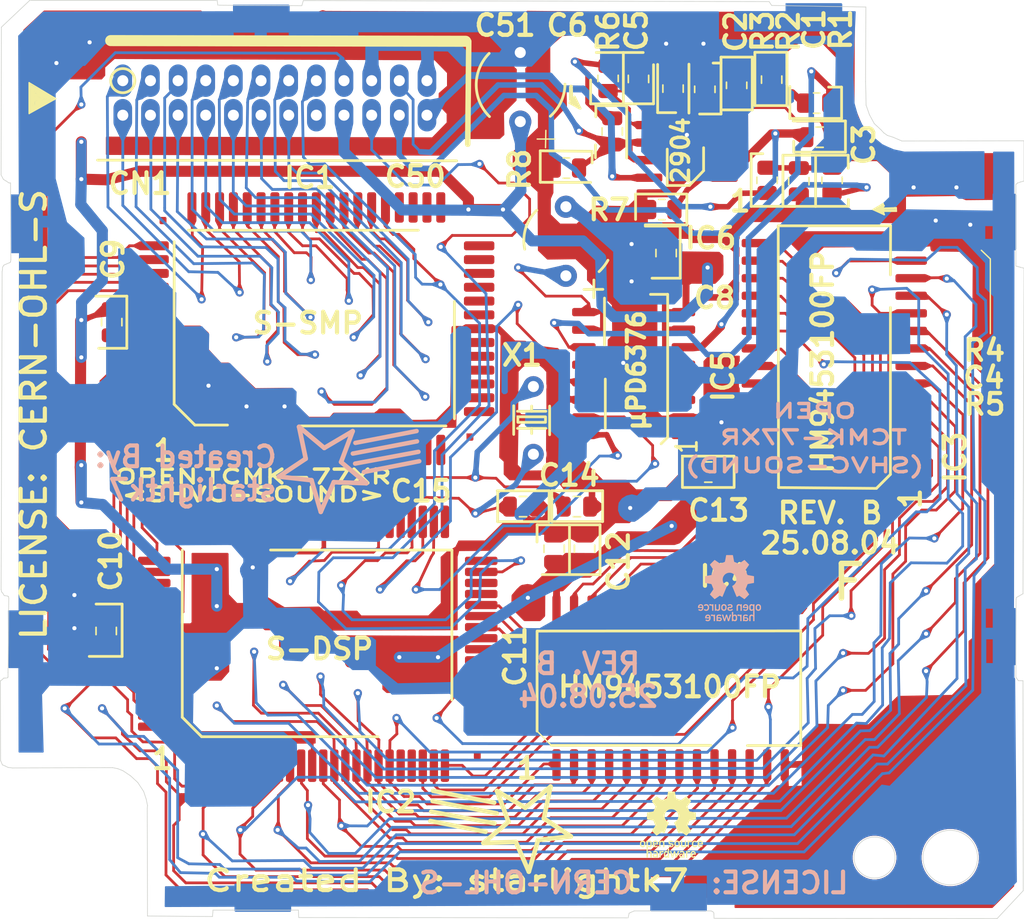
<source format=kicad_pcb>
(kicad_pcb (version 20241229) (generator "pcbnew") (generator_version "9.0")
  (title_block (title "TCMK-77XR F (aka SHVC-SOUND)") (date "2025-08-04") (rev "B") (company "License: CERN-OHL-S") (comment 1 "This Document Is Not Endorsed By Nintendo or Mitsumi") (comment 2 "Documented by starlightk7 for Repair Usage") (comment 3 "Originally Designed By Nintendo and Manufactured By Mitsumi. ") (comment 4 "Used in SHVC-CPU-XX Super Famicom and SNES Units"))
  (layers (0 "F.Cu" signal) (2 "B.Cu" signal) (13 "F.Paste" user) (15 "B.Paste" user) (5 "F.SilkS" user "F.Silkscreen") (7 "B.SilkS" user "B.Silkscreen") (1 "F.Mask" user) (3 "B.Mask" user) (25 "Edge.Cuts" user))
  (net 0 "")
  (net 1 "GND")
  (net 2 "R")
  (net 3 "Net-(C3-Pad1)")
  (net 4 "Net-(C4-Pad1)")
  (net 5 "Net-(IC6-IN2)")
  (net 6 "IN2")
  (net 7 "L")
  (net 8 "+5V")
  (net 9 "X.IN")
  (net 10 "X.OUT")
  (net 11 "Net-(IC1-SMP_D1)")
  (net 12 "PWR")
  (net 13 "Net-(IC1-SMP_D5)")
  (net 14 "Net-(IC1-SMP_A13)")
  (net 15 "Net-(IC1-SMP_A3)")
  (net 17 "Net-(IC1-SMP_A8)")
  (net 18 "Net-(IC1-SMP_A0)")
  (net 21 "Net-(IC1-SMP_A1)")
  (net 23 "Net-(IC1-SMP_A11)")
  (net 25 "Net-(IC1-SMP_D2)")
  (net 26 "Net-(IC1-SMP_A9)")
  (net 30 "D2")
  (net 31 "Net-(IC1-SMP_D4)")
  (net 32 "Net-(IC1-SMP_D3)")
  (net 34 "Net-(IC1-SMP_D0)")
  (net 35 "Net-(IC1-SMP_R{slash}W)")
  (net 36 "Net-(IC1-SMP_A4)")
  (net 37 "PA6")
  (net 38 "Net-(IC1-SMP_A7)")
  (net 39 "PRD")
  (net 41 "Net-(IC1-SMP_A12)")
  (net 44 "D1")
  (net 45 "Net-(IC1-SMP_CLK)")
  (net 46 "Net-(IC1-SMP_A14)")
  (net 49 "Net-(IC1-SMP_A10)")
  (net 50 "Net-(IC1-SMP_A2)")
  (net 51 "RST")
  (net 52 "D0")
  (net 56 "Net-(IC1-SMP_D7)")
  (net 57 "Net-(IC1-SMP_A5)")
  (net 58 "Net-(IC1-SMP_A15)")
  (net 59 "PA0")
  (net 61 "Net-(IC1-SMP_CLKEN)")
  (net 64 "Net-(IC2-DSP_RAM_A10)")
  (net 66 "A0")
  (net 68 "Net-(IC2-DSP_RAM_{slash}WE)")
  (net 69 "A2")
  (net 70 "DCK")
  (net 71 "Net-(IC2-DSP_RAM_{slash}OE)")
  (net 72 "Net-(IC2-DSP_RAM_A11)")
  (net 74 "A14")
  (net 78 "Net-(IC2-DSP_RAM_D3)")
  (net 79 "LRCK")
  (net 80 "Net-(IC2-DSP_RAM_A13)")
  (net 83 "A3")
  (net 85 "A6")
  (net 86 "Net-(CN1-NC)")
  (net 87 "Net-(IC2-DSP_RAM_D5)")
  (net 88 "Net-(IC2-DSP_RAM_D4)")
  (net 89 "Net-(IC2-DSP_RAM_A8)")
  (net 91 "BCLK")
  (net 92 "Net-(IC2-DSP_RAM_D6)")
  (net 93 "CE0")
  (net 94 "A1")
  (net 96 "A4")
  (net 97 "Net-(IC2-DSP_RAM_A9)")
  (net 100 "A7")
  (net 101 "MUTE")
  (net 102 "Net-(IC2-DSP_RAM_{slash}CE1)")
  (net 103 "A5")
  (net 104 "A12")
  (net 105 "R.OUT")
  (net 106 "DAC")
  (net 107 "Net-(IC5-L.REF)")
  (net 108 "Net-(IC1-SMP_A6)")
  (net 109 "CPU6")
  (net 111 "CPU4")
  (net 112 "AVCC")
  (net 113 "L.OUT")
  (net 114 "Net-(IC1-SMP_D6)")
  (net 115 "Net-(IC2-DSP_RAM_D7)")
  (net 116 "PA1")
  (net 117 "CPU1")
  (net 118 "PA7")
  (net 119 "CPU3")
  (net 120 "Net-(IC6-IN1)")
  (net 121 "CPU2")
  (net 122 "CPU7")
  (net 123 "CPU5")
  (net 124 "CPU0")
  (net 125 "Net-(C1-Pad1)")
  (footprint "Capacitor_THT:C_Radial_D6.3mm_H5.0mm_P2.50mm" (layer "F.Cu") (at 73.549277 65.139752 90)
    (property "Reference" "C51")
    (property "Value" "47µf" (hide yes))
  )
  (footprint "Package_SO:SOIC-16W_5.3x10.2mm_P1.27mm" (layer "F.Cu") (at 81.75 84.87 180)
    (property "Reference" "IC5")
    (property "Value" "~" (hide yes))
  )
  (footprint "Resistor_SMD:R_0805_2012Metric" (layer "F.Cu") (at 83.7875 73)
    (property "Reference" "R7")
    (property "Value" "5.1k" (hide yes))
  )
  (footprint "Capacitor_SMD:C_0805_2012Metric" (layer "F.Cu") (at 84.6 64.25 90)
    (property "Reference" "C2")
    (property "Value" "100pF" (hide yes))
  )
  (footprint "Resistor_SMD:R_0805_2012Metric" (layer "F.Cu") (at 94.9875 65.3)
    (property "Reference" "R1")
    (property "Value" "22k" (hide yes))
  )
  (footprint "Capacitor_SMD:C_0805_2012Metric" (layer "F.Cu") (at 73.75 94.5)
    (property "Reference" "C15")
    (property "Value" "3.6pF" (hide yes))
  )
  (footprint "Capacitor_SMD:C_0805_2012Metric" (layer "F.Cu") (at 78.2 97.55 90)
    (property "Reference" "C12")
    (property "Value" "120nF" (hide yes))
  )
  (footprint "Resistor_SMD:R_0805_2012Metric" (layer "F.Cu") (at 86.9 64.3 -90)
    (property "Reference" "R3")
    (property "Value" "22k" (hide yes))
  )
  (footprint "Resistor_SMD:R_0805_2012Metric" (layer "F.Cu") (at 89.2 64.0125 -90)
    (property "Reference" "R2")
    (property "Value" "22k" (hide yes))
  )
  (footprint "Resistor_SMD:R_0805_2012Metric" (layer "F.Cu") (at 76.8875 70)
    (property "Reference" "R8")
    (property "Value" "5.1k" (hide yes))
  )
  (footprint "Resistor_SMD:R_0805_2012Metric" (layer "F.Cu") (at 79.9 63.5125 -90)
    (property "Reference" "R6")
    (property "Value" "22k" (hide yes))
  )
  (footprint "Capacitor_SMD:C_0805_2012Metric" (layer "F.Cu") (at 80.2 67.35 90)
    (property "Reference" "C6")
    (property "Value" "1800pF" (hide yes))
  )
  (footprint "Capacitor_SMD:C_0805_2012Metric" (layer "F.Cu") (at 77.65 94.5)
    (property "Reference" "C14")
    (property "Value" "3.6pF" (hide yes))
  )
  (footprint "OpenSFC:S-SMP" (layer "F.Cu") (at 58.888006 81.50687)
    (property "Reference" "IC1")
    (property "Value" "~" (hide yes))
  )
  (footprint "Capacitor_SMD:C_0805_2012Metric" (layer "F.Cu") (at 82.1 63.55 90)
    (property "Reference" "C5")
    (property "Value" "100pF" (hide yes))
  )
  (footprint "Package_SO:SOIC-8_3.9x4.9mm_P1.27mm" (layer "F.Cu") (at 85.325 68.795 180)
    (property "Reference" "IC6")
    (property "Value" "~" (hide yes))
  )
  (footprint "OpenSFC:S-DSP" (layer "F.Cu") (at 58.9 104.25)
    (property "Reference" "IC2")
    (property "Value" "~" (hide yes))
  )
  (footprint "Package_SO:SOP-28_8.4x18.16mm_P1.27mm" (layer "F.Cu") (at 84.425341 107.634506 90)
    (property "Reference" "IC4")
    (property "Value" "~" (hide yes))
  )
  (footprint "Capacitor_SMD:C_0805_2012Metric" (layer "F.Cu") (at 87.15 92 180)
    (property "Reference" "C13")
    (property "Value" "120nF" (hide yes))
  )
  (footprint "Capacitor_SMD:C_0805_2012Metric" (layer "F.Cu") (at 44 81.15 -90)
    (property "Reference" "C9")
    (property "Value" "120nF" (hide yes))
  )
  (footprint "Capacitor_SMD:C_0805_2012Metric" (layer "F.Cu") (at 84.1 76.15 -90)
    (property "Reference" "C8")
    (property "Value" "120nF" (hide yes))
  )
  (footprint "LOGO" (layer "F.Cu") (at 72.319536 116.307218 -140)
    (property "Reference" "G***" (hide yes))
    (property "Value" "LOGO" (hide yes))
  )
  (footprint "Capacitor_SMD:C_0805_2012Metric" (layer "F.Cu") (at 91.733552 63.6 90)
    (property "Reference" "C1")
    (property "Value" "1000pF" (hide yes))
  )
  (footprint "Capacitor_SMD:C_0805_2012Metric" (layer "F.Cu") (at 93.7 70.95 -90)
    (property "Reference" "C4")
    (property "Value" "1000pF" (hide yes))
  )
  (footprint "Capacitor_SMD:C_0805_2012Metric" (layer "F.Cu") (at 43.6 103.5 -90)
    (property "Reference" "C10")
    (property "Value" "120nF" (hide yes))
  )
  (footprint "Connector_PinHeader_2.00mm:PinHeader_2x12_P2.00mm_Vertical" (layer "F.Cu") (at 44.8 65.675 90)
    (property "Reference" "CN1")
    (property "Value" "~" (hide yes))
  )
  (footprint "Package_SO:SOP-28_8.4x18.16mm_P1.27mm" (layer "F.Cu") (at 96.263642 83.686992 180)
    (property "Reference" "IC3")
    (property "Value" "~" (hide yes))
  )
  (footprint "Resistor_SMD:R_0805_2012Metric" (layer "F.Cu") (at 96.1 70.8875 90)
    (property "Reference" "R5")
    (property "Value" "22k" (hide yes))
  )
  (footprint "Capacitor_SMD:C_0805_2012Metric" (layer "F.Cu") (at 95.2 67.765101 180)
    (property "Reference" "C3")
    (property "Value" "100pF" (hide yes))
  )
  (footprint "Crystal:Crystal_HC18-U_Vertical" (layer "F.Cu") (at 74.5 90.71 90)
    (property "Reference" "X1")
    (property "Value" "24.576Mhz" (hide yes))
  )
  (footprint "Capacitor_THT:C_Radial_D6.3mm_H5.0mm_P2.50mm" (layer "F.Cu") (at 76.85 76.3 90)
    (property "Reference" "C50")
    (property "Value" "47µf" (hide yes))
  )
  (footprint "Capacitor_SMD:C_0805_2012Metric" (layer "F.Cu") (at 76 97.55 90)
    (property "Reference" "C11")
    (property "Value" "120nF" (hide yes))
  )
  (footprint "Resistor_SMD:R_0805_2012Metric" (layer "F.Cu") (at 91.4 70.8875 90)
    (property "Reference" "R4")
    (property "Value" "22k" (hide yes))
  )
  (footprint "LOGO" (layer "B.Cu") (at 60.97 90.27 -40)
    (property "Reference" "G***" (hide yes))
    (property "Value" "LOGO" (hide yes))
  )
  (footprint "OpenSFC:NCStub" (layer "B.Cu") (at 58.827384 67.209959)
    (property "Reference" "U99" (hide yes))
    (property "Value" "~" (hide yes))
  )
  (gr_rect (start 47.240844 95.114229) (end 47.54 95.44) (stroke (width 0.2)) (fill yes) (layer "F.Cu"))
  (gr_rect (start 69.760844 89.304229) (end 70.06 89.63) (stroke (width 0.2)) (fill yes) (layer "F.Cu"))
  (gr_line (start 93.225 64.55) (end 91.95 64.55) (stroke (width 0.5)) (layer "F.Cu") (net 125))
  (gr_rect (start 47.560422 73.634229) (end 47.859578 73.96) (stroke (width 0.2)) (fill yes) (layer "F.Cu"))
  (gr_line (start 93.875 65.15) (end 93.225 64.55) (stroke (width 0.5)) (layer "F.Cu") (net 125))
  (gr_rect (start 70.290422 112.354229) (end 70.589578 112.68) (stroke (width 0.2)) (fill yes) (layer "F.Cu"))
  (gr_rect (start 107.825 101.94) (end 109.31 105.88) (stroke (width 0.2)) (fill yes) (layers "B.Cu" "B.Mask") (net 1))
  (gr_rect (start 92.84 58.165) (end 96.74 59.995) (stroke (width 0.2)) (fill yes) (layers "B.Cu" "B.Mask") (net 1))
  (gr_rect (start 107.815 71.96) (end 109.33 75.85) (stroke (width 0.2)) (fill yes) (layers "B.Cu" "B.Mask") (net 1))
  (gr_rect (start 52.98 121.895) (end 56.88 123.725) (stroke (width 0.2)) (fill yes) (layers "B.Cu" "B.Mask") (net 1))
  (gr_rect (start 83.05 121.865) (end 86.95 123.695) (stroke (width 0.2)) (fill yes) (layers "B.Cu" "B.Mask") (net 1))
  (gr_rect (start 36.78 72.01) (end 38.92 76.06) (stroke (width 0.2)) (fill yes) (layers "B.Cu" "B.Mask") (net 1))
  (gr_rect (start 52.87 58.27) (end 56.77 60.1) (stroke (width 0.2)) (fill yes) (layers "B.Cu" "B.Mask") (net 1))
  (gr_rect (start 36.6 102.11) (end 38.95 106.09) (stroke (width 0.2)) (fill yes) (layers "B.Cu" "B.Mask") (net 1))
  (gr_line (start 97.07 68.85) (end 93.33 68.85) (stroke (width 0.2)) (layer "F.SilkS"))
  (gr_line (start 99.861051 73.368828) (end 99.790632 73.127393) (stroke (width 0.1)) (layer "F.SilkS"))
  (gr_line (start 99.790632 72.574102) (end 99.066325 73.006675) (stroke (width 0.1)) (layer "F.SilkS"))
  (gr_line (start 81.005172 61.63675) (end 79.048011 61.63675) (stroke (width 0.1)) (layer "F.SilkS"))
  (gr_line (start 68.95 69.475) (end 42.975 69.425) (stroke (width 0.2)) (layer "F.SilkS"))
  (gr_line (start 96.79 64.14) (end 95.85 64.14) (stroke (width 0.2)) (layer "F.SilkS"))
  (gr_line (start 38.199061 65.825245) (end 39.683891 64.968148) (stroke (width 0.1)) (layer "F.SilkS"))
  (gr_line (start 74.375 87.6) (end 74.375 87.225) (stroke (width 0.2)) (layer "F.SilkS"))
  (gr_line (start 77.479147 64.81604) (end 77.087265 65.287858) (stroke (width 0.1)) (layer "F.SilkS"))
  (gr_line (start 38.025 66.05) (end 39.94846 64.97811) (stroke (width 0.1)) (layer "F.SilkS"))
  (gr_line (start 77.214674 65.169377) (end 77.439963 64.868992) (stroke (width 0.1)) (layer "F.SilkS"))
  (gr_line (start 78.875 78.1) (end 78.870335 79.382252) (stroke (width 0.2)) (layer "F.SilkS"))
  (gr_line (start 77.125 65.05) (end 77.275 65.15) (stroke (width 0.1)) (layer "F.SilkS"))
  (gr_line (start 77.11 95.83) (end 77.11 99.37) (stroke (width 0.2)) (layer "F.SilkS"))
  (gr_line (start 77.910772 65.712968) (end 77.51257 64.860677) (stroke (width 0.1)) (layer "F.SilkS"))
  (gr_line (start 77.865508 65.594922) (end 77.214674 65.269505) (stroke (width 0.1)) (layer "F.SilkS"))
  (gr_line (start 77.07 99.42) (end 75.14 99.42) (stroke (width 0.1)) (layer "F.SilkS"))
  (gr_line (start 93.838709 111.792203) (end 89.979668 111.792203) (stroke (width 0.2)) (layer "F.SilkS"))
  (gr_line (start 97.28 72.77) (end 97.28 72.28) (stroke (width 0.2)) (layer "F.SilkS"))
  (gr_line (start 38.621574 64.859502) (end 38.694005 65.088866) (stroke (width 0.1)) (layer "F.SilkS"))
  (gr_line (start 75.800198 111.781082) (end 74.76593 110.746815) (stroke (width 0.1)) (layer "F.SilkS"))
  (gr_line (start 99.740333 72.765239) (end 99.31782 73.046914) (stroke (width 0.1)) (layer "F.SilkS"))
  (gr_line (start 99.811298 73.20007) (end 99.879147 73.37554) (stroke (width 0.1)) (layer "F.SilkS"))
  (gr_line (start 39.140661 64.907789) (end 38.476712 64.630138) (stroke (width 0.1)) (layer "F.SilkS"))
  (gr_line (start 88.06 62.4) (end 87.5 62.4) (stroke (width 0.2)) (layer "F.SilkS"))
  (gr_poly (pts (xy 84.458975 118.670255) (xy 84.473694 118.671126) (xy 84.487827 118.672557) (xy 84.5014 118.674532) (xy 84.514439 118.677035) (xy 84.526971 118.680048) (xy 84.539022 118.683556) (xy 84.550617 118.687542) (xy 84.561784 118.691989) (xy 84.572548 118.696881) (xy 84.582936 118.702202) (xy 84.592973 118.707934) (xy 84.602687 118.714062) (xy 84.612103 118.720568) (xy 84.621248 118.727437) (xy 84.630148 118.734651) (xy 84.571145 118.803946) (xy 84.564106 118.799135) (xy 84.557026 118.794534) (xy 84.549888 118.790156) (xy 84.542673 118.786016) (xy 84.535364 118.782128) (xy 84.527944 118.778504) (xy 84.520393 118.775161) (xy 84.512696 118.77211) (xy 84.504832 118.769366) (xy 84.496786 118.766943) (xy 84.488539 118.764855) (xy 84.480074 118.763115) (xy 84.471372 118.761738) (xy 84.462415 118.760737) (xy 84.453187 118.760126) (xy 84.443669 118.759919) (xy 84.438079 118.75999) (xy 84.432721 118.760201) (xy 84.427592 118.760549) (xy 84.422688 118.761031) (xy 84.418006 118.761645) (xy 84.413541 118.762386) (xy 84.409291 118.763253) (xy 84.405252 118.764243) (xy 84.40142 118.765351) (xy 84.397791 118.766577) (xy 84.394363 118.767916) (xy 84.39113 118.769365) (xy 84.388091 118.770922) (xy 84.385241 118.772584) (xy 84.382576 118.774348) (xy 84.380093 118.776211) (xy 84.377788 118.77817) (xy 84.375659 118.780221) (xy 84.3737 118.782363) (xy 84.371909 118.784592) (xy 84.370282 118.786905) (xy 84.368816 118.7893) (xy 84.367506 118.791773) (xy 84.366349 118.794321) (xy 84.365342 118.796942) (xy 84.364481 118.799632) (xy 84.363762 118.802389) (xy 84.363182 118.805209) (xy 84.362737 118.80809) (xy 84.362424 118.811029) (xy 84.362238 118.814023) (xy 84.362177 118.817069) (xy 84.362357 118.82093) (xy 84.362914 118.824765) (xy 84.363874 118.828552) (xy 84.365264 118.832265) (xy 84.367109 118.835879) (xy 84.369436 118.839369) (xy 84.37227 118.842712) (xy 84.373886 118.84432) (xy 84.375638 118.845882) (xy 84.377531 118.847395) (xy 84.379566 118.848855) (xy 84.381748 118.85026) (xy 84.38408 118.851607) (xy 84.386566 118.852891) (xy 84.389207 118.854111) (xy 84.394972 118.856345) (xy 84.401401 118.858283) (xy 84.408521 118.8599) (xy 84.416357 118.861172) (xy 84.424937 118.862075) (xy 84.50365 118.867658) (xy 84.512705 118.868428) (xy 84.521417 118.869505) (xy 84.52979 118.870881) (xy 84.537827 118.87255) (xy 84.545533 118.874505) (xy 84.552911 118.876738) (xy 84.559963 118.879243) (xy 84.566695 118.882013) (xy 84.57311 118.885041) (xy 84.579211 118.88832) (xy 84.585001 118.891843) (xy 84.590486 118.895604) (xy 84.595667 118.899596) (xy 84.600549 118.903811) (xy 84.605136 118.908243) (xy 84.609431 118.912885) (xy 84.613437 118.91773) (xy 84.617158 118.922771) (xy 84.620599 118.928001) (xy 84.623762 118.933413) (xy 84.626651 118.939002) (xy 84.62927 118.944758) (xy 84.631622 118.950677) (xy 84.633711 118.95675) (xy 84.635541 118.962971) (xy 84.637115 118.969333) (xy 84.639511 118.982453) (xy 84.640927 118.996055) (xy 84.641392 119.010083) (xy 84.641142 119.018666) (xy 84.640397 119.027016) (xy 84.63917 119.03513) (xy 84.637472 119.043005) (xy 84.635314 119.050639) (xy 84.632708 119.058029) (xy 84.629665 119.065174) (xy 84.626196 119.072069) (xy 84.622312 119.078713) (xy 84.618025 119.085104) (xy 84.613346 119.091237) (xy 84.608287 119.097112) (xy 84.602858 119.102725) (xy 84.597072 119.108074) (xy 84.590939 119.113157) (xy 84.58447 119.11797) (xy 84.577678 119.122511) (xy 84.570573 119.126778) (xy 84.555471 119.134478) (xy 84.539254 119.141049) (xy 84.522014 119.146472) (xy 84.503839 119.150726) (xy 84.484822 119.153789) (xy 84.465053 119.155642) (xy 84.444622 119.156265) (xy 84.430282 119.155935) (xy 84.416081 119.154945) (xy 84.402025 119.153292) (xy 84.388121 119.150977) (xy 84.374376 119.147997) (xy 84.360797 119.144352) (xy 84.347391 119.140039) (xy 84.334165 119.135058) (xy 84.321125 119.129408) (xy 84.308279 119.123086) (xy 84.295634 119.116092) (xy 84.283195 119.108424) (xy 84.270971 119.100081) (xy 84.258968 119.091062) (xy 84.247194 119.081365) (xy 84.235654 119.070989) (xy 84.30217 119.005426) (xy 84.309947 119.012755) (xy 84.317834 119.019619) (xy 84.325853 119.026018) (xy 84.334025 119.03195) (xy 84.342374 119.037414) (xy 84.35092 119.042409) (xy 84.359686 119.046934) (xy 84.368693 119.050987) (xy 84.377964 119.054568) (xy 84.387521 119.057675) (xy 84.397384 119.060308) (xy 84.407578 119.062464) (xy 84.418122 119.064143) (xy 84.42904 119.065344) (xy 84.440353 119.066065) (xy 84.452083 119.066306) (xy 84.457131 119.066246) (xy 84.462087 119.066065) (xy 84.466947 119.065764) (xy 84.471705 119.065343) (xy 84.476359 119.064802) (xy 84.480902 119.064141) (xy 84.485332 119.06336) (xy 84.489642 119.06246) (xy 84.493829 119.061441) (xy 84.497888 119.060302) (xy 84.501816 119.059045) (xy 84.505606 119.057668) (xy 84.509255 119.056173) (xy 84.512759 119.054559) (xy 84.516112 119.052827) (xy 84.51931 119.050977) (xy 84.52235 119.049009) (xy 84.525226 119.046922) (xy 84.527934 119.044718) (xy 84.530469 119.042397) (xy 84.532827 119.039958) (xy 84.535003 119.037402) (xy 84.536994 119.034728) (xy 84.538794 119.031938) (xy 84.540399 119.029031) (xy 84.541805 119.026008) (xy 84.543006 119.022868) (xy 84.544 119.019611) (xy 84.54478 119.016239) (xy 84.545343 119.01275) (xy 84.545684 119.009146) (xy 84.545799 119.005426) (xy 84.545725 119.002331) (xy 84.545507 118.999371) (xy 84.545147 118.996542) (xy 84.544649 118.993841) (xy 84.544015 118.991266) (xy 84.54325 118.988813) (xy 84.542357 118.98648) (xy 84.541337 118.984263) (xy 84.540196 118.982161) (xy 84.538936 118.980169) (xy 84.53756 118.978286) (xy 84.536072 118.976508) (xy 84.534475 118.974832) (xy 84.532772 118.973255) (xy 84.530966 118.971775) (xy 84.52906 118.970389) (xy 84.527059 118.969093) (xy 84.524964 118.967885) (xy 84.520509 118.96572) (xy 84.515721 118.963872) (xy 84.510627 118.962318) (xy 84.505251 118.961033) (xy 84.49962 118.959996) (xy 84.493759 118.959182) (xy 84.487696 118.958568) (xy 84.403347 118.95108) (xy 84.388843 118.949379) (xy 84.374877 118.946741) (xy 84.368113 118.945073) (xy 84.361504 118.943174) (xy 84.355056 118.941045) (xy 84.348777 118.938688) (xy 84.342674 118.936102) (xy 84.336753 118.93329) (xy 84.331022 118.930252) (xy 84.325486 118.926989) (xy 84.320154 118.923502) (xy 84.315032 118.919793) (xy 84.310126 118.915862) (xy 84.305444 118.91171) (xy 84.300993 118.907339) (xy 84.296779 118.90275) (xy 84.292809 118.897943) (xy 84.289091 118.892919) (xy 84.28563 118.887681) (xy 84.282434 118.882228) (xy 84.279511 118.876562) (xy 84.276865 118.870683) (xy 84.274505 118.864594) (xy 84.272438 118.858294) (xy 84.27067 118.851785) (xy 84.269207 118.845069) (xy 84.268058 118.838145) (xy 84.267229 118.831015) (xy 84.266726 118.823681) (xy 84.266557 118.816143) (xy 84.266781 118.807231) (xy 84.267445 118.798595) (xy 84.268539 118.790234) (xy 84.270054 118.78215) (xy 84.271981 118.774342) (xy 84.274309 118.766811) (xy 84.277028 118.759557) (xy 84.280129 118.752582) (xy 84.283602 118.745886) (xy 84.287437 118.739469) (xy 84.291625 118.733331) (xy 84.296155 118.727474) (xy 84.301018 118.721897) (xy 84.306204 118.716602) (xy 84.311703 118.711588) (xy 84.317506 118.706857) (xy 84.323603 118.702408) (xy 84.329983 118.698243) (xy 84.336637 118.694361) (xy 84.343556 118.690764) (xy 84.35073 118.687452) (xy 84.358148 118.684425) (xy 84.37368 118.679228) (xy 84.390074 118.67518) (xy 84.407251 118.672283) (xy 84.425133 118.670542) (xy 84.443643 118.669961)) (fill yes) (layer "F.SilkS"))
  (gr_line (start 73.35 87.6) (end 75.4 87.6) (stroke (width 0.2)) (layer "F.SilkS"))
  (gr_line (start 92.23 93.12) (end 99.307972 93.182183) (stroke (width 0.2)) (layer "F.SilkS"))
  (gr_line (start 99.629675 73.026794) (end 99.639735 72.916136) (stroke (width 0.1)) (layer "F.SilkS"))
  (gr_line (start 90.52 65.48) (end 90.516649 61.620672) (stroke (width 0.2)) (layer "F.SilkS"))
  (gr_line (start 38.025 63.825) (end 38.025 66.05) (stroke (width 0.1)) (layer "F.SilkS"))
  (gr_line (start 49.100922 109.747161) (end 50.507632 111.153871) (stroke (width 0.2)) (layer "F.SilkS"))
  (gr_line (start 77.296005 64.287826) (end 77.226145 64.057288) (stroke (width 0.1)) (layer "F.SilkS"))
  (gr_line (start 78.63886 71.039179) (end 74.995157 71.029514) (stroke (width 0.2)) (layer "F.SilkS"))
  (gr_line (start 99.066325 73.006675) (end 99.861051 73.368828) (stroke (width 0.1)) (layer "F.SilkS"))
  (gr_line (start 75.674562 87.225583) (end 75.674562 89.300583) (stroke (width 0.2)) (layer "F.SilkS"))
  (gr_line (start 94.91 72.77) (end 97.28 72.77) (stroke (width 0.2)) (layer "F.SilkS"))
  (gr_line (start 106.9 75.95) (end 107.55 76.575) (stroke (width 0.1)) (layer "F.SilkS"))
  (gr_line (start 77.15 65.075) (end 77.225 65.15) (stroke (width 0.1)) (layer "F.SilkS"))
  (gr_line (start 39.526958 64.956076) (end 38.283564 64.231769) (stroke (width 0.1)) (layer "F.SilkS"))
  (gr_line (start 77.3 64.075) (end 77.25 64.025) (stroke (width 0.1)) (layer "F.SilkS"))
  (gr_line (start 68.605912 108.497357) (end 68.606533 97.646176) (stroke (width 0.2)) (layer "F.SilkS"))
  (gr_line (start 38.331851 64.352487) (end 38.404282 65.547594) (stroke (width 0.1)) (layer "F.SilkS"))
  (gr_line (start 100.675897 72.875897) (end 99.730273 72.906076) (stroke (width 0.1)) (layer "F.SilkS"))
  (gr_line (start 48.514909 75.329692) (end 48.514909 87.095872) (stroke (width 0.2)) (layer "F.SilkS"))
  (gr_line (start 93.05 66.41) (end 96.79 66.41) (stroke (width 0.2)) (layer "F.SilkS"))
  (gr_poly (pts (xy 84.316219 119.901014) (xy 84.220652 119.901014) (xy 84.220652 119.851351) (xy 84.214868 119.85737) (xy 84.208769 119.863132) (xy 84.202367 119.868618) (xy 84.195676 119.87381) (xy 84.188711 119.878691) (xy 84.181485 119.883242) (xy 84.174011 119.887446) (xy 84.166303 119.891284) (xy 84.158376 119.894737) (xy 84.150243 119.897789) (xy 84.141917 119.900421) (xy 84.133413 119.902615) (xy 84.124744 119.904353) (xy 84.115923 119.905617) (xy 84.106966 119.906388) (xy 84.097885 119.906649) (xy 84.092485 119.906573) (xy 84.087178 119.906346) (xy 84.081964 119.905971) (xy 84.076843 119.905452) (xy 84.071814 119.904791) (xy 84.066879 119.903992) (xy 84.062036 119.903058) (xy 84.057284 119.901992) (xy 84.052625 119.900796) (xy 84.048058 119.899475) (xy 84.043583 119.898031) (xy 84.039199 119.896467) (xy 84.034906 119.894786) (xy 84.030705 119.892992) (xy 84.022575 119.889074) (xy 84.014807 119.88474) (xy 84.007401 119.880013) (xy 84.000353 119.874918) (xy 83.993665 119.86948) (xy 83.987332 119.863723) (xy 83.981355 119.857673) (xy 83.975732 119.851353) (xy 83.970462 119.84479) (xy 83.965758 119.838476) (xy 83.961477 119.832098) (xy 83.957602 119.825526) (xy 83.954118 119.818629) (xy 83.951007 119.811276) (xy 83.948254 119.803338) (xy 83.945841 119.794683) (xy 83.943752 119.785182) (xy 83.941971 119.774704) (xy 83.940481 119.763119) (xy 83.939265 119.750296) (xy 83.938307 119.736104) (xy 83.9371 119.703095) (xy 83.936727 119.663048) (xy 84.032295 119.663048) (xy 84.032369 119.676905) (xy 84.032672 119.690655) (xy 84.03332 119.704187) (xy 84.034432 119.717394) (xy 84.036126 119.730168) (xy 84.037229 119.736358) (xy 84.038521 119.742399) (xy 84.040017 119.748278) (xy 84.041733 119.75398) (xy 84.043683 119.759493) (xy 84.045881 119.764803) (xy 84.048343 119.769896) (xy 84.051084 119.774758) (xy 84.054117 119.779376) (xy 84.057459 119.783737) (xy 84.061123 119.787827) (xy 84.065124 119.791633) (xy 84.069477 119.79514) (xy 84.074197 119.798336) (xy 84.079299 119.801206) (xy 84.084797 119.803738) (xy 84.090707 119.805917) (xy 84.097042 119.807731) (xy 84.103818 119.809165) (xy 84.111049 119.810206) (xy 84.11875 119.810841) (xy 84.126936 119.811055) (xy 84.135038 119.810827) (xy 84.142661 119.810155) (xy 84.149818 119.809054) (xy 84.156525 119.80754) (xy 84.162796 119.80563) (xy 84.168646 119.803339) (xy 84.174089 119.800684) (xy 84.17914 119.797681) (xy 84.183813 119.794346) (xy 84.188124 119.790695) (xy 84.192086 119.786744) (xy 84.195714 119.78251) (xy 84.199023 119.778008) (xy 84.202028 119.773254) (xy 84.204742 119.768265) (xy 84.207181 119.763057) (xy 84.209359 119.757645) (xy 84.211291 119.752047) (xy 84.214475 119.740353) (xy 84.216849 119.728104) (xy 84.218529 119.71543) (xy 84.219633 119.702458) (xy 84.220277 119.689318) (xy 84.220652 119.663048) (xy 84.220578 119.650119) (xy 84.220277 119.637079) (xy 84.219633 119.624057) (xy 84.218529 119.611184) (xy 84.216849 119.598591) (xy 84.215756 119.592441) (xy 84.214475 119.586409) (xy 84.212992 119.580512) (xy 84.211291 119.574767) (xy 84.209359 119.569189) (xy 84.207181 119.563796) (xy 84.204742 119.558603) (xy 84.202028 119.553627) (xy 84.199023 119.548884) (xy 84.195714 119.54439) (xy 84.192086 119.540162) (xy 84.188124 119.536217) (xy 84.183813 119.532569) (xy 84.17914 119.529236) (xy 84.174089 119.526234) (xy 84.168646 119.52358) (xy 84.162796 119.521289) (xy 84.156525 119.519378) (xy 84.149818 119.517863) (xy 84.142661 119.516761) (xy 84.135038 119.516088) (xy 84.126936 119.51586) (xy 84.11875 119.516075) (xy 84.111049 119.516709) (xy 84.103818 119.517751) (xy 84.097042 119.519185) (xy 84.090707 119.520998) (xy 84.084797 119.523176) (xy 84.079299 119.525706) (xy 84.074197 119.528574) (xy 84.069477 119.531766) (xy 84.065124 119.535268) (xy 84.061123 119.539067) (xy 84.057459 119.543148) (xy 84.054117 119.547499) (xy 84.051084 119.552106) (xy 84.048343 119.556954) (xy 84.045881 119.56203) (xy 84.043683 119.56732) (xy 84.041733 119.572811) (xy 84.038521 119.584339) (xy 84.036126 119.596504) (xy 84.034432 119.609197) (xy 84.03332 119.622308) (xy 84.032672 119.635727) (xy 84.032295 119.663048) (xy 83.936727 119.663048) (xy 83.936818 119.642223) (xy 83.9371 119.623271) (xy 83.937591 119.606062) (xy 83.938307 119.590466) (xy 83.939265 119.576355) (xy 83.940481 119.563599) (xy 83.941971 119.552069) (xy 83.943752 119.541637) (xy 83.945841 119.532173) (xy 83.947006 119.527763) (xy 83.948254 119.523547) (xy 83.949587 119.519508) (xy 83.951007 119.515631) (xy 83.952517 119.511899) (xy 83.954118 119.508296) (xy 83.957602 119.501412) (xy 83.961477 119.494851) (xy 83.965758 119.488483) (xy 83.970462 119.482178) (xy 83.975732 119.475606) (xy 83.981355 119.46928) (xy 83.987332 119.463226) (xy 83.993665 119.457466) (xy 84.000353 119.452027) (xy 84.007401 119.446932) (xy 84.014807 119.442206) (xy 84.022575 119.437874) (xy 84.030705 119.43396) (xy 84.039199 119.430488) (xy 84.048058 119.427483) (xy 84.057284 119.424969) (xy 84.066879 119.422971) (xy 84.076843 119.421514) (xy 84.087178 119.420622) (xy 84.097885 119.420319) (xy 84.106904 119.42058) (xy 84.115692 119.421351) (xy 84.124261 119.422617) (xy 84.13262 119.42436) (xy 84.140782 119.426565) (xy 84.148757 119.429214) (xy 84.156556 119.432291) (xy 84.16419 119.435781) (xy 84.17167 119.439665) (xy 84.179008 119.443929) (xy 84.186214 119.448555) (xy 84.193299 119.453526) (xy 84.200274 119.458828) (xy 84.207151 119.464442) (xy 84.21394 119.470352) (xy 84.220652 119.476543) (xy 84.220652 119.233814) (xy 84.316219 119.233814)) (fill yes) (layer "F.SilkS"))
  (gr_line (start 77.339835 65.294537) (end 77.740348 65.469762) (stroke (width 0.1)) (layer "F.SilkS"))
  (gr_line (start 38.488784 65.414804) (end 39.140661 64.907789) (stroke (width 0.1)) (layer "F.SilkS"))
  (gr_line (start 86.81 68.525) (end 86.81 70.18) (stroke (width 0.2)) (layer "F.SilkS"))
  (gr_arc (start 76.786413 63.929938) (mid 76.498007 65.20082) (end 75.725 66.25) (stroke (width 0.2)) (layer "F.SilkS"))
  (gr_line (start 100.335567 74.178356) (end 92.208864 74.178356) (stroke (width 0.2)) (layer "F.SilkS"))
  (gr_line (start 88.07 66.09) (end 88.07 61.97) (stroke (width 0.2)) (layer "F.SilkS"))
  (gr_line (start 78.745175 68.787235) (end 78.745175 69.62809) (stroke (width 0.2)) (layer "F.SilkS"))
  (gr_line (start 79.51 95.58) (end 75.83 95.58) (stroke (width 0.2)) (layer "F.SilkS"))
  (gr_line (start 68.78628 88.143689) (end 68.78628 79.654541) (stroke (width 0.2)) (layer "F.SilkS"))
  (gr_line (start 93.29 66.59) (end 97.07 66.59) (stroke (width 0.2)) (layer "F.SilkS"))
  (gr_line (start 77.086425 65.293809) (end 77.833926 65.712968) (stroke (width 0.1)) (layer "F.SilkS"))
  (gr_line (start 77.439963 64.868992) (end 77.865508 65.594922) (stroke (width 0.1)) (layer "F.SilkS"))
  (gr_line (start 38.404282 64.485277) (end 38.488784 65.414804) (stroke (width 0.1)) (layer "F.SilkS"))
  (gr_line (start 39.840825 64.968148) (end 38.150774 64.014477) (stroke (width 0.1)) (layer "F.SilkS"))
  (gr_line (start 77.261075 65.293809) (end 77.296005 64.287826) (stroke (width 0.1)) (layer "F.SilkS"))
  (gr_line (start 43.925 60.775) (end 69.6 60.825) (stroke (width 0.8)) (layer "F.SilkS"))
  (gr_line (start 99.730273 72.906076) (end 99.871111 72.735059) (stroke (width 0.1)) (layer "F.SilkS"))
  (gr_line (start 50.507632 111.153871) (end 63.260268 111.153871) (stroke (width 0.2)) (layer "F.SilkS"))
  (gr_line (start 99.850991 73.056974) (end 100.685957 73.056974) (stroke (width 0.1)) (layer "F.SilkS"))
  (gr_line (start 77.327319 64.944088) (end 77.3 64.075) (stroke (width 0.1)) (layer "F.SilkS"))
  (gr_line (start 74.375 88.8375) (end 74.375 89.2125) (stroke (width 0.2)) (layer "F.SilkS"))
  (gr_line (start 86.52 66.09) (end 88.07 66.09) (stroke (width 0.2)) (layer "F.SilkS"))
  (gr_line (start 38.150774 64.014477) (end 38.199061 65.825245) (stroke (width 0.1)) (layer "F.SilkS"))
  (gr_line (start 38.114559 65.933891) (end 39.840825 64.968148) (stroke (width 0.1)) (layer "F.SilkS"))
  (gr_line (start 74.77 95.82) (end 77.07 95.82) (stroke (width 0.2)) (layer "F.SilkS"))
  (gr_line (start 38.102487 63.917902) (end 38.114559 65.933891) (stroke (width 0.1)) (layer "F.SilkS"))
  (gr_line (start 79.642088 82.788245) (end 79.64 79.41) (stroke (width 0.2)) (layer "F.SilkS"))
  (gr_line (start 90.33 65.79) (end 88.09 65.79) (stroke (width 0.2)) (layer "F.SilkS"))
  (gr_line (start 77.25 64.025) (end 77.175 64.025) (stroke (width 0.1)) (layer "F.SilkS"))
  (gr_line (start 85.6 74.11) (end 82.59 74.11) (stroke (width 0.2)) (layer "F.SilkS"))
  (gr_line (start 38.561215 65.282015) (end 38.995799 64.931933) (stroke (width 0.1)) (layer "F.SilkS"))
  (gr_line (start 38.25942 65.752815) (end 39.526958 64.956076) (stroke (width 0.1)) (layer "F.SilkS"))
  (gr_arc (start 71.325 66.275) (mid 70.364989 63.993189) (end 71.299281 61.700726) (stroke (width 0.2)) (layer "F.SilkS"))
  (gr_line (start 81.248409 69.270485) (end 81.248409 65.481807) (stroke (width 0.2)) (layer "F.SilkS"))
  (gr_line (start 83.485 65.99) (end 84.795 65.99) (stroke (width 0.2)) (layer "F.SilkS"))
  (gr_line (start 99.740333 73.187751) (end 99.740333 72.765239) (stroke (width 0.1)) (layer "F.SilkS"))
  (gr_line (start 88.07 61.97) (end 90.33 61.97) (stroke (width 0.2)) (layer "F.SilkS"))
  (gr_line (start 38.331851 65.644168) (end 39.394168 64.956076) (stroke (width 0.1)) (layer "F.SilkS"))
  (gr_line (start 87.332834 111.781082) (end 75.800198 111.781082) (stroke (width 0.2)) (layer "F.SilkS"))
  (gr_line (start 50.016265 88.597228) (end 52.373949 88.597228) (stroke (width 0.2)) (layer "F.SilkS"))
  (gr_line (start 79.32 99.42) (end 79.32 95.82) (stroke (width 0.2)) (layer "F.SilkS"))
  (gr_line (start 81.005172 65.349719) (end 83.19 65.349719) (stroke (width 0.2)) (layer "F.SilkS"))
  (gr_line (start 107.55 76.575) (end 107.55 81.975) (stroke (width 0.1)) (layer "F.SilkS"))
  (gr_rect (start 85.277939 90.846586) (end 89.017939 93.116586) (stroke (width 0.2)) (fill no) (layer "F.SilkS"))
  (gr_line (start 85.79 71.26) (end 84.2 71.26) (stroke (width 0.2)) (layer "F.SilkS"))
  (gr_line (start 77.833926 65.712968) (end 77.910772 65.712968) (stroke (width 0.1)) (layer "F.SilkS"))
  (gr_line (start 99.639735 72.916136) (end 100.696017 72.956375) (stroke (width 0.1)) (layer "F.SilkS"))
  (gr_line (start 38.102487 65.885604) (end 38.102487 63.917902) (stroke (width 0.1)) (layer "F.SilkS"))
  (gr_line (start 39.94846 64.97811) (end 38.025 63.825) (stroke (width 0.1)) (layer "F.SilkS"))
  (gr_poly (pts (xy 84.898437 118.67) (xy 84.905119 118.670273) (xy 84.911629 118.67072) (xy 84.91797 118.671334) (xy 84.924144 118.67211) (xy 84.930153 118.673041) (xy 84.935999 118.674121) (xy 84.941686 118.675343) (xy 84.947214 118.676701) (xy 84.952587 118.678189) (xy 84.957806 118.6798) (xy 84.962873 118.681527) (xy 84.967792 118.683366) (xy 84.972564 118.685308) (xy 84.977191 118.687348) (xy 84.981676 118.68948) (xy 84.990228 118.693993) (xy 84.998238 118.698795) (xy 85.005723 118.703835) (xy 85.012702 118.709064) (xy 85.019193 118.71443) (xy 85.025213 118.719882) (xy 85.03078 118.725369) (xy 85.035913 118.730841) (xy 85.042512 118.738401) (xy 85.048617 118.746032) (xy 85.054235 118.753827) (xy 85.059376 118.761881) (xy 85.064051 118.770285) (xy 85.068269 118.779135) (xy 85.072039 118.788522) (xy 85.075372 118.798541) (xy 85.078276 118.809285) (xy 85.080762 118.820847) (xy 85.082838 118.833321) (xy 85.084516 118.8468) (xy 85.085804 118.861378) (xy 85.086712 118.877148) (xy 85.08725 118.894203) (xy 85.087427 118.912636) (xy 85.08725 118.931224) (xy 85.086712 118.948416) (xy 85.085804 118.964304) (xy 85.084516 118.978985) (xy 85.082838 118.992553) (xy 85.080762 119.005102) (xy 85.078276 119.016727) (xy 85.075372 119.027522) (xy 85.072039 119.037582) (xy 85.068269 119.047001) (xy 85.064051 119.055875) (xy 85.059376 119.064296) (xy 85.054235 119.072361) (xy 85.048617 119.080163) (xy 85.042512 119.087797) (xy 85.035913 119.095358) (xy 85.03078 119.100829) (xy 85.025213 119.106314) (xy 85.019193 119.111764) (xy 85.012702 119.117126) (xy 85.005723 119.122351) (xy 84.998238 119.127387) (xy 84.990228 119.132184) (xy 84.981676 119.136692) (xy 84.972564 119.140859) (xy 84.962873 119.144635) (xy 84.952586 119.147969) (xy 84.941686 119.150811) (xy 84.930153 119.153109) (xy 84.91797 119.154814) (xy 84.905119 119.155874) (xy 84.891582 119.156238) (xy 84.884732 119.156146) (xy 84.878055 119.155874) (xy 84.871549 119.155427) (xy 84.865212 119.154814) (xy 84.859042 119.154039) (xy 84.853036 119.153109) (xy 84.847193 119.152031) (xy 84.841509 119.150811) (xy 84.835984 119.149455) (xy 84.830614 119.147969) (xy 84.825397 119.146361) (xy 84.820331 119.144635) (xy 84.815414 119.142799) (xy 84.810644 119.140859) (xy 84.806018 119.138821) (xy 84.801534 119.136692) (xy 84.792985 119.132185) (xy 84.784976 119.127387) (xy 84.777492 119.122351) (xy 84.770514 119.117126) (xy 84.764024 119.111764) (xy 84.758005 119.106315) (xy 84.752437 119.100829) (xy 84.747305 119.095358) (xy 84.740704 119.087797) (xy 84.734598 119.080164) (xy 84.728978 119.072363) (xy 84.723833 119.0643) (xy 84.719154 119.05588) (xy 84.714932 119.047008) (xy 84.711157 119.03759) (xy 84.707819 119.027532) (xy 84.70491 119.016738) (xy 84.70242 119.005114) (xy 84.700338 118.992565) (xy 84.698657 118.978996) (xy 84.697365 118.964314) (xy 84.696455 118.948423) (xy 84.695915 118.931229) (xy 84.695738 118.912636) (xy 84.791331 118.912636) (xy 84.791399 118.92506) (xy 84.791608 118.93638) (xy 84.791969 118.946681) (xy 84.792491 118.956046) (xy 84.793183 118.964561) (xy 84.794055 118.972307) (xy 84.795117 118.97937) (xy 84.796378 118.985833) (xy 84.797849 118.991781) (xy 84.799538 118.997296) (xy 84.801455 119.002463) (xy 84.80361 119.007365) (xy 84.806012 119.012088) (xy 84.808672 119.016713) (xy 84.811598 119.021326) (xy 84.8148 119.02601) (xy 84.817609 119.029648) (xy 84.820774 119.03316) (xy 84.824276 119.036531) (xy 84.828096 119.039746) (xy 84.832213 119.04279) (xy 84.836608 119.045648) (xy 84.841263 119.048305) (xy 84.846156 119.050746) (xy 84.85127 119.052956) (xy 84.856584 119.05492) (xy 84.862078 119.056623) (xy 84.867734 119.05805) (xy 84.873532 119.059186) (xy 84.879452 119.060015) (xy 84.885476 119.060524) (xy 84.891582 119.060697) (xy 84.897697 119.060524) (xy 84.903727 119.060014) (xy 84.909652 119.059183) (xy 84.915453 119.058046) (xy 84.921111 119.056617) (xy 84.926606 119.054913) (xy 84.931921 119.052947) (xy 84.937034 119.050736) (xy 84.941928 119.048294) (xy 84.946583 119.045636) (xy 84.950979 119.042778) (xy 84.955098 119.039735) (xy 84.958921 119.036521) (xy 84.962427 119.033153) (xy 84.965599 119.029644) (xy 84.967054 119.027842) (xy 84.968417 119.02601) (xy 84.971619 119.021327) (xy 84.974543 119.016715) (xy 84.9772 119.012094) (xy 84.979599 119.00738) (xy 84.98175 119.002491) (xy 84.983663 118.997345) (xy 84.985347 118.991858) (xy 84.986812 118.985949) (xy 84.988069 118.979535) (xy 84.989126 118.972533) (xy 84.989994 118.964862) (xy 84.990682 118.956437) (xy 84.9912 118.947177) (xy 84.991558 118.937) (xy 84.991833 118.913563) (xy 84.991766 118.901139) (xy 84.991558 118.889817) (xy 84.9912 118.879514) (xy 84.990682 118.870145) (xy 84.989994 118.861628) (xy 84.989126 118.853878) (xy 84.988069 118.846812) (xy 84.986812 118.840346) (xy 84.985347 118.834396) (xy 84.983663 118.82888) (xy 84.98175 118.823713) (xy 84.979599 118.818811) (xy 84.9772 118.814091) (xy 84.974543 118.80947) (xy 84.971619 118.804864) (xy 84.968417 118.800188) (xy 84.965599 118.79655) (xy 84.962427 118.793038) (xy 84.958921 118.789668) (xy 84.955098 118.786453) (xy 84.950979 118.783409) (xy 84.946583 118.780551) (xy 84.941928 118.777894) (xy 84.937034 118.775453) (xy 84.931921 118.773243) (xy 84.926606 118.771279) (xy 84.921111 118.769576) (xy 84.915453 118.768149) (xy 84.909652 118.767013) (xy 84.903727 118.766183) (xy 84.897697 118.765674) (xy 84.891582 118.765501) (xy 84.885476 118.765675) (xy 84.879452 118.766184) (xy 84.873532 118.767016) (xy 84.867734 118.768153) (xy 84.862078 118.769582) (xy 84.856584 118.771286) (xy 84.85127 118.773252) (xy 84.846156 118.775463) (xy 84.841263 118.777905) (xy 84.836608 118.780563) (xy 84.832213 118.783421) (xy 84.828096 118.786464) (xy 84.824276 118.789677) (xy 84.820774 118.793046) (xy 84.817609 118.796555) (xy 84.816159 118.798357) (xy 84.8148 118.800188) (xy 84.811598 118.804863) (xy 84.808672 118.809468) (xy 84.806012 118.814085) (xy 84.80361 118.818796) (xy 84.801455 118.823684) (xy 84.799538 118.828831) (xy 84.797849 118.834319) (xy 84.796378 118.84023) (xy 84.795117 118.846647) (xy 84.794055 118.853652) (xy 84.793183 118.861327) (xy 84.792491 118.869755) (xy 84.791969 118.879017) (xy 84.791608 118.889197) (xy 84.791331 118.912636) (xy 84.695738 118.912636) (xy 84.695915 118.894203) (xy 84.696455 118.877149) (xy 84.697365 118.86138) (xy 84.698657 118.846804) (xy 84.700338 118.833327) (xy 84.70242 118.820854) (xy 84.70491 118.809294) (xy 84.707819 118.798551) (xy 84.711157 118.788533) (xy 84.714932 118.779146) (xy 84.719154 118.770297) (xy 84.723833 118.761892) (xy 84.728978 118.753837) (xy 84.734598 118.746039) (xy 84.740704 118.738405) (xy 84.747305 118.730841) (xy 84.752437 118.725369) (xy 84.758005 118.719882) (xy 84.764024 118.71443) (xy 84.770514 118.709064) (xy 84.777492 118.703836) (xy 84.784977 118.698795) (xy 84.792985 118.693993) (xy 84.801535 118.68948) (xy 84.810644 118.685308) (xy 84.820331 118.681527) (xy 84.830614 118.678189) (xy 84.841509 118.675343) (xy 84.853036 118.673041) (xy 84.865212 118.671334) (xy 84.878055 118.670273) (xy 84.891582 118.669908)) (fill yes) (layer "F.SilkS"))
  (gr_line (start 73.075 87.2) (end 73.075 89.275) (stroke (width 0.2)) (layer "F.SilkS"))
  (gr_line (start 100.746316 72.875897) (end 100.625598 72.875897) (stroke (width 0.1)) (layer "F.SilkS"))
  (gr_line (start 45.091265 83.043263) (end 45.091265 79.26425) (stroke (width 0.2)) (layer "F.SilkS"))
  (gr_line (start 75.83 95.58) (end 75.83 93.35) (stroke (width 0.2)) (layer "F.SilkS"))
  (gr_line (start 77.214674 64.193126) (end 77.214674 65.169377) (stroke (width 0.1)) (layer "F.SilkS"))
  (gr_line (start 77.51257 64.860677) (end 77.847898 65.664066) (stroke (width 0.1)) (layer "F.SilkS"))
  (gr_poly (pts (xy 86.184625 118.670008) (xy 86.191255 118.670308) (xy 86.197798 118.670803) (xy 86.204252 118.67149) (xy 86.216896 118.673421) (xy 86.229186 118.67607) (xy 86.241119 118.679405) (xy 86.252695 118.683395) (xy 86.263912 118.688009) (xy 86.274767 118.693214) (xy 86.285261 118.698979) (xy 86.29539 118.705273) (xy 86.305153 118.712065) (xy 86.31455 118.719322) (xy 86.323577 118.727013) (xy 86.332234 118.735108) (xy 86.340519 118.743573) (xy 86.348431 118.752378) (xy 86.278157 118.815164) (xy 86.273651 118.809818) (xy 86.26891 118.804689) (xy 86.263939 118.799793) (xy 86.258746 118.795148) (xy 86.253338 118.790772) (xy 86.247723 118.786684) (xy 86.241907 118.7829) (xy 86.235897 118.779438) (xy 86.2297 118.776317) (xy 86.223324 118.773555) (xy 86.216775 118.771168) (xy 86.210061 118.769176) (xy 86.203188 118.767595) (xy 86.196164 118.766444) (xy 86.188996 118.76574) (xy 86.18169 118.765501) (xy 86.167482 118.766021) (xy 86.154041 118.767596) (xy 86.147614 118.768787) (xy 86.141387 118.77025) (xy 86.135363 118.771988) (xy 86.129543 118.774005) (xy 86.12393 118.776303) (xy 86.118527 118.778886) (xy 86.113336 118.781755) (xy 86.108361 118.784915) (xy 86.103603 118.788368) (xy 86.099065 118.792116) (xy 86.09475 118.796163) (xy 86.090661 118.800512) (xy 86.086799 118.805166) (xy 86.083167 118.810127) (xy 86.079769 118.815399) (xy 86.076606 118.820984) (xy 86.073682 118.826885) (xy 86.070998 118.833106) (xy 86.068558 118.839648) (xy 86.066364 118.846516) (xy 86.064418 118.853712) (xy 86.062723 118.861238) (xy 86.061282 118.869099) (xy 86.060097 118.877296) (xy 86.058506 118.894712) (xy 86.057971 118.913509) (xy 86.058106 118.923003) (xy 86.058507 118.932154) (xy 86.059172 118.940964) (xy 86.060098 118.949437) (xy 86.061283 118.957575) (xy 86.062725 118.96538) (xy 86.064421 118.972857) (xy 86.066367 118.980006) (xy 86.068563 118.986832) (xy 86.071004 118.993336) (xy 86.073688 118.999522) (xy 86.076613 119.005392) (xy 86.079777 119.010949) (xy 86.083176 119.016195) (xy 86.086808 119.021134) (xy 86.090671 119.025769) (xy 86.094761 119.030101) (xy 86.099076 119.034134) (xy 86.103614 119.03787) (xy 86.108373 119.041313) (xy 86.113348 119.044464) (xy 86.118539 119.047327) (xy 86.123941 119.049904) (xy 86.129554 119.052199) (xy 86.135373 119.054213) (xy 86.141397 119.05595) (xy 86.147623 119.057412) (xy 86.154048 119.058602) (xy 86.16067 119.059522) (xy 86.167486 119.060177) (xy 86.174494 119.060567) (xy 86.18169 119.060697) (xy 86.18536 119.060637) (xy 86.188996 119.060458) (xy 86.192597 119.060164) (xy 86.196163 119.059755) (xy 86.203186 119.058603) (xy 86.210057 119.057023) (xy 86.21677 119.05503) (xy 86.223317 119.052644) (xy 86.229692 119.049881) (xy 86.235887 119.04676) (xy 86.241896 119.043299) (xy 86.247711 119.039515) (xy 86.253327 119.035426) (xy 86.258735 119.031051) (xy 86.263929 119.026406) (xy 86.268902 119.02151) (xy 86.273647 119.01638) (xy 86.278157 119.011035) (xy 86.348431 119.07382) (xy 86.340524 119.082611) (xy 86.332243 119.091065) (xy 86.323589 119.09915) (xy 86.314564 119.106834) (xy 86.30517 119.114086) (xy 86.295408 119.120873) (xy 86.28528 119.127164) (xy 86.274787 119.132928) (xy 86.263931 119.138132) (xy 86.252714 119.142745) (xy 86.241136 119.146736) (xy 86.229201 119.150072) (xy 86.216908 119.152722) (xy 86.204261 119.154654) (xy 86.19126 119.155836) (xy 86.177907 119.156238) (xy 86.157422 119.155417) (xy 86.137175 119.152921) (xy 86.117314 119.1487) (xy 86.09799 119.142701) (xy 86.088575 119.139019) (xy 86.079351 119.134873) (xy 86.070336 119.130258) (xy 86.061549 119.125167) (xy 86.053007 119.119593) (xy 86.044731 119.11353) (xy 86.036739 119.106971) (xy 86.029049 119.099911) (xy 86.02168 119.092343) (xy 86.014651 119.08426) (xy 86.00798 119.075657) (xy 86.001687 119.066526) (xy 85.99579 119.056862) (xy 85.990307 119.046657) (xy 85.985258 119.035907) (xy 85.980661 119.024603) (xy 85.976535 119.01274) (xy 85.972898 119.000312) (xy 85.969769 118.987312) (xy 85.967167 118.973734) (xy 85.965111 118.95957) (xy 85.963619 118.944816) (xy 85.96271 118.929465) (xy 85.962403 118.913509) (xy 85.96271 118.897479) (xy 85.963619 118.882057) (xy 85.965111 118.867237) (xy 85.967167 118.853012) (xy 85.969769 118.839375) (xy 85.972898 118.826321) (xy 85.976535 118.813842) (xy 85.980661 118.801933) (xy 85.985258 118.790586) (xy 85.990307 118.779795) (xy 85.99579 118.769554) (xy 86.001687 118.759855) (xy 86.00798 118.750694) (xy 86.014651 118.742062) (xy 86.02168 118.733954) (xy 86.029049 118.726363) (xy 86.036739 118.719282) (xy 86.044731 118.712706) (xy 86.053007 118.706627) (xy 86.061549 118.701038) (xy 86.070336 118.695935) (xy 86.079351 118.691309) (xy 86.088575 118.687155) (xy 86.09799 118.683466) (xy 86.107575 118.680235) (xy 86.117314 118.677456) (xy 86.127187 118.675122) (xy 86.137175 118.673227) (xy 86.147259 118.671765) (xy 86.157422 118.670729) (xy 86.177907 118.669907)) (fill yes) (layer "F.SilkS"))
  (gr_line (start 85.6 71.94) (end 85.6 74.11) (stroke (width 0.2)) (layer "F.SilkS"))
  (gr_line (start 68.606533 97.646176) (end 55.486933 97.6409) (stroke (width 0.2)) (layer "F.SilkS"))
  (gr_line (start 84.18 71.26) (end 84.18 68.63) (stroke (width 0.2)) (layer "F.SilkS"))
  (gr_line (start 93.05 64.1) (end 93.05 66.41) (stroke (width 0.2)) (layer "F.SilkS"))
  (gr_line (start 77.07 95.82) (end 79.32 95.82) (stroke (width 0.2)) (layer "F.SilkS"))
  (gr_line (start 97.07 66.59) (end 97.07 68.85) (stroke (width 0.2)) (layer "F.SilkS"))
  (gr_line (start 77.847898 65.664066) (end 77.261075 65.293809) (stroke (width 0.1)) (layer "F.SilkS"))
  (gr_line (start 90.33 61.97) (end 90.33 65.79) (stroke (width 0.2)) (layer "F.SilkS"))
  (gr_line (start 74.76593 110.746815) (end 74.76593 103.506944) (stroke (width 0.2)) (layer "F.SilkS"))
  (gr_line (start 99.790632 72.68476) (end 99.257461 73.026794) (stroke (width 0.1)) (layer "F.SilkS"))
  (gr_line (start 77.170257 64.224952) (end 77.3 65.025) (stroke (width 0.1)) (layer "F.SilkS"))
  (gr_line (start 38.283564 64.231769) (end 38.331851 65.644168) (stroke (width 0.1)) (layer "F.SilkS"))
  (gr_line (start 77.175 64.025) (end 77.125 64.15) (stroke (width 0.1)) (layer "F.SilkS"))
  (gr_line (start 90.52 65.48) (end 92.836177 65.48) (stroke (width 0.2)) (layer "F.SilkS"))
  (gr_line (start 38.995799 64.931933) (end 38.524999 64.726712) (stroke (width 0.1)) (layer "F.SilkS"))
  (gr_rect (start 73.375 88) (end 75.375 88.4) (stroke (width 0.2)) (fill no) (layer "F.SilkS"))
  (gr_line (start 74.832657 103.506944) (end 93.838709 103.495823) (stroke (width 0.2)) (layer "F.SilkS"))
  (gr_line (start 92.51 72.77) (end 90.25 72.77) (stroke (width 0.2)) (layer "F.SilkS"))
  (gr_line (start 90.25 72.77) (end 90.25 68.96) (stroke (width 0.2)) (layer "F.SilkS"))
  (gr_line (start 74.995157 68.748575) (end 78.745175 68.787235) (stroke (width 0.2)) (layer "F.SilkS"))
  (gr_poly (pts (xy 85.763152 119.420482) (xy 85.770127 119.420966) (xy 85.776961 119.421764) (xy 85.783659 119.422865) (xy 85.790226 119.424264) (xy 85.796667 119.42595) (xy 85.802988 119.427917) (xy 85.809193 119.430155) (xy 85.81529 119.432656) (xy 85.821282 119.435413) (xy 85.827176 119.438418) (xy 85.832977 119.441661) (xy 85.838689 119.445135) (xy 85.844319 119.448831) (xy 85.849872 119.452741) (xy 85.855353 119.456858) (xy 85.786006 119.539329) (xy 85.781863 119.536279) (xy 85.777852 119.533466) (xy 85.773951 119.530885) (xy 85.770138 119.528529) (xy 85.766392 119.526394) (xy 85.762689 119.524473) (xy 85.759008 119.522762) (xy 85.755327 119.521254) (xy 85.751624 119.519945) (xy 85.747876 119.518828) (xy 85.744062 119.517898) (xy 85.740159 119.51715) (xy 85.736146 119.516577) (xy 85.732 119.516175) (xy 85.727698 119.515938) (xy 85.72322 119.51586) (xy 85.714452 119.516214) (xy 85.705774 119.517286) (xy 85.69725 119.519088) (xy 85.688947 119.521635) (xy 85.684899 119.523192) (xy 85.68093 119.52494) (xy 85.67705 119.526881) (xy 85.673266 119.529016) (xy 85.669587 119.531348) (xy 85.66602 119.533877) (xy 85.662574 119.536607) (xy 85.659257 119.539537) (xy 85.656078 119.542671) (xy 85.653044 119.546009) (xy 85.650164 119.549553) (xy 85.647446 119.553306) (xy 85.644898 119.557269) (xy 85.642529 119.561443) (xy 85.640346 119.56583) (xy 85.638359 119.570432) (xy 85.636574 119.57525) (xy 85.635001 119.580287) (xy 85.633647 119.585544) (xy 85.63252 119.591022) (xy 85.63163 119.596723) (xy 85.630984 119.60265) (xy 85.630591 119.608803) (xy 85.630458 119.615185) (xy 85.630458 119.901014) (xy 85.534917 119.901014) (xy 85.534917 119.425954) (xy 85.630458 119.425954) (xy 85.630458 119.476543) (xy 85.632363 119.476543) (xy 85.638136 119.469737) (xy 85.644208 119.463371) (xy 85.650572 119.457442) (xy 85.657218 119.451952) (xy 85.664139 119.446901) (xy 85.671326 119.442289) (xy 85.678771 119.438116) (xy 85.686466 119.434382) (xy 85.694403 119.431086) (xy 85.702573 119.42823) (xy 85.710968 119.425813) (xy 85.719579 119.423835) (xy 85.7284 119.422297) (xy 85.73742 119.421198) (xy 85.746632 119.420539) (xy 85.756029 119.420319)) (fill yes) (layer "F.SilkS"))
  (gr_line (start 71.882723 93.355818) (end 75.640472 93.355818) (stroke (width 0.2)) (layer "F.SilkS"))
  (gr_line (start 77.740348 65.469762) (end 77.389899 64.96912) (stroke (width 0.1)) (layer "F.SilkS"))
  (gr_line (start 79.525 78.775) (end 78.160513 78.788319) (stroke (width 0.2)) (layer "F.SilkS"))
  (gr_arc (start 73.872999 75.872464) (mid 73.945597 74.347538) (end 74.75 73.05) (stroke (width 0.2)) (layer "F.SilkS"))
  (gr_line (start 75.83 93.35) (end 79.51 93.35) (stroke (width 0.2)) (layer "F.SilkS"))
  (gr_line (start 83.738379 89.952121) (end 84.211028 89.479472) (stroke (width 0.2)) (layer "F.SilkS"))
  (gr_line (start 78.637249 63.626128) (end 78.637249 65.349719) (stroke (width 0.2)) (layer "F.SilkS"))
  (gr_line (start 83.19 65.349719) (end 83.19 62.52) (stroke (width 0.2)) (layer "F.SilkS"))
  (gr_line (start 100.696017 72.956375) (end 99.810752 72.966435) (stroke (width 0.1)) (layer "F.SilkS"))
  (gr_line (start 77.389899 64.96912) (end 77.565123 65.369633) (stroke (width 0.1)) (layer "F.SilkS"))
  (gr_line (start 99.800692 73.27829) (end 99.790632 72.68476) (stroke (width 0.1)) (layer "F.SilkS"))
  (gr_poly (pts (xy 85.253699 119.42079) (xy 85.274298 119.422239) (xy 85.293912 119.424724) (xy 85.30333 119.426372) (xy 85.312478 119.4283) (xy 85.321347 119.430515) (xy 85.32993 119.433024) (xy 85.338218 119.435834) (xy 85.346203 119.438951) (xy 85.353878 119.442384) (xy 85.361233 119.446139) (xy 85.368262 119.450222) (xy 85.374956 119.454642) (xy 85.381307 119.459405) (xy 85.387306 119.464518) (xy 85.392947 119.469988) (xy 85.39822 119.475822) (xy 85.403117 119.482028) (xy 85.407631 119.488611) (xy 85.411754 119.49558) (xy 85.415477 119.502941) (xy 85.418792 119.510701) (xy 85.421691 119.518868) (xy 85.424167 119.527448) (xy 85.42621 119.536448) (xy 85.427814 119.545876) (xy 85.428969 119.555738) (xy 85.429668 119.566042) (xy 85.429903 119.576794) (xy 85.429903 119.901014) (xy 85.334309 119.901014) (xy 85.334283 119.901014) (xy 85.334283 119.858839) (xy 85.332431 119.858839) (xy 85.328581 119.864787) (xy 85.324396 119.870321) (xy 85.319848 119.875445) (xy 85.31491 119.880162) (xy 85.309554 119.884478) (xy 85.303754 119.888396) (xy 85.297481 119.891922) (xy 85.290709 119.895058) (xy 85.28341 119.897809) (xy 85.275558 119.90018) (xy 85.267123 119.902174) (xy 85.25808 119.903797) (xy 85.248401 119.905051) (xy 85.238058 119.905942) (xy 85.227025 119.906473) (xy 85.215273 119.90665) (xy 85.205476 119.906467) (xy 85.19594 119.905924) (xy 85.186668 119.90503) (xy 85.177665 119.903791) (xy 85.168932 119.902216) (xy 85.160473 119.900312) (xy 85.152292 119.898088) (xy 85.144392 119.895551) (xy 85.136776 119.892709) (xy 85.129448 119.889571) (xy 85.122409 119.886143) (xy 85.115665 119.882435) (xy 85.109218 119.878453) (xy 85.103072 119.874206) (xy 85.097229 119.869702) (xy 85.091693 119.864948) (xy 85.086467 119.859953) (xy 85.081555 119.854724) (xy 85.076959 119.849269) (xy 85.072684 119.843596) (xy 85.068732 119.837713) (xy 85.065106 119.831627) (xy 85.06181 119.825348) (xy 85.058847 119.818882) (xy 85.056221 119.812238) (xy 85.053934 119.805423) (xy 85.05199 119.798446) (xy 85.050392 119.791313) (xy 85.049144 119.784034) (xy 85.048248 119.776616) (xy 85.047708 119.769066) (xy 85.047527 119.761394) (xy 85.047629 119.75671) (xy 85.137539 119.75671) (xy 85.137839 119.762629) (xy 85.138753 119.768425) (xy 85.140301 119.774062) (xy 85.142505 119.779506) (xy 85.143859 119.782144) (xy 85.145384 119.78472) (xy 85.147083 119.787229) (xy 85.148959 119.789668) (xy 85.151014 119.792031) (xy 85.15325 119.794314) (xy 85.155671 119.796513) (xy 85.158279 119.798623) (xy 85.161076 119.80064) (xy 85.164064 119.80256) (xy 85.167248 119.804377) (xy 85.170628 119.806087) (xy 85.174208 119.807687) (xy 85.177991 119.80917) (xy 85.181978 119.810534) (xy 85.186172 119.811773) (xy 85.195193 119.813859) (xy 85.205073 119.815394) (xy 85.215835 119.816341) (xy 85.227497 119.816665) (xy 85.241821 119.816552) (xy 85.254952 119.816159) (xy 85.266927 119.8154) (xy 85.277784 119.814193) (xy 85.282805 119.813395) (xy 85.28756 119.812453) (xy 85.292054 119.811357) (xy 85.296291 119.810097) (xy 85.300276 119.808662) (xy 85.304015 119.807041) (xy 85.30751 119.805224) (xy 85.310768 119.803201) (xy 85.313792 119.80096) (xy 85.316588 119.798492) (xy 85.31916 119.795787) (xy 85.321512 119.792833) (xy 85.323649 119.78962) (xy 85.325577 119.786137) (xy 85.327298 119.782375) (xy 85.328819 119.778323) (xy 85.330144 119.773969) (xy 85.331277 119.769305) (xy 85.332223 119.764318) (xy 85.332986 119.759) (xy 85.333572 119.753339) (xy 85.333985 119.747324) (xy 85.334229 119.740946) (xy 85.334309 119.734194) (xy 85.334309 119.699507) (xy 85.220009 119.699507) (xy 85.214826 119.699573) (xy 85.209817 119.699768) (xy 85.204983 119.700092) (xy 85.200323 119.700542) (xy 85.195836 119.701117) (xy 85.19152 119.701814) (xy 85.187376 119.702631) (xy 85.183404 119.703567) (xy 85.179601 119.70462) (xy 85.175968 119.705788) (xy 85.172503 119.707069) (xy 85.169207 119.70846) (xy 85.166078 119.709961) (xy 85.163116 119.71157) (xy 85.16032 119.713284) (xy 85.15769 119.715101) (xy 85.155224 119.71702) (xy 85.152922 119.719038) (xy 85.150784 119.721155) (xy 85.148808 119.723367) (xy 85.146994 119.725674) (xy 85.145342 119.728072) (xy 85.14385 119.730561) (xy 85.142518 119.733138) (xy 85.141345 119.735802) (xy 85.140331 119.73855) (xy 85.139475 119.741381) (xy 85.138776 119.744293) (xy 85.138234 119.747284) (xy 85.137847 119.750351) (xy 85.137616 119.753494) (xy 85.137539 119.75671) (xy 85.047629 119.75671) (xy 85.047681 119.754314) (xy 85.048142 119.74731) (xy 85.04891 119.740391) (xy 85.049983 119.733567) (xy 85.051363 119.726847) (xy 85.053047 119.720243) (xy 85.055036 119.713762) (xy 85.057329 119.707416) (xy 85.059925 119.701214) (xy 85.062824 119.695165) (xy 85.066026 119.68928) (xy 85.069529 119.683568) (xy 85.073334 119.67804) (xy 85.077439 119.672704) (xy 85.081845 119.667571) (xy 85.08655 119.662651) (xy 85.091554 119.657953) (xy 85.096857 119.653487) (xy 85.102458 119.649263) (xy 85.108357 119.64529) (xy 85.114552 119.641579) (xy 85.121044 119.63814) (xy 85.127832 119.634981) (xy 85.134915 119.632114) (xy 85.142294 119.629547) (xy 85.149966 119.62729) (xy 85.157932 119.625354) (xy 85.166191 119.623748) (xy 85.174743 119.622482) (xy 85.183587 119.621565) (xy 85.192723 119.621008) (xy 85.20215 119.62082) (xy 85.334283 119.62082) (xy 85.334283 119.571158) (xy 85.33394 119.563066) (xy 85.333508 119.559268) (xy 85.332901 119.555634) (xy 85.332116 119.552159) (xy 85.331151 119.548842) (xy 85.330004 119.545681) (xy 85.328675 119.542673) (xy 85.327159 119.539816) (xy 85.325457 119.537106) (xy 85.323565 119.534543) (xy 85.321483 119.532124) (xy 85.319207 119.529846) (xy 85.316737 119.527706) (xy 85.31407 119.525703) (xy 85.311205 119.523834) (xy 85.308139 119.522097) (xy 85.30487 119.520489) (xy 85.297719 119.517652) (xy 85.289736 119.515303) (xy 85.280906 119.513424) (xy 85.271213 119.511996) (xy 85.260643 119.510999) (xy 85.249181 119.510415) (xy 85.236811 119.510224) (xy 85.227802 119.510337) (xy 85.21938 119.510682) (xy 85.211516 119.511273) (xy 85.204182 119.512121) (xy 85.200704 119.512645) (xy 85.197347 119.513238) (xy 85.194108 119.513902) (xy 85.190983 119.514638) (xy 85.187969 119.515447) (xy 85.185062 119.516331) (xy 85.182259 119.517292) (xy 85.179555 119.518331) (xy 85.176947 119.519449) (xy 85.174431 119.520649) (xy 85.172005 119.521931) (xy 85.169664 119.523297) (xy 85.167404 119.524749) (xy 85.165223 119.526289) (xy 85.163115 119.527917) (xy 85.161079 119.529635) (xy 85.15911 119.531446) (xy 85.157205 119.533349) (xy 85.155359 119.535348) (xy 85.15357 119.537443) (xy 85.151834 119.539635) (xy 85.150147 119.541928) (xy 85.148505 119.544321) (xy 85.146905 119.546817) (xy 85.071922 119.489666) (xy 85.078961 119.480542) (xy 85.086379 119.472147) (xy 85.094178 119.464462) (xy 85.102365 119.457466) (xy 85.110942 119.451142) (xy 85.119913 119.44547) (xy 85.129282 119.44043) (xy 85.139053 119.436002) (xy 85.149231 119.432168) (xy 85.159819 119.428908) (xy 85.170821 119.426203) (xy 85.182241 119.424033) (xy 85.194083 119.422379) (xy 85.206351 119.421222) (xy 85.219048 119.420541) (xy 85.23218 119.420319)) (fill yes) (layer "F.SilkS"))
  (gr_line (start 99.187043 72.986555) (end 99.800692 73.27829) (stroke (width 0.1)) (layer "F.SilkS"))
  (gr_line (start 77.125 64.15) (end 77.125 65.05) (stroke (width 0.1)) (layer "F.SilkS"))
  (gr_line (start 74.775 67.9) (end 76.05 67.9) (stroke (width 0.1)) (layer "F.SilkS"))
  (gr_line (start 99.879147 73.37554) (end 99.820657 73.181353) (stroke (width 0.1)) (layer "F.SilkS"))
  (gr_poly (pts (xy 83.333119 119.42079) (xy 83.353722 119.422239) (xy 83.373338 119.424724) (xy 83.382757 119.426372) (xy 83.391905 119.4283) (xy 83.400775 119.430515) (xy 83.409358 119.433024) (xy 83.417646 119.435834) (xy 83.425631 119.438951) (xy 83.433305 119.442384) (xy 83.44066 119.446139) (xy 83.447689 119.450222) (xy 83.454382 119.454642) (xy 83.460732 119.459405) (xy 83.466731 119.464518) (xy 83.472371 119.469988) (xy 83.477643 119.475822) (xy 83.48254 119.482028) (xy 83.487053 119.488611) (xy 83.491175 119.49558) (xy 83.494897 119.502941) (xy 83.498211 119.510701) (xy 83.50111 119.518868) (xy 83.503585 119.527448) (xy 83.505628 119.536448) (xy 83.507231 119.545876) (xy 83.508386 119.555738) (xy 83.509085 119.566042) (xy 83.509319 119.576794) (xy 83.509319 119.901014) (xy 83.413726 119.901014) (xy 83.413726 119.858839) (xy 83.411847 119.858839) (xy 83.408002 119.864787) (xy 83.403822 119.870321) (xy 83.399279 119.875445) (xy 83.394345 119.880162) (xy 83.388994 119.884478) (xy 83.383197 119.888396) (xy 83.376928 119.891922) (xy 83.370159 119.895058) (xy 83.362862 119.897809) (xy 83.355011 119.90018) (xy 83.346577 119.902174) (xy 83.337533 119.903797) (xy 83.327853 119.905051) (xy 83.317508 119.905942) (xy 83.306472 119.906473) (xy 83.294716 119.90665) (xy 83.284919 119.906467) (xy 83.275383 119.905924) (xy 83.266112 119.90503) (xy 83.257108 119.903791) (xy 83.248376 119.902216) (xy 83.239918 119.900312) (xy 83.231738 119.898088) (xy 83.223839 119.895551) (xy 83.216224 119.892709) (xy 83.208896 119.889571) (xy 83.20186 119.886143) (xy 83.195117 119.882435) (xy 83.188671 119.878453) (xy 83.182525 119.874206) (xy 83.176684 119.869702) (xy 83.171149 119.864948) (xy 83.165925 119.859953) (xy 83.161013 119.854724) (xy 83.156419 119.849269) (xy 83.152145 119.843596) (xy 83.148194 119.837713) (xy 83.144569 119.831627) (xy 83.141274 119.825348) (xy 83.138313 119.818882) (xy 83.135687 119.812238) (xy 83.133401 119.805423) (xy 83.131458 119.798446) (xy 83.12986 119.791313) (xy 83.128612 119.784034) (xy 83.127717 119.776616) (xy 83.127177 119.769066) (xy 83.126997 119.761394) (xy 83.127098 119.75671) (xy 83.216929 119.75671) (xy 83.217229 119.762629) (xy 83.218143 119.768425) (xy 83.219691 119.774062) (xy 83.221895 119.779506) (xy 83.223249 119.782144) (xy 83.224775 119.78472) (xy 83.226474 119.787229) (xy 83.22835 119.789668) (xy 83.230405 119.792031) (xy 83.232642 119.794314) (xy 83.235064 119.796513) (xy 83.237672 119.798623) (xy 83.240469 119.80064) (xy 83.243459 119.80256) (xy 83.246643 119.804377) (xy 83.250025 119.806087) (xy 83.253606 119.807687) (xy 83.257389 119.80917) (xy 83.261377 119.810534) (xy 83.265573 119.811773) (xy 83.274597 119.813859) (xy 83.284481 119.815394) (xy 83.295246 119.816341) (xy 83.306913 119.816665) (xy 83.321237 119.816552) (xy 83.334368 119.816159) (xy 83.346344 119.8154) (xy 83.357201 119.814193) (xy 83.362221 119.813395) (xy 83.366976 119.812453) (xy 83.37147 119.811357) (xy 83.375707 119.810097) (xy 83.379693 119.808662) (xy 83.383431 119.807041) (xy 83.386927 119.805224) (xy 83.390184 119.803201) (xy 83.393209 119.80096) (xy 83.396004 119.798492) (xy 83.398576 119.795787) (xy 83.400928 119.792833) (xy 83.403066 119.78962) (xy 83.404993 119.786137) (xy 83.406715 119.782375) (xy 83.408236 119.778323) (xy 83.40956 119.773969) (xy 83.410693 119.769305) (xy 83.411639 119.764318) (xy 83.412402 119.759) (xy 83.412988 119.753339) (xy 83.413401 119.747324) (xy 83.413645 119.740946) (xy 83.413726 119.734194) (xy 83.413726 119.699507) (xy 83.299426 119.699507) (xy 83.29424 119.699573) (xy 83.289229 119.699768) (xy 83.284393 119.700092) (xy 83.279731 119.700542) (xy 83.275241 119.701117) (xy 83.270924 119.701814) (xy 83.266779 119.702631) (xy 83.262805 119.703567) (xy 83.259001 119.70462) (xy 83.255366 119.705788) (xy 83.251901 119.707069) (xy 83.248604 119.70846) (xy 83.245474 119.709961) (xy 83.242511 119.71157) (xy 83.239714 119.713284) (xy 83.237083 119.715101) (xy 83.234617 119.71702) (xy 83.232314 119.719038) (xy 83.230176 119.721155) (xy 83.228199 119.723367) (xy 83.226385 119.725674) (xy 83.224733 119.728072) (xy 83.223241 119.730561) (xy 83.221908 119.733138) (xy 83.220736 119.735802) (xy 83.219721 119.73855) (xy 83.218865 119.741381) (xy 83.218166 119.744293) (xy 83.217624 119.747284) (xy 83.217237 119.750351) (xy 83.217006 119.753494) (xy 83.216929 119.75671) (xy 83.127098 119.75671) (xy 83.12715 119.754314) (xy 83.127611 119.74731) (xy 83.128378 119.740391) (xy 83.129451 119.733567) (xy 83.130829 119.726847) (xy 83.132512 119.720243) (xy 83.134499 119.713762) (xy 83.13679 119.707416) (xy 83.139385 119.701214) (xy 83.142282 119.695165) (xy 83.145482 119.68928) (xy 83.148983 119.683568) (xy 83.152786 119.67804) (xy 83.156889 119.672704) (xy 83.161293 119.667571) (xy 83.165996 119.662651) (xy 83.170999 119.657953) (xy 83.1763 119.653487) (xy 83.181899 119.649263) (xy 83.187797 119.64529) (xy 83.193991 119.641579) (xy 83.200482 119.63814) (xy 83.207269 119.634981) (xy 83.214351 119.632114) (xy 83.221729 119.629547) (xy 83.229401 119.62729) (xy 83.237368 119.625354) (xy 83.245628 119.623748) (xy 83.254181 119.622482) (xy 83.263026 119.621565) (xy 83.272164 119.621008) (xy 83.281593 119.62082) (xy 83.413726 119.62082) (xy 83.413726 119.571158) (xy 83.413383 119.563066) (xy 83.412951 119.559268) (xy 83.412344 119.555634) (xy 83.411559 119.552159) (xy 83.410594 119.548842) (xy 83.409447 119.545681) (xy 83.408118 119.542673) (xy 83.406603 119.539816) (xy 83.4049 119.537106) (xy 83.403009 119.534543) (xy 83.400927 119.532124) (xy 83.398652 119.529846) (xy 83.396182 119.527706) (xy 83.393516 119.525703) (xy 83.390651 119.523834) (xy 83.387585 119.522097) (xy 83.384318 119.520489) (xy 83.377168 119.517652) (xy 83.369187 119.515303) (xy 83.36036 119.513424) (xy 83.35067 119.511996) (xy 83.340103 119.510999) (xy 83.328645 119.510415) (xy 83.31628 119.510224) (xy 83.30727 119.510337) (xy 83.298847 119.510682) (xy 83.290981 119.511273) (xy 83.283642 119.512121) (xy 83.280162 119.512645) (xy 83.276804 119.513238) (xy 83.273563 119.513902) (xy 83.270436 119.514638) (xy 83.267419 119.515447) (xy 83.26451 119.516331) (xy 83.261704 119.517292) (xy 83.258997 119.518331) (xy 83.256387 119.519449) (xy 83.253869 119.520649) (xy 83.25144 119.521931) (xy 83.249097 119.523297) (xy 83.246835 119.524749) (xy 83.244651 119.526289) (xy 83.242542 119.527917) (xy 83.240504 119.529635) (xy 83.238533 119.531446) (xy 83.236626 119.533349) (xy 83.234779 119.535348) (xy 83.232989 119.537443) (xy 83.231251 119.539635) (xy 83.229563 119.541928) (xy 83.227921 119.544321) (xy 83.226321 119.546817) (xy 83.151365 119.489666) (xy 83.158403 119.480542) (xy 83.165819 119.472147) (xy 83.173616 119.464462) (xy 83.1818 119.457466) (xy 83.190373 119.451142) (xy 83.19934 119.44547) (xy 83.208705 119.44043) (xy 83.218473 119.436002) (xy 83.228647 119.432168) (xy 83.239232 119.428908) (xy 83.250232 119.426203) (xy 83.26165 119.424033) (xy 83.273492 119.422379) (xy 83.28576 119.421222) (xy 83.298461 119.420541) (xy 83.311596 119.420319)) (fill yes) (layer "F.SilkS"))
  (gr_poly (pts (xy 85.881588 118.670071) (xy 85.888568 118.670555) (xy 85.895405 118.671352) (xy 85.902102 118.672454) (xy 85.908666 118.673852) (xy 85.915104 118.675539) (xy 85.92142 118.677505) (xy 85.927621 118.679743) (xy 85.933713 118.682245) (xy 85.939701 118.685002) (xy 85.945591 118.688006) (xy 85.951389 118.69125) (xy 85.957102 118.694723) (xy 85.962734 118.69842) (xy 85.968292 118.70233) (xy 85.973781 118.706447) (xy 85.904434 118.788917) (xy 85.90029 118.785877) (xy 85.896279 118.783072) (xy 85.892379 118.780498) (xy 85.888566 118.778149) (xy 85.88482 118.776018) (xy 85.881117 118.774102) (xy 85.877436 118.772394) (xy 85.873755 118.770889) (xy 85.870052 118.769582) (xy 85.866304 118.768467) (xy 85.86249 118.767538) (xy 85.858587 118.76679) (xy 85.854574 118.766218) (xy 85.850427 118.765817) (xy 85.846126 118.765579) (xy 85.841648 118.765502) (xy 85.83288 118.765855) (xy 85.824201 118.766925) (xy 85.815677 118.768725) (xy 85.807375 118.771269) (xy 85.803326 118.772824) (xy 85.799358 118.774571) (xy 85.795478 118.77651) (xy 85.791694 118.778644) (xy 85.788014 118.780974) (xy 85.784448 118.783502) (xy 85.781002 118.78623) (xy 85.777685 118.789159) (xy 85.774506 118.792291) (xy 85.771472 118.795628) (xy 85.768592 118.799172) (xy 85.765874 118.802925) (xy 85.763326 118.806887) (xy 85.760957 118.811061) (xy 85.758774 118.815448) (xy 85.756786 118.820051) (xy 85.755002 118.824871) (xy 85.753428 118.829909) (xy 85.752074 118.835168) (xy 85.750948 118.840648) (xy 85.750058 118.846353) (xy 85.749412 118.852283) (xy 85.749018 118.85844) (xy 85.748885 118.864826) (xy 85.748885 119.150603) (xy 85.653291 119.150603) (xy 85.653291 118.675543) (xy 85.748885 118.675543) (xy 85.748885 118.726132) (xy 85.750738 118.726132) (xy 85.756511 118.719326) (xy 85.762585 118.712959) (xy 85.768952 118.707031) (xy 85.775601 118.701541) (xy 85.782526 118.69649) (xy 85.789718 118.691878) (xy 85.797168 118.687705) (xy 85.804868 118.68397) (xy 85.812809 118.680675) (xy 85.820984 118.677819) (xy 85.829383 118.675402) (xy 85.837999 118.673424) (xy 85.846823 118.671886) (xy 85.855846 118.670787) (xy 85.86506 118.670127) (xy 85.874457 118.669908)) (fill yes) (layer "F.SilkS"))
  (gr_line (start 78.9868 68.323316) (end 78.9868 69.251155) (stroke (width 0.2)) (layer "F.SilkS"))
  (gr_poly (pts (xy 83.330148 118.670134) (xy 83.339846 118.670811) (xy 83.349433 118.671931) (xy 83.358896 118.673488) (xy 83.36822 118.675478) (xy 83.377391 118.677893) (xy 83.386396 118.680728) (xy 83.39522 118.683976) (xy 83.403849 118.687632) (xy 83.412269 118.69169) (xy 83.420466 118.696144) (xy 83.428426 118.700987) (xy 83.436134 118.706214) (xy 83.443578 118.711818) (xy 83.450742 118.717795) (xy 83.457613 118.724137) (xy 83.464177 118.730839) (xy 83.470419 118.737894) (xy 83.476325 118.745298) (xy 83.481882 118.753043) (xy 83.487075 118.761124) (xy 83.491891 118.769535) (xy 83.496314 118.778269) (xy 83.500332 118.787322) (xy 83.50393 118.796686) (xy 83.507093 118.806356) (xy 83.509809 118.816325) (xy 83.512062 118.826589) (xy 83.513839 118.83714) (xy 83.515126 118.847974) (xy 83.515908 118.859083) (xy 83.516172 118.870462) (xy 83.516172 118.949175) (xy 83.220077 118.949175) (xy 83.220216 118.956355) (xy 83.22063 118.963309) (xy 83.221312 118.970039) (xy 83.222258 118.976542) (xy 83.223463 118.98282) (xy 83.224919 118.988872) (xy 83.226623 118.994698) (xy 83.228568 119.000297) (xy 83.23075 119.00567) (xy 83.233162 119.010816) (xy 83.235799 119.015735) (xy 83.238656 119.020428) (xy 83.241727 119.024893) (xy 83.245007 119.029131) (xy 83.24849 119.033141) (xy 83.252171 119.036924) (xy 83.256044 119.040478) (xy 83.260104 119.043805) (xy 83.264345 119.046903) (xy 83.268761 119.049773) (xy 83.273348 119.052414) (xy 83.2781 119.054827) (xy 83.283012 119.057011) (xy 83.288077 119.058965) (xy 83.29329 119.06069) (xy 83.298646 119.062186) (xy 83.30414 119.063452) (xy 83.309766 119.064489) (xy 83.315518 119.065295) (xy 83.321391 119.065871) (xy 83.327379 119.066217) (xy 83.333477 119.066332) (xy 83.340358 119.066135) (xy 83.347284 119.06555) (xy 83.354234 119.064583) (xy 83.361188 119.063241) (xy 83.368126 119.061531) (xy 83.375026 119.059459) (xy 83.381869 119.057034) (xy 83.388633 119.054261) (xy 83.395299 119.051147) (xy 83.401845 119.0477) (xy 83.40825 119.043927) (xy 83.414496 119.039833) (xy 83.42056 119.035427) (xy 83.426422 119.030715) (xy 83.432062 119.025704) (xy 83.437459 119.020401) (xy 83.506806 119.079403) (xy 83.497859 119.089222) (xy 83.488599 119.098307) (xy 83.479043 119.106674) (xy 83.469208 119.114335) (xy 83.459109 119.121305) (xy 83.448764 119.127596) (xy 83.438188 119.133223) (xy 83.427398 119.1382) (xy 83.41641 119.142539) (xy 83.405241 119.146256) (xy 83.393906 119.149363) (xy 83.382423 119.151875) (xy 83.370807 119.153804) (xy 83.359076 119.155165) (xy 83.347244 119.155972) (xy 83.335329 119.156238) (xy 83.316903 119.155664) (xy 83.298293 119.153843) (xy 83.279689 119.150626) (xy 83.261279 119.145867) (xy 83.243253 119.139417) (xy 83.234444 119.135511) (xy 83.225802 119.131127) (xy 83.21735 119.126246) (xy 83.209113 119.12085) (xy 83.201114 119.11492) (xy 83.193377 119.108438) (xy 83.185926 119.101384) (xy 83.178783 119.093741) (xy 83.171974 119.085491) (xy 83.165521 119.076614) (xy 83.159448 119.067091) (xy 83.153779 119.056906) (xy 83.148537 119.046038) (xy 83.143747 119.03447) (xy 83.139431 119.022184) (xy 83.135615 119.009159) (xy 83.13232 118.995379) (xy 83.129571 118.980824) (xy 83.127392 118.965476) (xy 83.125807 118.949316) (xy 83.124838 118.932326) (xy 83.12451 118.914488) (xy 83.124811 118.897547) (xy 83.1257 118.881325) (xy 83.126716 118.870488) (xy 83.220077 118.870488) (xy 83.420605 118.870488) (xy 83.42023 118.863818) (xy 83.419634 118.857347) (xy 83.418822 118.851076) (xy 83.417798 118.845005) (xy 83.416566 118.839136) (xy 83.41513 118.83347) (xy 83.413494 118.828006) (xy 83.411664 118.822746) (xy 83.409643 118.817692) (xy 83.407435 118.812842) (xy 83.405045 118.8082) (xy 83.402477 118.803765) (xy 83.399735 118.799537) (xy 83.396824 118.795519) (xy 83.393748 118.791711) (xy 83.390512 118.788114) (xy 83.387118 118.784728) (xy 83.383573 118.781554) (xy 83.379879 118.778594) (xy 83.376042 118.775847) (xy 83.372066 118.773316) (xy 83.367954 118.771) (xy 83.363712 118.768901) (xy 83.359343 118.767019) (xy 83.354852 118.765356) (xy 83.350244 118.763911) (xy 83.345521 118.762687) (xy 83.340689 118.761683) (xy 83.335752 118.760901) (xy 83.330715 118.760341) (xy 83.32558 118.760005) (xy 83.320354 118.759893) (xy 83.315125 118.760005) (xy 83.309983 118.760341) (xy 83.304933 118.760901) (xy 83.29998 118.761683) (xy 83.295128 118.762687) (xy 83.290383 118.763911) (xy 83.285749 118.765356) (xy 83.281231 118.767019) (xy 83.276833 118.768901) (xy 83.272561 118.771) (xy 83.26842 118.773316) (xy 83.264413 118.775847) (xy 83.260547 118.778594) (xy 83.256825 118.781554) (xy 83.253254 118.784728) (xy 83.249836 118.788114) (xy 83.246578 118.791711) (xy 83.243483 118.795519) (xy 83.240558 118.799537) (xy 83.237806 118.803764) (xy 83.235233 118.8082) (xy 83.232843 118.812842) (xy 83.230641 118.817691) (xy 83.228631 118.822746) (xy 83.22682 118.828006) (xy 83.225211 118.833469) (xy 83.223809 118.839136) (xy 83.222619 118.845005) (xy 83.221646 118.851076) (xy 83.220895 118.857347) (xy 83.22037 118.863818) (xy 83.220077 118.870488) (xy 83.126716 118.870488) (xy 83.127156 118.865808) (xy 83.129157 118.850986) (xy 83.131682 118.836847) (xy 83.134711 118.823378) (xy 83.138221 118.810568) (xy 83.142192 118.798406) (xy 83.146602 118.786878) (xy 83.15143 118.775974) (xy 83.156654 118.765682) (xy 83.162254 118.75599) (xy 83.168208 118.746886) (xy 83.174495 118.738358) (xy 83.181094 118.730394) (xy 83.187983 118.722983) (xy 83.195141 118.716112) (xy 83.202547 118.709771) (xy 83.21018 118.703947) (xy 83.218018 118.698627) (xy 83.22604 118.693802) (xy 83.234225 118.689458) (xy 83.242552 118.685584) (xy 83.250999 118.682167) (xy 83.259544 118.679197) (xy 83.268168 118.676662) (xy 83.276849 118.674549) (xy 83.285564 118.672846) (xy 83.303016 118.670626) (xy 83.320354 118.669907)) (fill yes) (layer "F.SilkS"))
  (gr_line (start 90.25 68.96) (end 91.09 68.96) (stroke (width 0.2)) (layer "F.SilkS"))
  (gr_poly (pts (xy 82.909603 118.670237) (xy 82.919935 118.671131) (xy 82.929898 118.672591) (xy 82.939493 118.674591) (xy 82.948721 118.677108) (xy 82.957582 118.680117) (xy 82.966079 118.683592) (xy 82.974213 118.687509) (xy 82.981984 118.691843) (xy 82.989395 118.696571) (xy 82.996446 118.701666) (xy 83.003138 118.707104) (xy 83.009474 118.71286) (xy 83.015453 118.718911) (xy 83.021078 118.72523) (xy 83.026349 118.731793) (xy 83.031049 118.738107) (xy 83.035325 118.744485) (xy 83.039196 118.751058) (xy 83.042678 118.757955) (xy 83.044277 118.761567) (xy 83.045786 118.765309) (xy 83.047205 118.769197) (xy 83.048537 118.773248) (xy 83.049784 118.777478) (xy 83.050948 118.781904) (xy 83.053036 118.791407) (xy 83.054816 118.801888) (xy 83.056305 118.813477) (xy 83.05752 118.826304) (xy 83.058477 118.840501) (xy 83.059193 118.856197) (xy 83.059684 118.873524) (xy 83.059966 118.892611) (xy 83.060057 118.913589) (xy 83.059684 118.953333) (xy 83.058477 118.986118) (xy 83.05752 119.000223) (xy 83.056305 119.012974) (xy 83.054816 119.024502) (xy 83.053036 119.034933) (xy 83.050948 119.044398) (xy 83.048537 119.053025) (xy 83.045786 119.060943) (xy 83.042677 119.068281) (xy 83.039196 119.075167) (xy 83.035325 119.08173) (xy 83.031049 119.0881) (xy 83.026349 119.094405) (xy 83.021078 119.100968) (xy 83.015453 119.107288) (xy 83.009474 119.113338) (xy 83.003138 119.119095) (xy 82.996446 119.124533) (xy 82.989395 119.129628) (xy 82.981984 119.134355) (xy 82.974213 119.138689) (xy 82.966079 119.142607) (xy 82.961876 119.144401) (xy 82.957582 119.146082) (xy 82.953197 119.147646) (xy 82.94872 119.14909) (xy 82.944153 119.150411) (xy 82.939493 119.151607) (xy 82.934742 119.152673) (xy 82.929898 119.153607) (xy 82.924963 119.154406) (xy 82.919935 119.155067) (xy 82.914815 119.155586) (xy 82.909603 119.155961) (xy 82.904297 119.156188) (xy 82.898899 119.156264) (xy 82.88988 119.156004) (xy 82.881092 119.155232) (xy 82.872524 119.153967) (xy 82.864164 119.152223) (xy 82.856003 119.150019) (xy 82.848028 119.14737) (xy 82.840229 119.144292) (xy 82.832595 119.140803) (xy 82.825114 119.136918) (xy 82.817777 119.132655) (xy 82.810571 119.128029) (xy 82.803486 119.123057) (xy 82.79651 119.117756) (xy 82.789634 119.112142) (xy 82.782845 119.106231) (xy 82.776133 119.10004) (xy 82.775789 119.476543) (xy 82.781892 119.469737) (xy 82.788254 119.46337) (xy 82.794869 119.457442) (xy 82.80173 119.451952) (xy 82.808833 119.446901) (xy 82.816172 119.442289) (xy 82.823742 119.438115) (xy 82.831536 119.434381) (xy 82.83955 119.431086) (xy 82.847779 119.42823) (xy 82.856215 119.425813) (xy 82.864855 119.423835) (xy 82.873692 119.422297) (xy 82.882721 119.421198) (xy 82.891937 119.420538) (xy 82.901333 119.420318) (xy 82.908301 119.420486) (xy 82.915312 119.420987) (xy 82.922348 119.42182) (xy 82.929392 119.422985) (xy 82.936428 119.424479) (xy 82.943437 119.426303) (xy 82.950403 119.428454) (xy 82.957308 119.430932) (xy 82.964134 119.433735) (xy 82.970865 119.436861) (xy 82.977483 119.440311) (xy 82.98397 119.444083) (xy 82.99031 119.448175) (xy 82.996485 119.452586) (xy 83.002478 119.457315) (xy 83.008271 119.462361) (xy 83.013848 119.467723) (xy 83.01919 119.473399) (xy 83.024281 119.479388) (xy 83.029102 119.485689) (xy 83.033638 119.492301) (xy 83.03787 119.499223) (xy 83.041781 119.506454) (xy 83.045354 119.513991) (xy 83.048572 119.521835) (xy 83.051417 119.529983) (xy 83.053871 119.538435) (xy 83.055919 119.547189) (xy 83.057541 119.556245) (xy 83.058721 119.5656) (xy 83.059442 119.575255) (xy 83.059687 119.585207) (xy 83.059687 119.901013) (xy 82.964119 119.901013) (xy 82.964119 119.618042) (xy 82.964002 119.612057) (xy 82.963653 119.606234) (xy 82.963079 119.600574) (xy 82.962283 119.595079) (xy 82.961271 119.589751) (xy 82.960048 119.584592) (xy 82.958619 119.579604) (xy 82.956988 119.574789) (xy 82.955161 119.570148) (xy 82.953143 119.565683) (xy 82.950938 119.561397) (xy 82.948552 119.557291) (xy 82.94599 119.553367) (xy 82.943256 119.549626) (xy 82.940355 119.546072) (xy 82.937294 119.542705) (xy 82.934075 119.539528) (xy 82.930705 119.536542) (xy 82.927189 119.533749) (xy 82.923531 119.531152) (xy 82.919737 119.528752) (xy 82.91581 119.52655) (xy 82.911757 119.524549) (xy 82.907583 119.522751) (xy 82.903292 119.521158) (xy 82.898889 119.51977) (xy 82.894379 119.518592) (xy 82.889768 119.517623) (xy 82.885059 119.516866) (xy 82.880259 119.516323) (xy 82.875372 119.515996) (xy 82.870404 119.515887) (xy 82.865351 119.515996) (xy 82.860385 119.516323) (xy 82.855512 119.516866) (xy 82.850735 119.517623) (xy 82.84606 119.518592) (xy 82.841492 119.51977) (xy 82.837034 119.521158) (xy 82.832693 119.522751) (xy 82.828473 119.524549) (xy 82.824378 119.52655) (xy 82.820414 119.528752) (xy 82.816585 119.531152) (xy 82.812896 119.53375) (xy 82.809351 119.536542) (xy 82.805957 119.539528) (xy 82.802717 119.542705) (xy 82.799636 119.546072) (xy 82.796719 119.549627) (xy 82.793971 119.553367) (xy 82.791396 119.557291) (xy 82.789 119.561397) (xy 82.786787 119.565683) (xy 82.784762 119.570148) (xy 82.78293 119.574789) (xy 82.781295 119.579604) (xy 82.779863 119.584592) (xy 82.778638 119.589751) (xy 82.777625 119.595079) (xy 82.776829 119.600574) (xy 82.776254 119.606234) (xy 82.775906 119.612057) (xy 82.775789 119.618042) (xy 82.775789 119.901014) (xy 82.680195 119.901014) (xy 82.680195 118.913562) (xy 82.776133 118.913562) (xy 82.776508 118.939529) (xy 82.777152 118.952548) (xy 82.778256 118.965417) (xy 82.779936 118.978006) (xy 82.78231 118.990185) (xy 82.785493 119.001822) (xy 82.787425 119.007397) (xy 82.789603 119.012788) (xy 82.792042 119.017978) (xy 82.794757 119.022952) (xy 82.797761 119.027692) (xy 82.80107 119.032184) (xy 82.804699 119.036409) (xy 82.808661 119.040353) (xy 82.812971 119.043998) (xy 82.817645 119.047329) (xy 82.822695 119.050329) (xy 82.828139 119.052982) (xy 82.833988 119.055271) (xy 82.840259 119.057181) (xy 82.846966 119.058695) (xy 82.854124 119.059796) (xy 82.861746 119.060469) (xy 82.869848 119.060697) (xy 82.878034 119.060482) (xy 82.885736 119.059848) (xy 82.892967 119.058806) (xy 82.899743 119.057372) (xy 82.906078 119.055559) (xy 82.911987 119.053381) (xy 82.917485 119.050851) (xy 82.922587 119.047984) (xy 82.927307 119.044792) (xy 82.931661 119.041291) (xy 82.935662 119.037492) (xy 82.939326 119.033411) (xy 82.942667 119.029061) (xy 82.945701 119.024456) (xy 82.948441 119.019609) (xy 82.950903 119.014534) (xy 82.953102 119.009245) (xy 82.955052 119.003756) (xy 82.956767 118.99808) (xy 82.958264 118.992231) (xy 82.959556 118.986223) (xy 82.960658 118.98007) (xy 82.962352 118.967382) (xy 82.963464 118.954277) (xy 82.964113 118.940866) (xy 82.964415 118.927257) (xy 82.96449 118.913562) (xy 82.964113 118.885938) (xy 82.963464 118.872398) (xy 82.962352 118.859185) (xy 82.960658 118.846406) (xy 82.958264 118.83417) (xy 82.955052 118.822586) (xy 82.953102 118.817071) (xy 82.950903 118.81176) (xy 82.948441 118.806666) (xy 82.945701 118.801803) (xy 82.942667 118.797184) (xy 82.939326 118.792822) (xy 82.935662 118.788731) (xy 82.931661 118.784925) (xy 82.927307 118.781418) (xy 82.922587 118.778222) (xy 82.917485 118.775351) (xy 82.911987 118.772819) (xy 82.906078 118.770639) (xy 82.899743 118.768826) (xy 82.892967 118.767392) (xy 82.885736 118.76635) (xy 82.878034 118.765716) (xy 82.869848 118.765501) (xy 82.861748 118.765729) (xy 82.854128 118.766402) (xy 82.846972 118.767504) (xy 82.840267 118.769019) (xy 82.833997 118.77093) (xy 82.828148 118.773223) (xy 82.822706 118.775879) (xy 82.817656 118.778884) (xy 82.812983 118.782221) (xy 82.808673 118.785874) (xy 82.80471 118.789827) (xy 82.801082 118.794064) (xy 82.797773 118.798568) (xy 82.794768 118.803324) (xy 82.792053 118.808316) (xy 82.789613 118.813527) (xy 82.787434 118.818941) (xy 82.785502 118.824541) (xy 82.783801 118.830313) (xy 82.782316 118.83624) (xy 82.781035 118.842305) (xy 82.779941 118.848493) (xy 82.778259 118.861172) (xy 82.777154 118.874147) (xy 82.776509 118.88729) (xy 82.776207 118.900471) (xy 82.776133 118.913562) (xy 82.680195 118.913562) (xy 82.680195 118.675569) (xy 82.776133 118.675569) (xy 82.776133 118.725232) (xy 82.78192 118.719204) (xy 82.788023 118.713436) (xy 82.794427 118.707946) (xy 82.801119 118.70275) (xy 82.808085 118.697868) (xy 82.815312 118.693317) (xy 82.822785 118.689115) (xy 82.830491 118.68528) (xy 82.838417 118.681829) (xy 82.846549 118.67878) (xy 82.854873 118.676151) (xy 82.863376 118.673961) (xy 82.872043 118.672226) (xy 82.880862 118.670964) (xy 82.889819 118.670195) (xy 82.898899 118.669934)) (fill yes) (layer "F.SilkS"))
  (gr_line (start 74.995157 71.029514) (end 74.995157 68.748575) (stroke (width 0.2)) (layer "F.SilkS"))
  (gr_line (start 48.514909 87.095872) (end 50.016265 88.597228) (stroke (width 0.2)) (layer "F.SilkS"))
  (gr_line (start 93.33 68.85) (end 93.33 68.06) (stroke (width 0.2)) (layer "F.SilkS"))
  (gr_line (start 99.810752 72.966435) (end 99.850991 73.056974) (stroke (width 0.1)) (layer "F.SilkS"))
  (gr_poly (pts (xy 86.062765 119.420519) (xy 86.072462 119.421195) (xy 86.082049 119.422315) (xy 86.091511 119.423873) (xy 86.100835 119.425863) (xy 86.110005 119.428277) (xy 86.119009 119.431112) (xy 86.127832 119.43436) (xy 86.13646 119.438016) (xy 86.144879 119.442073) (xy 86.153075 119.446526) (xy 86.161034 119.451369) (xy 86.168741 119.456595) (xy 86.176184 119.462199) (xy 86.183347 119.468174) (xy 86.190217 119.474515) (xy 86.196779 119.481216) (xy 86.20302 119.48827) (xy 86.208925 119.495672) (xy 86.214481 119.503415) (xy 86.219673 119.511494) (xy 86.224487 119.519902) (xy 86.22891 119.528634) (xy 86.232926 119.537684) (xy 86.236523 119.547045) (xy 86.239686 119.556712) (xy 86.242401 119.566678) (xy 86.244653 119.576938) (xy 86.24643 119.587486) (xy 86.247716 119.598315) (xy 86.248499 119.609419) (xy 86.248762 119.620793) (xy 86.248762 119.69956) (xy 85.95272 119.69956) (xy 85.952859 119.706735) (xy 85.953272 119.713685) (xy 85.953955 119.72041) (xy 85.9549 119.72691) (xy 85.956104 119.733184) (xy 85.95756 119.739233) (xy 85.959263 119.745055) (xy 85.961208 119.750652) (xy 85.963388 119.756022) (xy 85.965799 119.761166) (xy 85.968435 119.766083) (xy 85.971291 119.770773) (xy 85.974361 119.775237) (xy 85.97764 119.779473) (xy 85.981122 119.783482) (xy 85.984801 119.787263) (xy 85.988673 119.790816) (xy 85.992731 119.794142) (xy 85.996971 119.797239) (xy 86.001387 119.800108) (xy 86.005973 119.802749) (xy 86.010723 119.805161) (xy 86.015633 119.807344) (xy 86.020698 119.809299) (xy 86.02591 119.811024) (xy 86.031266 119.812519) (xy 86.036759 119.813785) (xy 86.042383 119.814821) (xy 86.048135 119.815628) (xy 86.054008 119.816204) (xy 86.059996 119.816549) (xy 86.066094 119.816665) (xy 86.072966 119.816469) (xy 86.079884 119.815885) (xy 86.086828 119.81492) (xy 86.093779 119.813581) (xy 86.100713 119.811874) (xy 86.107612 119.809806) (xy 86.114455 119.807383) (xy 86.12122 119.804613) (xy 86.127887 119.801502) (xy 86.134436 119.798056) (xy 86.140845 119.794283) (xy 86.147094 119.790188) (xy 86.153162 119.785779) (xy 86.159029 119.781063) (xy 86.164673 119.776045) (xy 86.170075 119.770733) (xy 86.239422 119.829788) (xy 86.230475 119.839607) (xy 86.221215 119.848693) (xy 86.21166 119.857059) (xy 86.201825 119.864721) (xy 86.191727 119.87169) (xy 86.181382 119.877981) (xy 86.170807 119.883609) (xy 86.160018 119.888585) (xy 86.149031 119.892925) (xy 86.137864 119.896642) (xy 86.126531 119.899749) (xy 86.115051 119.90226) (xy 86.103438 119.90419) (xy 86.09171 119.905551) (xy 86.079883 119.906358) (xy 86.067973 119.906623) (xy 86.049542 119.906049) (xy 86.030928 119.904228) (xy 86.01232 119.901012) (xy 85.993907 119.896252) (xy 85.975879 119.889801) (xy 85.967068 119.885895) (xy 85.958425 119.88151) (xy 85.949973 119.876628) (xy 85.941735 119.871231) (xy 85.933735 119.8653) (xy 85.925997 119.858816) (xy 85.918545 119.851762) (xy 85.911402 119.844117) (xy 85.904592 119.835865) (xy 85.898139 119.826986) (xy 85.892066 119.817462) (xy 85.886396 119.807274) (xy 85.881155 119.796404) (xy 85.876364 119.784833) (xy 85.872049 119.772543) (xy 85.868232 119.759516) (xy 85.864937 119.745732) (xy 85.862188 119.731173) (xy 85.860009 119.715821) (xy 85.858424 119.699657) (xy 85.857455 119.682663) (xy 85.857126 119.66482) (xy 85.857428 119.64788) (xy 85.858317 119.631657) (xy 85.859334 119.62082) (xy 85.95272 119.62082) (xy 86.153221 119.62082) (xy 86.152849 119.614154) (xy 86.152255 119.607687) (xy 86.151445 119.60142) (xy 86.150422 119.595352) (xy 86.149191 119.589486) (xy 86.147756 119.583821) (xy 86.146122 119.578359) (xy 86.144292 119.5731) (xy 86.142271 119.568046) (xy 86.140063 119.563197) (xy 86.137673 119.558555) (xy 86.135105 119.554119) (xy 86.132364 119.549892) (xy 86.129452 119.545873) (xy 86.126376 119.542064) (xy 86.123138 119.538465) (xy 86.119744 119.535078) (xy 86.116198 119.531903) (xy 86.112504 119.528941) (xy 86.108666 119.526193) (xy 86.104689 119.52366) (xy 86.100576 119.521342) (xy 86.096333 119.519242) (xy 86.091964 119.517358) (xy 86.087472 119.515693) (xy 86.082862 119.514247) (xy 86.078139 119.513022) (xy 86.073307 119.512017) (xy 86.06837 119.511234) (xy 86.063332 119.510673) (xy 86.058197 119.510337) (xy 86.052971 119.510224) (xy 86.047742 119.510337) (xy 86.0426 119.510673) (xy 86.03755 119.511234) (xy 86.032597 119.512017) (xy 86.027745 119.513022) (xy 86.023 119.514247) (xy 86.018366 119.515693) (xy 86.013848 119.517358) (xy 86.00945 119.519242) (xy 86.005179 119.521342) (xy 86.001037 119.52366) (xy 85.997031 119.526193) (xy 85.993165 119.528941) (xy 85.989444 119.531903) (xy 85.985873 119.535078) (xy 85.982456 119.538465) (xy 85.979198 119.542064) (xy 85.976105 119.545873) (xy 85.97318 119.549892) (xy 85.970429 119.554119) (xy 85.967857 119.558555) (xy 85.965468 119.563197) (xy 85.963267 119.568046) (xy 85.961259 119.5731) (xy 85.959449 119.578359) (xy 85.957842 119.583821) (xy 85.956441 119.589485) (xy 85.955254 119.595352) (xy 85.954283 119.60142) (xy 85.953534 119.607687) (xy 85.953011 119.614154) (xy 85.95272 119.62082) (xy 85.859334 119.62082) (xy 85.859773 119.616142) (xy 85.861775 119.601321) (xy 85.864301 119.587182) (xy 85.86733 119.573715) (xy 85.870841 119.560907) (xy 85.874813 119.548746) (xy 85.879223 119.537221) (xy 85.884052 119.526319) (xy 85.889277 119.516029) (xy 85.894878 119.506339) (xy 85.900833 119.497237) (xy 85.907121 119.488711) (xy 85.91372 119.48075) (xy 85.92061 119.473341) (xy 85.927769 119.466473) (xy 85.935175 119.460134) (xy 85.942808 119.454312) (xy 85.950647 119.448996) (xy 85.958669 119.444172) (xy 85.966854 119.43983) (xy 85.97518 119.435958) (xy 85.983627 119.432544) (xy 85.992172 119.429576) (xy 86.000795 119.427042) (xy 86.009474 119.42493) (xy 86.018188 119.423229) (xy 86.035637 119.421011) (xy 86.052971 119.420292)) (fill yes) (layer "F.SilkS"))
  (gr_line (start 75.4 88.8375) (end 73.35 88.8375) (stroke (width 0.2)) (layer "F.SilkS"))
  (gr_line (start 79.048011 61.63675) (end 82.44 61.63675) (stroke (width 0.2)) (layer "F.SilkS"))
  (gr_line (start 75.14 99.42) (end 79.32 99.42) (stroke (width 0.2)) (layer "F.SilkS"))
  (gr_line (start 81.89 73.72) (end 81.89 71.94) (stroke (width 0.2)) (layer "F.SilkS"))
  (gr_line (start 66.174134 74.497401) (end 49.551123 74.497401) (stroke (width 0.2)) (layer "F.SilkS"))
  (gr_line (start 43.06 83.043263) (end 45.091265 83.043263) (stroke (width 0.2)) (layer "F.SilkS"))
  (gr_line (start 99.690034 73.107273) (end 99.679974 72.875897) (stroke (width 0.1)) (layer "F.SilkS"))
  (gr_line (start 38.476712 64.630138) (end 38.561215 65.282015) (stroke (width 0.1)) (layer "F.SilkS"))
  (gr_line (start 44.75 105.339506) (end 44.75 101.560493) (stroke (width 0.2)) (layer "F.SilkS"))
  (gr_poly (pts (xy 84.710745 115.117875) (xy 84.711752 115.11795) (xy 84.712754 115.118073) (xy 84.71375 115.118244) (xy 84.714738 115.11846) (xy 84.715716 115.118721) (xy 84.716684 115.119025) (xy 84.717638 115.119372) (xy 84.718579 115.119759) (xy 84.719505 115.120187) (xy 84.720413 115.120652) (xy 84.721304 115.121155) (xy 84.722174 115.121694) (xy 84.723023 115.122268) (xy 84.723848 115.122876) (xy 84.72465 115.123515) (xy 84.725426 115.124186) (xy 84.726174 115.124887) (xy 84.726893 115.125616) (xy 84.727582 115.126373) (xy 84.728239 115.127156) (xy 84.728863 115.127963) (xy 84.729452 115.128795) (xy 84.730004 115.129648) (xy 84.730519 115.130523) (xy 84.730995 115.131418) (xy 84.731429 115.132332) (xy 84.731822 115.133263) (xy 84.73217 115.134211) (xy 84.732473 115.135173) (xy 84.73273 115.136149) (xy 84.732938 115.137138) (xy 84.816679 115.587009) (xy 84.81689 115.588006) (xy 84.817147 115.589006) (xy 84.817791 115.59101) (xy 84.818599 115.593008) (xy 84.81956 115.594986) (xy 84.820662 115.596932) (xy 84.821895 115.598832) (xy 84.823246 115.600674) (xy 84.824706 115.602444) (xy 84.826261 115.60413) (xy 84.827902 115.605718) (xy 84.829617 115.607195) (xy 84.831394 115.608548) (xy 84.833223 115.609765) (xy 84.835092 115.610831) (xy 84.836037 115.611304) (xy 84.836989 115.611735) (xy 84.837945 115.612121) (xy 84.838904 115.612462) (xy 85.140423 115.73589) (xy 85.142296 115.736715) (xy 85.144283 115.737404) (xy 85.146365 115.737958) (xy 85.148526 115.738378) (xy 85.150748 115.738667) (xy 85.153013 115.738824) (xy 85.155304 115.738852) (xy 85.157604 115.738751) (xy 85.159895 115.738523) (xy 85.162159 115.738168) (xy 85.164379 115.737688) (xy 85.166538 115.737085) (xy 85.168618 115.736358) (xy 85.170602 115.735511) (xy 85.172472 115.734543) (xy 85.17421 115.733456) (xy 85.550051 115.47554) (xy 85.550897 115.474989) (xy 85.551769 115.47448) (xy 85.552664 115.474014) (xy 85.55358 115.473591) (xy 85.554515 115.47321) (xy 85.555468 115.472872) (xy 85.556436 115.472575) (xy 85.557418 115.472321) (xy 85.558412 115.472108) (xy 85.559415 115.471936) (xy 85.561443 115.471717) (xy 85.563487 115.471662) (xy 85.565532 115.47177) (xy 85.567563 115.472039) (xy 85.569563 115.472467) (xy 85.571518 115.473055) (xy 85.572474 115.473407) (xy 85.573413 115.473799) (xy 85.574333 115.474229) (xy 85.575232 115.474699) (xy 85.576108 115.475207) (xy 85.57696 115.475753) (xy 85.577785 115.476337) (xy 85.578581 115.47696) (xy 85.579347 115.47762) (xy 85.580081 115.478318) (xy 85.896602 115.794839) (xy 85.8973 115.795573) (xy 85.89796 115.796339) (xy 85.898582 115.797136) (xy 85.899165 115.797962) (xy 85.899711 115.798814) (xy 85.900217 115.799691) (xy 85.901114 115.801511) (xy 85.901855 115.803408) (xy 85.902439 115.805366) (xy 85.902865 115.807369) (xy 85.903131 115.809401) (xy 85.903236 115.811449) (xy 85.90318 115.813495) (xy 85.902961 115.815526) (xy 85.902577 115.817524) (xy 85.902029 115.819476) (xy 85.901692 115.82043) (xy 85.901314 115.821366) (xy 85.900894 115.822282) (xy 85.900431 115.823177) (xy 85.899927 115.824049) (xy 85.89938 115.824896) (xy 85.645962 116.194254) (xy 85.644872 116.196) (xy 85.643905 116.197873) (xy 85.643061 116.199856) (xy 85.642342 116.201931) (xy 85.641749 116.204082) (xy 85.641283 116.206292) (xy 85.640945 116.208544) (xy 85.640736 116.210821) (xy 85.640658 116.213105) (xy 85.640711 116.21538) (xy 85.640896 116.217629) (xy 85.641214 116.219834) (xy 85.641667 116.221979) (xy 85.642256 116.224047) (xy 85.642982 116.226021) (xy 85.643845 116.227883) (xy 85.777169 116.538927) (xy 85.77793 116.540837) (xy 85.778867 116.542729) (xy 85.779964 116.544593) (xy 85.78121 116.546417) (xy 85.782591 116.548189) (xy 85.784094 116.549899) (xy 85.785705 116.551535) (xy 85.787412 116.553086) (xy 85.789201 116.55454) (xy 85.791059 116.555886) (xy 85.792972 116.557114) (xy 85.794928 116.558211) (xy 85.796914 116.559167) (xy 85.798915 116.55997) (xy 85.800919 116.560609) (xy 85.802913 116.561073) (xy 86.237861 116.641956) (xy 86.238848 116.642169) (xy 86.239822 116.642429) (xy 86.240782 116.642737) (xy 86.241728 116.643089) (xy 86.242657 116.643484) (xy 86.243569 116.643921) (xy 86.244462 116.644399) (xy 86.245335 116.644916) (xy 86.247018 116.646061) (xy 86.248605 116.647345) (xy 86.250089 116.648755) (xy 86.251458 116.65028) (xy 86.252702 116.651909) (xy 86.253813 116.653629) (xy 86.254779 116.655428) (xy 86.255205 116.656354) (xy 86.255591 116.657296) (xy 86.255936 116.658252) (xy 86.256238 116.65922) (xy 86.256497 116.6602) (xy 86.256712 116.661189) (xy 86.25688 116.662186) (xy 86.257001 116.66319) (xy 86.257074 116.664199) (xy 86.257097 116.665212) (xy 86.257044 117.112861) (xy 86.257018 117.113872) (xy 86.256943 117.11488) (xy 86.25682 117.115883) (xy 86.256649 117.116879) (xy 86.256432 117.117868) (xy 86.256171 117.118848) (xy 86.255866 117.119817) (xy 86.255518 117.120773) (xy 86.25513 117.121716) (xy 86.254702 117.122643) (xy 86.254235 117.123554) (xy 86.253731 117.124446) (xy 86.253192 117.125318) (xy 86.252617 117.126169) (xy 86.252009 117.126997) (xy 86.251368 117.1278) (xy 86.250697 117.128577) (xy 86.249996 117.129327) (xy 86.249266 117.130048) (xy 86.248509 117.130739) (xy 86.247727 117.131397) (xy 86.246919 117.132022) (xy 86.246088 117.132612) (xy 86.245234 117.133165) (xy 86.24436 117.13368) (xy 86.243466 117.134155) (xy 86.242553 117.13459) (xy 86.241623 117.134981) (xy 86.240677 117.135329) (xy 86.239716 117.135631) (xy 86.238742 117.135885) (xy 86.237756 117.136091) (xy 85.813496 117.215043) (xy 85.812497 117.215248) (xy 85.811497 117.215499) (xy 85.810495 117.215795) (xy 85.809495 117.216134) (xy 85.807503 117.216937) (xy 85.805535 117.217896) (xy 85.803603 117.218999) (xy 85.801719 117.220235) (xy 85.799896 117.221593) (xy 85.798147 117.22306) (xy 85.796484 117.224625) (xy 85.794921 117.226277) (xy 85.79347 117.228003) (xy 85.792143 117.229792) (xy 85.790953 117.231633) (xy 85.789913 117.233513) (xy 85.789036 117.235422) (xy 85.788662 117.236383) (xy 85.788334 117.237347) (xy 85.655884 117.568209) (xy 85.655065 117.570091) (xy 85.654381 117.572084) (xy 85.653833 117.574171) (xy 85.653419 117.576334) (xy 85.653136 117.578557) (xy 85.652985 117.580822) (xy 85.652963 117.583112) (xy 85.653069 117.58541) (xy 85.653302 117.587698) (xy 85.653661 117.589959) (xy 85.654144 117.592176) (xy 85.654749 117.594332) (xy 85.655476 117.596409) (xy 85.656323 117.59839) (xy 85.657288 117.600258) (xy 85.658371 117.601996) (xy 85.89938 117.953178) (xy 85.899931 117.954024) (xy 85.90044 117.954897) (xy 85.900905 117.955792) (xy 85.901329 117.956709) (xy 85.901709 117.957646) (xy 85.902048 117.9586) (xy 85.902345 117.95957) (xy 85.902599 117.960553) (xy 85.902812 117.961549) (xy 85.902984 117.962554) (xy 85.903203 117.964587) (xy 85.903258 117.966636) (xy 85.90315 117.968686) (xy 85.902881 117.970721) (xy 85.902452 117.972726) (xy 85.901865 117.974686) (xy 85.901513 117.975644) (xy 85.901121 117.976585) (xy 85.90069 117.977506) (xy 85.900221 117.978407) (xy 85.899713 117.979285) (xy 85.899167 117.980137) (xy 85.898583 117.980963) (xy 85.89796 117.981761) (xy 85.8973 117.982527) (xy 85.896602 117.983261) (xy 85.580028 118.299782) (xy 85.579299 118.300475) (xy 85.578537 118.301131) (xy 85.577744 118.301749) (xy 85.576922 118.30233) (xy 85.576073 118.302873) (xy 85.575198 118.303377) (xy 85.573382 118.304271) (xy 85.571488 118.305011) (xy 85.569533 118.305595) (xy 85.567531 118.306022) (xy 85.565499 118.306291) (xy 85.563451 118.306399) (xy 85.561404 118.306346) (xy 85.559372 118.30613) (xy 85.557372 118.30575) (xy 85.555419 118.305204) (xy 85.554465 118.304869) (xy 85.553529 118.304492) (xy 85.552612 118.304072) (xy 85.551716 118.303611) (xy 85.550844 118.303107) (xy 85.549998 118.30256) (xy 85.205007 118.065784) (xy 85.203273 118.064705) (xy 85.201416 118.063758) (xy 85.199452 118.062945) (xy 85.197399 118.062265) (xy 85.195273 118.06172) (xy 85.193092 118.061308) (xy 85.190872 118.061032) (xy 85.18863 118.06089) (xy 85.186383 118.060883) (xy 85.184148 118.061012) (xy 85.181941 118.061276) (xy 85.179781 118.061677) (xy 85.177683 118.062214) (xy 85.175665 118.062888) (xy 85.173743 118.063699) (xy 85.171934 118.064647) (xy 85.019799 118.145874) (xy 85.018889 118.146306) (xy 85.017972 118.146687) (xy 85.017049 118.147015) (xy 85.016121 118.147293) (xy 85.015191 118.147519) (xy 85.014259 118.147696) (xy 85.013328 118.147824) (xy 85.012398 118.147903) (xy 85.011473 118.147933) (xy 85.010552 118.147916) (xy 85.009638 118.147852) (xy 85.008732 118.147742) (xy 85.007836 118.147585) (xy 85.006952 118.147383) (xy 85.00608 118.147137) (xy 85.005224 118.146846) (xy 85.004383 118.146512) (xy 85.00356 118.146135) (xy 85.002757 118.145715) (xy 85.001974 118.145254) (xy 85.001215 118.144751) (xy 85.000479 118.144208) (xy 84.999769 118.143624) (xy 84.999086 118.143001) (xy 84.998432 118.14234) (xy 84.997808 118.14164) (xy 84.997217 118.140902) (xy 84.996659 118.140127) (xy 84.996137 118.139315) (xy 84.995651 118.138467) (xy 84.995203 118.137584) (xy 84.994796 118.136666) (xy 84.681132 117.378688) (xy 84.680769 117.377745) (xy 84.680455 117.376788) (xy 84.680188 117.375818) (xy 84.679967 117.374838) (xy 84.679793 117.373848) (xy 84.679665 117.372852) (xy 84.679581 117.37185) (xy 84.679542 117.370845) (xy 84.679547 117.369838) (xy 84.679595 117.368831) (xy 84.679685 117.367826) (xy 84.679818 117.366825) (xy 84.679992 117.365829) (xy 84.680206 117.36484) (xy 84.680461 117.363861) (xy 84.680755 117.362892) (xy 84.681088 117.361937) (xy 84.68146 117.360995) (xy 84.681869 117.36007) (xy 84.682315 117.359164) (xy 84.682798 117.358277) (xy 84.683316 117.357411) (xy 84.68387 117.35657) (xy 84.684458 117.355754) (xy 84.685081 117.354964) (xy 84.685737 117.354204) (xy 84.686425 117.353475) (xy 84.687146 117.352778) (xy 84.687899 117.352115) (xy 84.688682 117.351488) (xy 84.689496 117.3509) (xy 84.69034 117.350351) (xy 84.728413 117.327041) (xy 84.731154 117.325296) (xy 84.734079 117.323304) (xy 84.737135 117.321109) (xy 84.740267 117.318753) (xy 84.743417 117.316281) (xy 84.746533 117.313736) (xy 84.749558 117.311161) (xy 84.752437 117.3086) (xy 84.777641 117.291348) (xy 84.801695 117.272617) (xy 84.824533 117.252472) (xy 84.846089 117.230978) (xy 84.866298 117.2082) (xy 84.885094 117.184204) (xy 84.902412 117.159054) (xy 84.918186 117.132817) (xy 84.932349 117.105558) (xy 84.944838 117.077341) (xy 84.955585 117.048232) (xy 84.964525 117.018296) (xy 84.971593 116.987599) (xy 84.976723 116.956205) (xy 84.979849 116.92418) (xy 84.980905 116.89159) (xy 84.980261 116.866114) (xy 84.978349 116.840972) (xy 84.975201 116.816196) (xy 84.970848 116.791816) (xy 84.96532 116.767865) (xy 84.958649 116.744372) (xy 84.950866 116.721369) (xy 84.942002 116.698888) (xy 84.932088 116.676958) (xy 84.921156 116.655612) (xy 84.909236 116.63488) (xy 84.896359 116.614794) (xy 84.882557 116.595385) (xy 84.867861 116.576683) (xy 84.852302 116.55872) (xy 84.83591 116.541527) (xy 84.818718 116.525135) (xy 84.800756 116.509575) (xy 84.782055 116.494878) (xy 84.762646 116.481076) (xy 84.742561 116.468199) (xy 84.72183 116.456279) (xy 84.700485 116.445346) (xy 84.678557 116.435432) (xy 84.656077 116.426568) (xy 84.633076 116.418785) (xy 84.609585 116.412114) (xy 84.585635 116.406586) (xy 84.561257 116.402232) (xy 84.536483 116.399084) (xy 84.511344 116.397172) (xy 84.48587 116.396528) (xy 84.460396 116.397172) (xy 84.435256 116.399084) (xy 84.410482 116.402232) (xy 84.386104 116.406586) (xy 84.362153 116.412114) (xy 84.338661 116.418785) (xy 84.315659 116.426568) (xy 84.293178 116.435432) (xy 84.271249 116.445346) (xy 84.249903 116.456279) (xy 84.229172 116.468199) (xy 84.209085 116.481076) (xy 84.189675 116.494878) (xy 84.170973 116.509575) (xy 84.15301 116.525135) (xy 84.135816 116.541527) (xy 84.119423 116.55872) (xy 84.103863 116.576683) (xy 84.089165 116.595385) (xy 84.075362 116.614794) (xy 84.062485 116.63488) (xy 84.050564 116.655612) (xy 84.03963 116.676958) (xy 84.029715 116.698888) (xy 84.020851 116.721369) (xy 84.013067 116.744372) (xy 84.006395 116.767865) (xy 84.000867 116.791816) (xy 83.996513 116.816196) (xy 83.993364 116.840972) (xy 83.991452 116.866114) (xy 83.990808 116.89159) (xy 83.991074 116.907952) (xy 83.991865 116.92418) (xy 83.993174 116.940268) (xy 83.994992 116.956205) (xy 83.997311 116.971985) (xy 84.000123 116.987599) (xy 84.003419 117.003038) (xy 84.007192 117.018296) (xy 84.011433 117.033363) (xy 84.016134 117.048232) (xy 84.021286 117.062894) (xy 84.026882 117.077341) (xy 84.032914 117.091565) (xy 84.039372 117.105558) (xy 84.053537 117.132817) (xy 84.069312 117.159055) (xy 84.08663 117.184204) (xy 84.105427 117.2082) (xy 84.125635 117.230978) (xy 84.14719 117.252472) (xy 84.170026 117.272617) (xy 84.194076 117.291348) (xy 84.219276 117.3086) (xy 84.222171 117.311161) (xy 84.225207 117.313736) (xy 84.228329 117.316281) (xy 84.231483 117.318753) (xy 84.234616 117.321109) (xy 84.237675 117.323304) (xy 84.240605 117.325296) (xy 84.243353 117.327041) (xy 84.281426 117.350351) (xy 84.282275 117.3509) (xy 84.283093 117.351488) (xy 84.28388 117.352115) (xy 84.284636 117.352778) (xy 84.28536 117.353475) (xy 84.286051 117.354204) (xy 84.287334 117.355754) (xy 84.288479 117.357411) (xy 84.289481 117.359164) (xy 84.290337 117.360995) (xy 84.291041 117.362892) (xy 84.291588 117.36484) (xy 84.291974 117.366825) (xy 84.292194 117.368831) (xy 84.292243 117.370845) (xy 84.292116 117.372852) (xy 84.291985 117.373848) (xy 84.291809 117.374838) (xy 84.291586 117.375818) (xy 84.291316 117.376788) (xy 84.290999 117.377745) (xy 84.290634 117.378688) (xy 83.976944 118.13664) (xy 83.976537 118.137558) (xy 83.976089 118.138441) (xy 83.975603 118.139289) (xy 83.97508 118.140101) (xy 83.974521 118.140877) (xy 83.973929 118.141616) (xy 83.973305 118.142316) (xy 83.97265 118.142979) (xy 83.971967 118.143603) (xy 83.971256 118.144187) (xy 83.970519 118.144731) (xy 83.969759 118.145234) (xy 83.968975 118.145697) (xy 83.968171 118.146117) (xy 83.967348 118.146495) (xy 83.966506 118.14683) (xy 83.965649 118.147121) (xy 83.964777 118.147368) (xy 83.963892 118.14757) (xy 83.962996 118.147727) (xy 83.96209 118.147838) (xy 83.961176 118.147902) (xy 83.960256 118.147919) (xy 83.95933 118.147888) (xy 83.958401 118.147808) (xy 83.957471 118.14768) (xy 83.95654 118.147502) (xy 83.955611 118.147274) (xy 83.954685 118.146995) (xy 83.953764 118.146665) (xy 83.952848 118.146282) (xy 83.951941 118.145848) (xy 83.799806 118.06462) (xy 83.798001 118.063673) (xy 83.796083 118.062863) (xy 83.794067 118.06219) (xy 83.79197 118.061654) (xy 83.78981 118.061255) (xy 83.787604 118.060992) (xy 83.785368 118.060865) (xy 83.78312 118.060873) (xy 83.780877 118.061016) (xy 83.778655 118.061294) (xy 83.776472 118.061705) (xy 83.774345 118.06225) (xy 83.77229 118.062929) (xy 83.770325 118.06374) (xy 83.768467 118.064683) (xy 83.766733 118.065758) (xy 83.421769 118.302534) (xy 83.42092 118.30308) (xy 83.420046 118.303584) (xy 83.419148 118.304046) (xy 83.41823 118.304465) (xy 83.417292 118.304843) (xy 83.416337 118.305178) (xy 83.415367 118.305472) (xy 83.414382 118.305724) (xy 83.413387 118.305934) (xy 83.412382 118.306104) (xy 83.41035 118.306319) (xy 83.408302 118.306373) (xy 83.406254 118.306264) (xy 83.404222 118.305996) (xy 83.40222 118.305569) (xy 83.400264 118.304985) (xy 83.399308 118.304635) (xy 83.398369 118.304245) (xy 83.39745 118.303817) (xy 83.396552 118.303351) (xy 83.395676 118.302846) (xy 83.394826 118.302304) (xy 83.394002 118.301723) (xy 83.393208 118.301105) (xy 83.392444 118.300449) (xy 83.391712 118.299756) (xy 83.075138 117.983234) (xy 83.074443 117.982501) (xy 83.073784 117.981734) (xy 83.073164 117.980937) (xy 83.072582 117.980111) (xy 83.072037 117.979258) (xy 83.071531 117.978381) (xy 83.070634 117.976558) (xy 83.069892 117.97466) (xy 83.069306 117.9727) (xy 83.068878 117.970695) (xy 83.06861 117.968659) (xy 83.068502 117.966609) (xy 83.068556 117.96456) (xy 83.068773 117.962528) (xy 83.069155 117.960527) (xy 83.069704 117.958574) (xy 83.070041 117.957619) (xy 83.07042 117.956683) (xy 83.070841 117.955766) (xy 83.071305 117.95487) (xy 83.071811 117.953998) (xy 83.07236 117.953151) (xy 83.313343 117.60197) (xy 83.314434 117.600232) (xy 83.315407 117.598364) (xy 83.31626 117.596383) (xy 83.316991 117.594306) (xy 83.3176 117.59215) (xy 83.318084 117.589933) (xy 83.318444 117.587672) (xy 83.318677 117.585384) (xy 83.318783 117.583086) (xy 83.318761 117.580796) (xy 83.318608 117.578531) (xy 83.318325 117.576308) (xy 83.317909 117.574145) (xy 83.31736 117.572058) (xy 83.316676 117.570065) (xy 83.315856 117.568183) (xy 83.183406 117.237321) (xy 83.18308 117.236357) (xy 83.182707 117.235396) (xy 83.181832 117.233487) (xy 83.180792 117.231606) (xy 83.1796 117.229766) (xy 83.17827 117.227976) (xy 83.176815 117.22625) (xy 83.175247 117.224599) (xy 83.17358 117.223034) (xy 83.171826 117.221567) (xy 83.169999 117.220209) (xy 83.168111 117.218973) (xy 83.166175 117.217869) (xy 83.164205 117.21691) (xy 83.162213 117.216108) (xy 83.160213 117.215473) (xy 83.159214 117.215222) (xy 83.158217 117.215017) (xy 82.733958 117.136065) (xy 82.732969 117.135859) (xy 82.731993 117.135605) (xy 82.731031 117.135303) (xy 82.730083 117.134955) (xy 82.729152 117.134563) (xy 82.728238 117.134129) (xy 82.727343 117.133654) (xy 82.726468 117.133139) (xy 82.725614 117.132585) (xy 82.724783 117.131996) (xy 82.723193 117.130712) (xy 82.721707 117.129301) (xy 82.720335 117.127774) (xy 82.719088 117.126142) (xy 82.717975 117.12442) (xy 82.717007 117.122617) (xy 82.716192 117.120747) (xy 82.715845 117.11979) (xy 82.715541 117.118822) (xy 82.71528 117.117842) (xy 82.715064 117.116853) (xy 82.714893 117.115856) (xy 82.71477 117.114853) (xy 82.714695 117.113846) (xy 82.71467 117.112835) (xy 82.714643 116.665186) (xy 82.714669 116.664175) (xy 82.714743 116.663168) (xy 82.714866 116.662166) (xy 82.715036 116.661171) (xy 82.715252 116.660184) (xy 82.715512 116.659206) (xy 82.715816 116.658239) (xy 82.716162 116.657285) (xy 82.716548 116.656345) (xy 82.716975 116.65542) (xy 82.71744 116.654512) (xy 82.717942 116.653622) (xy 82.71848 116.652752) (xy 82.719053 116.651904) (xy 82.71966 116.651078) (xy 82.720299 116.650277) (xy 82.720969 116.649501) (xy 82.721669 116.648753) (xy 82.722398 116.648033) (xy 82.723155 116.647343) (xy 82.723937 116.646685) (xy 82.724745 116.64606) (xy 82.725577 116.64547) (xy 82.726431 116.644916) (xy 82.727306 116.644399) (xy 82.728202 116.643921) (xy 82.729117 116.643484) (xy 82.730049 116.643088) (xy 82.730998 116.642737) (xy 82.731962 116.642429) (xy 82.73294 116.642169) (xy 82.733932 116.641956) (xy 83.168854 116.561073) (xy 83.169853 116.560863) (xy 83.170857 116.560609) (xy 83.172868 116.55997) (xy 83.174875 116.559167) (xy 83.176865 116.558211) (xy 83.178824 116.557114) (xy 83.180739 116.555886) (xy 83.182597 116.55454) (xy 83.184385 116.553086) (xy 83.18609 116.551535) (xy 83.187699 116.549899) (xy 83.189198 116.548189) (xy 83.190575 116.546417) (xy 83.191817 116.544593) (xy 83.19291 116.542729) (xy 83.193841 116.540837) (xy 83.194242 116.539883) (xy 83.194598 116.538927) (xy 83.327948 116.227883) (xy 83.328806 116.226021) (xy 83.329528 116.224047) (xy 83.330114 116.221979) (xy 83.330564 116.219834) (xy 83.330881 116.217629) (xy 83.331065 116.21538) (xy 83.331118 116.213105) (xy 83.33104 116.210821) (xy 83.330833 116.208544) (xy 83.330498 116.206292) (xy 83.330035 116.204082) (xy 83.329447 116.201931) (xy 83.328734 116.199856) (xy 83.327897 116.197873) (xy 83.326938 116.196) (xy 83.325857 116.194254) (xy 83.072413 115.824896) (xy 83.071862 115.824049) (xy 83.071353 115.823177) (xy 83.070888 115.822282) (xy 83.070465 115.821366) (xy 83.070085 115.82043) (xy 83.069747 115.819476) (xy 83.069451 115.818507) (xy 83.069197 115.817524) (xy 83.068985 115.81653) (xy 83.068814 115.815526) (xy 83.068597 115.813495) (xy 83.068544 115.811449) (xy 83.068653 115.809401) (xy 83.068923 115.807369) (xy 83.069352 115.805366) (xy 83.069939 115.803408) (xy 83.070292 115.802451) (xy 83.070683 115.801511) (xy 83.071113 115.800591) (xy 83.071581 115.799691) (xy 83.072088 115.798814) (xy 83.072633 115.797962) (xy 83.073216 115.797136) (xy 83.073837 115.796339) (xy 83.074495 115.795573) (xy 83.075191 115.794839) (xy 83.391739 115.478318) (xy 83.39247 115.47762) (xy 83.393234 115.47696) (xy 83.394029 115.476337) (xy 83.394852 115.475753) (xy 83.395703 115.475207) (xy 83.396578 115.474699) (xy 83.398396 115.473799) (xy 83.400291 115.473055) (xy 83.402247 115.472468) (xy 83.404249 115.472039) (xy 83.406281 115.47177) (xy 83.408329 115.471662) (xy 83.410376 115.471717) (xy 83.412408 115.471936) (xy 83.414409 115.472321) (xy 83.416364 115.472872) (xy 83.417319 115.47321) (xy 83.418257 115.473591) (xy 83.419175 115.474014) (xy 83.420072 115.47448) (xy 83.420947 115.474989) (xy 83.421796 115.47554) (xy 83.79761 115.733456) (xy 83.799343 115.734543) (xy 83.801209 115.735511) (xy 83.803189 115.736358) (xy 83.805266 115.737085) (xy 83.807423 115.737688) (xy 83.809642 115.738168) (xy 83.811905 115.738523) (xy 83.814196 115.738751) (xy 83.816496 115.738852) (xy 83.818788 115.738824) (xy 83.821055 115.738667) (xy 83.823279 115.738379) (xy 83.825442 115.737958) (xy 83.827528 115.737404) (xy 83.829519 115.736715) (xy 83.831397 115.73589) (xy 84.132943 115.612462) (xy 84.134862 115.611735) (xy 84.136762 115.610831) (xy 84.138633 115.609765) (xy 84.140463 115.608548) (xy 84.142241 115.607195) (xy 84.143956 115.605718) (xy 84.145596 115.60413) (xy 84.147151 115.602444) (xy 84.148608 115.600674) (xy 84.149958 115.598832) (xy 84.151189 115.596932) (xy 84.15229 115.594986) (xy 84.153249 115.593008) (xy 84.154056 115.59101) (xy 84.154699 115.589006) (xy 84.155167 115.587009) (xy 84.238882 115.137138) (xy 84.23909 115.136149) (xy 84.239346 115.135173) (xy 84.23965 115.134211) (xy 84.239998 115.133263) (xy 84.24039 115.132332) (xy 84.240825 115.131418) (xy 84.2413 115.130523) (xy 84.241815 115.129648) (xy 84.242367 115.128795) (xy 84.242956 115.127963) (xy 84.244236 115.126373) (xy 84.245644 115.124887) (xy 84.247166 115.123515) (xy 84.248792 115.122268) (xy 84.25051 115.121155) (xy 84.252306 115.120187) (xy 84.25323 115.119759) (xy 84.25417 115.119372) (xy 84.255123 115.119025) (xy 84.256089 115.118721) (xy 84.257066 115.11846) (xy 84.258052 115.118244) (xy 84.259046 115.118073) (xy 84.260046 115.11795) (xy 84.261051 115.117875) (xy 84.262059 115.11785) (xy 84.709734 115.11785)) (fill yes) (layer "F.SilkS"))
  (gr_line (start 38.524999 64.726712) (end 38.633646 65.161297) (stroke (width 0.1)) (layer "F.SilkS"))
  (gr_line (start 99.679974 72.875897) (end 99.458658 73.046914) (stroke (width 0.1)) (layer "F.SilkS"))
  (gr_line (start 71.92 93.36) (end 71.91 95.59) (stroke (width 0.2)) (layer "F.SilkS"))
  (gr_line (start 97.27 69.07) (end 92.55 69.07) (stroke (width 0.2)) (layer "F.SilkS"))
  (gr_line (start 77.414931 65.069249) (end 77.339835 65.294537) (stroke (width 0.1)) (layer "F.SilkS"))
  (gr_line (start 79.7 85.27) (end 79.7 88.82) (stroke (width 0.2)) (layer "F.SilkS"))
  (gr_line (start 77.395806 64.925374) (end 77.479147 64.81604) (stroke (width 0.1)) (layer "F.SilkS"))
  (gr_line (start 99.257461 73.026794) (end 99.740333 73.187751) (stroke (width 0.1)) (layer "F.SilkS"))
  (gr_line (start 79.015795 65.481807) (end 79.015795 66.284002) (stroke (width 0.2)) (layer "F.SilkS"))
  (gr_poly (pts (xy 86.57838 118.670134) (xy 86.588074 118.670811) (xy 86.597658 118.671931) (xy 86.607118 118.673488) (xy 86.61644 118.675478) (xy 86.625611 118.677893) (xy 86.634615 118.680728) (xy 86.643438 118.683976) (xy 86.652067 118.687632) (xy 86.660488 118.69169) (xy 86.668686 118.696144) (xy 86.676647 118.700987) (xy 86.684358 118.706214) (xy 86.691804 118.711818) (xy 86.69897 118.717795) (xy 86.705843 118.724137) (xy 86.71241 118.730839) (xy 86.718654 118.737894) (xy 86.724563 118.745298) (xy 86.730123 118.753043) (xy 86.735319 118.761124) (xy 86.740137 118.769535) (xy 86.744563 118.778269) (xy 86.748584 118.787322) (xy 86.752184 118.796686) (xy 86.755349 118.806356) (xy 86.758067 118.816325) (xy 86.760322 118.826589) (xy 86.7621 118.83714) (xy 86.763388 118.847974) (xy 86.764171 118.859083) (xy 86.764435 118.870462) (xy 86.764435 118.949175) (xy 86.46834 118.949175) (xy 86.468479 118.956355) (xy 86.468893 118.963309) (xy 86.469575 118.970039) (xy 86.47052 118.976542) (xy 86.471724 118.98282) (xy 86.47318 118.988872) (xy 86.474883 118.994698) (xy 86.476828 119.000297) (xy 86.479008 119.00567) (xy 86.481419 119.010816) (xy 86.484055 119.015735) (xy 86.486911 119.020428) (xy 86.489981 119.024893) (xy 86.49326 119.029131) (xy 86.496742 119.033141) (xy 86.500421 119.036924) (xy 86.504293 119.040478) (xy 86.508351 119.043805) (xy 86.512591 119.046903) (xy 86.517007 119.049773) (xy 86.521593 119.052414) (xy 86.526343 119.054827) (xy 86.531254 119.057011) (xy 86.536318 119.058965) (xy 86.54153 119.06069) (xy 86.546886 119.062186) (xy 86.552379 119.063452) (xy 86.558004 119.064489) (xy 86.563755 119.065295) (xy 86.569628 119.065871) (xy 86.575616 119.066217) (xy 86.581714 119.066332) (xy 86.588595 119.066135) (xy 86.595519 119.06555) (xy 86.602468 119.064583) (xy 86.609421 119.063241) (xy 86.616357 119.061531) (xy 86.623256 119.059459) (xy 86.630097 119.057034) (xy 86.63686 119.054261) (xy 86.643524 119.051147) (xy 86.65007 119.0477) (xy 86.656476 119.043927) (xy 86.662721 119.039833) (xy 86.668787 119.035427) (xy 86.674651 119.030715) (xy 86.680294 119.025704) (xy 86.685696 119.020401) (xy 86.755043 119.079403) (xy 86.746104 119.089222) (xy 86.736851 119.098307) (xy 86.7273 119.106674) (xy 86.717468 119.114335) (xy 86.707371 119.121305) (xy 86.697026 119.127596) (xy 86.686449 119.133223) (xy 86.675658 119.1382) (xy 86.664669 119.142539) (xy 86.653498 119.146256) (xy 86.642162 119.149363) (xy 86.630678 119.151875) (xy 86.619063 119.153804) (xy 86.607332 119.155165) (xy 86.595503 119.155972) (xy 86.583593 119.156238) (xy 86.565162 119.155664) (xy 86.546548 119.153843) (xy 86.52794 119.150626) (xy 86.509527 119.145867) (xy 86.491499 119.139417) (xy 86.482688 119.135511) (xy 86.474045 119.131127) (xy 86.465593 119.126246) (xy 86.457355 119.12085) (xy 86.449355 119.11492) (xy 86.441618 119.108438) (xy 86.434165 119.101384) (xy 86.427022 119.093741) (xy 86.420212 119.085491) (xy 86.413759 119.076614) (xy 86.407686 119.067091) (xy 86.402016 119.056906) (xy 86.396775 119.046038) (xy 86.391984 119.03447) (xy 86.387669 119.022184) (xy 86.383852 119.009159) (xy 86.380557 118.995379) (xy 86.377808 118.980824) (xy 86.375629 118.965476) (xy 86.374044 118.949316) (xy 86.373075 118.932326) (xy 86.372747 118.914488) (xy 86.373048 118.897547) (xy 86.373936 118.881325) (xy 86.374953 118.870488) (xy 86.46834 118.870488) (xy 86.668841 118.870488) (xy 86.668464 118.863818) (xy 86.667867 118.857347) (xy 86.667053 118.851076) (xy 86.666027 118.845005) (xy 86.664793 118.839136) (xy 86.663356 118.83347) (xy 86.66172 118.828006) (xy 86.659889 118.822746) (xy 86.657868 118.817692) (xy 86.65566 118.812842) (xy 86.65327 118.8082) (xy 86.650702 118.803765) (xy 86.647961 118.799537) (xy 86.64505 118.795519) (xy 86.641974 118.791711) (xy 86.638738 118.788114) (xy 86.635346 118.784728) (xy 86.631801 118.781554) (xy 86.628108 118.778594) (xy 86.624272 118.775847) (xy 86.620296 118.773316) (xy 86.616185 118.771) (xy 86.611944 118.768901) (xy 86.607576 118.767019) (xy 86.603086 118.765356) (xy 86.598478 118.763911) (xy 86.593756 118.762687) (xy 86.588924 118.761683) (xy 86.583988 118.760901) (xy 86.578951 118.760341) (xy 86.573817 118.760005) (xy 86.56859 118.759893) (xy 86.563361 118.760005) (xy 86.55822 118.760341) (xy 86.55317 118.760901) (xy 86.548216 118.761683) (xy 86.543365 118.762687) (xy 86.53862 118.763911) (xy 86.533985 118.765356) (xy 86.529467 118.767019) (xy 86.52507 118.768901) (xy 86.520798 118.771) (xy 86.516657 118.773316) (xy 86.512651 118.775847) (xy 86.508785 118.778594) (xy 86.505064 118.781554) (xy 86.501493 118.784728) (xy 86.498076 118.788114) (xy 86.494818 118.791711) (xy 86.491725 118.795519) (xy 86.4888 118.799537) (xy 86.486049 118.803764) (xy 86.483477 118.8082) (xy 86.481088 118.812842) (xy 86.478887 118.817691) (xy 86.476879 118.822746) (xy 86.475069 118.828006) (xy 86.473461 118.833469) (xy 86.472061 118.839136) (xy 86.470873 118.845005) (xy 86.469902 118.851076) (xy 86.469153 118.857347) (xy 86.468631 118.863818) (xy 86.46834 118.870488) (xy 86.374953 118.870488) (xy 86.375392 118.865808) (xy 86.377393 118.850986) (xy 86.379918 118.836847) (xy 86.382946 118.823378) (xy 86.386455 118.810568) (xy 86.390425 118.798406) (xy 86.394834 118.786878) (xy 86.399661 118.775974) (xy 86.404885 118.765682) (xy 86.410484 118.75599) (xy 86.416437 118.746886) (xy 86.422724 118.738358) (xy 86.429322 118.730394) (xy 86.43621 118.722983) (xy 86.443368 118.716112) (xy 86.450773 118.709771) (xy 86.458405 118.703947) (xy 86.466243 118.698627) (xy 86.474265 118.693802) (xy 86.48245 118.689458) (xy 86.490777 118.685584) (xy 86.499224 118.682167) (xy 86.507771 118.679197) (xy 86.516395 118.676662) (xy 86.525076 118.674549) (xy 86.533793 118.672846) (xy 86.551248 118.670626) (xy 86.568591 118.669907)) (fill yes) (layer "F.SilkS"))
  (gr_line (start 97.27 70.01) (end 97.27 69.07) (stroke (width 0.2)) (layer "F.SilkS"))
  (gr_line (start 90.516649 61.620672) (end 92.844302 61.620672) (stroke (width 0.2)) (layer "F.SilkS"))
  (gr_line (start 38.633646 65.161297) (end 38.86301 64.968148) (stroke (width 0.1)) (layer "F.SilkS"))
  (gr_line (start 78.637249 65.349719) (end 81.005172 65.349719) (stroke (width 0.2)) (layer "F.SilkS"))
  (gr_circle (center 44.8 63.675) (end 45.675 63.675) (stroke (width 0.2)) (fill no) (layer "F.SilkS"))
  (gr_line (start 38.694005 65.088866) (end 38.73022 64.956076) (stroke (width 0.1)) (layer "F.SilkS"))
  (gr_line (start 77.3 65.025) (end 77.491613 64.825747) (stroke (width 0.1)) (layer "F.SilkS"))
  (gr_line (start 96.79 66.41) (end 96.79 64.14) (stroke (width 0.2)) (layer "F.SilkS"))
  (gr_line (start 69.824007 60.825) (end 69.75 68.275) (stroke (width 0.4)) (layer "F.SilkS"))
  (gr_line (start 39.683891 64.968148) (end 38.211133 64.111051) (stroke (width 0.1)) (layer "F.SilkS"))
  (gr_line (start 99.740333 72.70488) (end 99.187043 72.986555) (stroke (width 0.1)) (layer "F.SilkS"))
  (gr_line (start 92.55 69.07) (end 92.55 72.76) (stroke (width 0.2)) (layer "F.SilkS"))
  (gr_line (start 86.82 70.18) (end 85.79 71.25) (stroke (width 0.2)) (layer "F.SilkS"))
  (gr_line (start 85.12 77.97) (end 85.12 74.3) (stroke (width 0.2)) (layer "F.SilkS"))
  (gr_line (start 99.790632 73.127393) (end 100.756375 73.127393) (stroke (width 0.1)) (layer "F.SilkS"))
  (gr_line (start 94.91 72.77) (end 92.51 72.77) (stroke (width 0.2)) (layer "F.SilkS"))
  (gr_line (start 44.75 101.551992) (end 42.86747 101.551992) (stroke (width 0.2)) (layer "F.SilkS"))
  (gr_line (start 77.225 65.15) (end 77.500593 64.831637) (stroke (width 0.1)) (layer "F.SilkS"))
  (gr_line (start 92.55 72.76) (end 92.51 72.77) (stroke (width 0.1)) (layer "F.SilkS"))
  (gr_line (start 99.458658 73.046914) (end 99.629675 73.026794) (stroke (width 0.1)) (layer "F.SilkS"))
  (gr_line (start 75.640472 93.355818) (end 75.63 95.59) (stroke (width 0.2)) (layer "F.SilkS"))
  (gr_line (start 49.100922 97.640228) (end 49.100922 109.747161) (stroke (width 0.2)) (layer "F.SilkS"))
  (gr_line (start 75.4 67.275) (end 75.375 68.525) (stroke (width 0.1)) (layer "F.SilkS"))
  (gr_line (start 92.844302 61.620672) (end 92.836248 65.446399) (stroke (width 0.2)) (layer "F.SilkS"))
  (gr_line (start 77.214674 65.269505) (end 77.414931 65.069249) (stroke (width 0.1)) (layer "F.SilkS"))
  (gr_line (start 77.565123 65.369633) (end 77.339835 65.169377) (stroke (width 0.1)) (layer "F.SilkS"))
  (gr_line (start 42.374555 105.34067) (end 44.75 105.34067) (stroke (width 0.2)) (layer "F.SilkS"))
  (gr_line (start 77.339835 65.169377) (end 77.389899 64.96912) (stroke (width 0.1)) (layer "F.SilkS"))
  (gr_line (start 83.08 77.97) (end 85.12 77.97) (stroke (width 0.2)) (layer "F.SilkS"))
  (gr_line (start 84.211028 79.14) (end 82.97 79.14) (stroke (width 0.2)) (layer "F.SilkS"))
  (gr_poly (pts (xy 84.559451 119.758588) (xy 84.561329 119.758588) (xy 84.669068 119.425954) (xy 84.738415 119.425954) (xy 84.846153 119.758588) (xy 84.848085 119.758588) (xy 84.938916 119.425954) (xy 85.040146 119.425954) (xy 84.888381 119.901014) (xy 84.804005 119.901014) (xy 84.70468 119.568353) (xy 84.702802 119.568353) (xy 84.603478 119.901014) (xy 84.519155 119.901014) (xy 84.367363 119.425954) (xy 84.46854 119.425954)) (fill yes) (layer "F.SilkS"))
  (gr_line (start 39.394168 64.956076) (end 38.331851 64.352487) (stroke (width 0.1)) (layer "F.SilkS"))
  (gr_line (start 92.208864 74.205546) (end 92.23 93.12) (stroke (width 0.2)) (layer "F.SilkS"))
  (gr_line (start 38.404282 65.547594) (end 39.249307 64.944005) (stroke (width 0.1)) (layer "F.SilkS"))
  (gr_line (start 100.322222 92.167934) (end 100.322222 80.090361) (stroke (width 0.2)) (layer "F.SilkS"))
  (gr_line (start 81.248409 65.481807) (end 79.015795 65.481807) (stroke (width 0.2)) (layer "F.SilkS"))
  (gr_line (start 99.871111 72.735059) (end 99.790632 72.574102) (stroke (width 0.1)) (layer "F.SilkS"))
  (gr_line (start 77.275 65.15) (end 77.086425 65.293809) (stroke (width 0.1)) (layer "F.SilkS"))
  (gr_line (start 57.646591 88.662676) (end 68.174616 88.662676) (stroke (width 0.2)) (layer "F.SilkS"))
  (gr_line (start 45.091265 79.27) (end 42.86 79.27) (stroke (width 0.2)) (layer "F.SilkS"))
  (gr_line (start 94.91 69.07) (end 94.91 72.77) (stroke (width 0.2)) (layer "F.SilkS"))
  (gr_line (start 83.485 62.5) (end 83.485 65.99) (stroke (width 0.2)) (layer "F.SilkS"))
  (gr_line (start 85.75 66.02) (end 85.75 62.48) (stroke (width 0.2)) (layer "F.SilkS"))
  (gr_line (start 74.76 97.06) (end 74.77 95.82) (stroke (width 0.2)) (layer "F.SilkS"))
  (gr_line (start 100.756375 73.127393) (end 100.746316 72.875897) (stroke (width 0.1)) (layer "F.SilkS"))
  (gr_line (start 99.307972 93.182183) (end 100.322222 92.167934) (stroke (width 0.2)) (layer "F.SilkS"))
  (gr_line (start 38.86301 64.968148) (end 38.621574 64.859502) (stroke (width 0.1)) (layer "F.SilkS"))
  (gr_line (start 100.322222 77.728228) (end 100.335567 74.178356) (stroke (width 0.2)) (layer "F.SilkS"))
  (gr_line (start 93.838709 103.495823) (end 93.838709 111.792203) (stroke (width 0.2)) (layer "F.SilkS"))
  (gr_line (start 39.249307 64.944005) (end 38.404282 64.485277) (stroke (width 0.1)) (layer "F.SilkS"))
  (gr_line (start 85.12 74.2) (end 82.59 74.2) (stroke (width 0.2)) (layer "F.SilkS"))
  (gr_line (start 84.211028 89.479472) (end 84.211028 79.14) (stroke (width 0.2)) (layer "F.SilkS"))
  (gr_line (start 38.211133 64.111051) (end 38.25942 65.752815) (stroke (width 0.1)) (layer "F.SilkS"))
  (gr_arc (start 79.89223 76.669984) (mid 79.600946 77.107104) (end 79.24686 77.495104) (stroke (width 0.2)) (layer "F.SilkS"))
  (gr_line (start 99.31782 73.046914) (end 99.690034 73.107273) (stroke (width 0.1)) (layer "F.SilkS"))
  (gr_line (start 77.226145 64.057288) (end 77.170257 64.224952) (stroke (width 0.1)) (layer "F.SilkS"))
  (gr_line (start 81.005172 65.349719) (end 81.005172 61.63675) (stroke (width 0.2)) (layer "F.SilkS"))
  (gr_poly (pts (xy 83.825849 118.670075) (xy 83.83286 118.670576) (xy 83.846941 118.672574) (xy 83.860986 118.675892) (xy 83.874856 118.680522) (xy 83.881683 118.683325) (xy 83.888413 118.686452) (xy 83.895031 118.689902) (xy 83.901519 118.693675) (xy 83.907859 118.697767) (xy 83.914034 118.702179) (xy 83.920027 118.706909) (xy 83.92582 118.711956) (xy 83.931396 118.717319) (xy 83.936738 118.722997) (xy 83.941829 118.728988) (xy 83.946651 118.735291) (xy 83.951186 118.741905) (xy 83.955419 118.748829) (xy 83.95933 118.756062) (xy 83.962903 118.763602) (xy 83.966121 118.771449) (xy 83.968965 118.7796) (xy 83.97142 118.788055) (xy 83.973467 118.796814) (xy 83.97509 118.805873) (xy 83.97627 118.815233) (xy 83.976991 118.824892) (xy 83.977235 118.834849) (xy 83.977235 119.150603) (xy 83.881668 119.150603) (xy 83.881668 118.867684) (xy 83.88155 118.861699) (xy 83.881202 118.855876) (xy 83.880627 118.850216) (xy 83.879832 118.844721) (xy 83.87882 118.839394) (xy 83.877597 118.834235) (xy 83.876167 118.829246) (xy 83.874537 118.824431) (xy 83.87271 118.81979) (xy 83.870691 118.815325) (xy 83.868487 118.811039) (xy 83.866101 118.806933) (xy 83.863538 118.803009) (xy 83.860804 118.799269) (xy 83.857904 118.795714) (xy 83.854842 118.792347) (xy 83.851624 118.78917) (xy 83.848254 118.786184) (xy 83.844738 118.783392) (xy 83.84108 118.780794) (xy 83.837285 118.778394) (xy 83.833359 118.776192) (xy 83.829306 118.774191) (xy 83.825132 118.772393) (xy 83.82084 118.7708) (xy 83.816437 118.769412) (xy 83.811928 118.768233) (xy 83.807316 118.767265) (xy 83.802608 118.766508) (xy 83.797808 118.765965) (xy 83.792921 118.765638) (xy 83.787952 118.765528) (xy 83.782899 118.765638) (xy 83.777933 118.765965) (xy 83.77306 118.766508) (xy 83.768282 118.767265) (xy 83.763607 118.768233) (xy 83.759038 118.769412) (xy 83.75458 118.770799) (xy 83.750237 118.772393) (xy 83.746016 118.774191) (xy 83.74192 118.776192) (xy 83.737955 118.778393) (xy 83.734125 118.780794) (xy 83.730435 118.783391) (xy 83.726889 118.786184) (xy 83.723493 118.78917) (xy 83.720252 118.792347) (xy 83.71717 118.795714) (xy 83.714252 118.799268) (xy 83.711502 118.803009) (xy 83.708926 118.806933) (xy 83.706529 118.811039) (xy 83.704315 118.815325) (xy 83.702289 118.81979) (xy 83.700456 118.824431) (xy 83.698821 118.829246) (xy 83.697388 118.834234) (xy 83.696162 118.839393) (xy 83.695148 118.844721) (xy 83.694352 118.850216) (xy 83.693776 118.855876) (xy 83.693428 118.861699) (xy 83.693311 118.867684) (xy 83.693311 119.150603) (xy 83.597743 119.150603) (xy 83.597743 118.675543) (xy 83.693311 118.675543) (xy 83.693311 118.726132) (xy 83.695216 118.726132) (xy 83.700984 118.719326) (xy 83.707054 118.712959) (xy 83.713415 118.707031) (xy 83.72006 118.701541) (xy 83.72698 118.69649) (xy 83.734168 118.691878) (xy 83.741614 118.687705) (xy 83.74931 118.68397) (xy 83.757248 118.680675) (xy 83.765419 118.677819) (xy 83.773816 118.675402) (xy 83.782429 118.673424) (xy 83.791251 118.671886) (xy 83.800272 118.670787) (xy 83.809485 118.670127) (xy 83.818882 118.669908)) (fill yes) (layer "F.SilkS"))
  (gr_line (start 81.885 71.88) (end 85.595 71.88) (stroke (width 0.2)) (layer "F.SilkS"))
  (gr_line (start 77.389899 64.96912) (end 77.264739 64.919056) (stroke (width 0.1)) (layer "F.SilkS"))
  (gr_poly (pts (xy 82.41 118.67) (xy 82.416677 118.670273) (xy 82.423183 118.67072) (xy 82.429521 118.671334) (xy 82.435692 118.67211) (xy 82.441698 118.673041) (xy 82.447542 118.674121) (xy 82.453227 118.675343) (xy 82.458753 118.676701) (xy 82.464124 118.678189) (xy 82.469342 118.6798) (xy 82.474409 118.681527) (xy 82.479327 118.683366) (xy 82.484098 118.685308) (xy 82.488725 118.687348) (xy 82.49321 118.68948) (xy 82.501763 118.693993) (xy 82.509773 118.698795) (xy 82.51726 118.703835) (xy 82.52424 118.709064) (xy 82.530731 118.71443) (xy 82.536752 118.719882) (xy 82.54232 118.725369) (xy 82.547453 118.730841) (xy 82.554054 118.738401) (xy 82.560159 118.746032) (xy 82.565778 118.753827) (xy 82.570921 118.761881) (xy 82.575598 118.770285) (xy 82.579818 118.779135) (xy 82.583591 118.788522) (xy 82.586926 118.798541) (xy 82.589833 118.809285) (xy 82.592321 118.820847) (xy 82.5944 118.833321) (xy 82.596079 118.8468) (xy 82.597369 118.861378) (xy 82.598278 118.877148) (xy 82.598817 118.894203) (xy 82.598994 118.912636) (xy 82.598817 118.931224) (xy 82.598278 118.948416) (xy 82.597369 118.964304) (xy 82.596079 118.978985) (xy 82.5944 118.992553) (xy 82.592321 119.005102) (xy 82.589833 119.016727) (xy 82.586926 119.027522) (xy 82.583591 119.037582) (xy 82.579818 119.047001) (xy 82.575598 119.055875) (xy 82.570921 119.064296) (xy 82.565778 119.072361) (xy 82.560159 119.080163) (xy 82.554054 119.087797) (xy 82.547453 119.095358) (xy 82.54232 119.100829) (xy 82.536752 119.106314) (xy 82.530731 119.111764) (xy 82.52424 119.117126) (xy 82.51726 119.122351) (xy 82.509773 119.127387) (xy 82.501763 119.132184) (xy 82.49321 119.136692) (xy 82.484098 119.140859) (xy 82.474409 119.144635) (xy 82.464124 119.147969) (xy 82.453227 119.150811) (xy 82.441698 119.153109) (xy 82.429521 119.154814) (xy 82.416677 119.155874) (xy 82.40315 119.156238) (xy 82.396297 119.156146) (xy 82.389617 119.155874) (xy 82.383109 119.155427) (xy 82.37677 119.154814) (xy 82.370597 119.154039) (xy 82.364589 119.153109) (xy 82.358743 119.152031) (xy 82.353057 119.150811) (xy 82.347529 119.149455) (xy 82.342157 119.147969) (xy 82.336938 119.146361) (xy 82.33187 119.144635) (xy 82.326951 119.142799) (xy 82.322179 119.140859) (xy 82.317551 119.138821) (xy 82.313066 119.136692) (xy 82.304512 119.132185) (xy 82.296501 119.127387) (xy 82.289014 119.122351) (xy 82.282033 119.117126) (xy 82.275541 119.111764) (xy 82.26952 119.106315) (xy 82.263952 119.100829) (xy 82.258819 119.095358) (xy 82.252219 119.087797) (xy 82.246115 119.080164) (xy 82.240497 119.072363) (xy 82.235355 119.0643) (xy 82.23068 119.05588) (xy 82.226463 119.047008) (xy 82.222692 119.03759) (xy 82.21936 119.027532) (xy 82.216456 119.016738) (xy 82.21397 119.005114) (xy 82.211893 118.992565) (xy 82.210216 118.978996) (xy 82.208928 118.964314) (xy 82.20802 118.948423) (xy 82.207482 118.931229) (xy 82.207305 118.912636) (xy 82.302872 118.912636) (xy 82.30294 118.92506) (xy 82.303149 118.93638) (xy 82.30351 118.946681) (xy 82.304031 118.956046) (xy 82.304723 118.964561) (xy 82.305595 118.972307) (xy 82.306656 118.97937) (xy 82.307916 118.985833) (xy 82.309385 118.991781) (xy 82.311072 118.997296) (xy 82.312987 119.002463) (xy 82.31514 119.007365) (xy 82.317539 119.012088) (xy 82.320195 119.016713) (xy 82.323117 119.021326) (xy 82.326315 119.02601) (xy 82.329132 119.029648) (xy 82.332304 119.03316) (xy 82.335811 119.036531) (xy 82.339633 119.039746) (xy 82.343753 119.04279) (xy 82.348149 119.045648) (xy 82.352804 119.048305) (xy 82.357697 119.050746) (xy 82.362811 119.052956) (xy 82.368125 119.05492) (xy 82.373621 119.056623) (xy 82.379279 119.05805) (xy 82.38508 119.059186) (xy 82.391005 119.060015) (xy 82.397034 119.060524) (xy 82.40315 119.060697) (xy 82.40926 119.060524) (xy 82.415286 119.060014) (xy 82.421207 119.059183) (xy 82.427005 119.058046) (xy 82.432661 119.056617) (xy 82.438155 119.054913) (xy 82.443469 119.052947) (xy 82.448582 119.050736) (xy 82.453476 119.048294) (xy 82.458131 119.045636) (xy 82.46253 119.042778) (xy 82.466651 119.039735) (xy 82.470476 119.036521) (xy 82.473986 119.033153) (xy 82.477162 119.029644) (xy 82.478619 119.027842) (xy 82.479985 119.02601) (xy 82.483182 119.021327) (xy 82.486103 119.016715) (xy 82.488758 119.012094) (xy 82.491155 119.00738) (xy 82.493306 119.002491) (xy 82.495219 118.997345) (xy 82.496903 118.991858) (xy 82.49837 118.985949) (xy 82.499628 118.979535) (xy 82.500686 118.972533) (xy 82.501556 118.964862) (xy 82.502246 118.956437) (xy 82.502765 118.947177) (xy 82.503124 118.937) (xy 82.5034 118.913563) (xy 82.503333 118.901139) (xy 82.503124 118.889817) (xy 82.502765 118.879514) (xy 82.502246 118.870145) (xy 82.501556 118.861628) (xy 82.500686 118.853878) (xy 82.499628 118.846812) (xy 82.49837 118.840346) (xy 82.496903 118.834396) (xy 82.495219 118.82888) (xy 82.493306 118.823713) (xy 82.491155 118.818811) (xy 82.488758 118.814091) (xy 82.486103 118.80947) (xy 82.483182 118.804864) (xy 82.479985 118.800188) (xy 82.477162 118.79655) (xy 82.473986 118.793038) (xy 82.470476 118.789668) (xy 82.466651 118.786453) (xy 82.46253 118.783409) (xy 82.458131 118.780551) (xy 82.453476 118.777894) (xy 82.448582 118.775453) (xy 82.443469 118.773243) (xy 82.438155 118.771279) (xy 82.432661 118.769576) (xy 82.427005 118.768149) (xy 82.421207 118.767013) (xy 82.415286 118.766183) (xy 82.40926 118.765674) (xy 82.40315 118.765501) (xy 82.397034 118.765675) (xy 82.391005 118.766184) (xy 82.38508 118.767016) (xy 82.379279 118.768153) (xy 82.373621 118.769582) (xy 82.368125 118.771286) (xy 82.362811 118.773252) (xy 82.357697 118.775463) (xy 82.352804 118.777905) (xy 82.348149 118.780563) (xy 82.343753 118.783421) (xy 82.339633 118.786464) (xy 82.335811 118.789677) (xy 82.332304 118.793046) (xy 82.329132 118.796555) (xy 82.327678 118.798357) (xy 82.326315 118.800188) (xy 82.323117 118.804863) (xy 82.320195 118.809468) (xy 82.317539 118.814085) (xy 82.31514 118.818796) (xy 82.312987 118.823684) (xy 82.311072 118.828831) (xy 82.309385 118.834319) (xy 82.307916 118.84023) (xy 82.306656 118.846647) (xy 82.305595 118.853652) (xy 82.304723 118.861327) (xy 82.304031 118.869755) (xy 82.30351 118.879017) (xy 82.303149 118.889197) (xy 82.302872 118.912636) (xy 82.207305 118.912636) (xy 82.207482 118.894203) (xy 82.20802 118.877149) (xy 82.208928 118.86138) (xy 82.210216 118.846804) (xy 82.211893 118.833327) (xy 82.21397 118.820854) (xy 82.216456 118.809294) (xy 82.21936 118.798551) (xy 82.222692 118.788533) (xy 82.226463 118.779146) (xy 82.23068 118.770297) (xy 82.235355 118.761892) (xy 82.240497 118.753837) (xy 82.246115 118.746039) (xy 82.252219 118.738405) (xy 82.258819 118.730841) (xy 82.263952 118.725369) (xy 82.26952 118.719882) (xy 82.275541 118.71443) (xy 82.282033 118.709064) (xy 82.289014 118.703836) (xy 82.296501 118.698795) (xy 82.304512 118.693993) (xy 82.313066 118.68948) (xy 82.322179 118.685308) (xy 82.33187 118.681527) (xy 82.342157 118.678189) (xy 82.353057 118.675343) (xy 82.364589 118.673041) (xy 82.37677 118.671334) (xy 82.389617 118.670273) (xy 82.40315 118.669908)) (fill yes) (layer "F.SilkS"))
  (gr_poly (pts (xy 83.842577 119.420482) (xy 83.849559 119.420966) (xy 83.856397 119.421764) (xy 83.863098 119.422865) (xy 83.869665 119.424264) (xy 83.876106 119.42595) (xy 83.882426 119.427917) (xy 83.88863 119.430155) (xy 83.894723 119.432656) (xy 83.900713 119.435413) (xy 83.906603 119.438418) (xy 83.9124 119.441661) (xy 83.91811 119.445135) (xy 83.923738 119.448831) (xy 83.929289 119.452741) (xy 83.934769 119.456858) (xy 83.865449 119.539329) (xy 83.861305 119.536279) (xy 83.857293 119.533466) (xy 83.853392 119.530885) (xy 83.849577 119.528529) (xy 83.845829 119.526394) (xy 83.842125 119.524473) (xy 83.838443 119.522762) (xy 83.83476 119.521254) (xy 83.831056 119.519945) (xy 83.827308 119.518828) (xy 83.823493 119.517898) (xy 83.819591 119.51715) (xy 83.815579 119.516577) (xy 83.811435 119.516175) (xy 83.807137 119.515938) (xy 83.802663 119.51586) (xy 83.793899 119.516214) (xy 83.785223 119.517286) (xy 83.7767 119.519088) (xy 83.768397 119.521635) (xy 83.764348 119.523192) (xy 83.760379 119.52494) (xy 83.756497 119.526881) (xy 83.752712 119.529016) (xy 83.749031 119.531348) (xy 83.745463 119.533877) (xy 83.742015 119.536607) (xy 83.738697 119.539537) (xy 83.735515 119.542671) (xy 83.73248 119.546009) (xy 83.729598 119.549553) (xy 83.726878 119.553306) (xy 83.724328 119.557269) (xy 83.721957 119.561443) (xy 83.719772 119.56583) (xy 83.717783 119.570432) (xy 83.715996 119.57525) (xy 83.714421 119.580287) (xy 83.713066 119.585544) (xy 83.711939 119.591022) (xy 83.711048 119.596723) (xy 83.710401 119.60265) (xy 83.710007 119.608803) (xy 83.709874 119.615185) (xy 83.709874 119.901014) (xy 83.614306 119.901014) (xy 83.614306 119.425954) (xy 83.709874 119.425954) (xy 83.709874 119.476543) (xy 83.711752 119.476543) (xy 83.717526 119.469737) (xy 83.723599 119.463371) (xy 83.729964 119.457442) (xy 83.736612 119.451952) (xy 83.743535 119.446901) (xy 83.750724 119.442289) (xy 83.758172 119.438116) (xy 83.765869 119.434382) (xy 83.773808 119.431086) (xy 83.781981 119.42823) (xy 83.790378 119.425813) (xy 83.798992 119.423835) (xy 83.807813 119.422297) (xy 83.816835 119.421198) (xy 83.826048 119.420539) (xy 83.835445 119.420319)) (fill yes) (layer "F.SilkS"))
  (gr_line (start 79.51 93.35) (end 79.51 95.58) (stroke (width 0.2)) (layer "F.SilkS"))
  (gr_poly (pts (xy 85.264566 118.958515) (xy 85.264683 118.964495) (xy 85.265031 118.970314) (xy 85.265606 118.975971) (xy 85.266403 118.981463) (xy 85.267417 118.986788) (xy 85.268642 118.991945) (xy 85.270075 118.996931) (xy 85.27171 119.001746) (xy 85.273543 119.006386) (xy 85.275569 119.01085) (xy 85.277783 119.015136) (xy 85.28018 119.019243) (xy 85.282755 119.023167) (xy 85.285504 119.026908) (xy 85.288422 119.030464) (xy 85.291503 119.033832) (xy 85.294744 119.03701) (xy 85.298139 119.039998) (xy 85.301684 119.042792) (xy 85.305373 119.045391) (xy 85.309202 119.047793) (xy 85.313167 119.049996) (xy 85.317261 119.051999) (xy 85.321481 119.053798) (xy 85.325822 119.055393) (xy 85.330278 119.056782) (xy 85.334846 119.057962) (xy 85.33952 119.058932) (xy 85.344295 119.05969) (xy 85.349166 119.060233) (xy 85.35413 119.060561) (xy 85.35918 119.06067) (xy 85.364152 119.060561) (xy 85.369041 119.060233) (xy 85.373843 119.05969) (xy 85.378553 119.058932) (xy 85.383166 119.057962) (xy 85.387678 119.056782) (xy 85.392082 119.055393) (xy 85.396375 119.053798) (xy 85.400551 119.051999) (xy 85.404605 119.049996) (xy 85.408532 119.047793) (xy 85.412328 119.045391) (xy 85.415987 119.042792) (xy 85.419504 119.039998) (xy 85.422875 119.03701) (xy 85.426094 119.033832) (xy 85.429156 119.030464) (xy 85.432057 119.026908) (xy 85.434791 119.023167) (xy 85.437354 119.019243) (xy 85.43974 119.015136) (xy 85.441945 119.01085) (xy 85.443964 119.006386) (xy 85.445791 119.001746) (xy 85.447422 118.996931) (xy 85.448851 118.991945) (xy 85.450074 118.986788) (xy 85.451086 118.981463) (xy 85.451882 118.975971) (xy 85.452457 118.970314) (xy 85.452805 118.964495) (xy 85.452922 118.958515) (xy 85.452922 118.675543) (xy 85.548463 118.675543) (xy 85.548463 119.150655) (xy 85.452922 119.150655) (xy 85.452922 119.100014) (xy 85.45107 119.100014) (xy 85.445297 119.106819) (xy 85.439224 119.113186) (xy 85.432863 119.119115) (xy 85.426222 119.124604) (xy 85.419311 119.129655) (xy 85.412141 119.134268) (xy 85.404722 119.138441) (xy 85.397062 119.142175) (xy 85.389173 119.14547) (xy 85.381063 119.148327) (xy 85.372742 119.150744) (xy 85.364222 119.152721) (xy 85.35551 119.15426) (xy 85.346618 119.155358) (xy 85.337555 119.156018) (xy 85.32833 119.156238) (xy 85.321278 119.15607) (xy 85.314189 119.15557) (xy 85.299964 119.153572) (xy 85.285794 119.150253) (xy 85.278773 119.148102) (xy 85.271816 119.145625) (xy 85.264942 119.142822) (xy 85.258167 119.139695) (xy 85.251509 119.136245) (xy 85.244985 119.132474) (xy 85.238611 119.128382) (xy 85.232406 119.123971) (xy 85.226386 119.119242) (xy 85.220569 119.114196) (xy 85.214971 119.108834) (xy 85.209609 119.103158) (xy 85.204502 119.097169) (xy 85.199666 119.090867) (xy 85.195118 119.084255) (xy 85.190875 119.077333) (xy 85.186955 119.070103) (xy 85.183375 119.062566) (xy 85.180152 119.054722) (xy 85.177303 119.046574) (xy 85.174845 119.038122) (xy 85.172795 119.029367) (xy 85.171171 119.020312) (xy 85.16999 119.010956) (xy 85.169269 119.001302) (xy 85.169024 118.99135) (xy 85.169025 118.99135) (xy 85.169025 118.675543) (xy 85.264566 118.675543)) (fill yes) (layer "F.SilkS"))
  (gr_line (start 77.932008 65.682364) (end 77.493108 64.809078) (stroke (width 0.1)) (layer "F.SilkS"))
  (gr_line (start 75.63 95.59) (end 71.91 95.59) (stroke (width 0.2)) (layer "F.SilkS"))
  (gr_poly (pts (xy 89.838621 102.31079) (xy 89.818018 102.312239) (xy 89.798402 102.314724) (xy 89.788983 102.316372) (xy 89.779835 102.3183) (xy 89.770965 102.320515) (xy 89.762382 102.323024) (xy 89.754094 102.325834) (xy 89.746109 102.328951) (xy 89.738435 102.332384) (xy 89.73108 102.336139) (xy 89.724051 102.340222) (xy 89.717358 102.344642) (xy 89.711008 102.349405) (xy 89.705009 102.354518) (xy 89.699369 102.359988) (xy 89.694097 102.365822) (xy 89.6892 102.372028) (xy 89.684687 102.378611) (xy 89.680565 102.38558) (xy 89.676843 102.392941) (xy 89.673529 102.400701) (xy 89.67063 102.408868) (xy 89.668155 102.417448) (xy 89.666112 102.426448) (xy 89.664509 102.435876) (xy 89.663354 102.445738) (xy 89.662655 102.456042) (xy 89.662421 102.466794) (xy 89.662421 102.791014) (xy 89.758014 102.791014) (xy 89.758014 102.748839) (xy 89.759893 102.748839) (xy 89.763738 102.754787) (xy 89.767918 102.760321) (xy 89.772461 102.765445) (xy 89.777395 102.770162) (xy 89.782746 102.774478) (xy 89.788543 102.778396) (xy 89.794812 102.781922) (xy 89.801581 102.785058) (xy 89.808878 102.787809) (xy 89.816729 102.79018) (xy 89.825163 102.792174) (xy 89.834207 102.793797) (xy 89.843887 102.795051) (xy 89.854232 102.795942) (xy 89.865268 102.796473) (xy 89.877024 102.79665) (xy 89.886821 102.796467) (xy 89.896357 102.795924) (xy 89.905628 102.79503) (xy 89.914632 102.793791) (xy 89.923364 102.792216) (xy 89.931822 102.790312) (xy 89.940002 102.788088) (xy 89.947901 102.785551) (xy 89.955516 102.782709) (xy 89.962844 102.779571) (xy 89.96988 102.776143) (xy 89.976623 102.772435) (xy 89.983069 102.768453) (xy 89.989215 102.764206) (xy 89.995056 102.759702) (xy 90.000591 102.754948) (xy 90.005815 102.749953) (xy 90.010727 102.744724) (xy 90.015321 102.739269) (xy 90.019595 102.733596) (xy 90.023546 102.727713) (xy 90.027171 102.721627) (xy 90.030466 102.715348) (xy 90.033427 102.708882) (xy 90.036053 102.702238) (xy 90.038339 102.695423) (xy 90.040282 102.688446) (xy 90.04188 102.681313) (xy 90.043128 102.674034) (xy 90.044023 102.666616) (xy 90.044563 102.659066) (xy 90.044743 102.651394) (xy 90.044642 102.64671) (xy 89.954811 102.64671) (xy 89.954511 102.652629) (xy 89.953597 102.658425) (xy 89.952049 102.664062) (xy 89.949845 102.669506) (xy 89.948491 102.672144) (xy 89.946965 102.67472) (xy 89.945266 102.677229) (xy 89.94339 102.679668) (xy 89.941335 102.682031) (xy 89.939098 102.684314) (xy 89.936676 102.686513) (xy 89.934068 102.688623) (xy 89.931271 102.69064) (xy 89.928281 102.69256) (xy 89.925097 102.694377) (xy 89.921715 102.696087) (xy 89.918134 102.697687) (xy 89.914351 102.69917) (xy 89.910363 102.700534) (xy 89.906167 102.701773) (xy 89.897143 102.703859) (xy 89.887259 102.705394) (xy 89.876494 102.706341) (xy 89.864827 102.706665) (xy 89.850503 102.706552) (xy 89.837372 102.706159) (xy 89.825396 102.7054) (xy 89.814539 102.704193) (xy 89.809519 102.703395) (xy 89.804764 102.702453) (xy 89.80027 102.701357) (xy 89.796033 102.700097) (xy 89.792047 102.698662) (xy 89.788309 102.697041) (xy 89.784813 102.695224) (xy 89.781556 102.693201) (xy 89.778531 102.69096) (xy 89.775736 102.688492) (xy 89.773164 102.685787) (xy 89.770812 102.682833) (xy 89.768674 102.67962) (xy 89.766747 102.676137) (xy 89.765025 102.672375) (xy 89.763504 102.668323) (xy 89.76218 102.663969) (xy 89.761047 102.659305) (xy 89.760101 102.654318) (xy 89.759338 102.649) (xy 89.758752 102.643339) (xy 89.758339 102.637324) (xy 89.758095 102.630946) (xy 89.758014 102.624194) (xy 89.758014 102.589507) (xy 89.872314 102.589507) (xy 89.8775 102.589573) (xy 89.882511 102.589768) (xy 89.887347 102.590092) (xy 89.892009 102.590542) (xy 89.896499 102.591117) (xy 89.900816 102.591814) (xy 89.904961 102.592631) (xy 89.908935 102.593567) (xy 89.912739 102.59462) (xy 89.916374 102.595788) (xy 89.919839 102.597069) (xy 89.923136 102.59846) (xy 89.926266 102.599961) (xy 89.929229 102.60157) (xy 89.932026 102.603284) (xy 89.934657 102.605101) (xy 89.937123 102.60702) (xy 89.939426 102.609038) (xy 89.941564 102.611155) (xy 89.943541 102.613367) (xy 89.945355 102.615674) (xy 89.947007 102.618072) (xy 89.948499 102.620561) (xy 89.949832 102.623138) (xy 89.951004 102.625802) (xy 89.952019 102.62855) (xy 89.952875 102.631381) (xy 89.953574 102.634293) (xy 89.954116 102.637284) (xy 89.954503 102.640351) (xy 89.954734 102.643494) (xy 89.954811 102.64671) (xy 90.044642 102.64671) (xy 90.04459 102.644314) (xy 90.044129 102.63731) (xy 90.043362 102.630391) (xy 90.042289 102.623567) (xy 90.040911 102.616847) (xy 90.039228 102.610243) (xy 90.037241 102.603762) (xy 90.03495 102.597416) (xy 90.032355 102.591214) (xy 90.029458 102.585165) (xy 90.026258 102.57928) (xy 90.022757 102.573568) (xy 90.018954 102.56804) (xy 90.014851 102.562704) (xy 90.010447 102.557571) (xy 90.005744 102.552651) (xy 90.000741 102.547953) (xy 89.99544 102.543487) (xy 89.989841 102.539263) (xy 89.983943 102.53529) (xy 89.977749 102.531579) (xy 89.971258 102.52814) (xy 89.964471 102.524981) (xy 89.957389 102.522114) (xy 89.950011 102.519547) (xy 89.942339 102.51729) (xy 89.934372 102.515354) (xy 89.926112 102.513748) (xy 89.917559 102.512482) (xy 89.908714 102.511565) (xy 89.899576 102.511008) (xy 89.890147 102.51082) (xy 89.758014 102.51082) (xy 89.758014 102.461158) (xy 89.758357 102.453066) (xy 89.758789 102.449268) (xy 89.759396 102.445634) (xy 89.760181 102.442159) (xy 89.761146 102.438842) (xy 89.762293 102.435681) (xy 89.763622 102.432673) (xy 89.765137 102.429816) (xy 89.76684 102.427106) (xy 89.768731 102.424543) (xy 89.770813 102.422124) (xy 89.773088 102.419846) (xy 89.775558 102.417706) (xy 89.778224 102.415703) (xy 89.781089 102.413834) (xy 89.784155 102.412097) (xy 89.787422 102.410489) (xy 89.794572 102.407652) (xy 89.802553 102.405303) (xy 89.81138 102.403424) (xy 89.82107 102.401996) (xy 89.831637 102.400999) (xy 89.843095 102.400415) (xy 89.85546 102.400224) (xy 89.86447 102.400337) (xy 89.872893 102.400682) (xy 89.880759 102.401273) (xy 89.888098 102.402121) (xy 89.891578 102.402645) (xy 89.894936 102.403238) (xy 89.898177 102.403902) (xy 89.901304 102.404638) (xy 89.904321 102.405447) (xy 89.90723 102.406331) (xy 89.910036 102.407292) (xy 89.912743 102.408331) (xy 89.915353 102.409449) (xy 89.917871 102.410649) (xy 89.9203 102.411931) (xy 89.922643 102.413297) (xy 89.924905 102.414749) (xy 89.927089 102.416289) (xy 89.929198 102.417917) (xy 89.931236 102.419635) (xy 89.933207 102.421446) (xy 89.935114 102.423349) (xy 89.936961 102.425348) (xy 89.938751 102.427443) (xy 89.940489 102.429635) (xy 89.942177 102.431928) (xy 89.943819 102.434321) (xy 89.945419 102.436817) (xy 90.020375 102.379666) (xy 90.013337 102.370542) (xy 90.005921 102.362147) (xy 89.998124 102.354462) (xy 89.98994 102.347466) (xy 89.981367 102.341142) (xy 89.9724 102.33547) (xy 89.963035 102.33043) (xy 89.953267 102.326002) (xy 89.943093 102.322168) (xy 89.932508 102.318908) (xy 89.921508 102.316203) (xy 89.91009 102.314033) (xy 89.898248 102.312379) (xy 89.88598 102.311222) (xy 89.873279 102.310541) (xy 89.860144 102.310319)) (fill yes) (layer "B.SilkS"))
  (gr_poly (pts (xy 88.460995 98.007875) (xy 88.459988 98.00795) (xy 88.458986 98.008073) (xy 88.45799 98.008244) (xy 88.457002 98.00846) (xy 88.456024 98.008721) (xy 88.455056 98.009025) (xy 88.454102 98.009372) (xy 88.453161 98.009759) (xy 88.452235 98.010187) (xy 88.451327 98.010652) (xy 88.450436 98.011155) (xy 88.449566 98.011694) (xy 88.448717 98.012268) (xy 88.447892 98.012876) (xy 88.44709 98.013515) (xy 88.446314 98.014186) (xy 88.445566 98.014887) (xy 88.444847 98.015616) (xy 88.444158 98.016373) (xy 88.443501 98.017156) (xy 88.442877 98.017963) (xy 88.442288 98.018795) (xy 88.441736 98.019648) (xy 88.441221 98.020523) (xy 88.440745 98.021418) (xy 88.440311 98.022332) (xy 88.439918 98.023263) (xy 88.43957 98.024211) (xy 88.439267 98.025173) (xy 88.43901 98.026149) (xy 88.438802 98.027138) (xy 88.355061 98.477009) (xy 88.35485 98.478006) (xy 88.354593 98.479006) (xy 88.353949 98.48101) (xy 88.353141 98.483008) (xy 88.35218 98.484986) (xy 88.351078 98.486932) (xy 88.349845 98.488832) (xy 88.348494 98.490674) (xy 88.347034 98.492444) (xy 88.345479 98.49413) (xy 88.343838 98.495718) (xy 88.342123 98.497195) (xy 88.340346 98.498548) (xy 88.338517 98.499765) (xy 88.336648 98.500831) (xy 88.335703 98.501304) (xy 88.334751 98.501735) (xy 88.333795 98.502121) (xy 88.332836 98.502462) (xy 88.031317 98.62589) (xy 88.029444 98.626715) (xy 88.027457 98.627404) (xy 88.025375 98.627958) (xy 88.023214 98.628378) (xy 88.020992 98.628667) (xy 88.018727 98.628824) (xy 88.016436 98.628852) (xy 88.014136 98.628751) (xy 88.011845 98.628523) (xy 88.009581 98.628168) (xy 88.007361 98.627688) (xy 88.005202 98.627085) (xy 88.003122 98.626358) (xy 88.001138 98.625511) (xy 87.999268 98.624543) (xy 87.99753 98.623456) (xy 87.621689 98.36554) (xy 87.620843 98.364989) (xy 87.619971 98.36448) (xy 87.619076 98.364014) (xy 87.61816 98.363591) (xy 87.617225 98.36321) (xy 87.616272 98.362872) (xy 87.615304 98.362575) (xy 87.614322 98.362321) (xy 87.613328 98.362108) (xy 87.612325 98.361936) (xy 87.610297 98.361717) (xy 87.608253 98.361662) (xy 87.606208 98.36177) (xy 87.604177 98.362039) (xy 87.602177 98.362467) (xy 87.600222 98.363055) (xy 87.599266 98.363407) (xy 87.598327 98.363799) (xy 87.597407 98.364229) (xy 87.596508 98.364699) (xy 87.595632 98.365207) (xy 87.59478 98.365753) (xy 87.593955 98.366337) (xy 87.593159 98.36696) (xy 87.592393 98.36762) (xy 87.591659 98.368318) (xy 87.275138 98.684839) (xy 87.27444 98.685573) (xy 87.27378 98.686339) (xy 87.273158 98.687136) (xy 87.272575 98.687962) (xy 87.272029 98.688814) (xy 87.271523 98.689691) (xy 87.270626 98.691511) (xy 87.269885 98.693408) (xy 87.269301 98.695366) (xy 87.268875 98.697369) (xy 87.268609 98.699401) (xy 87.268504 98.701449) (xy 87.26856 98.703495) (xy 87.268779 98.705526) (xy 87.269163 98.707524) (xy 87.269711 98.709476) (xy 87.270048 98.71043) (xy 87.270426 98.711366) (xy 87.270846 98.712282) (xy 87.271309 98.713177) (xy 87.271813 98.714049) (xy 87.27236 98.714896) (xy 87.525778 99.084254) (xy 87.526868 99.086) (xy 87.527835 99.087873) (xy 87.528679 99.089856) (xy 87.529398 99.091931) (xy 87.529991 99.094082) (xy 87.530457 99.096292) (xy 87.530795 99.098544) (xy 87.531004 99.100821) (xy 87.531082 99.103105) (xy 87.531029 99.10538) (xy 87.530844 99.107629) (xy 87.530526 99.109834) (xy 87.530073 99.111979) (xy 87.529484 99.114047) (xy 87.528758 99.116021) (xy 87.527895 99.117883) (xy 87.394571 99.428927) (xy 87.39381 99.430837) (xy 87.392873 99.432729) (xy 87.391776 99.434593) (xy 87.39053 99.436417) (xy 87.389149 99.438189) (xy 87.387646 99.439899) (xy 87.386035 99.441535) (xy 87.384328 99.443086) (xy 87.382539 99.44454) (xy 87.380681 99.445886) (xy 87.378768 99.447114) (xy 87.376812 99.448211) (xy 87.374826 99.449167) (xy 87.372825 99.44997) (xy 87.370821 99.450609) (xy 87.368827 99.451073) (xy 86.933879 99.531956) (xy 86.932892 99.532169) (xy 86.931918 99.532429) (xy 86.930958 99.532737) (xy 86.930012 99.533089) (xy 86.929083 99.533484) (xy 86.928171 99.533921) (xy 86.927278 99.534399) (xy 86.926405 99.534916) (xy 86.924722 99.536061) (xy 86.923135 99.537345) (xy 86.921651 99.538755) (xy 86.920282 99.54028) (xy 86.919038 99.541909) (xy 86.917927 99.543629) (xy 86.916961 99.545428) (xy 86.916535 99.546354) (xy 86.916149 99.547296) (xy 86.915804 99.548252) (xy 86.915502 99.54922) (xy 86.915243 99.5502) (xy 86.915028 99.551189) (xy 86.91486 99.552186) (xy 86.914739 99.55319) (xy 86.914666 99.554199) (xy 86.914643 99.555212) (xy 86.914696 100.002861) (xy 86.914722 100.003872) (xy 86.914797 100.00488) (xy 86.91492 100.005883) (xy 86.915091 100.006879) (xy 86.915308 100.007868) (xy 86.915569 100.008848) (xy 86.915874 100.009817) (xy 86.916222 100.010773) (xy 86.91661 100.011716) (xy 86.917038 100.012643) (xy 86.917505 100.013554) (xy 86.918009 100.014446) (xy 86.918548 100.015318) (xy 86.919123 100.016169) (xy 86.919731 100.016997) (xy 86.920372 100.0178) (xy 86.921043 100.018577) (xy 86.921744 100.019327) (xy 86.922474 100.020048) (xy 86.923231 100.020739) (xy 86.924013 100.021397) (xy 86.924821 100.022022) (xy 86.925652 100.022612) (xy 86.926506 100.023165) (xy 86.92738 100.02368) (xy 86.928274 100.024155) (xy 86.929187 100.02459) (xy 86.930117 100.024981) (xy 86.931063 100.025329) (xy 86.932024 100.025631) (xy 86.932998 100.025885) (xy 86.933984 100.026091) (xy 87.358244 100.105043) (xy 87.359243 100.105248) (xy 87.360243 100.105499) (xy 87.361245 100.105795) (xy 87.362245 100.106134) (xy 87.364237 100.106937) (xy 87.366205 100.107896) (xy 87.368137 100.108999) (xy 87.370021 100.110235) (xy 87.371844 100.111593) (xy 87.373593 100.11306) (xy 87.375256 100.114625) (xy 87.376819 100.116277) (xy 87.37827 100.118003) (xy 87.379597 100.119792) (xy 87.380787 100.121633) (xy 87.381827 100.123513) (xy 87.382704 100.125422) (xy 87.383078 100.126383) (xy 87.383406 100.127347) (xy 87.515856 100.458209) (xy 87.516675 100.460091) (xy 87.517359 100.462084) (xy 87.517907 100.464171) (xy 87.518321 100.466334) (xy 87.518604 100.468557) (xy 87.518755 100.470822) (xy 87.518777 100.473112) (xy 87.518671 100.47541) (xy 87.518438 100.477698) (xy 87.518079 100.479959) (xy 87.517596 100.482176) (xy 87.516991 100.484332) (xy 87.516264 100.486409) (xy 87.515417 100.48839) (xy 87.514452 100.490258) (xy 87.513369 100.491996) (xy 87.27236 100.843178) (xy 87.271809 100.844024) (xy 87.2713 100.844897) (xy 87.270835 100.845792) (xy 87.270411 100.846709) (xy 87.270031 100.847646) (xy 87.269692 100.8486) (xy 87.269395 100.84957) (xy 87.269141 100.850553) (xy 87.268928 100.851549) (xy 87.268756 100.852554) (xy 87.268537 100.854587) (xy 87.268482 100.856636) (xy 87.26859 100.858686) (xy 87.268859 100.860721) (xy 87.269288 100.862726) (xy 87.269875 100.864686) (xy 87.270227 100.865644) (xy 87.270619 100.866585) (xy 87.27105 100.867506) (xy 87.271519 100.868407) (xy 87.272027 100.869285) (xy 87.272573 100.870137) (xy 87.273157 100.870963) (xy 87.27378 100.871761) (xy 87.27444 100.872527) (xy 87.275138 100.873261) (xy 87.591712 101.189782) (xy 87.592441 101.190475) (xy 87.593203 101.191131) (xy 87.593996 101.191749) (xy 87.594818 101.19233) (xy 87.595667 101.192873) (xy 87.596542 101.193377) (xy 87.598358 101.194271) (xy 87.600252 101.195011) (xy 87.602207 101.195595) (xy 87.604209 101.196022) (xy 87.606241 101.196291) (xy 87.608289 101.196399) (xy 87.610336 101.196346) (xy 87.612368 101.19613) (xy 87.614368 101.19575) (xy 87.616321 101.195204) (xy 87.617275 101.194869) (xy 87.618211 101.194492) (xy 87.619128 101.194072) (xy 87.620024 101.193611) (xy 87.620896 101.193107) (xy 87.621742 101.19256) (xy 87.966733 100.955784) (xy 87.968467 100.954705) (xy 87.970324 100.953758) (xy 87.972288 100.952945) (xy 87.974341 100.952265) (xy 87.976467 100.95172) (xy 87.978648 100.951308) (xy 87.980868 100.951032) (xy 87.98311 100.95089) (xy 87.985357 100.950883) (xy 87.987592 100.951012) (xy 87.989799 100.951276) (xy 87.991959 100.951677) (xy 87.994057 100.952214) (xy 87.996075 100.952888) (xy 87.997997 100.953699) (xy 87.999806 100.954647) (xy 88.151941 101.035874) (xy 88.152851 101.036306) (xy 88.153768 101.036687) (xy 88.154691 101.037015) (xy 88.155619 101.037293) (xy 88.156549 101.037519) (xy 88.157481 101.037696) (xy 88.158412 101.037824) (xy 88.159342 101.037903) (xy 88.160267 101.037933) (xy 88.161188 101.037916) (xy 88.162102 101.037852) (xy 88.163008 101.037742) (xy 88.163904 101.037585) (xy 88.164788 101.037383) (xy 88.16566 101.037137) (xy 88.166516 101.036846) (xy 88.167357 101.036512) (xy 88.16818 101.036135) (xy 88.168983 101.035715) (xy 88.169766 101.035254) (xy 88.170525 101.034751) (xy 88.171261 101.034208) (xy 88.171971 101.033624) (xy 88.172654 101.033001) (xy 88.173308 101.03234) (xy 88.173932 101.03164) (xy 88.174523 101.030902) (xy 88.175081 101.030127) (xy 88.175603 101.029315) (xy 88.176089 101.028467) (xy 88.176537 101.027584) (xy 88.176944 101.026666) (xy 88.490608 100.268688) (xy 88.490971 100.267745) (xy 88.491285 100.266788) (xy 88.491552 100.265818) (xy 88.491773 100.264838) (xy 88.491947 100.263848) (xy 88.492075 100.262852) (xy 88.492159 100.26185) (xy 88.492198 100.260845) (xy 88.492193 100.259838) (xy 88.492145 100.258831) (xy 88.492055 100.257826) (xy 88.491922 100.256825) (xy 88.491748 100.255829) (xy 88.491534 100.25484) (xy 88.491279 100.253861) (xy 88.490985 100.252892) (xy 88.490652 100.251937) (xy 88.49028 100.250995) (xy 88.489871 100.25007) (xy 88.489425 100.249164) (xy 88.488942 100.248277) (xy 88.488424 100.247411) (xy 88.48787 100.24657) (xy 88.487282 100.245754) (xy 88.486659 100.244964) (xy 88.486003 100.244204) (xy 88.485315 100.243475) (xy 88.484594 100.242778) (xy 88.483841 100.242115) (xy 88.483058 100.241488) (xy 88.482244 100.2409) (xy 88.4814 100.240351) (xy 88.443327 100.217041) (xy 88.440586 100.215296) (xy 88.437661 100.213304) (xy 88.434605 100.211109) (xy 88.431473 100.208753) (xy 88.428323 100.206281) (xy 88.425207 100.203736) (xy 88.422182 100.201161) (xy 88.419303 100.1986) (xy 88.394099 100.181348) (xy 88.370045 100.162617) (xy 88.347207 100.142472) (xy 88.325651 100.120978) (xy 88.305442 100.0982) (xy 88.286646 100.074204) (xy 88.269328 100.049054) (xy 88.253554 100.022817) (xy 88.239391 99.995558) (xy 88.226902 99.967341) (xy 88.216155 99.938232) (xy 88.207215 99.908296) (xy 88.200147 99.877599) (xy 88.195017 99.846205) (xy 88.191891 99.81418) (xy 88.190835 99.78159) (xy 88.191479 99.756114) (xy 88.193391 99.730972) (xy 88.196539 99.706196) (xy 88.200892 99.681816) (xy 88.20642 99.657865) (xy 88.213091 99.634372) (xy 88.220874 99.611369) (xy 88.229738 99.588888) (xy 88.239652 99.566958) (xy 88.250584 99.545612) (xy 88.262504 99.52488) (xy 88.275381 99.504794) (xy 88.289183 99.485385) (xy 88.303879 99.466683) (xy 88.319438 99.44872) (xy 88.33583 99.431527) (xy 88.353022 99.415135) (xy 88.370984 99.399575) (xy 88.389685 99.384878) (xy 88.409094 99.371076) (xy 88.429179 99.358199) (xy 88.44991 99.346279) (xy 88.471255 99.335346) (xy 88.493183 99.325432) (xy 88.515663 99.316568) (xy 88.538664 99.308785) (xy 88.562155 99.302114) (xy 88.586105 99.296586) (xy 88.610483 99.292232) (xy 88.635257 99.289084) (xy 88.660396 99.287172) (xy 88.68587 99.286528) (xy 88.711344 99.287172) (xy 88.736484 99.289084) (xy 88.761258 99.292232) (xy 88.785636 99.296586) (xy 88.809587 99.302114) (xy 88.833079 99.308785) (xy 88.856081 99.316568) (xy 88.878562 99.325432) (xy 88.900491 99.335346) (xy 88.921837 99.346279) (xy 88.942568 99.358199) (xy 88.962655 99.371076) (xy 88.982065 99.384878) (xy 89.000767 99.399575) (xy 89.01873 99.415135) (xy 89.035924 99.431527) (xy 89.052317 99.44872) (xy 89.067877 99.466683) (xy 89.082575 99.485385) (xy 89.096378 99.504794) (xy 89.109255 99.52488) (xy 89.121176 99.545612) (xy 89.13211 99.566958) (xy 89.142025 99.588888) (xy 89.150889 99.611369) (xy 89.158673 99.634372) (xy 89.165345 99.657865) (xy 89.170873 99.681816) (xy 89.175227 99.706196) (xy 89.178376 99.730972) (xy 89.180288 99.756114) (xy 89.180932 99.78159) (xy 89.180666 99.797952) (xy 89.179875 99.81418) (xy 89.178566 99.830268) (xy 89.176748 99.846205) (xy 89.174429 99.861985) (xy 89.171617 99.877599) (xy 89.168321 99.893038) (xy 89.164548 99.908296) (xy 89.160307 99.923363) (xy 89.155606 99.938232) (xy 89.150454 99.952894) (xy 89.144858 99.967341) (xy 89.138826 99.981565) (xy 89.132368 99.995558) (xy 89.118203 100.022817) (xy 89.102428 100.049055) (xy 89.08511 100.074204) (xy 89.066313 100.0982) (xy 89.046105 100.120978) (xy 89.02455 100.142472) (xy 89.001714 100.162617) (xy 88.977664 100.181348) (xy 88.952464 100.1986) (xy 88.949569 100.201161) (xy 88.946533 100.203736) (xy 88.943411 100.206281) (xy 88.940257 100.208753) (xy 88.937124 100.211109) (xy 88.934065 100.213304) (xy 88.931135 100.215296) (xy 88.928387 100.217041) (xy 88.890314 100.240351) (xy 88.889465 100.2409) (xy 88.888647 100.241488) (xy 88.88786 100.242115) (xy 88.887104 100.242778) (xy 88.88638 100.243475) (xy 88.885689 100.244204) (xy 88.884406 100.245754) (xy 88.883261 100.247411) (xy 88.882259 100.249164) (xy 88.881403 100.250995) (xy 88.880699 100.252892) (xy 88.880152 100.25484) (xy 88.879766 100.256825) (xy 88.879546 100.258831) (xy 88.879497 100.260845) (xy 88.879624 100.262852) (xy 88.879755 100.263848) (xy 88.879931 100.264838) (xy 88.880154 100.265818) (xy 88.880424 100.266788) (xy 88.880741 100.267745) (xy 88.881106 100.268688) (xy 89.194796 101.02664) (xy 89.195203 101.027558) (xy 89.195651 101.028441) (xy 89.196137 101.029289) (xy 89.19666 101.030101) (xy 89.197219 101.030877) (xy 89.197811 101.031616) (xy 89.198435 101.032316) (xy 89.19909 101.032979) (xy 89.199773 101.033603) (xy 89.200484 101.034187) (xy 89.201221 101.034731) (xy 89.201981 101.035234) (xy 89.202765 101.035697) (xy 89.203569 101.036117) (xy 89.204392 101.036495) (xy 89.205234 101.03683) (xy 89.206091 101.037121) (xy 89.206963 101.037368) (xy 89.207848 101.03757) (xy 89.208744 101.037727) (xy 89.20965 101.037838) (xy 89.210564 101.037902) (xy 89.211484 101.037919) (xy 89.21241 101.037888) (xy 89.213339 101.037808) (xy 89.214269 101.03768) (xy 89.2152 101.037502) (xy 89.216129 101.037274) (xy 89.217055 101.036995) (xy 89.217976 101.036665) (xy 89.218892 101.036282) (xy 89.219799 101.035848) (xy 89.371934 100.95462) (xy 89.373739 100.953673) (xy 89.375657 100.952863) (xy 89.377673 100.95219) (xy 89.37977 100.951654) (xy 89.38193 100.951255) (xy 89.384136 100.950992) (xy 89.386372 100.950865) (xy 89.38862 100.950873) (xy 89.390863 100.951016) (xy 89.393085 100.951294) (xy 89.395268 100.951705) (xy 89.397395 100.95225) (xy 89.39945 100.952929) (xy 89.401415 100.95374) (xy 89.403273 100.954683) (xy 89.405007 100.955758) (xy 89.749971 101.192534) (xy 89.75082 101.19308) (xy 89.751694 101.193584) (xy 89.752592 101.194046) (xy 89.75351 101.194465) (xy 89.754448 101.194843) (xy 89.755403 101.195178) (xy 89.756373 101.195472) (xy 89.757358 101.195724) (xy 89.758353 101.195934) (xy 89.759358 101.196104) (xy 89.76139 101.196319) (xy 89.763438 101.196373) (xy 89.765486 101.196264) (xy 89.767518 101.195996) (xy 89.76952 101.195569) (xy 89.771476 101.194985) (xy 89.772432 101.194635) (xy 89.773371 101.194245) (xy 89.77429 101.193817) (xy 89.775188 101.193351) (xy 89.776064 101.192846) (xy 89.776914 101.192304) (xy 89.777738 101.191723) (xy 89.778532 101.191105) (xy 89.779296 101.190449) (xy 89.780028 101.189756) (xy 90.096602 100.873234) (xy 90.097297 100.872501) (xy 90.097956 100.871734) (xy 90.098576 100.870937) (xy 90.099158 100.870111) (xy 90.099703 100.869258) (xy 90.100209 100.868381) (xy 90.101106 100.866558) (xy 90.101848 100.86466) (xy 90.102434 100.8627) (xy 90.102862 100.860695) (xy 90.10313 100.858659) (xy 90.103238 100.856609) (xy 90.103184 100.85456) (xy 90.102967 100.852528) (xy 90.102585 100.850527) (xy 90.102036 100.848574) (xy 90.101699 100.847619) (xy 90.10132 100.846683) (xy 90.100899 100.845766) (xy 90.100435 100.84487) (xy 90.099929 100.843998) (xy 90.09938 100.843151) (xy 89.858397 100.49197) (xy 89.857306 100.490232) (xy 89.856333 100.488364) (xy 89.85548 100.486383) (xy 89.854749 100.484306) (xy 89.85414 100.48215) (xy 89.853656 100.479933) (xy 89.853296 100.477672) (xy 89.853063 100.475384) (xy 89.852957 100.473086) (xy 89.852979 100.470796) (xy 89.853132 100.468531) (xy 89.853415 100.466308) (xy 89.853831 100.464145) (xy 89.85438 100.462058) (xy 89.855064 100.460065) (xy 89.855884 100.458183) (xy 89.988334 100.127321) (xy 89.98866 100.126357) (xy 89.989033 100.125396) (xy 89.989908 100.123487) (xy 89.990948 100.121606) (xy 89.99214 100.119766) (xy 89.99347 100.117976) (xy 89.994925 100.11625) (xy 89.996493 100.114599) (xy 89.99816 100.113034) (xy 89.999914 100.111567) (xy 90.001741 100.110209) (xy 90.003629 100.108973) (xy 90.005565 100.107869) (xy 90.007535 100.10691) (xy 90.009527 100.106108) (xy 90.011527 100.105473) (xy 90.012526 100.105222) (xy 90.013523 100.105017) (xy 90.437782 100.026065) (xy 90.438771 100.025859) (xy 90.439747 100.025605) (xy 90.440709 100.025303) (xy 90.441657 100.024955) (xy 90.442588 100.024563) (xy 90.443502 100.024129) (xy 90.444397 100.023654) (xy 90.445272 100.023139) (xy 90.446126 100.022585) (xy 90.446957 100.021996) (xy 90.448547 100.020712) (xy 90.450033 100.019301) (xy 90.451405 100.017774) (xy 90.452652 100.016142) (xy 90.453765 100.01442) (xy 90.454733 100.012617) (xy 90.455548 100.010747) (xy 90.455895 100.00979) (xy 90.456199 100.008822) (xy 90.45646 100.007842) (xy 90.456676 100.006853) (xy 90.456847 100.005856) (xy 90.45697 100.004853) (xy 90.457045 100.003846) (xy 90.45707 100.002835) (xy 90.457097 99.555186) (xy 90.457071 99.554175) (xy 90.456997 99.553168) (xy 90.456874 99.552166) (xy 90.456704 99.551171) (xy 90.456488 99.550184) (xy 90.456228 99.549206) (xy 90.455924 99.548239) (xy 90.455578 99.547285) (xy 90.455192 99.546345) (xy 90.454765 99.54542) (xy 90.4543 99.544512) (xy 90.453798 99.543622) (xy 90.45326 99.542752) (xy 90.452687 99.541904) (xy 90.45208 99.541078) (xy 90.451441 99.540277) (xy 90.450771 99.539501) (xy 90.450071 99.538753) (xy 90.449342 99.538033) (xy 90.448585 99.537343) (xy 90.447803 99.536685) (xy 90.446995 99.53606) (xy 90.446163 99.53547) (xy 90.445309 99.534916) (xy 90.444434 99.534399) (xy 90.443538 99.533921) (xy 90.442623 99.533484) (xy 90.441691 99.533088) (xy 90.440742 99.532737) (xy 90.439778 99.532429) (xy 90.4388 99.532169) (xy 90.437808 99.531956) (xy 90.002886 99.451073) (xy 90.001887 99.450863) (xy 90.000883 99.450609) (xy 89.998872 99.44997) (xy 89.996865 99.449167) (xy 89.994875 99.448211) (xy 89.992916 99.447114) (xy 89.991001 99.445886) (xy 89.989143 99.44454) (xy 89.987355 99.443086) (xy 89.98565 99.441535) (xy 89.984041 99.439899) (xy 89.982542 99.438189) (xy 89.981165 99.436417) (xy 89.979923 99.434593) (xy 89.97883 99.432729) (xy 89.977899 99.430837) (xy 89.977498 99.429883) (xy 89.977142 99.428927) (xy 89.843792 99.117883) (xy 89.842934 99.116021) (xy 89.842212 99.114047) (xy 89.841626 99.111979) (xy 89.841176 99.109834) (xy 89.840859 99.107629) (xy 89.840675 99.10538) (xy 89.840622 99.103105) (xy 89.8407 99.100821) (xy 89.840907 99.098544) (xy 89.841242 99.096292) (xy 89.841705 99.094082) (xy 89.842293 99.091931) (xy 89.843006 99.089856) (xy 89.843843 99.087873) (xy 89.844802 99.086) (xy 89.845883 99.084254) (xy 90.099327 98.714896) (xy 90.099878 98.714049) (xy 90.100387 98.713177) (xy 90.100852 98.712282) (xy 90.101275 98.711366) (xy 90.101655 98.71043) (xy 90.101993 98.709476) (xy 90.102289 98.708507) (xy 90.102543 98.707524) (xy 90.102755 98.70653) (xy 90.102926 98.705526) (xy 90.103143 98.703495) (xy 90.103196 98.701449) (xy 90.103087 98.699401) (xy 90.102817 98.697369) (xy 90.102388 98.695366) (xy 90.101801 98.693408) (xy 90.101448 98.692451) (xy 90.101057 98.691511) (xy 90.100627 98.690591) (xy 90.100159 98.689691) (xy 90.099652 98.688814) (xy 90.099107 98.687962) (xy 90.098524 98.687136) (xy 90.097903 98.686339) (xy 90.097245 98.685573) (xy 90.096549 98.684839) (xy 89.780001 98.368318) (xy 89.77927 98.36762) (xy 89.778506 98.36696) (xy 89.777711 98.366337) (xy 89.776888 98.365753) (xy 89.776037 98.365207) (xy 89.775162 98.364699) (xy 89.773344 98.363799) (xy 89.771449 98.363055) (xy 89.769493 98.362468) (xy 89.767491 98.362039) (xy 89.765459 98.36177) (xy 89.763411 98.361662) (xy 89.761364 98.361717) (xy 89.759332 98.361936) (xy 89.757331 98.362321) (xy 89.755376 98.362872) (xy 89.754421 98.36321) (xy 89.753483 98.363591) (xy 89.752565 98.364014) (xy 89.751668 98.36448) (xy 89.750793 98.364989) (xy 89.749944 98.36554) (xy 89.37413 98.623456) (xy 89.372397 98.624543) (xy 89.370531 98.625511) (xy 89.368551 98.626358) (xy 89.366474 98.627085) (xy 89.364317 98.627688) (xy 89.362098 98.628168) (xy 89.359835 98.628523) (xy 89.357544 98.628751) (xy 89.355244 98.628852) (xy 89.352952 98.628824) (xy 89.350685 98.628667) (xy 89.348461 98.628379) (xy 89.346298 98.627958) (xy 89.344212 98.627404) (xy 89.342221 98.626715) (xy 89.340343 98.62589) (xy 89.038797 98.502462) (xy 89.036878 98.501735) (xy 89.034978 98.500831) (xy 89.033107 98.499765) (xy 89.031277 98.498548) (xy 89.029499 98.497195) (xy 89.027784 98.495718) (xy 89.026144 98.49413) (xy 89.024589 98.492444) (xy 89.023132 98.490674) (xy 89.021782 98.488832) (xy 89.020551 98.486932) (xy 89.01945 98.484986) (xy 89.018491 98.483008) (xy 89.017684 98.48101) (xy 89.017041 98.479006) (xy 89.016573 98.477009) (xy 88.932858 98.027138) (xy 88.93265 98.026149) (xy 88.932394 98.025173) (xy 88.93209 98.024211) (xy 88.931742 98.023263) (xy 88.93135 98.022332) (xy 88.930915 98.021418) (xy 88.93044 98.020523) (xy 88.929925 98.019648) (xy 88.929373 98.018795) (xy 88.928784 98.017963) (xy 88.927504 98.016373) (xy 88.926096 98.014887) (xy 88.924574 98.013515) (xy 88.922948 98.012268) (xy 88.92123 98.011155) (xy 88.919434 98.010187) (xy 88.91851 98.009759) (xy 88.91757 98.009372) (xy 88.916617 98.009025) (xy 88.915651 98.008721) (xy 88.914674 98.00846) (xy 88.913688 98.008244) (xy 88.912694 98.008073) (xy 88.911694 98.00795) (xy 88.910689 98.007875) (xy 88.909681 98.00785) (xy 88.462006 98.00785)) (fill yes) (layer "B.SilkS"))
  (gr_poly (pts (xy 89.841592 101.560134) (xy 89.831894 101.560811) (xy 89.822307 101.561931) (xy 89.812844 101.563488) (xy 89.80352 101.565478) (xy 89.794349 101.567893) (xy 89.785344 101.570728) (xy 89.77652 101.573976) (xy 89.767891 101.577632) (xy 89.759471 101.58169) (xy 89.751274 101.586144) (xy 89.743314 101.590987) (xy 89.735606 101.596214) (xy 89.728162 101.601818) (xy 89.720998 101.607795) (xy 89.714127 101.614137) (xy 89.707563 101.620839) (xy 89.701321 101.627894) (xy 89.695415 101.635298) (xy 89.689858 101.643043) (xy 89.684665 101.651124) (xy 89.679849 101.659535) (xy 89.675426 101.668269) (xy 89.671408 101.677322) (xy 89.66781 101.686686) (xy 89.664647 101.696356) (xy 89.661931 101.706325) (xy 89.659678 101.716589) (xy 89.657901 101.72714) (xy 89.656614 101.737974) (xy 89.655832 101.749083) (xy 89.655568 101.760462) (xy 89.655568 101.839175) (xy 89.951663 101.839175) (xy 89.951524 101.846355) (xy 89.95111 101.853309) (xy 89.950428 101.860039) (xy 89.949482 101.866542) (xy 89.948277 101.87282) (xy 89.946821 101.878872) (xy 89.945117 101.884698) (xy 89.943172 101.890297) (xy 89.94099 101.89567) (xy 89.938578 101.900816) (xy 89.935941 101.905735) (xy 89.933084 101.910428) (xy 89.930013 101.914893) (xy 89.926733 101.919131) (xy 89.92325 101.923141) (xy 89.919569 101.926924) (xy 89.915696 101.930478) (xy 89.911636 101.933805) (xy 89.907395 101.936903) (xy 89.902979 101.939773) (xy 89.898392 101.942414) (xy 89.89364 101.944827) (xy 89.888728 101.947011) (xy 89.883663 101.948965) (xy 89.87845 101.95069) (xy 89.873094 101.952186) (xy 89.8676 101.953452) (xy 89.861974 101.954489) (xy 89.856222 101.955295) (xy 89.850349 101.955871) (xy 89.844361 101.956217) (xy 89.838263 101.956332) (xy 89.831382 101.956135) (xy 89.824456 101.95555) (xy 89.817506 101.954583) (xy 89.810552 101.953241) (xy 89.803614 101.951531) (xy 89.796714 101.949459) (xy 89.789871 101.947034) (xy 89.783107 101.944261) (xy 89.776441 101.941147) (xy 89.769895 101.9377) (xy 89.76349 101.933927) (xy 89.757244 101.929833) (xy 89.75118 101.925427) (xy 89.745318 101.920715) (xy 89.739678 101.915704) (xy 89.734281 101.910401) (xy 89.664934 101.969403) (xy 89.673881 101.979222) (xy 89.683141 101.988307) (xy 89.692697 101.996674) (xy 89.702532 102.004335) (xy 89.712631 102.011305) (xy 89.722976 102.017596) (xy 89.733552 102.023223) (xy 89.744342 102.0282) (xy 89.75533 102.032539) (xy 89.766499 102.036256) (xy 89.777834 102.039363) (xy 89.789317 102.041875) (xy 89.800933 102.043804) (xy 89.812664 102.045165) (xy 89.824496 102.045972) (xy 89.836411 102.046238) (xy 89.854837 102.045664) (xy 89.873447 102.043843) (xy 89.892051 102.040626) (xy 89.910461 102.035867) (xy 89.928487 102.029417) (xy 89.937296 102.025511) (xy 89.945938 102.021127) (xy 89.95439 102.016246) (xy 89.962627 102.01085) (xy 89.970626 102.00492) (xy 89.978363 101.998438) (xy 89.985814 101.991384) (xy 89.992957 101.983741) (xy 89.999766 101.975491) (xy 90.006219 101.966614) (xy 90.012292 101.957091) (xy 90.017961 101.946906) (xy 90.023203 101.936038) (xy 90.027993 101.92447) (xy 90.032309 101.912184) (xy 90.036125 101.899159) (xy 90.03942 101.885379) (xy 90.042169 101.870824) (xy 90.044348 101.855476) (xy 90.045933 101.839316) (xy 90.046902 101.822326) (xy 90.04723 101.804488) (xy 90.046929 101.787547) (xy 90.04604 101.771325) (xy 90.045024 101.760488) (xy 89.951663 101.760488) (xy 89.751135 101.760488) (xy 89.75151 101.753818) (xy 89.752106 101.747347) (xy 89.752918 101.741076) (xy 89.753942 101.735005) (xy 89.755174 101.729136) (xy 89.75661 101.72347) (xy 89.758246 101.718006) (xy 89.760076 101.712746) (xy 89.762097 101.707692) (xy 89.764305 101.702842) (xy 89.766695 101.6982) (xy 89.769263 101.693765) (xy 89.772005 101.689537) (xy 89.774916 101.685519) (xy 89.777992 101.681711) (xy 89.781228 101.678114) (xy 89.784622 101.674728) (xy 89.788167 101.671554) (xy 89.791861 101.668594) (xy 89.795698 101.665847) (xy 89.799674 101.663316) (xy 89.803786 101.661) (xy 89.808028 101.658901) (xy 89.812397 101.657019) (xy 89.816888 101.655356) (xy 89.821496 101.653911) (xy 89.826219 101.652687) (xy 89.831051 101.651683) (xy 89.835988 101.650901) (xy 89.841025 101.650341) (xy 89.84616 101.650005) (xy 89.851386 101.649893) (xy 89.856615 101.650005) (xy 89.861757 101.650341) (xy 89.866807 101.650901) (xy 89.87176 101.651683) (xy 89.876612 101.652687) (xy 89.881357 101.653911) (xy 89.885991 101.655356) (xy 89.890509 101.657019) (xy 89.894907 101.658901) (xy 89.899179 101.661) (xy 89.90332 101.663316) (xy 89.907327 101.665847) (xy 89.911193 101.668594) (xy 89.914915 101.671554) (xy 89.918486 101.674728) (xy 89.921904 101.678114) (xy 89.925162 101.681711) (xy 89.928257 101.685519) (xy 89.931182 101.689537) (xy 89.933934 101.693764) (xy 89.936507 101.6982) (xy 89.938897 101.702842) (xy 89.941099 101.707691) (xy 89.943109 101.712746) (xy 89.94492 101.718006) (xy 89.946529 101.723469) (xy 89.947931 101.729136) (xy 89.949121 101.735005) (xy 89.950094 101.741076) (xy 89.950845 101.747347) (xy 89.95137 101.753818) (xy 89.951663 101.760488) (xy 90.045024 101.760488) (xy 90.044584 101.755808) (xy 90.042583 101.740986) (xy 90.040058 101.726847) (xy 90.037029 101.713378) (xy 90.033519 101.700568) (xy 90.029548 101.688406) (xy 90.025138 101.676878) (xy 90.02031 101.665974) (xy 90.015086 101.655682) (xy 90.009486 101.64599) (xy 90.003532 101.636886) (xy 89.997245 101.628358) (xy 89.990646 101.620394) (xy 89.983757 101.612983) (xy 89.976599 101.606112) (xy 89.969193 101.599771) (xy 89.96156 101.593947) (xy 89.953722 101.588627) (xy 89.9457 101.583802) (xy 89.937515 101.579458) (xy 89.929188 101.575584) (xy 89.920741 101.572167) (xy 89.912196 101.569197) (xy 89.903572 101.566662) (xy 89.894891 101.564549) (xy 89.886176 101.562846) (xy 89.868724 101.560626) (xy 89.851386 101.559907)) (fill yes) (layer "B.SilkS"))
  (gr_poly (pts (xy 88.273303 101.56) (xy 88.266621 101.560273) (xy 88.260111 101.56072) (xy 88.25377 101.561334) (xy 88.247596 101.56211) (xy 88.241587 101.563041) (xy 88.235741 101.564121) (xy 88.230054 101.565343) (xy 88.224526 101.566701) (xy 88.219153 101.568189) (xy 88.213934 101.5698) (xy 88.208867 101.571527) (xy 88.203948 101.573366) (xy 88.199176 101.575308) (xy 88.194549 101.577348) (xy 88.190064 101.57948) (xy 88.181512 101.583993) (xy 88.173502 101.588795) (xy 88.166017 101.593835) (xy 88.159038 101.599064) (xy 88.152547 101.60443) (xy 88.146527 101.609882) (xy 88.14096 101.615369) (xy 88.135827 101.620841) (xy 88.129228 101.628401) (xy 88.123123 101.636032) (xy 88.117505 101.643827) (xy 88.112364 101.651881) (xy 88.107689 101.660285) (xy 88.103471 101.669135) (xy 88.099701 101.678522) (xy 88.096368 101.688541) (xy 88.093464 101.699285) (xy 88.090978 101.710847) (xy 88.088902 101.723321) (xy 88.087224 101.7368) (xy 88.085936 101.751378) (xy 88.085028 101.767148) (xy 88.08449 101.784203) (xy 88.084313 101.802636) (xy 88.08449 101.821224) (xy 88.085028 101.838416) (xy 88.085936 101.854304) (xy 88.087224 101.868985) (xy 88.088902 101.882553) (xy 88.090978 101.895102) (xy 88.093464 101.906727) (xy 88.096368 101.917522) (xy 88.099701 101.927582) (xy 88.103471 101.937001) (xy 88.107689 101.945875) (xy 88.112364 101.954296) (xy 88.117505 101.962361) (xy 88.123123 101.970163) (xy 88.129228 101.977797) (xy 88.135827 101.985358) (xy 88.14096 101.990829) (xy 88.146527 101.996314) (xy 88.152547 102.001764) (xy 88.159038 102.007126) (xy 88.166017 102.012351) (xy 88.173502 102.017387) (xy 88.181512 102.022184) (xy 88.190064 102.026692) (xy 88.199176 102.030859) (xy 88.208867 102.034635) (xy 88.219154 102.037969) (xy 88.230054 102.040811) (xy 88.241587 102.043109) (xy 88.25377 102.044814) (xy 88.266621 102.045874) (xy 88.280158 102.046238) (xy 88.287008 102.046146) (xy 88.293685 102.045874) (xy 88.300191 102.045427) (xy 88.306528 102.044814) (xy 88.312698 102.044039) (xy 88.318704 102.043109) (xy 88.324547 102.042031) (xy 88.330231 102.040811) (xy 88.335756 102.039455) (xy 88.341126 102.037969) (xy 88.346343 102.036361) (xy 88.351409 102.034635) (xy 88.356326 102.032799) (xy 88.361096 102.030859) (xy 88.365722 102.028821) (xy 88.370206 102.026692) (xy 88.378755 102.022185) (xy 88.386764 102.017387) (xy 88.394248 102.012351) (xy 88.401226 102.007126) (xy 88.407716 102.001764) (xy 88.413735 101.996315) (xy 88.419303 101.990829) (xy 88.424435 101.985358) (xy 88.431036 101.977797) (xy 88.437142 101.970164) (xy 88.442762 101.962363) (xy 88.447907 101.9543) (xy 88.452586 101.94588) (xy 88.456808 101.937008) (xy 88.460583 101.92759) (xy 88.463921 101.917532) (xy 88.46683 101.906738) (xy 88.46932 101.895114) (xy 88.471402 101.882565) (xy 88.473083 101.868996) (xy 88.474375 101.854314) (xy 88.475285 101.838423) (xy 88.475825 101.821229) (xy 88.476002 101.802636) (xy 88.380409 101.802636) (xy 88.380341 101.81506) (xy 88.380132 101.82638) (xy 88.379771 101.836681) (xy 88.379249 101.846046) (xy 88.378557 101.854561) (xy 88.377685 101.862307) (xy 88.376623 101.86937) (xy 88.375362 101.875833) (xy 88.373891 101.881781) (xy 88.372202 101.887296) (xy 88.370285 101.892463) (xy 88.36813 101.897365) (xy 88.365728 101.902088) (xy 88.363068 101.906713) (xy 88.360142 101.911326) (xy 88.35694 101.91601) (xy 88.354131 101.919648) (xy 88.350966 101.92316) (xy 88.347464 101.926531) (xy 88.343644 101.929746) (xy 88.339527 101.93279) (xy 88.335132 101.935648) (xy 88.330477 101.938305) (xy 88.325584 101.940746) (xy 88.32047 101.942956) (xy 88.315156 101.94492) (xy 88.309662 101.946623) (xy 88.304006 101.94805) (xy 88.298208 101.949186) (xy 88.292288 101.950015) (xy 88.286264 101.950524) (xy 88.280158 101.950697) (xy 88.274043 101.950524) (xy 88.268013 101.950014) (xy 88.262088 101.949183) (xy 88.256287 101.948046) (xy 88.250629 101.946617) (xy 88.245134 101.944913) (xy 88.239819 101.942947) (xy 88.234706 101.940736) (xy 88.229812 101.938294) (xy 88.225157 101.935636) (xy 88.220761 101.932778) (xy 88.216642 101.929735) (xy 88.212819 101.926521) (xy 88.209313 101.923153) (xy 88.206141 101.919644) (xy 88.204686 101.917842) (xy 88.203323 101.91601) (xy 88.200121 101.911327) (xy 88.197197 101.906715) (xy 88.19454 101.902094) (xy 88.192141 101.89738) (xy 88.18999 101.892491) (xy 88.188077 101.887345) (xy 88.186393 101.881858) (xy 88.184928 101.875949) (xy 88.183671 101.869535) (xy 88.182614 101.862533) (xy 88.181746 101.854862) (xy 88.181058 101.846437) (xy 88.18054 101.837177) (xy 88.180182 101.827) (xy 88.179907 101.803563) (xy 88.179974 101.791139) (xy 88.180182 101.779817) (xy 88.18054 101.769514) (xy 88.181058 101.760145) (xy 88.181746 101.751628) (xy 88.182614 101.743878) (xy 88.183671 101.736812) (xy 88.184928 101.730346) (xy 88.186393 101.724396) (xy 88.188077 101.71888) (xy 88.18999 101.713713) (xy 88.192141 101.708811) (xy 88.19454 101.704091) (xy 88.197197 101.69947) (xy 88.200121 101.694864) (xy 88.203323 101.690188) (xy 88.206141 101.68655) (xy 88.209313 101.683038) (xy 88.212819 101.679668) (xy 88.216642 101.676453) (xy 88.220761 101.673409) (xy 88.225157 101.670551) (xy 88.229812 101.667894) (xy 88.234706 101.665453) (xy 88.239819 101.663243) (xy 88.245134 101.661279) (xy 88.250629 101.659576) (xy 88.256287 101.658149) (xy 88.262088 101.657013) (xy 88.268013 101.656183) (xy 88.274043 101.655674) (xy 88.280158 101.655501) (xy 88.286264 101.655675) (xy 88.292288 101.656184) (xy 88.298208 101.657016) (xy 88.304006 101.658153) (xy 88.309662 101.659582) (xy 88.315156 101.661286) (xy 88.32047 101.663252) (xy 88.325584 101.665463) (xy 88.330477 101.667905) (xy 88.335132 101.670563) (xy 88.339527 101.673421) (xy 88.343644 101.676464) (xy 88.347464 101.679677) (xy 88.350966 101.683046) (xy 88.354131 101.686555) (xy 88.355581 101.688357) (xy 88.35694 101.690188) (xy 88.360142 101.694863) (xy 88.363068 101.699468) (xy 88.365728 101.704085) (xy 88.36813 101.708796) (xy 88.370285 101.713684) (xy 88.372202 101.718831) (xy 88.373891 101.724319) (xy 88.375362 101.73023) (xy 88.376623 101.736647) (xy 88.377685 101.743652) (xy 88.378557 101.751327) (xy 88.379249 101.759755) (xy 88.379771 101.769017) (xy 88.380132 101.779197) (xy 88.380409 101.802636) (xy 88.476002 101.802636) (xy 88.475825 101.784203) (xy 88.475285 101.767149) (xy 88.474375 101.75138) (xy 88.473083 101.736804) (xy 88.471402 101.723327) (xy 88.46932 101.710854) (xy 88.46683 101.699294) (xy 88.463921 101.688551) (xy 88.460583 101.678533) (xy 88.456808 101.669146) (xy 88.452586 101.660297) (xy 88.447907 101.651892) (xy 88.442762 101.643837) (xy 88.437142 101.636039) (xy 88.431036 101.628405) (xy 88.424435 101.620841) (xy 88.419303 101.615369) (xy 88.413735 101.609882) (xy 88.407716 101.60443) (xy 88.401226 101.599064) (xy 88.394248 101.593836) (xy 88.386763 101.588795) (xy 88.378755 101.583993) (xy 88.370205 101.57948) (xy 88.361096 101.575308) (xy 88.351409 101.571527) (xy 88.341126 101.568189) (xy 88.330231 101.565343) (xy 88.318704 101.563041) (xy 88.306528 101.561334) (xy 88.293685 101.560273) (xy 88.280158 101.559908)) (fill yes) (layer "B.SilkS"))
  (gr_poly (pts (xy 87.918041 102.31079) (xy 87.897442 102.312239) (xy 87.877828 102.314724) (xy 87.86841 102.316372) (xy 87.859262 102.3183) (xy 87.850393 102.320515) (xy 87.84181 102.323024) (xy 87.833522 102.325834) (xy 87.825537 102.328951) (xy 87.817862 102.332384) (xy 87.810507 102.336139) (xy 87.803478 102.340222) (xy 87.796784 102.344642) (xy 87.790433 102.349405) (xy 87.784434 102.354518) (xy 87.778793 102.359988) (xy 87.77352 102.365822) (xy 87.768623 102.372028) (xy 87.764109 102.378611) (xy 87.759986 102.38558) (xy 87.756263 102.392941) (xy 87.752948 102.400701) (xy 87.750049 102.408868) (xy 87.747573 102.417448) (xy 87.74553 102.426448) (xy 87.743926 102.435876) (xy 87.742771 102.445738) (xy 87.742072 102.456042) (xy 87.741837 102.466794) (xy 87.741837 102.791014) (xy 87.837431 102.791014) (xy 87.837457 102.791014) (xy 87.837457 102.748839) (xy 87.839309 102.748839) (xy 87.843159 102.754787) (xy 87.847344 102.760321) (xy 87.851892 102.765445) (xy 87.85683 102.770162) (xy 87.862186 102.774478) (xy 87.867986 102.778396) (xy 87.874259 102.781922) (xy 87.881031 102.785058) (xy 87.88833 102.787809) (xy 87.896182 102.79018) (xy 87.904617 102.792174) (xy 87.91366 102.793797) (xy 87.923339 102.795051) (xy 87.933682 102.795942) (xy 87.944715 102.796473) (xy 87.956467 102.79665) (xy 87.966264 102.796467) (xy 87.9758 102.795924) (xy 87.985072 102.79503) (xy 87.994075 102.793791) (xy 88.002808 102.792216) (xy 88.011267 102.790312) (xy 88.019448 102.788088) (xy 88.027348 102.785551) (xy 88.034964 102.782709) (xy 88.042292 102.779571) (xy 88.049331 102.776143) (xy 88.056075 102.772435) (xy 88.062522 102.768453) (xy 88.068668 102.764206) (xy 88.074511 102.759702) (xy 88.080047 102.754948) (xy 88.085273 102.749953) (xy 88.090185 102.744724) (xy 88.094781 102.739269) (xy 88.099056 102.733596) (xy 88.103008 102.727713) (xy 88.106634 102.721627) (xy 88.10993 102.715348) (xy 88.112893 102.708882) (xy 88.115519 102.702238) (xy 88.117806 102.695423) (xy 88.11975 102.688446) (xy 88.121348 102.681313) (xy 88.122596 102.674034) (xy 88.123492 102.666616) (xy 88.124032 102.659066) (xy 88.124213 102.651394) (xy 88.124111 102.64671) (xy 88.034201 102.64671) (xy 88.033901 102.652629) (xy 88.032987 102.658425) (xy 88.031439 102.664062) (xy 88.029235 102.669506) (xy 88.027881 102.672144) (xy 88.026356 102.67472) (xy 88.024657 102.677229) (xy 88.022781 102.679668) (xy 88.020726 102.682031) (xy 88.01849 102.684314) (xy 88.016069 102.686513) (xy 88.013461 102.688623) (xy 88.010664 102.69064) (xy 88.007676 102.69256) (xy 88.004492 102.694377) (xy 88.001112 102.696087) (xy 87.997532 102.697687) (xy 87.993749 102.69917) (xy 87.989762 102.700534) (xy 87.985568 102.701773) (xy 87.976547 102.703859) (xy 87.966667 102.705394) (xy 87.955905 102.706341) (xy 87.944243 102.706665) (xy 87.929919 102.706552) (xy 87.916788 102.706159) (xy 87.904813 102.7054) (xy 87.893956 102.704193) (xy 87.888935 102.703395) (xy 87.88418 102.702453) (xy 87.879686 102.701357) (xy 87.875449 102.700097) (xy 87.871464 102.698662) (xy 87.867725 102.697041) (xy 87.86423 102.695224) (xy 87.860972 102.693201) (xy 87.857948 102.69096) (xy 87.855152 102.688492) (xy 87.85258 102.685787) (xy 87.850228 102.682833) (xy 87.848091 102.67962) (xy 87.846163 102.676137) (xy 87.844442 102.672375) (xy 87.842921 102.668323) (xy 87.841596 102.663969) (xy 87.840463 102.659305) (xy 87.839517 102.654318) (xy 87.838754 102.649) (xy 87.838168 102.643339) (xy 87.837755 102.637324) (xy 87.837511 102.630946) (xy 87.837431 102.624194) (xy 87.837431 102.589507) (xy 87.951731 102.589507) (xy 87.956914 102.589573) (xy 87.961923 102.589768) (xy 87.966757 102.590092) (xy 87.971417 102.590542) (xy 87.975904 102.591117) (xy 87.98022 102.591814) (xy 87.984364 102.592631) (xy 87.988336 102.593567) (xy 87.992139 102.59462) (xy 87.995772 102.595788) (xy 87.999237 102.597069) (xy 88.002533 102.59846) (xy 88.005662 102.599961) (xy 88.008624 102.60157) (xy 88.01142 102.603284) (xy 88.01405 102.605101) (xy 88.016516 102.60702) (xy 88.018818 102.609038) (xy 88.020956 102.611155) (xy 88.022932 102.613367) (xy 88.024746 102.615674) (xy 88.026398 102.618072) (xy 88.02789 102.620561) (xy 88.029222 102.623138) (xy 88.030395 102.625802) (xy 88.031409 102.62855) (xy 88.032265 102.631381) (xy 88.032964 102.634293) (xy 88.033506 102.637284) (xy 88.033893 102.640351) (xy 88.034124 102.643494) (xy 88.034201 102.64671) (xy 88.124111 102.64671) (xy 88.124059 102.644314) (xy 88.123598 102.63731) (xy 88.12283 102.630391) (xy 88.121757 102.623567) (xy 88.120377 102.616847) (xy 88.118693 102.610243) (xy 88.116704 102.603762) (xy 88.114411 102.597416) (xy 88.111815 102.591214) (xy 88.108916 102.585165) (xy 88.105714 102.57928) (xy 88.102211 102.573568) (xy 88.098406 102.56804) (xy 88.094301 102.562704) (xy 88.089895 102.557571) (xy 88.08519 102.552651) (xy 88.080186 102.547953) (xy 88.074883 102.543487) (xy 88.069282 102.539263) (xy 88.063383 102.53529) (xy 88.057188 102.531579) (xy 88.050696 102.52814) (xy 88.043908 102.524981) (xy 88.036825 102.522114) (xy 88.029446 102.519547) (xy 88.021774 102.51729) (xy 88.013808 102.515354) (xy 88.005549 102.513748) (xy 87.996997 102.512482) (xy 87.988153 102.511565) (xy 87.979017 102.511008) (xy 87.96959 102.51082) (xy 87.837457 102.51082) (xy 87.837457 102.461158) (xy 87.8378 102.453066) (xy 87.838232 102.449268) (xy 87.838839 102.445634) (xy 87.839624 102.442159) (xy 87.840589 102.438842) (xy 87.841736 102.435681) (xy 87.843065 102.432673) (xy 87.844581 102.429816) (xy 87.846283 102.427106) (xy 87.848175 102.424543) (xy 87.850257 102.422124) (xy 87.852533 102.419846) (xy 87.855003 102.417706) (xy 87.85767 102.415703) (xy 87.860535 102.413834) (xy 87.863601 102.412097) (xy 87.86687 102.410489) (xy 87.874021 102.407652) (xy 87.882004 102.405303) (xy 87.890834 102.403424) (xy 87.900527 102.401996) (xy 87.911097 102.400999) (xy 87.922559 102.400415) (xy 87.934929 102.400224) (xy 87.943938 102.400337) (xy 87.95236 102.400682) (xy 87.960224 102.401273) (xy 87.967558 102.402121) (xy 87.971036 102.402645) (xy 87.974393 102.403238) (xy 87.977632 102.403902) (xy 87.980757 102.404638) (xy 87.983771 102.405447) (xy 87.986678 102.406331) (xy 87.989481 102.407292) (xy 87.992185 102.408331) (xy 87.994793 102.409449) (xy 87.997309 102.410649) (xy 87.999735 102.411931) (xy 88.002076 102.413297) (xy 88.004336 102.414749) (xy 88.006517 102.416289) (xy 88.008625 102.417917) (xy 88.010661 102.419635) (xy 88.01263 102.421446) (xy 88.014535 102.423349) (xy 88.016381 102.425348) (xy 88.01817 102.427443) (xy 88.019906 102.429635) (xy 88.021593 102.431928) (xy 88.023235 102.434321) (xy 88.024835 102.436817) (xy 88.099818 102.379666) (xy 88.092779 102.370542) (xy 88.085361 102.362147) (xy 88.077562 102.354462) (xy 88.069375 102.347466) (xy 88.060798 102.341142) (xy 88.051827 102.33547) (xy 88.042458 102.33043) (xy 88.032687 102.326002) (xy 88.022509 102.322168) (xy 88.011921 102.318908) (xy 88.000919 102.316203) (xy 87.989499 102.314033) (xy 87.977657 102.312379) (xy 87.965389 102.311222) (xy 87.952692 102.310541) (xy 87.93956 102.310319)) (fill yes) (layer "B.SilkS"))
  (gr_poly (pts (xy 90.76174 101.56) (xy 90.755063 101.560273) (xy 90.748557 101.56072) (xy 90.742219 101.561334) (xy 90.736048 101.56211) (xy 90.730042 101.563041) (xy 90.724198 101.564121) (xy 90.718513 101.565343) (xy 90.712987 101.566701) (xy 90.707616 101.568189) (xy 90.702398 101.5698) (xy 90.697331 101.571527) (xy 90.692413 101.573366) (xy 90.687642 101.575308) (xy 90.683015 101.577348) (xy 90.67853 101.57948) (xy 90.669977 101.583993) (xy 90.661967 101.588795) (xy 90.65448 101.593835) (xy 90.6475 101.599064) (xy 90.641009 101.60443) (xy 90.634988 101.609882) (xy 90.62942 101.615369) (xy 90.624287 101.620841) (xy 90.617686 101.628401) (xy 90.611581 101.636032) (xy 90.605962 101.643827) (xy 90.600819 101.651881) (xy 90.596142 101.660285) (xy 90.591922 101.669135) (xy 90.588149 101.678522) (xy 90.584814 101.688541) (xy 90.581907 101.699285) (xy 90.579419 101.710847) (xy 90.57734 101.723321) (xy 90.575661 101.7368) (xy 90.574371 101.751378) (xy 90.573462 101.767148) (xy 90.572923 101.784203) (xy 90.572746 101.802636) (xy 90.572923 101.821224) (xy 90.573462 101.838416) (xy 90.574371 101.854304) (xy 90.575661 101.868985) (xy 90.57734 101.882553) (xy 90.579419 101.895102) (xy 90.581907 101.906727) (xy 90.584814 101.917522) (xy 90.588149 101.927582) (xy 90.591922 101.937001) (xy 90.596142 101.945875) (xy 90.600819 101.954296) (xy 90.605962 101.962361) (xy 90.611581 101.970163) (xy 90.617686 101.977797) (xy 90.624287 101.985358) (xy 90.62942 101.990829) (xy 90.634988 101.996314) (xy 90.641009 102.001764) (xy 90.6475 102.007126) (xy 90.65448 102.012351) (xy 90.661967 102.017387) (xy 90.669977 102.022184) (xy 90.67853 102.026692) (xy 90.687642 102.030859) (xy 90.697331 102.034635) (xy 90.707616 102.037969) (xy 90.718513 102.040811) (xy 90.730042 102.043109) (xy 90.742219 102.044814) (xy 90.755063 102.045874) (xy 90.76859 102.046238) (xy 90.775443 102.046146) (xy 90.782123 102.045874) (xy 90.788631 102.045427) (xy 90.79497 102.044814) (xy 90.801143 102.044039) (xy 90.807151 102.043109) (xy 90.812997 102.042031) (xy 90.818683 102.040811) (xy 90.824211 102.039455) (xy 90.829583 102.037969) (xy 90.834802 102.036361) (xy 90.83987 102.034635) (xy 90.844789 102.032799) (xy 90.849561 102.030859) (xy 90.854189 102.028821) (xy 90.858674 102.026692) (xy 90.867228 102.022185) (xy 90.875239 102.017387) (xy 90.882726 102.012351) (xy 90.889707 102.007126) (xy 90.896199 102.001764) (xy 90.90222 101.996315) (xy 90.907788 101.990829) (xy 90.912921 101.985358) (xy 90.919521 101.977797) (xy 90.925625 101.970164) (xy 90.931243 101.962363) (xy 90.936385 101.9543) (xy 90.94106 101.94588) (xy 90.945277 101.937008) (xy 90.949048 101.92759) (xy 90.95238 101.917532) (xy 90.955284 101.906738) (xy 90.95777 101.895114) (xy 90.959847 101.882565) (xy 90.961524 101.868996) (xy 90.962812 101.854314) (xy 90.96372 101.838423) (xy 90.964258 101.821229) (xy 90.964435 101.802636) (xy 90.868868 101.802636) (xy 90.8688 101.81506) (xy 90.868591 101.82638) (xy 90.86823 101.836681) (xy 90.867709 101.846046) (xy 90.867017 101.854561) (xy 90.866145 101.862307) (xy 90.865084 101.86937) (xy 90.863824 101.875833) (xy 90.862355 101.881781) (xy 90.860668 101.887296) (xy 90.858753 101.892463) (xy 90.8566 101.897365) (xy 90.854201 101.902088) (xy 90.851545 101.906713) (xy 90.848623 101.911326) (xy 90.845425 101.91601) (xy 90.842608 101.919648) (xy 90.839436 101.92316) (xy 90.835929 101.926531) (xy 90.832107 101.929746) (xy 90.827987 101.93279) (xy 90.823591 101.935648) (xy 90.818936 101.938305) (xy 90.814043 101.940746) (xy 90.808929 101.942956) (xy 90.803615 101.94492) (xy 90.798119 101.946623) (xy 90.792461 101.94805) (xy 90.78666 101.949186) (xy 90.780735 101.950015) (xy 90.774706 101.950524) (xy 90.76859 101.950697) (xy 90.76248 101.950524) (xy 90.756454 101.950014) (xy 90.750533 101.949183) (xy 90.744735 101.948046) (xy 90.739079 101.946617) (xy 90.733585 101.944913) (xy 90.728271 101.942947) (xy 90.723158 101.940736) (xy 90.718264 101.938294) (xy 90.713609 101.935636) (xy 90.70921 101.932778) (xy 90.705089 101.929735) (xy 90.701264 101.926521) (xy 90.697754 101.923153) (xy 90.694578 101.919644) (xy 90.693121 101.917842) (xy 90.691755 101.91601) (xy 90.688558 101.911327) (xy 90.685637 101.906715) (xy 90.682982 101.902094) (xy 90.680585 101.89738) (xy 90.678434 101.892491) (xy 90.676521 101.887345) (xy 90.674837 101.881858) (xy 90.67337 101.875949) (xy 90.672112 101.869535) (xy 90.671054 101.862533) (xy 90.670184 101.854862) (xy 90.669494 101.846437) (xy 90.668975 101.837177) (xy 90.668616 101.827) (xy 90.66834 101.803563) (xy 90.668407 101.791139) (xy 90.668616 101.779817) (xy 90.668975 101.769514) (xy 90.669494 101.760145) (xy 90.670184 101.751628) (xy 90.671054 101.743878) (xy 90.672112 101.736812) (xy 90.67337 101.730346) (xy 90.674837 101.724396) (xy 90.676521 101.71888) (xy 90.678434 101.713713) (xy 90.680585 101.708811) (xy 90.682982 101.704091) (xy 90.685637 101.69947) (xy 90.688558 101.694864) (xy 90.691755 101.690188) (xy 90.694578 101.68655) (xy 90.697754 101.683038) (xy 90.701264 101.679668) (xy 90.705089 101.676453) (xy 90.70921 101.673409) (xy 90.713609 101.670551) (xy 90.718264 101.667894) (xy 90.723158 101.665453) (xy 90.728271 101.663243) (xy 90.733585 101.661279) (xy 90.739079 101.659576) (xy 90.744735 101.658149) (xy 90.750533 101.657013) (xy 90.756454 101.656183) (xy 90.76248 101.655674) (xy 90.76859 101.655501) (xy 90.774706 101.655675) (xy 90.780735 101.656184) (xy 90.78666 101.657016) (xy 90.792461 101.658153) (xy 90.798119 101.659582) (xy 90.803615 101.661286) (xy 90.808929 101.663252) (xy 90.814043 101.665463) (xy 90.818936 101.667905) (xy 90.823591 101.670563) (xy 90.827987 101.673421) (xy 90.832107 101.676464) (xy 90.835929 101.679677) (xy 90.839436 101.683046) (xy 90.842608 101.686555) (xy 90.844062 101.688357) (xy 90.845425 101.690188) (xy 90.848623 101.694863) (xy 90.851545 101.699468) (xy 90.854201 101.704085) (xy 90.8566 101.708796) (xy 90.858753 101.713684) (xy 90.860668 101.718831) (xy 90.862355 101.724319) (xy 90.863824 101.73023) (xy 90.865084 101.736647) (xy 90.866145 101.743652) (xy 90.867017 101.751327) (xy 90.867709 101.759755) (xy 90.86823 101.769017) (xy 90.868591 101.779197) (xy 90.868868 101.802636) (xy 90.964435 101.802636) (xy 90.964258 101.784203) (xy 90.96372 101.767149) (xy 90.962812 101.75138) (xy 90.961524 101.736804) (xy 90.959847 101.723327) (xy 90.95777 101.710854) (xy 90.955284 101.699294) (xy 90.95238 101.688551) (xy 90.949048 101.678533) (xy 90.945277 101.669146) (xy 90.94106 101.660297) (xy 90.936385 101.651892) (xy 90.931243 101.643837) (xy 90.925625 101.636039) (xy 90.919521 101.628405) (xy 90.912921 101.620841) (xy 90.907788 101.615369) (xy 90.90222 101.609882) (xy 90.896199 101.60443) (xy 90.889707 101.599064) (xy 90.882726 101.593836) (xy 90.875239 101.588795) (xy 90.867228 101.583993) (xy 90.858674 101.57948) (xy 90.849561 101.575308) (xy 90.83987 101.571527) (xy 90.829583 101.568189) (xy 90.818683 101.565343) (xy 90.807151 101.563041) (xy 90.79497 101.561334) (xy 90.782123 101.560273) (xy 90.76859 101.559908)) (fill yes) (layer "B.SilkS"))
  (gr_poly (pts (xy 88.612289 102.648588) (xy 88.610411 102.648588) (xy 88.502672 102.315954) (xy 88.433325 102.315954) (xy 88.325587 102.648588) (xy 88.323655 102.648588) (xy 88.232824 102.315954) (xy 88.131594 102.315954) (xy 88.283359 102.791014) (xy 88.367735 102.791014) (xy 88.46706 102.458353) (xy 88.468938 102.458353) (xy 88.568262 102.791014) (xy 88.652585 102.791014) (xy 88.804377 102.315954) (xy 88.7032 102.315954)) (fill yes) (layer "B.SilkS"))
  (gr_poly (pts (xy 87.408588 102.310482) (xy 87.401613 102.310966) (xy 87.394779 102.311764) (xy 87.388081 102.312865) (xy 87.381514 102.314264) (xy 87.375073 102.31595) (xy 87.368752 102.317917) (xy 87.362547 102.320155) (xy 87.35645 102.322656) (xy 87.350458 102.325413) (xy 87.344564 102.328418) (xy 87.338763 102.331661) (xy 87.333051 102.335135) (xy 87.327421 102.338831) (xy 87.321868 102.342741) (xy 87.316387 102.346858) (xy 87.385734 102.429329) (xy 87.389877 102.426279) (xy 87.393888 102.423466) (xy 87.397789 102.420885) (xy 87.401602 102.418529) (xy 87.405348 102.416394) (xy 87.409051 102.414473) (xy 87.412732 102.412762) (xy 87.416413 102.411254) (xy 87.420116 102.409945) (xy 87.423864 102.408828) (xy 87.427678 102.407898) (xy 87.431581 102.40715) (xy 87.435594 102.406577) (xy 87.43974 102.406175) (xy 87.444042 102.405938) (xy 87.44852 102.40586) (xy 87.457288 102.406214) (xy 87.465966 102.407286) (xy 87.47449 102.409088) (xy 87.482793 102.411635) (xy 87.486841 102.413192) (xy 87.49081 102.41494) (xy 87.49469 102.416881) (xy 87.498474 102.419016) (xy 87.502153 102.421348) (xy 87.50572 102.423877) (xy 87.509166 102.426607) (xy 87.512483 102.429537) (xy 87.515662 102.432671) (xy 87.518696 102.436009) (xy 87.521576 102.439553) (xy 87.524294 102.443306) (xy 87.526842 102.447269) (xy 87.529211 102.451443) (xy 87.531394 102.45583) (xy 87.533381 102.460432) (xy 87.535166 102.46525) (xy 87.536739 102.470287) (xy 87.538093 102.475544) (xy 87.53922 102.481022) (xy 87.54011 102.486723) (xy 87.540756 102.49265) (xy 87.541149 102.498803) (xy 87.541282 102.505185) (xy 87.541282 102.791014) (xy 87.636823 102.791014) (xy 87.636823 102.315954) (xy 87.541282 102.315954) (xy 87.541282 102.366543) (xy 87.539377 102.366543) (xy 87.533604 102.359737) (xy 87.527532 102.353371) (xy 87.521168 102.347442) (xy 87.514522 102.341952) (xy 87.507601 102.336901) (xy 87.500414 102.332289) (xy 87.492969 102.328116) (xy 87.485274 102.324382) (xy 87.477337 102.321086) (xy 87.469167 102.31823) (xy 87.460772 102.315813) (xy 87.452161 102.313835) (xy 87.44334 102.312297) (xy 87.43432 102.311198) (xy 87.425108 102.310539) (xy 87.415711 102.310319)) (fill yes) (layer "B.SilkS"))
  (gr_poly (pts (xy 89.329163 102.310482) (xy 89.322181 102.310966) (xy 89.315343 102.311764) (xy 89.308642 102.312865) (xy 89.302075 102.314264) (xy 89.295634 102.31595) (xy 89.289314 102.317917) (xy 89.28311 102.320155) (xy 89.277017 102.322656) (xy 89.271027 102.325413) (xy 89.265137 102.328418) (xy 89.25934 102.331661) (xy 89.25363 102.335135) (xy 89.248002 102.338831) (xy 89.242451 102.342741) (xy 89.236971 102.346858) (xy 89.306291 102.429329) (xy 89.310435 102.426279) (xy 89.314447 102.423466) (xy 89.318348 102.420885) (xy 89.322163 102.418529) (xy 89.325911 102.416394) (xy 89.329615 102.414473) (xy 89.333297 102.412762) (xy 89.33698 102.411254) (xy 89.340684 102.409945) (xy 89.344432 102.408828) (xy 89.348247 102.407898) (xy 89.352149 102.40715) (xy 89.356161 102.406577) (xy 89.360305 102.406175) (xy 89.364603 102.405938) (xy 89.369077 102.40586) (xy 89.377841 102.406214) (xy 89.386517 102.407286) (xy 89.39504 102.409088) (xy 89.403343 102.411635) (xy 89.407392 102.413192) (xy 89.411361 102.41494) (xy 89.415243 102.416881) (xy 89.419028 102.419016) (xy 89.422709 102.421348) (xy 89.426277 102.423877) (xy 89.429725 102.426607) (xy 89.433043 102.429537) (xy 89.436225 102.432671) (xy 89.43926 102.436009) (xy 89.442142 102.439553) (xy 89.444862 102.443306) (xy 89.447412 102.447269) (xy 89.449783 102.451443) (xy 89.451968 102.45583) (xy 89.453957 102.460432) (xy 89.455744 102.46525) (xy 89.457319 102.470287) (xy 89.458674 102.475544) (xy 89.459801 102.481022) (xy 89.460692 102.486723) (xy 89.461339 102.49265) (xy 89.461733 102.498803) (xy 89.461866 102.505185) (xy 89.461866 102.791014) (xy 89.557434 102.791014) (xy 89.557434 102.315954) (xy 89.461866 102.315954) (xy 89.461866 102.366543) (xy 89.459988 102.366543) (xy 89.454214 102.359737) (xy 89.448141 102.353371) (xy 89.441776 102.347442) (xy 89.435128 102.341952) (xy 89.428205 102.336901) (xy 89.421016 102.332289) (xy 89.413568 102.328116) (xy 89.405871 102.324382) (xy 89.397932 102.321086) (xy 89.389759 102.31823) (xy 89.381362 102.315813) (xy 89.372748 102.313835) (xy 89.363927 102.312297) (xy 89.354905 102.311198) (xy 89.345692 102.310539) (xy 89.336295 102.310319)) (fill yes) (layer "B.SilkS"))
  (gr_poly (pts (xy 90.262137 101.560237) (xy 90.251805 101.561131) (xy 90.241842 101.562591) (xy 90.232247 101.564591) (xy 90.223019 101.567108) (xy 90.214158 101.570117) (xy 90.205661 101.573592) (xy 90.197527 101.577509) (xy 90.189756 101.581843) (xy 90.182345 101.586571) (xy 90.175294 101.591666) (xy 90.168602 101.597104) (xy 90.162266 101.60286) (xy 90.156287 101.608911) (xy 90.150662 101.61523) (xy 90.145391 101.621793) (xy 90.140691 101.628107) (xy 90.136415 101.634485) (xy 90.132544 101.641058) (xy 90.129062 101.647955) (xy 90.127463 101.651567) (xy 90.125954 101.655309) (xy 90.124535 101.659197) (xy 90.123203 101.663248) (xy 90.121956 101.667478) (xy 90.120792 101.671904) (xy 90.118704 101.681407) (xy 90.116924 101.691888) (xy 90.115435 101.703477) (xy 90.11422 101.716304) (xy 90.113263 101.730501) (xy 90.112547 101.746197) (xy 90.112056 101.763524) (xy 90.111774 101.782611) (xy 90.111683 101.803589) (xy 90.112056 101.843333) (xy 90.113263 101.876118) (xy 90.11422 101.890223) (xy 90.115435 101.902974) (xy 90.116924 101.914502) (xy 90.118704 101.924933) (xy 90.120792 101.934398) (xy 90.123203 101.943025) (xy 90.125954 101.950943) (xy 90.129063 101.958281) (xy 90.132544 101.965167) (xy 90.136415 101.97173) (xy 90.140691 101.9781) (xy 90.145391 101.984405) (xy 90.150662 101.990968) (xy 90.156287 101.997288) (xy 90.162266 102.003338) (xy 90.168602 102.009095) (xy 90.175294 102.014533) (xy 90.182345 102.019628) (xy 90.189756 102.024355) (xy 90.197527 102.028689) (xy 90.205661 102.032607) (xy 90.209864 102.034401) (xy 90.214158 102.036082) (xy 90.218543 102.037646) (xy 90.22302 102.03909) (xy 90.227587 102.040411) (xy 90.232247 102.041607) (xy 90.236998 102.042673) (xy 90.241842 102.043607) (xy 90.246777 102.044406) (xy 90.251805 102.045067) (xy 90.256925 102.045586) (xy 90.262137 102.045961) (xy 90.267443 102.046188) (xy 90.272841 102.046264) (xy 90.28186 102.046004) (xy 90.290648 102.045232) (xy 90.299216 102.043967) (xy 90.307576 102.042223) (xy 90.315737 102.040019) (xy 90.323712 102.03737) (xy 90.331511 102.034292) (xy 90.339145 102.030803) (xy 90.346626 102.026918) (xy 90.353963 102.022655) (xy 90.361169 102.018029) (xy 90.368254 102.013057) (xy 90.37523 102.007756) (xy 90.382106 102.002142) (xy 90.388895 101.996231) (xy 90.395607 101.99004) (xy 90.395951 102.366543) (xy 90.389848 102.359737) (xy 90.383486 102.35337) (xy 90.376871 102.347442) (xy 90.37001 102.341952) (xy 90.362907 102.336901) (xy 90.355568 102.332289) (xy 90.347998 102.328115) (xy 90.340204 102.324381) (xy 90.33219 102.321086) (xy 90.323961 102.31823) (xy 90.315525 102.315813) (xy 90.306885 102.313835) (xy 90.298048 102.312297) (xy 90.289019 102.311198) (xy 90.279803 102.310538) (xy 90.270407 102.310318) (xy 90.263439 102.310486) (xy 90.256428 102.310987) (xy 90.249392 102.31182) (xy 90.242348 102.312985) (xy 90.235312 102.314479) (xy 90.228303 102.316303) (xy 90.221337 102.318454) (xy 90.214432 102.320932) (xy 90.207606 102.323735) (xy 90.200875 102.326861) (xy 90.194257 102.330311) (xy 90.18777 102.334083) (xy 90.18143 102.338175) (xy 90.175255 102.342586) (xy 90.169262 102.347315) (xy 90.163469 102.352361) (xy 90.157892 102.357723) (xy 90.15255 102.363399) (xy 90.147459 102.369388) (xy 90.142638 102.375689) (xy 90.138102 102.382301) (xy 90.13387 102.389223) (xy 90.129959 102.396454) (xy 90.126386 102.403991) (xy 90.123168 102.411835) (xy 90.120323 102.419983) (xy 90.117869 102.428435) (xy 90.115821 102.437189) (xy 90.114199 102.446245) (xy 90.113019 102.4556) (xy 90.112298 102.465255) (xy 90.112053 102.475207) (xy 90.112053 102.791013) (xy 90.207621 102.791013) (xy 90.207621 102.508042) (xy 90.207738 102.502057) (xy 90.208087 102.496234) (xy 90.208661 102.490574) (xy 90.209457 102.485079) (xy 90.210469 102.479751) (xy 90.211692 102.474592) (xy 90.213121 102.469604) (xy 90.214752 102.464789) (xy 90.216579 102.460148) (xy 90.218597 102.455683) (xy 90.220802 102.451397) (xy 90.223188 102.447291) (xy 90.22575 102.443367) (xy 90.228484 102.439626) (xy 90.231385 102.436072) (xy 90.234446 102.432705) (xy 90.237665 102.429528) (xy 90.241035 102.426542) (xy 90.244551 102.423749) (xy 90.248209 102.421152) (xy 90.252003 102.418752) (xy 90.25593 102.41655) (xy 90.259983 102.414549) (xy 90.264157 102.412751) (xy 90.268448 102.411158) (xy 90.272851 102.40977) (xy 90.277361 102.408592) (xy 90.281972 102.407623) (xy 90.286681 102.406866) (xy 90.291481 102.406323) (xy 90.296368 102.405996) (xy 90.301336 102.405887) (xy 90.306389 102.405996) (xy 90.311355 102.406323) (xy 90.316228 102.406866) (xy 90.321005 102.407623) (xy 90.32568 102.408592) (xy 90.330248 102.40977) (xy 90.334706 102.411158) (xy 90.339047 102.412751) (xy 90.343267 102.414549) (xy 90.347362 102.41655) (xy 90.351326 102.418752) (xy 90.355155 102.421152) (xy 90.358844 102.42375) (xy 90.362389 102.426542) (xy 90.365783 102.429528) (xy 90.369023 102.432705) (xy 90.372104 102.436072) (xy 90.375021 102.439627) (xy 90.377769 102.443367) (xy 90.380344 102.447291) (xy 90.38274 102.451397) (xy 90.384953 102.455683) (xy 90.386978 102.460148) (xy 90.38881 102.464789) (xy 90.390445 102.469604) (xy 90.391877 102.474592) (xy 90.393102 102.479751) (xy 90.394115 102.485079) (xy 90.394911 102.490574) (xy 90.395486 102.496234) (xy 90.395834 102.502057) (xy 90.395951 102.508042) (xy 90.395951 102.791014) (xy 90.491545 102.791014) (xy 90.491545 101.803562) (xy 90.395607 101.803562) (xy 90.395232 101.829529) (xy 90.394588 101.842548) (xy 90.393484 101.855417) (xy 90.391804 101.868006) (xy 90.38943 101.880185) (xy 90.386247 101.891822) (xy 90.384315 101.897397) (xy 90.382137 101.902788) (xy 90.379698 101.907978) (xy 90.376983 101.912952) (xy 90.373979 101.917692) (xy 90.37067 101.922184) (xy 90.367041 101.926409) (xy 90.363079 101.930353) (xy 90.358769 101.933998) (xy 90.354095 101.937329) (xy 90.349045 101.940329) (xy 90.343601 101.942982) (xy 90.337752 101.945271) (xy 90.331481 101.947181) (xy 90.324774 101.948695) (xy 90.317616 101.949796) (xy 90.309994 101.950469) (xy 90.301892 101.950697) (xy 90.293706 101.950482) (xy 90.286004 101.949848) (xy 90.278773 101.948806) (xy 90.271997 101.947372) (xy 90.265662 101.945559) (xy 90.259753 101.943381) (xy 90.254255 101.940851) (xy 90.249153 101.937984) (xy 90.244433 101.934792) (xy 90.240079 101.931291) (xy 90.236078 101.927492) (xy 90.232414 101.923411) (xy 90.229073 101.919061) (xy 90.226039 101.914456) (xy 90.223299 101.909609) (xy 90.220837 101.904534) (xy 90.218638 101.899245) (xy 90.216688 101.893756) (xy 90.214973 101.88808) (xy 90.213476 101.882231) (xy 90.212184 101.876223) (xy 90.211082 101.87007) (xy 90.209388 101.857382) (xy 90.208276 101.844277) (xy 90.207627 101.830866) (xy 90.207325 101.817257) (xy 90.20725 101.803562) (xy 90.207627 101.775938) (xy 90.208276 101.762398) (xy 90.209388 101.749185) (xy 90.211082 101.736406) (xy 90.213476 101.72417) (xy 90.216688 101.712586) (xy 90.218638 101.707071) (xy 90.220837 101.70176) (xy 90.223299 101.696666) (xy 90.226039 101.691803) (xy 90.229073 101.687184) (xy 90.232414 101.682822) (xy 90.236078 101.678731) (xy 90.240079 101.674925) (xy 90.244433 101.671418) (xy 90.249153 101.668222) (xy 90.254255 101.665351) (xy 90.259753 101.662819) (xy 90.265662 101.660639) (xy 90.271997 101.658826) (xy 90.278773 101.657392) (xy 90.286004 101.65635) (xy 90.293706 101.655716) (xy 90.301892 101.655501) (xy 90.309992 101.655729) (xy 90.317612 101.656402) (xy 90.324768 101.657504) (xy 90.331473 101.659019) (xy 90.337743 101.66093) (xy 90.343592 101.663223) (xy 90.349034 101.665879) (xy 90.354084 101.668884) (xy 90.358757 101.672221) (xy 90.363067 101.675874) (xy 90.36703 101.679827) (xy 90.370658 101.684064) (xy 90.373967 101.688568) (xy 90.376972 101.693324) (xy 90.379687 101.698316) (xy 90.382127 101.703527) (xy 90.384306 101.708941) (xy 90.386238 101.714541) (xy 90.387939 101.720313) (xy 90.389424 101.72624) (xy 90.390705 101.732305) (xy 90.391799 101.738493) (xy 90.393481 101.751172) (xy 90.394586 101.764147) (xy 90.395231 101.77729) (xy 90.395533 101.790471) (xy 90.395607 101.803562) (xy 90.491545 101.803562) (xy 90.491545 101.565569) (xy 90.395607 101.565569) (xy 90.395607 101.615232) (xy 90.38982 101.609204) (xy 90.383717 101.603436) (xy 90.377313 101.597946) (xy 90.370621 101.59275) (xy 90.363655 101.587868) (xy 90.356428 101.583317) (xy 90.348955 101.579115) (xy 90.341249 101.57528) (xy 90.333323 101.571829) (xy 90.325191 101.56878) (xy 90.316867 101.566151) (xy 90.308364 101.563961) (xy 90.299697 101.562226) (xy 90.290878 101.560964) (xy 90.281921 101.560195) (xy 90.272841 101.559934)) (fill yes) (layer "B.SilkS"))
  (gr_poly (pts (xy 87.907174 101.848515) (xy 87.907057 101.854495) (xy 87.906709 101.860314) (xy 87.906134 101.865971) (xy 87.905337 101.871463) (xy 87.904323 101.876788) (xy 87.903098 101.881945) (xy 87.901665 101.886931) (xy 87.90003 101.891746) (xy 87.898197 101.896386) (xy 87.896171 101.90085) (xy 87.893957 101.905136) (xy 87.89156 101.909243) (xy 87.888985 101.913167) (xy 87.886236 101.916908) (xy 87.883318 101.920464) (xy 87.880237 101.923832) (xy 87.876996 101.92701) (xy 87.873601 101.929998) (xy 87.870056 101.932792) (xy 87.866367 101.935391) (xy 87.862538 101.937793) (xy 87.858573 101.939996) (xy 87.854479 101.941999) (xy 87.850259 101.943798) (xy 87.845918 101.945393) (xy 87.841462 101.946782) (xy 87.836894 101.947962) (xy 87.83222 101.948932) (xy 87.827445 101.94969) (xy 87.822574 101.950233) (xy 87.81761 101.950561) (xy 87.81256 101.95067) (xy 87.807588 101.950561) (xy 87.802699 101.950233) (xy 87.797897 101.94969) (xy 87.793187 101.948932) (xy 87.788574 101.947962) (xy 87.784062 101.946782) (xy 87.779658 101.945393) (xy 87.775365 101.943798) (xy 87.771189 101.941999) (xy 87.767135 101.939996) (xy 87.763208 101.937793) (xy 87.759412 101.935391) (xy 87.755753 101.932792) (xy 87.752236 101.929998) (xy 87.748865 101.92701) (xy 87.745646 101.923832) (xy 87.742584 101.920464) (xy 87.739683 101.916908) (xy 87.736949 101.913167) (xy 87.734386 101.909243) (xy 87.732 101.905136) (xy 87.729795 101.90085) (xy 87.727776 101.896386) (xy 87.725949 101.891746) (xy 87.724318 101.886931) (xy 87.722889 101.881945) (xy 87.721666 101.876788) (xy 87.720654 101.871463) (xy 87.719858 101.865971) (xy 87.719283 101.860314) (xy 87.718935 101.854495) (xy 87.718818 101.848515) (xy 87.718818 101.565543) (xy 87.623277 101.565543) (xy 87.623277 102.040655) (xy 87.718818 102.040655) (xy 87.718818 101.990014) (xy 87.72067 101.990014) (xy 87.726443 101.996819) (xy 87.732516 102.003186) (xy 87.738877 102.009115) (xy 87.745518 102.014604) (xy 87.752429 102.019655) (xy 87.759599 102.024268) (xy 87.767018 102.028441) (xy 87.774678 102.032175) (xy 87.782567 102.03547) (xy 87.790677 102.038327) (xy 87.798998 102.040744) (xy 87.807518 102.042721) (xy 87.81623 102.04426) (xy 87.825122 102.045358) (xy 87.834185 102.046018) (xy 87.84341 102.046238) (xy 87.850462 102.04607) (xy 87.857551 102.04557) (xy 87.871776 102.043572) (xy 87.885946 102.040253) (xy 87.892967 102.038102) (xy 87.899924 102.035625) (xy 87.906798 102.032822) (xy 87.913573 102.029695) (xy 87.920231 102.026245) (xy 87.926755 102.022474) (xy 87.933129 102.018382) (xy 87.939334 102.013971) (xy 87.945354 102.009242) (xy 87.951171 102.004196) (xy 87.956769 101.998834) (xy 87.962131 101.993158) (xy 87.967238 101.987169) (xy 87.972074 101.980867) (xy 87.976622 101.974255) (xy 87.980865 101.967333) (xy 87.984785 101.960103) (xy 87.988365 101.952566) (xy 87.991588 101.944722) (xy 87.994437 101.936574) (xy 87.996895 101.928122) (xy 87.998945 101.919367) (xy 88.000569 101.910312) (xy 88.00175 101.900956) (xy 88.002471 101.891302) (xy 88.002716 101.88135) (xy 88.002715 101.88135) (xy 88.002715 101.565543) (xy 87.907174 101.565543)) (fill yes) (layer "B.SilkS"))
  (gr_poly (pts (xy 89.345891 101.560075) (xy 89.33888 101.560576) (xy 89.324799 101.562574) (xy 89.310754 101.565892) (xy 89.296884 101.570522) (xy 89.290057 101.573325) (xy 89.283327 101.576452) (xy 89.276709 101.579902) (xy 89.270221 101.583675) (xy 89.263881 101.587767) (xy 89.257706 101.592179) (xy 89.251713 101.596909) (xy 89.24592 101.601956) (xy 89.240344 101.607319) (xy 89.235002 101.612997) (xy 89.229911 101.618988) (xy 89.225089 101.625291) (xy 89.220554 101.631905) (xy 89.216321 101.638829) (xy 89.21241 101.646062) (xy 89.208837 101.653602) (xy 89.205619 101.661449) (xy 89.202775 101.6696) (xy 89.20032 101.678055) (xy 89.198273 101.686814) (xy 89.19665 101.695873) (xy 89.19547 101.705233) (xy 89.194749 101.714892) (xy 89.194505 101.724849) (xy 89.194505 102.040603) (xy 89.290072 102.040603) (xy 89.290072 101.757684) (xy 89.29019 101.751699) (xy 89.290538 101.745876) (xy 89.291113 101.740216) (xy 89.291908 101.734721) (xy 89.29292 101.729394) (xy 89.294143 101.724235) (xy 89.295573 101.719246) (xy 89.297203 101.714431) (xy 89.29903 101.70979) (xy 89.301049 101.705325) (xy 89.303253 101.701039) (xy 89.305639 101.696933) (xy 89.308202 101.693009) (xy 89.310936 101.689269) (xy 89.313836 101.685714) (xy 89.316898 101.682347) (xy 89.320116 101.67917) (xy 89.323486 101.676184) (xy 89.327002 101.673392) (xy 89.33066 101.670794) (xy 89.334455 101.668394) (xy 89.338381 101.666192) (xy 89.342434 101.664191) (xy 89.346608 101.662393) (xy 89.3509 101.6608) (xy 89.355303 101.659412) (xy 89.359812 101.658233) (xy 89.364424 101.657265) (xy 89.369132 101.656508) (xy 89.373932 101.655965) (xy 89.378819 101.655638) (xy 89.383788 101.655528) (xy 89.388841 101.655638) (xy 89.393807 101.655965) (xy 89.39868 101.656508) (xy 89.403458 101.657265) (xy 89.408133 101.658233) (xy 89.412702 101.659412) (xy 89.41716 101.660799) (xy 89.421503 101.662393) (xy 89.425724 101.664191) (xy 89.42982 101.666192) (xy 89.433785 101.668393) (xy 89.437615 101.670794) (xy 89.441305 101.673391) (xy 89.444851 101.676184) (xy 89.448247 101.67917) (xy 89.451488 101.682347) (xy 89.45457 101.685714) (xy 89.457488 101.689268) (xy 89.460238 101.693009) (xy 89.462814 101.696933) (xy 89.465211 101.701039) (xy 89.467425 101.705325) (xy 89.469451 101.70979) (xy 89.471284 101.714431) (xy 89.472919 101.719246) (xy 89.474352 101.724234) (xy 89.475578 101.729393) (xy 89.476592 101.734721) (xy 89.477388 101.740216) (xy 89.477964 101.745876) (xy 89.478312 101.751699) (xy 89.478429 101.757684) (xy 89.478429 102.040603) (xy 89.573997 102.040603) (xy 89.573997 101.565543) (xy 89.478429 101.565543) (xy 89.478429 101.616132) (xy 89.476524 101.616132) (xy 89.470756 101.609326) (xy 89.464686 101.602959) (xy 89.458325 101.597031) (xy 89.45168 101.591541) (xy 89.44476 101.58649) (xy 89.437572 101.581878) (xy 89.430126 101.577705) (xy 89.42243 101.57397) (xy 89.414492 101.570675) (xy 89.406321 101.567819) (xy 89.397924 101.565402) (xy 89.389311 101.563424) (xy 89.380489 101.561886) (xy 89.371468 101.560787) (xy 89.362255 101.560127) (xy 89.352858 101.559908)) (fill yes) (layer "B.SilkS"))
  (gr_poly (pts (xy 86.987115 101.560008) (xy 86.980485 101.560308) (xy 86.973942 101.560803) (xy 86.967488 101.56149) (xy 86.954844 101.563421) (xy 86.942554 101.56607) (xy 86.930621 101.569405) (xy 86.919045 101.573395) (xy 86.907828 101.578009) (xy 86.896973 101.583214) (xy 86.886479 101.588979) (xy 86.87635 101.595273) (xy 86.866587 101.602065) (xy 86.85719 101.609322) (xy 86.848163 101.617013) (xy 86.839506 101.625108) (xy 86.831221 101.633573) (xy 86.823309 101.642378) (xy 86.893583 101.705164) (xy 86.898089 101.699818) (xy 86.90283 101.694689) (xy 86.907801 101.689793) (xy 86.912994 101.685148) (xy 86.918402 101.680772) (xy 86.924017 101.676684) (xy 86.929833 101.6729) (xy 86.935843 101.669438) (xy 86.94204 101.666317) (xy 86.948416 101.663555) (xy 86.954965 101.661168) (xy 86.961679 101.659176) (xy 86.968552 101.657595) (xy 86.975576 101.656444) (xy 86.982744 101.65574) (xy 86.99005 101.655501) (xy 87.004258 101.656021) (xy 87.017699 101.657596) (xy 87.024126 101.658787) (xy 87.030353 101.66025) (xy 87.036377 101.661988) (xy 87.042197 101.664005) (xy 87.04781 101.666303) (xy 87.053213 101.668886) (xy 87.058404 101.671755) (xy 87.063379 101.674915) (xy 87.068137 101.678368) (xy 87.072675 101.682116) (xy 87.07699 101.686163) (xy 87.081079 101.690512) (xy 87.084941 101.695166) (xy 87.088573 101.700127) (xy 87.091971 101.705399) (xy 87.095134 101.710984) (xy 87.098058 101.716885) (xy 87.100742 101.723106) (xy 87.103182 101.729648) (xy 87.105376 101.736516) (xy 87.107322 101.743712) (xy 87.109017 101.751238) (xy 87.110458 101.759099) (xy 87.111643 101.767296) (xy 87.113234 101.784712) (xy 87.113769 101.803509) (xy 87.113634 101.813003) (xy 87.113233 101.822154) (xy 87.112568 101.830964) (xy 87.111642 101.839437) (xy 87.110457 101.847575) (xy 87.109015 101.85538) (xy 87.107319 101.862857) (xy 87.105373 101.870006) (xy 87.103177 101.876832) (xy 87.100736 101.883336) (xy 87.098052 101.889522) (xy 87.095127 101.895392) (xy 87.091963 101.900949) (xy 87.088564 101.906195) (xy 87.084932 101.911134) (xy 87.081069 101.915769) (xy 87.076979 101.920101) (xy 87.072664 101.924134) (xy 87.068126 101.92787) (xy 87.063367 101.931313) (xy 87.058392 101.934464) (xy 87.053201 101.937327) (xy 87.047799 101.939904) (xy 87.042186 101.942199) (xy 87.036367 101.944213) (xy 87.030343 101.94595) (xy 87.024117 101.947412) (xy 87.017692 101.948602) (xy 87.01107 101.949522) (xy 87.004254 101.950177) (xy 86.997246 101.950567) (xy 86.99005 101.950697) (xy 86.98638 101.950637) (xy 86.982744 101.950458) (xy 86.979143 101.950164) (xy 86.975577 101.949755) (xy 86.968554 101.948603) (xy 86.961683 101.947023) (xy 86.95497 101.94503) (xy 86.948423 101.942644) (xy 86.942048 101.939881) (xy 86.935853 101.93676) (xy 86.929844 101.933299) (xy 86.924029 101.929515) (xy 86.918413 101.925426) (xy 86.913005 101.921051) (xy 86.907811 101.916406) (xy 86.902838 101.91151) (xy 86.898093 101.90638) (xy 86.893583 101.901035) (xy 86.823309 101.96382) (xy 86.831216 101.972611) (xy 86.839497 101.981065) (xy 86.848151 101.98915) (xy 86.857176 101.996834) (xy 86.86657 102.004086) (xy 86.876332 102.010873) (xy 86.88646 102.017164) (xy 86.896953 102.022928) (xy 86.907809 102.028132) (xy 86.919026 102.032745) (xy 86.930604 102.036736) (xy 86.942539 102.040072) (xy 86.954832 102.042722) (xy 86.967479 102.044654) (xy 86.98048 102.045836) (xy 86.993833 102.046238) (xy 87.014318 102.045417) (xy 87.034565 102.042921) (xy 87.054426 102.0387) (xy 87.07375 102.032701) (xy 87.083165 102.029019) (xy 87.092389 102.024873) (xy 87.101404 102.020258) (xy 87.110191 102.015167) (xy 87.118733 102.009593) (xy 87.127009 102.00353) (xy 87.135001 101.996971) (xy 87.142691 101.989911) (xy 87.15006 101.982343) (xy 87.157089 101.97426) (xy 87.16376 101.965657) (xy 87.170053 101.956526) (xy 87.17595 101.946862) (xy 87.181433 101.936657) (xy 87.186482 101.925907) (xy 87.191079 101.914603) (xy 87.195205 101.90274) (xy 87.198842 101.890312) (xy 87.201971 101.877312) (xy 87.204573 101.863734) (xy 87.206629 101.84957) (xy 87.208121 101.834816) (xy 87.20903 101.819465) (xy 87.209337 101.803509) (xy 87.20903 101.787479) (xy 87.208121 101.772057) (xy 87.206629 101.757237) (xy 87.204573 101.743012) (xy 87.201971 101.729375) (xy 87.198842 101.716321) (xy 87.195205 101.703842) (xy 87.191079 101.691933) (xy 87.186482 101.680586) (xy 87.181433 101.669795) (xy 87.17595 101.659554) (xy 87.170053 101.649855) (xy 87.16376 101.640694) (xy 87.157089 101.632062) (xy 87.15006 101.623954) (xy 87.142691 101.616363) (xy 87.135001 101.609282) (xy 87.127009 101.602706) (xy 87.118733 101.596627) (xy 87.110191 101.591038) (xy 87.101404 101.585935) (xy 87.092389 101.581309) (xy 87.083165 101.577155) (xy 87.07375 101.573466) (xy 87.064165 101.570235) (xy 87.054426 101.567456) (xy 87.044553 101.565122) (xy 87.034565 101.563227) (xy 87.024481 101.561765) (xy 87.014318 101.560729) (xy 86.993833 101.559907)) (fill yes) (layer "B.SilkS"))
  (gr_poly (pts (xy 87.108975 102.310519) (xy 87.099278 102.311195) (xy 87.089691 102.312315) (xy 87.080229 102.313873) (xy 87.070905 102.315863) (xy 87.061735 102.318277) (xy 87.052731 102.321112) (xy 87.043908 102.32436) (xy 87.03528 102.328016) (xy 87.026861 102.332073) (xy 87.018665 102.336526) (xy 87.010706 102.341369) (xy 87.002999 102.346595) (xy 86.995556 102.352199) (xy 86.988393 102.358174) (xy 86.981523 102.364515) (xy 86.974961 102.371216) (xy 86.96872 102.37827) (xy 86.962815 102.385672) (xy 86.957259 102.393415) (xy 86.952067 102.401494) (xy 86.947253 102.409902) (xy 86.94283 102.418634) (xy 86.938814 102.427684) (xy 86.935217 102.437045) (xy 86.932054 102.446712) (xy 86.929339 102.456678) (xy 86.927087 102.466938) (xy 86.92531 102.477486) (xy 86.924024 102.488315) (xy 86.923241 102.499419) (xy 86.922978 102.510793) (xy 86.922978 102.58956) (xy 87.21902 102.58956) (xy 87.218881 102.596735) (xy 87.218468 102.603685) (xy 87.217785 102.61041) (xy 87.21684 102.61691) (xy 87.215636 102.623184) (xy 87.21418 102.629233) (xy 87.212477 102.635055) (xy 87.210532 102.640652) (xy 87.208352 102.646022) (xy 87.205941 102.651166) (xy 87.203305 102.656083) (xy 87.200449 102.660773) (xy 87.197379 102.665237) (xy 87.1941 102.669473) (xy 87.190618 102.673482) (xy 87.186939 102.677263) (xy 87.183067 102.680816) (xy 87.179009 102.684142) (xy 87.174769 102.687239) (xy 87.170353 102.690108) (xy 87.165767 102.692749) (xy 87.161017 102.695161) (xy 87.156107 102.697344) (xy 87.151042 102.699299) (xy 87.14583 102.701024) (xy 87.140474 102.702519) (xy 87.134981 102.703785) (xy 87.129357 102.704821) (xy 87.123605 102.705628) (xy 87.117732 102.706204) (xy 87.111744 102.706549) (xy 87.105646 102.706665) (xy 87.098774 102.706469) (xy 87.091856 102.705885) (xy 87.084912 102.70492) (xy 87.077961 102.703581) (xy 87.071027 102.701874) (xy 87.064128 102.699806) (xy 87.057285 102.697383) (xy 87.05052 102.694613) (xy 87.043853 102.691502) (xy 87.037304 102.688056) (xy 87.030895 102.684283) (xy 87.024646 102.680188) (xy 87.018578 102.675779) (xy 87.012711 102.671063) (xy 87.007067 102.666045) (xy 87.001665 102.660733) (xy 86.932318 102.719788) (xy 86.941265 102.729607) (xy 86.950525 102.738693) (xy 86.96008 102.747059) (xy 86.969915 102.754721) (xy 86.980013 102.76169) (xy 86.990358 102.767981) (xy 87.000933 102.773609) (xy 87.011722 102.778585) (xy 87.022709 102.782925) (xy 87.033876 102.786642) (xy 87.045209 102.789749) (xy 87.056689 102.79226) (xy 87.068302 102.79419) (xy 87.08003 102.795551) (xy 87.091857 102.796358) (xy 87.103767 102.796623) (xy 87.122198 102.796049) (xy 87.140812 102.794228) (xy 87.15942 102.791012) (xy 87.177833 102.786252) (xy 87.195861 102.779801) (xy 87.204672 102.775895) (xy 87.213315 102.77151) (xy 87.221767 102.766628) (xy 87.230005 102.761231) (xy 87.238005 102.7553) (xy 87.245743 102.748816) (xy 87.253195 102.741762) (xy 87.260338 102.734117) (xy 87.267148 102.725865) (xy 87.273601 102.716986) (xy 87.279674 102.707462) (xy 87.285344 102.697274) (xy 87.290585 102.686404) (xy 87.295376 102.674833) (xy 87.299691 102.662543) (xy 87.303508 102.649516) (xy 87.306803 102.635732) (xy 87.309552 102.621173) (xy 87.311731 102.605821) (xy 87.313316 102.589657) (xy 87.314285 102.572663) (xy 87.314614 102.55482) (xy 87.314312 102.53788) (xy 87.313423 102.521657) (xy 87.312406 102.51082) (xy 87.21902 102.51082) (xy 87.018519 102.51082) (xy 87.018891 102.504154) (xy 87.019485 102.497687) (xy 87.020295 102.49142) (xy 87.021318 102.485352) (xy 87.022549 102.479486) (xy 87.023984 102.473821) (xy 87.025618 102.468359) (xy 87.027448 102.4631) (xy 87.029469 102.458046) (xy 87.031677 102.453197) (xy 87.034067 102.448555) (xy 87.036635 102.444119) (xy 87.039376 102.439892) (xy 87.042288 102.435873) (xy 87.045364 102.432064) (xy 87.048602 102.428465) (xy 87.051996 102.425078) (xy 87.055542 102.421903) (xy 87.059236 102.418941) (xy 87.063074 102.416193) (xy 87.067051 102.41366) (xy 87.071164 102.411342) (xy 87.075407 102.409242) (xy 87.079776 102.407358) (xy 87.084268 102.405693) (xy 87.088878 102.404247) (xy 87.093601 102.403022) (xy 87.098433 102.402017) (xy 87.10337 102.401234) (xy 87.108408 102.400673) (xy 87.113543 102.400337) (xy 87.118769 102.400224) (xy 87.123998 102.400337) (xy 87.12914 102.400673) (xy 87.13419 102.401234) (xy 87.139143 102.402017) (xy 87.143995 102.403022) (xy 87.14874 102.404247) (xy 87.153374 102.405693) (xy 87.157892 102.407358) (xy 87.16229 102.409242) (xy 87.166561 102.411342) (xy 87.170703 102.41366) (xy 87.174709 102.416193) (xy 87.178575 102.418941) (xy 87.182296 102.421903) (xy 87.185867 102.425078) (xy 87.189284 102.428465) (xy 87.192542 102.432064) (xy 87.195635 102.435873) (xy 87.19856 102.439892) (xy 87.201311 102.444119) (xy 87.203883 102.448555) (xy 87.206272 102.453197) (xy 87.208473 102.458046) (xy 87.210481 102.4631) (xy 87.212291 102.468359) (xy 87.213898 102.473821) (xy 87.215299 102.479485) (xy 87.216486 102.485352) (xy 87.217457 102.49142) (xy 87.218206 102.497687) (xy 87.218729 102.504154) (xy 87.21902 102.51082) (xy 87.312406 102.51082) (xy 87.311967 102.506142) (xy 87.309965 102.491321) (xy 87.307439 102.477182) (xy 87.30441 102.463715) (xy 87.300899 102.450907) (xy 87.296927 102.438746) (xy 87.292517 102.427221) (xy 87.287688 102.416319) (xy 87.282463 102.406029) (xy 87.276862 102.396339) (xy 87.270907 102.387237) (xy 87.264619 102.378711) (xy 87.25802 102.37075) (xy 87.25113 102.363341) (xy 87.243971 102.356473) (xy 87.236565 102.350134) (xy 87.228932 102.344312) (xy 87.221093 102.338996) (xy 87.213071 102.334172) (xy 87.204886 102.32983) (xy 87.19656 102.325958) (xy 87.188113 102.322544) (xy 87.179568 102.319576) (xy 87.170945 102.317042) (xy 87.162266 102.31493) (xy 87.153552 102.313229) (xy 87.136103 102.311011) (xy 87.118769 102.310292)) (fill yes) (layer "B.SilkS"))
  (gr_poly (pts (xy 88.855521 102.791014) (xy 88.951088 102.791014) (xy 88.951088 102.741351) (xy 88.956872 102.74737) (xy 88.962971 102.753132) (xy 88.969373 102.758618) (xy 88.976064 102.76381) (xy 88.983029 102.768691) (xy 88.990255 102.773242) (xy 88.997729 102.777446) (xy 89.005437 102.781284) (xy 89.013364 102.784737) (xy 89.021497 102.787789) (xy 89.029823 102.790421) (xy 89.038327 102.792615) (xy 89.046996 102.794353) (xy 89.055817 102.795617) (xy 89.064774 102.796388) (xy 89.073855 102.796649) (xy 89.079255 102.796573) (xy 89.084562 102.796346) (xy 89.089776 102.795971) (xy 89.094897 102.795452) (xy 89.099926 102.794791) (xy 89.104861 102.793992) (xy 89.109704 102.793058) (xy 89.114456 102.791992) (xy 89.119115 102.790796) (xy 89.123682 102.789475) (xy 89.128157 102.788031) (xy 89.132541 102.786467) (xy 89.136834 102.784786) (xy 89.141035 102.782992) (xy 89.149165 102.779074) (xy 89.156933 102.77474) (xy 89.164339 102.770013) (xy 89.171387 102.764918) (xy 89.178075 102.75948) (xy 89.184408 102.753723) (xy 89.190385 102.747673) (xy 89.196008 102.741353) (xy 89.201278 102.73479) (xy 89.205982 102.728476) (xy 89.210263 102.722098) (xy 89.214138 102.715526) (xy 89.217622 102.708629) (xy 89.220733 102.701276) (xy 89.223486 102.693338) (xy 89.225899 102.684683) (xy 89.227988 102.675182) (xy 89.229769 102.664704) (xy 89.231259 102.653119) (xy 89.232475 102.640296) (xy 89.233433 102.626104) (xy 89.23464 102.593095) (xy 89.235013 102.553048) (xy 89.139445 102.553048) (xy 89.139371 102.566905) (xy 89.139068 102.580655) (xy 89.13842 102.594187) (xy 89.137308 102.607394) (xy 89.135614 102.620168) (xy 89.134511 102.626358) (xy 89.133219 102.632399) (xy 89.131723 102.638278) (xy 89.130007 102.64398) (xy 89.128057 102.649493) (xy 89.125859 102.654803) (xy 89.123397 102.659896) (xy 89.120656 102.664758) (xy 89.117623 102.669376) (xy 89.114281 102.673737) (xy 89.110617 102.677827) (xy 89.106616 102.681633) (xy 89.102263 102.68514) (xy 89.097543 102.688336) (xy 89.092441 102.691206) (xy 89.086943 102.693738) (xy 89.081033 102.695917) (xy 89.074698 102.697731) (xy 89.067922 102.699165) (xy 89.060691 102.700206) (xy 89.05299 102.700841) (xy 89.044804 102.701055) (xy 89.036702 102.700827) (xy 89.029079 102.700155) (xy 89.021922 102.699054) (xy 89.015215 102.69754) (xy 89.008944 102.69563) (xy 89.003094 102.693339) (xy 88.997651 102.690684) (xy 88.9926 102.687681) (xy 88.987927 102.684346) (xy 88.983616 102.680695) (xy 88.979654 102.676744) (xy 88.976026 102.67251) (xy 88.972717 102.668008) (xy 88.969712 102.663254) (xy 88.966998 102.658265) (xy 88.964559 102.653057) (xy 88.962381 102.647645) (xy 88.960449 102.642047) (xy 88.957265 102.630353) (xy 88.954891 102.618104) (xy 88.953211 102.60543) (xy 88.952107 102.592458) (xy 88.951463 102.579318) (xy 88.951088 102.553048) (xy 88.951162 102.540119) (xy 88.951463 102.527079) (xy 88.952107 102.514057) (xy 88.953211 102.501184) (xy 88.954891 102.488591) (xy 88.955984 102.482441) (xy 88.957265 102.476409) (xy 88.958748 102.470512) (xy 88.960449 102.464767) (xy 88.962381 102.459189) (xy 88.964559 102.453796) (xy 88.966998 102.448603) (xy 88.969712 102.443627) (xy 88.972717 102.438884) (xy 88.976026 102.43439) (xy 88.979654 102.430162) (xy 88.983616 102.426217) (xy 88.987927 102.422569) (xy 88.9926 102.419236) (xy 88.997651 102.416234) (xy 89.003094 102.41358) (xy 89.008944 102.411289) (xy 89.015215 102.409378) (xy 89.021922 102.407863) (xy 89.029079 102.406761) (xy 89.036702 102.406088) (xy 89.044804 102.40586) (xy 89.05299 102.406075) (xy 89.060691 102.406709) (xy 89.067922 102.407751) (xy 89.074698 102.409185) (xy 89.081033 102.410998) (xy 89.086943 102.413176) (xy 89.092441 102.415706) (xy 89.097543 102.418574) (xy 89.102263 102.421766) (xy 89.106616 102.425268) (xy 89.110617 102.429067) (xy 89.114281 102.433148) (xy 89.117623 102.437499) (xy 89.120656 102.442106) (xy 89.123397 102.446954) (xy 89.125859 102.45203) (xy 89.128057 102.45732) (xy 89.130007 102.462811) (xy 89.133219 102.474339) (xy 89.135614 102.486504) (xy 89.137308 102.499197) (xy 89.13842 102.512308) (xy 89.139068 102.525727) (xy 89.139445 102.553048) (xy 89.235013 102.553048) (xy 89.234922 102.532223) (xy 89.23464 102.513271) (xy 89.234149 102.496062) (xy 89.233433 102.480466) (xy 89.232475 102.466355) (xy 89.231259 102.453599) (xy 89.229769 102.442069) (xy 89.227988 102.431637) (xy 89.225899 102.422173) (xy 89.224734 102.417763) (xy 89.223486 102.413547) (xy 89.222153 102.409508) (xy 89.220733 102.405631) (xy 89.219223 102.401899) (xy 89.217622 102.398296) (xy 89.214138 102.391412) (xy 89.210263 102.384851) (xy 89.205982 102.378483) (xy 89.201278 102.372178) (xy 89.196008 102.365606) (xy 89.190385 102.35928) (xy 89.184408 102.353226) (xy 89.178075 102.347466) (xy 89.171387 102.342027) (xy 89.164339 102.336932) (xy 89.156933 102.332206) (xy 89.149165 102.327874) (xy 89.141035 102.32396) (xy 89.132541 102.320488) (xy 89.123682 102.317483) (xy 89.114456 102.314969) (xy 89.104861 102.312971) (xy 89.094897 102.311514) (xy 89.084562 102.310622) (xy 89.073855 102.310319) (xy 89.064836 102.31058) (xy 89.056048 102.311351) (xy 89.047479 102.312617) (xy 89.03912 102.31436) (xy 89.030958 102.316565) (xy 89.022983 102.319214) (xy 89.015184 102.322291) (xy 89.00755 102.325781) (xy 89.00007 102.329665) (xy 88.992732 102.333929) (xy 88.985526 102.338555) (xy 88.978441 102.343526) (xy 88.971466 102.348828) (xy 88.964589 102.354442) (xy 88.9578 102.360352) (xy 88.951088 102.366543) (xy 88.951088 102.123814) (xy 88.855521 102.123814)) (fill yes) (layer "B.SilkS"))
  (gr_poly (pts (xy 88.712765 101.560255) (xy 88.698046 101.561126) (xy 88.683913 101.562557) (xy 88.67034 101.564532) (xy 88.657301 101.567035) (xy 88.644769 101.570048) (xy 88.632718 101.573556) (xy 88.621123 101.577542) (xy 88.609956 101.581989) (xy 88.599192 101.586881) (xy 88.588804 101.592202) (xy 88.578767 101.597934) (xy 88.569053 101.604062) (xy 88.559637 101.610568) (xy 88.550492 101.617437) (xy 88.541592 101.624651) (xy 88.600595 101.693946) (xy 88.607634 101.689135) (xy 88.614714 101.684534) (xy 88.621852 101.680156) (xy 88.629067 101.676016) (xy 88.636376 101.672128) (xy 88.643796 101.668504) (xy 88.651347 101.665161) (xy 88.659044 101.66211) (xy 88.666908 101.659366) (xy 88.674954 101.656943) (xy 88.683201 101.654855) (xy 88.691666 101.653115) (xy 88.700368 101.651738) (xy 88.709325 101.650737) (xy 88.718553 101.650126) (xy 88.728071 101.649919) (xy 88.733661 101.64999) (xy 88.739019 101.650201) (xy 88.744148 101.650549) (xy 88.749052 101.651031) (xy 88.753734 101.651645) (xy 88.758199 101.652386) (xy 88.762449 101.653253) (xy 88.766488 101.654243) (xy 88.77032 101.655351) (xy 88.773949 101.656577) (xy 88.777377 101.657916) (xy 88.78061 101.659365) (xy 88.783649 101.660922) (xy 88.786499 101.662584) (xy 88.789164 101.664348) (xy 88.791647 101.666211) (xy 88.793952 101.66817) (xy 88.796081 101.670221) (xy 88.79804 101.672363) (xy 88.799831 101.674592) (xy 88.801458 101.676905) (xy 88.802924 101.6793) (xy 88.804234 101.681773) (xy 88.805391 101.684321) (xy 88.806398 101.686942) (xy 88.807259 101.689632) (xy 88.807978 101.692389) (xy 88.808558 101.695209) (xy 88.809003 101.69809) (xy 88.809316 101.701029) (xy 88.809502 101.704023) (xy 88.809563 101.707069) (xy 88.809383 101.71093) (xy 88.808826 101.714765) (xy 88.807866 101.718552) (xy 88.806476 101.722265) (xy 88.804631 101.725879) (xy 88.802304 101.729369) (xy 88.79947 101.732712) (xy 88.797854 101.73432) (xy 88.796102 101.735882) (xy 88.794209 101.737395) (xy 88.792174 101.738855) (xy 88.789992 101.74026) (xy 88.78766 101.741607) (xy 88.785174 101.742891) (xy 88.782533 101.744111) (xy 88.776768 101.746345) (xy 88.770339 101.748283) (xy 88.763219 101.7499) (xy 88.755383 101.751172) (xy 88.746803 101.752075) (xy 88.66809 101.757658) (xy 88.659035 101.758428) (xy 88.650323 101.759505) (xy 88.64195 101.760881) (xy 88.633913 101.76255) (xy 88.626207 101.764505) (xy 88.618829 101.766738) (xy 88.611777 101.769243) (xy 88.605045 101.772013) (xy 88.59863 101.775041) (xy 88.592529 101.77832) (xy 88.586739 101.781843) (xy 88.581254 101.785604) (xy 88.576073 101.789596) (xy 88.571191 101.793811) (xy 88.566604 101.798243) (xy 88.562309 101.802885) (xy 88.558303 101.80773) (xy 88.554582 101.812771) (xy 88.551141 101.818001) (xy 88.547978 101.823413) (xy 88.545089 101.829002) (xy 88.54247 101.834758) (xy 88.540118 101.840677) (xy 88.538029 101.84675) (xy 88.536199 101.852971) (xy 88.534625 101.859333) (xy 88.532229 101.872453) (xy 88.530813 101.886055) (xy 88.530348 101.900083) (xy 88.530598 101.908666) (xy 88.531343 101.917016) (xy 88.53257 101.92513) (xy 88.534268 101.933005) (xy 88.536426 101.940639) (xy 88.539032 101.948029) (xy 88.542075 101.955174) (xy 88.545544 101.962069) (xy 88.549428 101.968713) (xy 88.553715 101.975104) (xy 88.558394 101.981237) (xy 88.563453 101.987112) (xy 88.568882 101.992725) (xy 88.574668 101.998074) (xy 88.580801 102.003157) (xy 88.58727 102.00797) (xy 88.594062 102.012511) (xy 88.601167 102.016778) (xy 88.616269 102.024478) (xy 88.632486 102.031049) (xy 88.649726 102.036472) (xy 88.667901 102.040726) (xy 88.686918 102.043789) (xy 88.706687 102.045642) (xy 88.727118 102.046265) (xy 88.741458 102.045935) (xy 88.755659 102.044945) (xy 88.769715 102.043292) (xy 88.783619 102.040977) (xy 88.797364 102.037997) (xy 88.810943 102.034352) (xy 88.824349 102.030039) (xy 88.837575 102.025058) (xy 88.850615 102.019408) (xy 88.863461 102.013086) (xy 88.876106 102.006092) (xy 88.888545 101.998424) (xy 88.900769 101.990081) (xy 88.912772 101.981062) (xy 88.924546 101.971365) (xy 88.936086 101.960989) (xy 88.86957 101.895426) (xy 88.861793 101.902755) (xy 88.853906 101.909619) (xy 88.845887 101.916018) (xy 88.837715 101.92195) (xy 88.829366 101.927414) (xy 88.82082 101.932409) (xy 88.812054 101.936934) (xy 88.803047 101.940987) (xy 88.793776 101.944568) (xy 88.784219 101.947675) (xy 88.774356 101.950308) (xy 88.764162 101.952464) (xy 88.753618 101.954143) (xy 88.7427 101.955344) (xy 88.731387 101.956065) (xy 88.719657 101.956306) (xy 88.714609 101.956246) (xy 88.709653 101.956065) (xy 88.704793 101.955764) (xy 88.700035 101.955343) (xy 88.695381 101.954802) (xy 88.690838 101.954141) (xy 88.686408 101.95336) (xy 88.682098 101.95246) (xy 88.677911 101.951441) (xy 88.673852 101.950302) (xy 88.669924 101.949045) (xy 88.666134 101.947668) (xy 88.662485 101.946173) (xy 88.658981 101.944559) (xy 88.655628 101.942827) (xy 88.65243 101.940977) (xy 88.64939 101.939009) (xy 88.646514 101.936922) (xy 88.643806 101.934718) (xy 88.641271 101.932397) (xy 88.638913 101.929958) (xy 88.636737 101.927402) (xy 88.634746 101.924728) (xy 88.632946 101.921938) (xy 88.631341 101.919031) (xy 88.629935 101.916008) (xy 88.628734 101.912868) (xy 88.62774 101.909611) (xy 88.62696 101.906239) (xy 88.626397 101.90275) (xy 88.626056 101.899146) (xy 88.625941 101.895426) (xy 88.626015 101.892331) (xy 88.626233 101.889371) (xy 88.626593 101.886542) (xy 88.627091 101.883841) (xy 88.627725 101.881266) (xy 88.62849 101.878813) (xy 88.629383 101.87648) (xy 88.630403 101.874263) (xy 88.631544 101.872161) (xy 88.632804 101.870169) (xy 88.63418 101.868286) (xy 88.635668 101.866508) (xy 88.637265 101.864832) (xy 88.638968 101.863255) (xy 88.640774 101.861775) (xy 88.64268 101.860389) (xy 88.644681 101.859093) (xy 88.646776 101.857885) (xy 88.651231 101.85572) (xy 88.656019 101.853872) (xy 88.661113 101.852318) (xy 88.666489 101.851033) (xy 88.67212 101.849996) (xy 88.677981 101.849182) (xy 88.684044 101.848568) (xy 88.768393 101.84108) (xy 88.782897 101.839379) (xy 88.796863 101.836741) (xy 88.803627 101.835073) (xy 88.810236 101.833174) (xy 88.816684 101.831045) (xy 88.822963 101.828688) (xy 88.829066 101.826102) (xy 88.834987 101.82329) (xy 88.840718 101.820252) (xy 88.846254 101.816989) (xy 88.851586 101.813502) (xy 88.856708 101.809793) (xy 88.861614 101.805862) (xy 88.866296 101.80171) (xy 88.870747 101.797339) (xy 88.874961 101.79275) (xy 88.878931 101.787943) (xy 88.882649 101.782919) (xy 88.88611 101.777681) (xy 88.889306 101.772228) (xy 88.892229 101.766562) (xy 88.894875 101.760683) (xy 88.897235 101.754594) (xy 88.899302 101.748294) (xy 88.90107 101.741785) (xy 88.902533 101.735069) (xy 88.903682 101.728145) (xy 88.904511 101.721015) (xy 88.905014 101.713681) (xy 88.905183 101.706143) (xy 88.904959 101.697231) (xy 88.904295 101.688595) (xy 88.903201 101.680234) (xy 88.901686 101.67215) (xy 88.899759 101.664342) (xy 88.897431 101.656811) (xy 88.894712 101.649557) (xy 88.891611 101.642582) (xy 88.888138 101.635886) (xy 88.884303 101.629469) (xy 88.880115 101.623331) (xy 88.875585 101.617474) (xy 88.870722 101.611897) (xy 88.865536 101.606602) (xy 88.860037 101.601588) (xy 88.854234 101.596857) (xy 88.848137 101.592408) (xy 88.841757 101.588243) (xy 88.835103 101.584361) (xy 88.828184 101.580764) (xy 88.82101 101.577452) (xy 88.813592 101.574425) (xy 88.79806 101.569228) (xy 88.781666 101.56518) (xy 88.764489 101.562283) (xy 88.746607 101.560542) (xy 88.728097 101.559961)) (fill yes) (layer "B.SilkS"))
  (gr_poly (pts (xy 87.290152 101.560071) (xy 87.283172 101.560555) (xy 87.276335 101.561352) (xy 87.269638 101.562454) (xy 87.263074 101.563852) (xy 87.256636 101.565539) (xy 87.25032 101.567505) (xy 87.244119 101.569743) (xy 87.238027 101.572245) (xy 87.232039 101.575002) (xy 87.226149 101.578006) (xy 87.220351 101.58125) (xy 87.214638 101.584723) (xy 87.209006 101.58842) (xy 87.203448 101.59233) (xy 87.197959 101.596447) (xy 87.267306 101.678917) (xy 87.27145 101.675877) (xy 87.275461 101.673072) (xy 87.279361 101.670498) (xy 87.283174 101.668149) (xy 87.28692 101.666018) (xy 87.290623 101.664102) (xy 87.294304 101.662394) (xy 87.297985 101.660889) (xy 87.301688 101.659582) (xy 87.305436 101.658467) (xy 87.30925 101.657538) (xy 87.313153 101.65679) (xy 87.317166 101.656218) (xy 87.321313 101.655817) (xy 87.325614 101.655579) (xy 87.330092 101.655502) (xy 87.33886 101.655855) (xy 87.347539 101.656925) (xy 87.356063 101.658725) (xy 87.364365 101.661269) (xy 87.368414 101.662824) (xy 87.372382 101.664571) (xy 87.376262 101.66651) (xy 87.380046 101.668644) (xy 87.383726 101.670974) (xy 87.387292 101.673502) (xy 87.390738 101.67623) (xy 87.394055 101.679159) (xy 87.397234 101.682291) (xy 87.400268 101.685628) (xy 87.403148 101.689172) (xy 87.405866 101.692925) (xy 87.408414 101.696887) (xy 87.410783 101.701061) (xy 87.412966 101.705448) (xy 87.414954 101.710051) (xy 87.416738 101.714871) (xy 87.418312 101.719909) (xy 87.419666 101.725168) (xy 87.420792 101.730648) (xy 87.421682 101.736353) (xy 87.422328 101.742283) (xy 87.422722 101.74844) (xy 87.422855 101.754826) (xy 87.422855 102.040603) (xy 87.518449 102.040603) (xy 87.518449 101.565543) (xy 87.422855 101.565543) (xy 87.422855 101.616132) (xy 87.421002 101.616132) (xy 87.415229 101.609326) (xy 87.409155 101.602959) (xy 87.402788 101.597031) (xy 87.396139 101.591541) (xy 87.389214 101.58649) (xy 87.382022 101.581878) (xy 87.374572 101.577705) (xy 87.366872 101.57397) (xy 87.358931 101.570675) (xy 87.350756 101.567819) (xy 87.342357 101.565402) (xy 87.333741 101.563424) (xy 87.324917 101.561886) (xy 87.315894 101.560787) (xy 87.30668 101.560127) (xy 87.297283 101.559908)) (fill yes) (layer "B.SilkS"))
  (gr_poly (pts (xy 86.59336 101.560134) (xy 86.583666 101.560811) (xy 86.574082 101.561931) (xy 86.564622 101.563488) (xy 86.5553 101.565478) (xy 86.546129 101.567893) (xy 86.537125 101.570728) (xy 86.528302 101.573976) (xy 86.519673 101.577632) (xy 86.511252 101.58169) (xy 86.503054 101.586144) (xy 86.495093 101.590987) (xy 86.487382 101.596214) (xy 86.479936 101.601818) (xy 86.47277 101.607795) (xy 86.465897 101.614137) (xy 86.45933 101.620839) (xy 86.453086 101.627894) (xy 86.447177 101.635298) (xy 86.441617 101.643043) (xy 86.436421 101.651124) (xy 86.431603 101.659535) (xy 86.427177 101.668269) (xy 86.423156 101.677322) (xy 86.419556 101.686686) (xy 86.416391 101.696356) (xy 86.413673 101.706325) (xy 86.411418 101.716589) (xy 86.40964 101.72714) (xy 86.408352 101.737974) (xy 86.407569 101.749083) (xy 86.407305 101.760462) (xy 86.407305 101.839175) (xy 86.7034 101.839175) (xy 86.703261 101.846355) (xy 86.702847 101.853309) (xy 86.702165 101.860039) (xy 86.70122 101.866542) (xy 86.700016 101.87282) (xy 86.69856 101.878872) (xy 86.696857 101.884698) (xy 86.694912 101.890297) (xy 86.692732 101.89567) (xy 86.690321 101.900816) (xy 86.687685 101.905735) (xy 86.684829 101.910428) (xy 86.681759 101.914893) (xy 86.67848 101.919131) (xy 86.674998 101.923141) (xy 86.671319 101.926924) (xy 86.667447 101.930478) (xy 86.663389 101.933805) (xy 86.659149 101.936903) (xy 86.654733 101.939773) (xy 86.650147 101.942414) (xy 86.645397 101.944827) (xy 86.640486 101.947011) (xy 86.635422 101.948965) (xy 86.63021 101.95069) (xy 86.624854 101.952186) (xy 86.619361 101.953452) (xy 86.613736 101.954489) (xy 86.607985 101.955295) (xy 86.602112 101.955871) (xy 86.596124 101.956217) (xy 86.590026 101.956332) (xy 86.583145 101.956135) (xy 86.576221 101.95555) (xy 86.569272 101.954583) (xy 86.562319 101.953241) (xy 86.555383 101.951531) (xy 86.548484 101.949459) (xy 86.541643 101.947034) (xy 86.53488 101.944261) (xy 86.528216 101.941147) (xy 86.52167 101.9377) (xy 86.515264 101.933927) (xy 86.509019 101.929833) (xy 86.502953 101.925427) (xy 86.497089 101.920715) (xy 86.491446 101.915704) (xy 86.486044 101.910401) (xy 86.416697 101.969403) (xy 86.425636 101.979222) (xy 86.434889 101.988307) (xy 86.44444 101.996674) (xy 86.454272 102.004335) (xy 86.464369 102.011305) (xy 86.474714 102.017596) (xy 86.485291 102.023223) (xy 86.496082 102.0282) (xy 86.507071 102.032539) (xy 86.518242 102.036256) (xy 86.529578 102.039363) (xy 86.541062 102.041875) (xy 86.552677 102.043804) (xy 86.564408 102.045165) (xy 86.576237 102.045972) (xy 86.588147 102.046238) (xy 86.606578 102.045664) (xy 86.625192 102.043843) (xy 86.6438 102.040626) (xy 86.662213 102.035867) (xy 86.680241 102.029417) (xy 86.689052 102.025511) (xy 86.697695 102.021127) (xy 86.706147 102.016246) (xy 86.714385 102.01085) (xy 86.722385 102.00492) (xy 86.730122 101.998438) (xy 86.737575 101.991384) (xy 86.744718 101.983741) (xy 86.751528 101.975491) (xy 86.757981 101.966614) (xy 86.764054 101.957091) (xy 86.769724 101.946906) (xy 86.774965 101.936038) (xy 86.779756 101.92447) (xy 86.784071 101.912184) (xy 86.787888 101.899159) (xy 86.791183 101.885379) (xy 86.793932 101.870824) (xy 86.796111 101.855476) (xy 86.797696 101.839316) (xy 86.798665 101.822326) (xy 86.798993 101.804488) (xy 86.798692 101.787547) (xy 86.797804 101.771325) (xy 86.796787 101.760488) (xy 86.7034 101.760488) (xy 86.502899 101.760488) (xy 86.503276 101.753818) (xy 86.503873 101.747347) (xy 86.504687 101.741076) (xy 86.505713 101.735005) (xy 86.506947 101.729136) (xy 86.508384 101.72347) (xy 86.51002 101.718006) (xy 86.511851 101.712746) (xy 86.513872 101.707692) (xy 86.51608 101.702842) (xy 86.51847 101.6982) (xy 86.521038 101.693765) (xy 86.523779 101.689537) (xy 86.52669 101.685519) (xy 86.529766 101.681711) (xy 86.533002 101.678114) (xy 86.536394 101.674728) (xy 86.539939 101.671554) (xy 86.543632 101.668594) (xy 86.547468 101.665847) (xy 86.551444 101.663316) (xy 86.555555 101.661) (xy 86.559796 101.658901) (xy 86.564164 101.657019) (xy 86.568654 101.655356) (xy 86.573262 101.653911) (xy 86.577984 101.652687) (xy 86.582816 101.651683) (xy 86.587752 101.650901) (xy 86.592789 101.650341) (xy 86.597923 101.650005) (xy 86.60315 101.649893) (xy 86.608379 101.650005) (xy 86.61352 101.650341) (xy 86.61857 101.650901) (xy 86.623524 101.651683) (xy 86.628375 101.652687) (xy 86.63312 101.653911) (xy 86.637755 101.655356) (xy 86.642273 101.657019) (xy 86.64667 101.658901) (xy 86.650942 101.661) (xy 86.655083 101.663316) (xy 86.659089 101.665847) (xy 86.662955 101.668594) (xy 86.666676 101.671554) (xy 86.670247 101.674728) (xy 86.673664 101.678114) (xy 86.676922 101.681711) (xy 86.680015 101.685519) (xy 86.68294 101.689537) (xy 86.685691 101.693764) (xy 86.688263 101.6982) (xy 86.690652 101.702842) (xy 86.692853 101.707691) (xy 86.694861 101.712746) (xy 86.696671 101.718006) (xy 86.698279 101.723469) (xy 86.699679 101.729136) (xy 86.700867 101.735005) (xy 86.701838 101.741076) (xy 86.702587 101.747347) (xy 86.703109 101.753818) (xy 86.7034 101.760488) (xy 86.796787 101.760488) (xy 86.796348 101.755808) (xy 86.794347 101.740986) (xy 86.791822 101.726847) (xy 86.788794 101.713378) (xy 86.785285 101.700568) (xy 86.781315 101.688406) (xy 86.776906 101.676878) (xy 86.772079 101.665974) (xy 86.766855 101.655682) (xy 86.761256 101.64599) (xy 86.755303 101.636886) (xy 86.749016 101.628358) (xy 86.742418 101.620394) (xy 86.73553 101.612983) (xy 86.728372 101.606112) (xy 86.720967 101.599771) (xy 86.713335 101.593947) (xy 86.705497 101.588627) (xy 86.697475 101.583802) (xy 86.68929 101.579458) (xy 86.680963 101.575584) (xy 86.672516 101.572167) (xy 86.663969 101.569197) (xy 86.655345 101.566662) (xy 86.646664 101.564549) (xy 86.637947 101.562846) (xy 86.620492 101.560626) (xy 86.603149 101.559907)) (fill yes) (layer "B.SilkS"))
  (gr_line (start 38.072055 57.862065) (end 36.017407 59.805652) (stroke (width 0.05)) (layer "Edge.Cuts"))
  (gr_line (start 36.5 106.5) (end 36.498676 106.840444) (stroke (width 0.05)) (layer "Edge.Cuts"))
  (gr_line (start 36.572717 71.078453) (end 36.683779 71.078453) (stroke (width 0.05)) (layer "Edge.Cuts"))
  (gr_line (start 36.313572 113.282045) (end 36.498676 113.374597) (stroke (width 0.05)) (layer "Edge.Cuts"))
  (gr_line (start 36.072938 77.501544) (end 36 100.5) (stroke (width 0.05)) (layer "Edge.Cuts"))
  (gr_line (start 36.017407 59.805652) (end 36 70.5) (stroke (width 0.05)) (layer "Edge.Cuts"))
  (gr_line (start 36.498676 113.374597) (end 36.813352 113.411618) (stroke (width 0.05)) (layer "Edge.Cuts"))
  (gr_line (start 36.221021 100.935644) (end 36.461655 100.972664) (stroke (width 0.05)) (layer "Edge.Cuts"))
  (gr_line (start 57.748554 58.250783) (end 51.677161 58.213762) (stroke (width 0.05)) (layer "Edge.Cuts"))
  (gr_line (start 87.550214 123.999536) (end 87.568724 124.295702) (stroke (width 0.05)) (layer "Edge.Cuts"))
  (gr_line (start 87.476172 123.814433) (end 87.550214 123.906985) (stroke (width 0.05)) (layer "Edge.Cuts"))
  (gr_line (start 100.100229 67.635529) (end 99.841084 67.450425) (stroke (width 0.05)) (layer "Edge.Cuts"))
  (gr_line (start 44.439615 113.467149) (end 44.809822 113.615231) (stroke (width 0.05)) (layer "Edge.Cuts"))
  (gr_line (start 98.54536 58.343334) (end 91.733552 58.232272) (stroke (width 0.05)) (layer "Edge.Cuts"))
  (gr_line (start 44.809822 113.615231) (end 45.365132 113.985438) (stroke (width 0.05)) (layer "Edge.Cuts"))
  (gr_line (start 51.62163 57.862065) (end 38.072055 57.862065) (stroke (width 0.05)) (layer "Edge.Cuts"))
  (gr_line (start 98.804505 66.136191) (end 98.56387 65.451308) (stroke (width 0.05)) (layer "Edge.Cuts"))
  (gr_line (start 81.534351 123.869964) (end 81.793496 123.758902) (stroke (width 0.05)) (layer "Edge.Cuts"))
  (gr_line (start 36.054427 107.044058) (end 35.980386 107.081079) (stroke (width 0.05)) (layer "Edge.Cuts"))
  (gr_line (start 100.507457 67.765101) (end 100.100229 67.635529) (stroke (width 0.05)) (layer "Edge.Cuts"))
  (gr_line (start 36 70.5) (end 36.16549 70.819308) (stroke (width 0.05)) (layer "Edge.Cuts"))
  (gr_line (start 45.883422 114.466707) (end 46.30916 115.11457) (stroke (width 0.05)) (layer "Edge.Cuts"))
  (gr_line (start 81.349247 124.258681) (end 81.423289 123.925495) (stroke (width 0.05)) (layer "Edge.Cuts"))
  (gr_line (start 46.586815 116.132639) (end 46.568305 116.317742) (stroke (width 0.05)) (layer "Edge.Cuts"))
  (gr_line (start 36.109958 100.75054) (end 36.221021 100.935644) (stroke (width 0.05)) (layer "Edge.Cuts"))
  (gr_line (start 44.069408 113.393107) (end 44.439615 113.467149) (stroke (width 0.05)) (layer "Edge.Cuts"))
  (gr_line (start 87.550214 123.906985) (end 87.550214 123.999536) (stroke (width 0.05)) (layer "Edge.Cuts"))
  (gr_line (start 36.091448 77.371971) (end 36.072938 77.501544) (stroke (width 0.05)) (layer "Edge.Cuts"))
  (gr_line (start 46.586815 124.129109) (end 51.288443 124.166129) (stroke (width 0.05)) (layer "Edge.Cuts"))
  (gr_line (start 36.461655 76.909213) (end 36.20251 77.020275) (stroke (width 0.05)) (layer "Edge.Cuts"))
  (gr_line (start 46.494263 115.66988) (end 46.586815 116.132639) (stroke (width 0.05)) (layer "Edge.Cuts"))
  (gr_line (start 109.984755 68.024246) (end 101.155319 68.042756) (stroke (width 0.05)) (layer "Edge.Cuts"))
  (gr_line (start 51.325464 123.703371) (end 57.5 123.703371) (stroke (width 0.05)) (layer "Edge.Cuts"))
  (gr_line (start 51.288443 124.166129) (end 51.325464 123.703371) (stroke (width 0.05)) (layer "Edge.Cuts"))
  (gr_line (start 36.109958 77.168358) (end 36.091448 77.371971) (stroke (width 0.05)) (layer "Edge.Cuts"))
  (gr_line (start 109.984755 70.948881) (end 109.984755 68.024246) (stroke (width 0.05)) (layer "Edge.Cuts"))
  (gr_line (start 35.961876 112.874818) (end 36.091448 113.189493) (stroke (width 0.05)) (layer "Edge.Cuts"))
  (gr_line (start 43.477077 113.393107) (end 44.069408 113.393107) (stroke (width 0.05)) (layer "Edge.Cuts"))
  (gr_line (start 36.128469 106.970017) (end 36.054427 107.044058) (stroke (width 0.05)) (layer "Edge.Cuts"))
  (gr_line (start 108.041168 124.314212) (end 109.929224 122.296584) (stroke (width 0.05)) (layer "Edge.Cuts"))
  (gr_line (start 36.443145 106.895975) (end 36.184 106.914486) (stroke (width 0.05)) (layer "Edge.Cuts"))
  (gr_line (start 36.16549 70.819308) (end 36.350593 70.930371) (stroke (width 0.05)) (layer "Edge.Cuts"))
  (gr_line (start 36.813352 113.411618) (end 43.477077 113.393107) (stroke (width 0.05)) (layer "Edge.Cuts"))
  (gr_line (start 36.683779 71.078453) (end 36.70229 76.631558) (stroke (width 0.05)) (layer "Edge.Cuts"))
  (gr_line (start 98.56387 65.451308) (end 98.52685 63.729845) (stroke (width 0.05)) (layer "Edge.Cuts"))
  (gr_line (start 36.16549 77.075806) (end 36.109958 77.168358) (stroke (width 0.05)) (layer "Edge.Cuts"))
  (gr_line (start 91.548449 57.954617) (end 57.859617 57.880576) (stroke (width 0.05)) (layer "Edge.Cuts"))
  (gr_line (start 36.184 106.914486) (end 36.128469 106.970017) (stroke (width 0.05)) (layer "Edge.Cuts"))
  (gr_line (start 36.20251 77.020275) (end 36.16549 77.075806) (stroke (width 0.05)) (layer "Edge.Cuts"))
  (gr_line (start 36.035917 100.676499) (end 36.109958 100.75054) (stroke (width 0.05)) (layer "Edge.Cuts"))
  (gr_line (start 36.461655 100.972664) (end 36.535696 101.009685) (stroke (width 0.05)) (layer "Edge.Cuts"))
  (gr_line (start 99.156201 66.784053) (end 98.804505 66.136191) (stroke (width 0.05)) (layer "Edge.Cuts"))
  (gr_line (start 109.521996 71.078453) (end 109.74412 71.004412) (stroke (width 0.05)) (layer "Edge.Cuts"))
  (gr_line (start 51.677161 58.213762) (end 51.62163 57.862065) (stroke (width 0.05)) (layer "Edge.Cuts"))
  (gr_line (start 101.155319 68.042756) (end 100.896174 67.931694) (stroke (width 0.05)) (layer "Edge.Cuts"))
  (gr_line (start 45.365132 113.985438) (end 45.883422 114.466707) (stroke (width 0.05)) (layer "Edge.Cuts"))
  (gr_line (start 36.683779 76.77964) (end 36.646759 76.835171) (stroke (width 0.05)) (layer "Edge.Cuts"))
  (gr_line (start 36.350593 70.930371) (end 36.572717 71.078453) (stroke (width 0.05)) (layer "Edge.Cuts"))
  (gr_line (start 35.943365 107.1181) (end 35.961876 112.874818) (stroke (width 0.05)) (layer "Edge.Cuts"))
  (gr_circle (center 99.175 119.9) (end 100.65 120.075) (stroke (width 0.05)) (fill no) (layer "Edge.Cuts"))
  (gr_line (start 109.910713 107.099589) (end 109.577527 107.099589) (stroke (width 0.05)) (layer "Edge.Cuts"))
  (gr_line (start 100.896174 67.931694) (end 100.507457 67.765101) (stroke (width 0.05)) (layer "Edge.Cuts"))
  (gr_line (start 81.793496 123.758902) (end 87.3466 123.758902) (stroke (width 0.05)) (layer "Edge.Cuts"))
  (gr_line (start 99.841084 67.450425) (end 99.63747 67.228301) (stroke (width 0.05)) (layer "Edge.Cuts"))
  (gr_line (start 36.554207 76.872192) (end 36.461655 76.909213) (stroke (width 0.05)) (layer "Edge.Cuts"))
  (gr_line (start 91.733552 58.232272) (end 91.548449 57.954617) (stroke (width 0.05)) (layer "Edge.Cuts"))
  (gr_line (start 46.568305 116.317742) (end 46.586815 124.129109) (stroke (width 0.05)) (layer "Edge.Cuts"))
  (gr_line (start 35.980386 107.081079) (end 35.943365 107.1181) (stroke (width 0.05)) (layer "Edge.Cuts"))
  (gr_line (start 46.30916 115.11457) (end 46.494263 115.66988) (stroke (width 0.05)) (layer "Edge.Cuts"))
  (gr_line (start 109.929224 122.296584) (end 109.910713 107.099589) (stroke (width 0.05)) (layer "Edge.Cuts"))
  (gr_line (start 87.3466 123.758902) (end 87.476172 123.814433) (stroke (width 0.05)) (layer "Edge.Cuts"))
  (gr_line (start 109.392424 71.189515) (end 109.521996 71.078453) (stroke (width 0.05)) (layer "Edge.Cuts"))
  (gr_line (start 109.947734 70.948881) (end 109.984755 70.948881) (stroke (width 0.05)) (layer "Edge.Cuts"))
  (gr_line (start 109.984755 77.242399) (end 109.74412 77.186868) (stroke (width 0.05)) (layer "Edge.Cuts"))
  (gr_line (start 36.554207 101.139257) (end 36.5 106.5) (stroke (width 0.05)) (layer "Edge.Cuts"))
  (gr_line (start 109.559017 77.131337) (end 109.392424 77.094316) (stroke (width 0.05)) (layer "Edge.Cuts"))
  (gr_line (start 36.70229 76.631558) (end 36.683779 76.77964) (stroke (width 0.05)) (layer "Edge.Cuts"))
  (gr_line (start 109.577527 107.099589) (end 109.392424 106.840444) (stroke (width 0.05)) (layer "Edge.Cuts"))
  (gr_line (start 36.535696 101.009685) (end 36.554207 101.139257) (stroke (width 0.05)) (layer "Edge.Cuts"))
  (gr_line (start 98.52685 63.729845) (end 98.54536 58.343334) (stroke (width 0.05)) (layer "Edge.Cuts"))
  (gr_line (start 36.498676 106.840444) (end 36.443145 106.895975) (stroke (width 0.05)) (layer "Edge.Cuts"))
  (gr_line (start 57.5 123.703371) (end 57.52643 124.240171) (stroke (width 0.05)) (layer "Edge.Cuts"))
  (gr_line (start 36 100.5) (end 36.035917 100.676499) (stroke (width 0.05)) (layer "Edge.Cuts"))
  (gr_line (start 99.63747 67.228301) (end 99.156201 66.784053) (stroke (width 0.05)) (layer "Edge.Cuts"))
  (gr_line (start 36.646759 76.835171) (end 36.554207 76.872192) (stroke (width 0.05)) (layer "Edge.Cuts"))
  (gr_line (start 109.74412 77.186868) (end 109.559017 77.131337) (stroke (width 0.05)) (layer "Edge.Cuts"))
  (gr_line (start 81.423289 123.925495) (end 81.534351 123.869964) (stroke (width 0.05)) (layer "Edge.Cuts"))
  (gr_line (start 57.859617 57.880576) (end 57.748554 58.250783) (stroke (width 0.05)) (layer "Edge.Cuts"))
  (gr_line (start 36.091448 113.189493) (end 36.313572 113.282045) (stroke (width 0.05)) (layer "Edge.Cuts"))
  (gr_line (start 109.429444 101.083726) (end 109.910713 100.806071) (stroke (width 0.05)) (layer "Edge.Cuts"))
  (gr_line (start 109.392424 106.840444) (end 109.410934 101.213299) (stroke (width 0.05)) (layer "Edge.Cuts"))
  (gr_line (start 109.410934 101.213299) (end 109.429444 101.083726) (stroke (width 0.05)) (layer "Edge.Cuts"))
  (gr_line (start 87.568724 124.295702) (end 108.041168 124.314212) (stroke (width 0.05)) (layer "Edge.Cuts"))
  (gr_line (start 109.74412 71.004412) (end 109.947734 70.948881) (stroke (width 0.05)) (layer "Edge.Cuts"))
  (gr_line (start 57.52643 124.240171) (end 81.349247 124.258681) (stroke (width 0.05)) (layer "Edge.Cuts"))
  (gr_line (start 109.392424 77.094316) (end 109.392424 76.927723) (stroke (width 0.05)) (layer "Edge.Cuts"))
  (gr_line (start 109.910713 100.806071) (end 109.984755 77.242399) (stroke (width 0.05)) (layer "Edge.Cuts"))
  (gr_circle (center 104.65 119.9) (end 106.625 119.9) (stroke (width 0.05)) (fill no) (layer "Edge.Cuts"))
  (gr_line (start 109.392424 76.927723) (end 109.392424 71.189515) (stroke (width 0.05)) (layer "Edge.Cuts"))
  (gr_text "Created By: starlightk7" (at 50.5 122.45 0) (layer "F.SilkS") (effects (font (size 1.5 2) (thickness 0.3) (bold yes)) (justify left bottom)))
  (gr_text "25.08.04" (at 90.76 98.03 0) (layer "F.SilkS") (effects (font (size 1.5 1.5) (thickness 0.3) (bold yes)) (justify left bottom)))
  (gr_text "TCMK-77XR" (at 50.57 92.92 0) (layer "F.SilkS") (effects (font (size 1 1.5) (thickness 0.25) (bold yes)) (justify left bottom)))
  (gr_text "OPEN" (at 44.08 92.92 0) (layer "F.SilkS") (effects (font (size 1 1.5) (thickness 0.25) (bold yes)) (justify left bottom)))
  (gr_text "HM9453100FP" (at 76.125 108.425 0) (layer "F.SilkS") (effects (font (size 1.5 1.5) (thickness 0.3) (bold yes)) (justify left bottom)))
  (gr_text "LICENSE: CERN-OHL-S" (at 39.391552 104.328565 90) (layer "F.SilkS") (effects (font (size 1.75 1.85) (thickness 0.3) (bold yes)) (justify left bottom)))
  (gr_text "1" (at 102.65 94.825 90) (layer "F.SilkS") (effects (font (size 1.5 1.5) (thickness 0.3) (bold yes)) (justify left bottom)))
  (gr_text "1" (at 88.55 73.275 0) (layer "F.SilkS") (effects (font (size 1.5 1.5) (thickness 0.3) (bold yes)) (justify left bottom)))
  (gr_text "F" (at 95.86 101.44 0) (layer "F.SilkS") (effects (font (size 2.5 2.75) (thickness 0.4)) (justify left bottom)))
  (gr_text "REV. B" (at 92.01 95.84 0) (layer "F.SilkS") (effects (font (size 1.5 1.5) (thickness 0.3) (bold yes)) (justify left bottom)))
  (gr_text "1" (at 46.75 113.625 0) (layer "F.SilkS") (effects (font (size 1.5 1.5) (thickness 0.3) (bold yes)) (justify left bottom)))
  (gr_text "1" (at 73.125 114.325 0) (layer "F.SilkS") (effects (font (size 1.5 1.5) (thickness 0.3) (bold yes)) (justify left bottom)))
  (gr_text "<SHVC-SOUND>" (at 44.56 93.04 0) (layer "F.SilkS") (effects (font (size 1 1.5) (thickness 0.25) (bold yes)) (justify left top)))
  (gr_text "1" (at 86.48 90.75 90) (layer "F.SilkS") (effects (font (size 1.5 1) (thickness 0.2) (bold yes)) (justify left bottom)))
  (gr_text "S-SMP" (at 54.025 82.1 0) (layer "F.SilkS") (effects (font (size 1.5 1.5) (thickness 0.3) (bold yes)) (justify left bottom)))
  (gr_text "2904" (at 85.881185 71.272543 90) (layer "F.SilkS") (effects (font (size 1.25 1.25) (thickness 0.25) (bold yes)) (justify left bottom)))
  (gr_text "S-DSP" (at 54.975 105.675 0) (layer "F.SilkS") (effects (font (size 1.5 1.5) (thickness 0.3) (bold yes)) (justify left bottom)))
  (gr_text "1" (at 46.85 91.325 0) (layer "F.SilkS") (effects (font (size 1.5 1.5) (thickness 0.3) (bold yes)) (justify left bottom)))
  (gr_text "HM9453100FP" (at 96.3 92.275 90) (layer "F.SilkS") (effects (font (size 1.5 1.5) (thickness 0.3) (bold yes)) (justify left bottom)))
  (gr_text "µPD6376" (at 82.675 89.125 90) (layer "F.SilkS") (effects (font (size 1.25 1.25) (thickness 0.3) (bold yes)) (justify left bottom)))
  (gr_text "OPEN" (at 98 88.17 0) (layer "B.SilkS") (effects (font (size 1 1.5) (thickness 0.25) (bold yes)) (justify left bottom mirror)))
  (gr_text "LICENSE:     CERN-OHL-S" (at 97.45 122.61 0) (layer "B.SilkS") (effects (font (size 1.5 1.5) (thickness 0.3) (bold yes)) (justify left bottom mirror)))
  (gr_text "25.08.04" (at 83.64 109.12 0) (layer "B.SilkS") (effects (font (size 1.5 1.5) (thickness 0.3) (bold yes)) (justify left bottom mirror)))
  (gr_text "(SHVC-SOUND)" (at 102.92 90.94 0) (layer "B.SilkS") (effects (font (size 1 1.5) (thickness 0.25) (bold yes)) (justify left top mirror)))
  (gr_text "TCMK-77XR" (at 101.68 90.08 0) (layer "B.SilkS") (effects (font (size 1 1.5) (thickness 0.25) (bold yes)) (justify left bottom mirror)))
  (gr_text "REV. B" (at 82.38 106.75 0) (layer "B.SilkS") (effects (font (size 1.5 1.5) (thickness 0.3) (bold yes)) (justify left bottom mirror)))
  (gr_text "Created By: \nstarlightk7" (at 56.09 94.19 0) (layer "B.SilkS") (effects (font (size 1.5 1.5) (thickness 0.3) (bold yes)) (justify left bottom mirror)))
  (segment (start 86.2 92) (end 85.9 92) (width 0.2) (layer "F.Cu") (net 1))
  (segment (start 71.94 81.65) (end 72.78 82.83) (width 0.2) (layer "F.Cu") (net 1))
  (segment (start 76 96.6) (end 78.2 96.6) (width 0.2) (layer "F.Cu") (net 1))
  (segment (start 59.125 97.775) (end 59.3 97.575) (width 0.2) (layer "F.Cu") (net 1))
  (segment (start 80.78 92.99) (end 81.5 94.6) (width 0.2) (layer "F.Cu") (net 1))
  (segment (start 93.7 71.9) (end 93.7 73.4) (width 0.2) (layer "F.Cu") (net 1))
  (segment (start 81.5 94.6) (end 82.625 93.725) (width 0.2) (layer "F.Cu") (net 1))
  (segment (start 40 62.4) (end 42.4 60.9) (width 0.2) (layer "F.Cu") (net 1))
  (segment (start 83.775 89.1) (end 85 89.315) (width 0.2) (layer "F.Cu") (net 1))
  (segment (start 83.25 64.5) (end 82.1 64.5) (width 0.2) (layer "F.Cu") (net 1))
  (segment (start 81 84.1) (end 81 78.175) (width 0.2) (layer "F.Cu") (net 1))
  (segment (start 54.15 100.875) (end 55.725 102.35) (width 0.2) (layer "F.Cu") (net 1))
  (segment (start 81.625 86.775) (end 81.05 86.775) (width 0.2) (layer "F.Cu") (net 1))
  (segment (start 72.78 82.83) (end 72.74 88.22) (width 0.2) (layer "F.Cu") (net 1))
  (segment (start 93.7 73.4) (end 89.82 73.42) (width 0.2) (layer "F.Cu") (net 1))
  (segment (start 88.15 88.35) (end 88.1 88.4) (width 0.2) (layer "F.Cu") (net 1))
  (segment (start 45.1 82.175) (end 44 82.1) (width 0.2) (layer "F.Cu") (net 1))
  (segment (start 108.625 99) (end 107.1 100.625) (width 0.2) (layer "F.Cu") (net 1))
  (segment (start 89.82 73.42) (end 88.38 74.93) (width 0.2) (layer "F.Cu") (net 1))
  (segment (start 97.275 64.6) (end 97.35 59.95) (width 0.2) (layer "F.Cu") (net 1))
  (segment (start 88.175 90.675) (end 88.156868 89.025) (width 0.2) (layer "F.Cu") (net 1))
  (segment (start 81.6 78.2) (end 81.6 74.45) (width 0.2) (layer "F.Cu") (net 1))
  (segment (start 85.6 66.9) (end 87.8 66.89) (width 0.2) (layer "F.Cu") (net 1))
  (segment (start 58.5 111.1) (end 49.275 111.175) (width 0.2) (layer "F.Cu") (net 1))
  (segment (start 78.95 96.625) (end 78.2 96.6) (width 0.2) (layer "F.Cu") (net 1))
  (segment (start 100.69 71.4) (end 102 71.4) (width 0.2) (layer "F.Cu") (net 1))
  (segment (start 86.07 74.95) (end 85.46 74.47) (width 0.2) (layer "F.Cu") (net 1))
  (segment (start 107 108.45) (end 101.520068 113.320068) (width 0.2) (layer "F.Cu") (net 1))
  (segment (start 78.15 84.235) (end 80.96 84.2) (width 0.4) (layer "F.Cu") (net 1))
  (segment (start 53.75 87.25) (end 51 85.75) (width 0.2) (layer "F.Cu") (net 1))
  (segment (start 85.035 89.35) (end 88.156868 89.35) (width 0.2) (layer "F.Cu") (net 1))
  (segment (start 81.55 94.55) (end 78.95 96.625) (width 0.2) (layer "F.Cu") (net 1))
  (segment (start 49.25 106.225) (end 51.525 106.225) (width 0.2) (layer "F.Cu") (net 1))
  (segment (start 88.15 88.075) (end 88.15 88.35) (width 0.2) (layer "F.Cu") (net 1))
  (segment (start 68.275 98.125) (end 69.45 97.3) (width 0.2) (layer "F.Cu") (net 1))
  (segment (start 93.7 73.4) (end 100.69 73.44) (width 0.2) (layer "F.Cu") (net 1))
  (segment (start 59.3 97.575) (end 59.3 96.1) (width 0.2) (layer "F.Cu") (net 1))
  (segment (start 84.1 74.45) (end 84.1 75.2) (width 0.2) (layer "F.Cu") (net 1))
  (segment (start 56.5 87.25) (end 57.475 88.25) (width 0.2) (layer "F.Cu") (net 1))
  (segment (start 89.175 61) (end 91.729763 61.025) (width 0.2) (layer "F.Cu") (net 1))
  (segment (start 81.625 74.45) (end 81.625 73) (width 0.2) (layer "F.Cu") (net 1))
  (segment (start 85 88.045) (end 88.15 88.075) (width 0.2) (layer "F.Cu") (net 1))
  (segment (start 75.225 70.025) (end 75.325 59.75) (width 0.2) (layer "F.Cu") (net 1))
  (segment (start 58.2 103.1) (end 68.225 103.05) (width 0.2) (layer "F.Cu") (net 1))
  (segment (start 85.9 92) (end 85.875 90.65) (width 0.2) (layer "F.Cu") (net 1))
  (segment (start 102 71.4) (end 102.025 69.65) (width 0.2) (layer "F.Cu") (net 1))
  (segment (start 57.425 102.35) (end 58.2 103.1) (width 0.2) (layer "F.Cu") (net 1))
  (segment (start 92.680341 113.197006) (end 94.675 113.2) (width 0.2) (layer "F.Cu") (net 1))
  (segment (start 82.866848 88.016848) (end 81.625 86.775) (width 0.2) (layer "F.Cu") (net 1))
  (segment (start 102.025 69.65) (end 100.85 69.65) (width 0.2) (layer "F.Cu") (net 1))
  (segment (start 74.82908 94.62908) (end 74.7 94.5) (width 0.2) (layer "F.Cu") (net 1))
  (segment (start 102 71.4) (end 105.1 71.4) (width 0.2) (layer "F.Cu") (net 1))
  (segment (start 85 88.045) (end 84.971848 88.016848) (width 0.2) (layer "F.Cu") (net 1))
  (segment (start 54.2 98.9) (end 55.325 97.825) (width 0.2) (layer "F.Cu") (net 1))
  (segment (start 56.5 87.25) (end 53.75 87.25) (width 0.2) (layer "F.Cu") (net 1))
  (segment (start 71.35 97.325) (end 72.825 95.925) (width 0.2) (layer "F.Cu") (net 1))
  (segment (start 47.275 81.625) (end 45.525 81.625) (width 0.2) (layer "F.Cu") (net 1))
  (segment (start 85.6 67.6) (end 85.6 66.9) (width 0.2) (layer "F.Cu") (net 1))
  (segment (start 55.325 97.825) (end 59.125 97.775) (width 0.2) (layer "F.Cu") (net 1))
  (segment (start 70.325 81.625) (end 71.94 81.65) (width 0.2) (layer "F.Cu") (net 1))
  (segment (start 107.6 75.65) (end 107.525 82.55) (width 0.2) (layer "F.Cu") (net 1))
  (segment (start 82.866848 88.016848) (end 83.775 89.1) (width 0.2) (layer "F.Cu") (net 1))
  (segment (start 81.625 74.45) (end 84.1 74.45) (width 0.2) (layer "F.Cu") (net 1))
  (segment (start 106.1 74.1) (end 107.6 75.65) (width 0.2) (layer "F.Cu") (net 1))
  (segment (start 100.85 69.65) (end 97.675 68.175) (width 0.2) (layer "F.Cu") (net 1))
  (segment (start 75.325 59.75) (end 84.1 59.825) (width 0.2) (layer "F.Cu") (net 1))
  (segment (start 50.2 81.65) (end 47.275 81.625) (width 0.2) (layer "F.Cu") (net 1))
  (segment (start 50.15 85.75) (end 50.2 81.65) (width 0.2) (layer "F.Cu") (net 1))
  (segment (start 107.525 82.55) (end 108.6 84.35) (width 0.2) (layer "F.Cu") (net 1))
  (segment (start 78 92.96) (end 80.78 92.99) (width 0.2) (layer "F.Cu") (net 1))
  (segment (start 58.5 112.75) (end 58.5 111.1) (width 0.2) (layer "F.Cu") (net 1))
  (segment (start 75.2 75.525) (end 81.6 75.5) (width 0.2) (layer "F.Cu") (net 1))
  (segment (start 78 92.14) (end 78.02 92.77) (width 0.2) (layer "F.Cu") (net 1))
  (segment (start 43.6 102.55) (end 41.25 102.575) (width 0.2) (layer "F.Cu") (net 1))
  (segment (start 91.729763 62.646211) (end 91.733552 62.65) (width 0.2) (layer "F.Cu") (net 1))
  (segment (start 88.38 74.93) (end 86.07 74.95) (width 0.2) (layer "F.Cu") (net 1))
  (segment (start 85.875 90.65) (end 88.175 90.675) (width 0.2) (layer "F.Cu") (net 1))
  (segment (start 74.7 94.5) (end 75.625 94.5) (width 0.2) (layer "F.Cu") (net 1))
  (segment (start 51.525 106.225) (end 51.625 106.125) (width 0.2) (layer "F.Cu") (net 1))
  (segment (start 100.69 73.44) (end 100.69 71.4) (width 0.2) (layer "F.Cu") (net 1))
  (segment (start 106.14 75.44) (end 106.1 74.1) (width 0.2) (layer "F.Cu") (net 1))
  (segment (start 88.156868 89.025) (end 88.153022 88.675) (width 0.2) (layer "F.Cu") (net 1))
  (segment (start 84.6 65.2) (end 83.25 65.2) (width 0.2) (layer "F.Cu") (net 1))
  (segment (start 85 89.315) (end 85.035 89.35) (width 0.2) (layer "F.Cu") (net 1))
  (segment (start 75.4 70) (end 75.225 70.025) (width 0.2) (layer "F.Cu") (net 1))
  (segment (start 84.25 93.725) (end 86.2 92) (width 0.2) (layer "F.Cu") (net 1))
  (segment (start 54.2 98.9) (end 54.15 100.875) (width 0.2) (layer "F.Cu") (net 1))
  (segment (start 68.875 81.65) (end 70.325 81.625) (width 0.2) (layer "F.Cu") (net 1))
  (segment (start 57.475 88.25) (end 57.65 88.4) (width 0.2) (layer "F.Cu") (net 1))
  (segment (start 81.625 73) (end 82.875 73) (width 0.2) (layer "F.Cu") (net 1))
  (segment (start 68.85 87.275) (end 68.875 81.65) (width 0.2) (layer "F.Cu") (net 1))
  (segment (start 69.45 97.3) (end 71.35 97.325) (width 0.2) (layer "F.Cu") (net 1))
  (segment (start 81.6 74.45) (end 81.625 74.45) (width 0.2) (layer "F.Cu") (net 1))
  (segment (start 81.05 86.775) (end 81.025 84.125) (width 0.2) (layer "F.Cu") (net 1))
  (segment (start 75.625 94.5) (end 75.625 95.9) (width 0.2) (layer "F.Cu") (net 1))
  (segment (start 84.1 59.825) (end 84.1 61) (width 0.2) (layer "F.Cu") (net 1))
  (segment (start 75.625 95.9) (end 75.625 96.225) (width 0.2) (layer "F.Cu") (net 1))
  (segment (start 108.6 84.35) (end 108.625 99) (width 0.2) (layer "F.Cu") (net 1))
  (segment (start 83.25 65.2) (end 83.25 64.5) (width 0.2) (layer "F.Cu") (net 1))
  (segment (start 49.275 111.175) (end 49.25 106.225) (width 0.2) (layer "F.Cu") (net 1))
  (segment (start 75.975 70) (end 75.4 70) (width 0.2) (layer "F.Cu") (net 1))
  (segment (start 81 78.175) (end 81.35 78.175) (width 0.2) (layer "F.Cu") (net 1))
  (segment (start 83.25 64.5) (end 83.3 61.375) (width 0.2) (layer "F.Cu") (net 1))
  (segment (start 41.25 102.575) (end 41.25 103.375) (width 0.2) (layer "F.Cu") (net 1))
  (segment (start 76.2 88.22) (end 76.24 92.12) (width 0.2) (layer "F.Cu") (net 1))
  (segment (start 78.6 94.5) (end 81.55 94.55) (width 0.2) (layer "F.Cu") (net 1))
  (segment (start 55.725 102.35) (end 57.425 102.35) (width 0.2) (layer "F.Cu") (net 1))
  (segment (start 72.74 88.22) (end 76.2 88.22) (width 0.2) (layer "F.Cu") (net 1))
  (segment (start 41.25 103.375) (end 41.25 100.95) (width 0.2) (layer "F.Cu") (net 1))
  (segment (start 78.02 92.77) (end 78 92.96) (width 0.2) (layer "F.Cu") (net 1))
  (segment (start 101.826142 75.431992) (end 106.14 75.44) (width 0.2) (layer "F.Cu") (net 1))
  (segment (start 85.46 74.47) (end 84.1 74.45) (width 0.2) (layer "F.Cu") (net 1))
  (segment (start 68.075 88.3) (end 68.85 87.275) (width 0.2) (layer "F.Cu") (net 1))
  (segment (start 84.125 60.975) (end 86.8 60.975) (width 0.2) (layer "F.Cu") (net 1))
  (segment (start 76.24 92.12) (end 78 92.14) (width 0.2) (layer "F.Cu") (net 1))
  (segment (start 75.225 70.025) (end 75.2 75.525) (width 0.2) (layer "F.Cu") (net 1))
  (segment (start 51 85.75) (end 50.15 85.75) (width 0.2) (layer "F.Cu") (net 1))
  (segment (start 91.729763 61.025) (end 91.729763 62.646211) (width 0.2) (layer "F.Cu") (net 1))
  (segment (start 88.156868 89.35) (end 88.156868 89.025) (width 0.2) (layer "F.Cu") (net 1))
  (segment (start 72.825 95.925) (end 75.625 95.9) (width 0.2) (layer "F.Cu") (net 1))
  (segment (start 106.1 74.1) (end 103.6 73.8) (width 0.2) (layer "F.Cu") (net 1))
  (segment (start 84.971848 88.016848) (end 82.866848 88.016848) (width 0.2) (layer "F.Cu") (net 1))
  (segment (start 57.65 88.4) (end 68.075 88.3) (width 0.2) (layer "F.Cu") (net 1))
  (segment (start 107.1 100.625) (end 107 108.45) (width 0.2) (layer "F.Cu") (net 1))
  (segment (start 76.19 86.72) (end 78.15 86.775) (width 0.2) (layer "F.Cu") (net 1))
  (segment (start 86.825 61) (end 89.175 61) (width 0.2) (layer "F.Cu") (net 1))
  (segment (start 94.675 113.2) (end 101.520068 113.320068) (width 0.2) (layer "F.Cu") (net 1))
  (segment (start 45.525 81.625) (end 45.1 82.175) (width 0.2) (layer "F.Cu") (net 1))
  (segment (start 75.625 96.225) (end 76 96.6) (width 0.2) (layer "F.Cu") (net 1))
  (segment (start 86.8 60.975) (end 86.825 61) (width 0.2) (layer "F.Cu") (net 1))
  (segment (start 82.625 93.725) (end 84.25 93.725) (width 0.2) (layer "F.Cu") (net 1))
  (segment (start 97.675 68.175) (end 97.275 64.6) (width 0.2) (layer "F.Cu") (net 1))
  (segment (start 83.3 61.375) (end 84.1 61) (width 0.2) (layer "F.Cu") (net 1))
  (segment (start 68.225 103.05) (end 68.275 98.125) (width 0.2) (layer "F.Cu") (net 1))
  (segment (start 76.2 88.22) (end 76.19 86.72) (width 0.2) (layer "F.Cu") (net 1))
  (segment (start 97.35 59.95) (end 84.1 59.825) (width 0.2) (layer "F.Cu") (net 1))
  (via (at 106.1 74.1) (size 0.6) (drill 0.3) (layers "F.Cu" "B.Cu") (net 1))
  (via (at 42.4 60.9) (size 0.6) (drill 0.3) (layers "F.Cu" "B.Cu") (net 1))
  (via (at 85.6 67.6) (size 0.6) (drill 0.3) (layers "F.Cu" "B.Cu") (net 1))
  (via (at 81.6 75.5) (size 0.6) (drill 0.3) (layers "F.Cu" "B.Cu") (net 1))
  (via (at 56.5 87.25) (size 0.6) (drill 0.3) (layers "F.Cu" "B.Cu") (net 1))
  (via (at 51.6 106.2) (size 0.6) (drill 0.3) (layers "F.Cu" "B.Cu") (net 1))
  (via (at 103.6 73.8) (size 0.6) (drill 0.3) (layers "F.Cu" "B.Cu") (net 1))
  (via (at 88.1 88.4) (size 0.6) (drill 0.3) (layers "F.Cu" "B.Cu") (net 1))
  (via (at 81 84.1) (size 0.6) (drill 0.3) (layers "F.Cu" "B.Cu") (net 1))
  (via (at 41.3 103.3) (size 0.6) (drill 0.3) (layers "F.Cu" "B.Cu") (net 1))
  (via (at 40 62.4) (size 0.6) (drill 0.3) (layers "F.Cu" "B.Cu") (net 1))
  (via (at 41.3 100.9) (size 0.6) (drill 0.3) (layers "F.Cu" "B.Cu") (net 1))
  (via (at 54.2 98.9) (size 0.6) (drill 0.3) (layers "F.Cu" "B.Cu") (net 1))
  (via (at 51 85.75) (size 0.6) (drill 0.3) (layers "F.Cu" "B.Cu") (net 1))
  (via (at 81.5 94.6) (size 0.6) (drill 0.3) (layers "F.Cu" "B.Cu") (net 1))
  (via (at 105.1 71.4) (size 0.6) (drill 0.3) (layers "F.Cu" "B.Cu") (net 1))
  (via (at 81.6 78.2) (size 0.6) (drill 0.3) (layers "F.Cu" "B.Cu") (net 1))
  (via (at 84.1 61) (size 0.6) (drill 0.3) (layers "F.Cu" "B.Cu") (net 1))
  (via (at 86.8 61) (size 0.6) (drill 0.3) (layers "F.Cu" "B.Cu") (net 1))
  (via (at 53.75 87.25) (size 0.6) (drill 0.3) (layers "F.Cu" "B.Cu") (net 1))
  (via (at 102 71.4) (size 0.6) (drill 0.3) (layers "F.Cu" "B.Cu") (net 1))
  (segment (start 49.02 86.2) (end 49.342746 85.877254) (width 0.2) (layer "B.Cu") (net 1))
  (segment (start 87.93 103.33) (end 88.042498 93.45) (width 0.2) (layer "B.Cu") (net 1))
  (segment (start 54.2 98.9) (end 54.17 98.87) (width 0.2) (layer "B.Cu") (net 1))
  (segment (start 84.11 59.67) (end 73.55 59.671491) (width 0.2) (layer "B.Cu") (net 1))
  (segment (start 78.36 73.73) (end 76.85 72.8) (width 0.8) (layer "B.Cu") (net 1))
  (segment (start 84.1 61) (end 84.11 59.67) (width 0.2) (layer "B.Cu") (net 1))
  (segment (start 61.6 59.82) (end 73.55 59.671491) (width 0.2) (layer "B.Cu") (net 1))
  (segment (start 83.37 107.47) (end 87.93 103.33) (width 0.2) (layer "B.Cu") (net 1))
  (segment (start 39.69 86.11) (end 49.02 86.2) (width 0.2) (layer "B.Cu") (net 1))
  (segment (start 66.82 61.062096) (end 66.8 63.675) (width 0.6) (layer "B.Cu") (net 1))
  (segment (start 73.55 59.671491) (end 73.67 59.67) (width 0.2) (layer "B.Cu") (net 1))
  (segment (start 42.4 60.9) (end 43.78 60.72) (width 0.2) (layer "B.Cu") (net 1))
  (segment (start 101.04 71.82) (end 101.075 70.405) (width 0.2) (layer "B.Cu") (net 1))
  (segment (start 91.34 76.25) (end 94.16 73.51) (width 0.2) (layer "B.Cu") (net 1))
  (segment (start 54.31 102.45) (end 57.87 102.53) (width 0.2) (layer "B.Cu") (net 1))
  (segment (start 102 71.4) (end 102 71.33) (width 0.2) (layer "B.Cu") (net 1))
  (segment (start 85.6 67.6) (end 85.37 61) (width 0.2) (layer "B.Cu") (net 1))
  (segment (start 40 62.4) (end 39.78 63.61) (width 0.2) (layer "B.Cu") (net 1))
  (segment (start 73.549277 61.639752) (end 72.74 62.04) (width 0.6) (layer "B.Cu") (net 1))
  (segment (start 82.25 84.95) (end 89.52 85) (width 0.2) (layer "B.Cu") (net 1))
  (segment (start 73.67 59.67) (end 73.549277 61.639752) (width 0.2) (layer "B.Cu") (net 1))
  (segment (start 101.075 70.405) (end 97.14 66.47) (width 0.2) (layer "B.Cu") (net 1))
  (segment (start 80.463554 75.5) (end 81.6 75.5) (width 0.8) (layer "B.Cu") (net 1))
  (segment (start 88.042498 93.45) (end 88.1 88.4) (width 0.2) (layer "B.Cu") (net 1))
  (segment (start 61.6 60.89) (end 61.6 59.82) (width 0.2) (layer "B.Cu") (net 1))
  (segment (start 81.6 75.5) (end 81.6 78.2) (width 0.8) (layer "B.Cu") (net 1))
  (segment (start 92.46 61.1) (end 86.8 61) (width 0.2) (layer "B.Cu") (net 1))
  (segment (start 93.33 84.23) (end 93.25 77.16) (width 0.2) (layer "B.Cu") (net 1))
  (segment (start 92.93 60.81) (end 92.46 61.1) (width 0.2) (layer "B.Cu") (net 1))
  (segment (start 43.78 60.72) (end 61.6 60.89) (width 0.2) (layer "B.Cu") (net 1))
  (segment (start 41.3 100.9) (end 41.3 103.3) (width 1) (layer "B.Cu") (net 1))
  (segment (start 39.78 63.61) (end 39.69 86.11) (width 0.2) (layer "B.Cu") (net 1))
  (segment (start 64.95 107.64) (end 83.37 107.47) (width 0.2) (layer "B.Cu") (net 1))
  (segment (start 97.14 66.47) (end 97.14 60.78) (width 0.2) (layer "B.Cu") (net 1))
  (segment (start 83.16 93.49) (end 88.042498 93.45) (width 0.2) (layer "B.Cu") (net 1))
  (segment (start 97.14 60.78) (end 92.93 60.81) (width 0.2) (layer "B.Cu") (net 1))
  (segment (start 66.82 61.062096) (end 62.76 61.09) (width 0.6) (layer "B.Cu") (net 1))
  (segment (start 99.25 73.67) (end 101.04 71.82) (width 0.2) (layer "B.Cu") (net 1))
  (segment (start 95.26 75.15) (end 102.59 75.06) (width 0.2) (layer "B.Cu") (net 1))
  (segment (start 102.59 75.06) (end 103.6 73.8) (width 0.2) (layer "B.Cu") (net 1))
  (segment (start 54.2 98.9) (end 54.31 102.45) (width 0.2) (layer "B.Cu") (net 1))
  (segment (start 88.1 88.4) (end 93.33 84.23) (width 0.2) (layer "B.Cu") (net 1))
  (segment (start 49.342746 85.877254) (end 51 85.75) (width 0.2) (layer "B.Cu") (net 1))
  (segment (start 93.25 77.16) (end 95.26 75.15) (width 0.2) (layer "B.Cu") (net 1))
  (segment (start 86.8 61) (end 85.37 61) (width 1) (layer "B.Cu") (net 1))
  (segment (start 94.16 73.51) (end 99.25 73.67) (width 0.2) (layer "B.Cu") (net 1))
  (segment (start 57.87 102.53) (end 58.46 102.45) (width 0.2) (layer "B.Cu") (net 1))
  (segment (start 81 84.1) (end 82.25 84.95) (width 0.2) (layer "B.Cu") (net 1))
  (segment (start 72.74 62.04) (end 69.55 62.06) (width 0.6) (layer "B.Cu") (net 1))
  (segment (start 85.37 61) (end 84.1 61) (width 1) (layer "B.Cu") (net 1))
  (segment (start 102 71.33) (end 101.075 70.405) (width 0.2) (layer "B.Cu") (net 1))
  (segment (start 68.58 61.05) (end 66.82 61.062096) (width 0.6) (layer "B.Cu") (net 1))
  (segment (start 69.55 62.06) (end 68.58 61.05) (width 0.6) (layer "B.Cu") (net 1))
  (segment (start 54.17 87.67) (end 53.75 87.25) (width 0.2) (layer "B.Cu") (net 1))
  (segment (start 62.76 61.09) (end 62.8 63.675) (width 0.6) (layer "B.Cu") (net 1))
  (segment (start 80.463554 75.5) (end 78.36 73.73) (width 0.8) (layer "B.Cu") (net 1))
  (segment (start 81.5 94.6) (end 83.16 93.49) (width 0.2) (layer "B.Cu") (net 1))
  (segment (start 54.17 98.87) (end 54.17 87.67) (width 0.2) (layer "B.Cu") (net 1))
  (segment (start 58.46 102.45) (end 64.95 107.64) (width 0.2) (layer "B.Cu") (net 1))
  (segment (start 91.36 82.91) (end 91.34 76.25) (width 0.2) (layer "B.Cu") (net 1))
  (segment (start 89.52 85) (end 91.36 82.91) (width 0.2) (layer "B.Cu") (net 1))
  (segment (start 89.825 69.4) (end 87.8 69.43) (width 0.6) (layer "F.Cu") (net 2))
  (segment (start 85.272052 72.137788) (end 85.62 71.58) (width 0.4) (layer "F.Cu") (net 2))
  (segment (start 87.8 69.43) (end 87.716798 69.346798) (width 0.2) (layer "F.Cu") (net 2))
  (segment (start 84.7 73) (end 85.272052 72.137788) (width 0.4) (layer "F.Cu") (net 2))
  (segment (start 94.132617 67.647718) (end 93.984899 67.5) (width 0.6) (layer "F.Cu") (net 2))
  (segment (start 91.725 67.5) (end 89.825 69.4) (width 0.6) (layer "F.Cu") (net 2))
  (segment (start 86.76 70.67) (end 86.79 69.39) (width 0.4) (layer "F.Cu") (net 2))
  (segment (start 87.72 70.62) (end 87.8 70.7) (width 0.2) (layer "F.Cu") (net 2))
  (segment (start 86.79 69.39) (end 87.8 69.43) (width 0.4) (layer "F.Cu") (net 2))
  (segment (start 85.62 71.58) (end 86.76 70.67) (width 0.4) (layer "F.Cu") (net 2))
  (segment (start 94.25 67.765101) (end 94.132617 67.647718) (width 0.2) (layer "F.Cu") (net 2))
  (segment (start 86.76 70.67) (end 88.3 70.7) (width 0.4) (layer "F.Cu") (net 2))
  (segment (start 93.984899 67.5) (end 91.725 67.5) (width 0.6) (layer "F.Cu") (net 2))
  (via (at 92 67.5) (size 0.6) (drill 0.3) (layers "F.Cu" "B.Cu") (net 2))
  (segment (start 75.81 68.91) (end 77.49 70.1) (width 0.4) (layer "B.Cu") (net 2))
  (segment (start 65.7 70.03) (end 67.083715 70.03) (width 0.4) (layer "B.Cu") (net 2))
  (segment (start 85.85 74.71) (end 88.094848 74.71) (width 0.4) (layer "B.Cu") (net 2))
  (segment (start 67.083715 70.03) (end 72.363715 64.75) (width 0.4) (layer "B.Cu") (net 2))
  (segment (start 64.79 69.02) (end 65.7 70.03) (width 0.4) (layer "B.Cu") (net 2))
  (segment (start 72.363715 64.75) (end 74.7 64.75) (width 0.4) (layer "B.Cu") (net 2))
  (segment (start 64.8 66.175) (end 64.79 69.02) (width 0.4) (layer "B.Cu") (net 2))
  (segment (start 84.12 73.03) (end 85.85 74.71) (width 0.4) (layer "B.Cu") (net 2))
  (segment (start 88.094848 74.71) (end 92 70.804848) (width 0.4) (layer "B.Cu") (net 2))
  (segment (start 77.49 70.1) (end 79.9 73.03) (width 0.4) (layer "B.Cu") (net 2))
  (segment (start 79.9 73.03) (end 84.12 73.03) (width 0.4) (layer "B.Cu") (net 2))
  (segment (start 74.7 64.75) (end 75.79 65.78) (width 0.4) (layer "B.Cu") (net 2))
  (segment (start 75.79 65.78) (end 75.81 68.91) (width 0.4) (layer "B.Cu") (net 2))
  (segment (start 92 70.804848) (end 92 67.5) (width 0.4) (layer "B.Cu") (net 2))
  (segment (start 95.25 66.6) (end 96.15 67.765101) (width 0.2) (layer "F.Cu") (net 3))
  (segment (start 88.245807 64.577828) (end 88.245807 63.695807) (width 0.3) (layer "F.Cu") (net 3))
  (segment (start 89.2 64.925) (end 89.635 64.925) (width 0.2) (layer "F.Cu") (net 3))
  (segment (start 89.2 64.925) (end 88.592979 64.925) (width 0.3) (layer "F.Cu") (net 3))
  (segment (start 92.725 65.625) (end 93.57 66.6) (width 0.2) (layer "F.Cu") (net 3))
  (segment (start 93.57 66.6) (end 95.25 66.6) (width 0.2) (layer "F.Cu") (net 3))
  (segment (start 88.592979 64.925) (end 88.245807 64.577828) (width 0.3) (layer "F.Cu") (net 3))
  (segment (start 90.335 65.625) (end 92.725 65.625) (width 0.2) (layer "F.Cu") (net 3))
  (segment (start 87.925 63.375) (end 86.9 63.3875) (width 0.3) (layer "F.Cu") (net 3))
  (segment (start 89.635 64.925) (end 90.335 65.625) (width 0.2) (layer "F.Cu") (net 3))
  (segment (start 88.245807 63.695807) (end 87.925 63.375) (width 0.3) (layer "F.Cu") (net 3))
  (segment (start 91.4 69.975) (end 93.7 70) (width 0.4) (layer "F.Cu") (net 4))
  (segment (start 93.7 70) (end 96.1 69.975) (width 0.4) (layer "F.Cu") (net 4))
  (segment (start 82 66.85) (end 81.75 66.85) (width 0.2) (layer "F.Cu") (net 5))
  (segment (start 79.9 64.425) (end 80.95 64.425) (width 0.2) (layer "F.Cu") (net 5))
  (segment (start 81.3 62.55) (end 82.1 62.6) (width 0.2) (layer "F.Cu") (net 5))
  (segment (start 81 62.825) (end 81.3 62.55) (width 0.2) (layer "F.Cu") (net 5))
  (segment (start 82.85 66.89) (end 82 66.85) (width 0.2) (layer "F.Cu") (net 5))
  (segment (start 80.95 64.425) (end 81 62.825) (width 0.2) (layer "F.Cu") (net 5))
  (segment (start 81.75 66.85) (end 81.45 66.625) (width 0.2) (layer "F.Cu") (net 5))
  (segment (start 81.45 65.7) (end 79.9 64.425) (width 0.2) (layer "F.Cu") (net 5))
  (segment (start 81.45 66.625) (end 81.45 65.7) (width 0.2) (layer "F.Cu") (net 5))
  (segment (start 79.9 62.6) (end 77.475 62.3) (width 0.4) (layer "F.Cu") (net 6))
  (segment (start 80.2 66.4) (end 79.575 66.35) (width 0.2) (layer "F.Cu") (net 6))
  (segment (start 78.45 65.275) (end 78.45 63.228471) (width 0.4) (layer "F.Cu") (net 6))
  (segment (start 78.45 63.228471) (end 77.521529 62.3) (width 0.4) (layer "F.Cu") (net 6))
  (segment (start 87.3 72.8) (end 88.575 72.8) (width 0.4) (layer "F.Cu") (net 6))
  (segment (start 89.5 71.825) (end 91.4 71.8) (width 0.4) (layer "F.Cu") (net 6))
  (segment (start 88.575 72.8) (end 89.5 71.825) (width 0.4) (layer "F.Cu") (net 6))
  (segment (start 77.521529 62.3) (end 77.5 62.3) (width 0.2) (layer "F.Cu") (net 6))
  (segment (start 79.575 66.35) (end 78.45 65.275) (width 0.4) (layer "F.Cu") (net 6))
  (via (at 77.5 62.3) (size 0.6) (drill 0.3) (layers "F.Cu" "B.Cu") (net 6))
  (via (at 87.3 72.8) (size 0.6) (drill 0.3) (layers "F.Cu" "B.Cu") (net 6))
  (segment (start 85.2 72.79) (end 81.41 68.82) (width 0.4) (layer "B.Cu") (net 6))
  (segment (start 81.38 66.15) (end 77.5 62.3) (width 0.4) (layer "B.Cu") (net 6))
  (segment (start 87.3 72.8) (end 85.2 72.79) (width 0.4) (layer "B.Cu") (net 6))
  (segment (start 81.41 68.82) (end 81.38 66.15) (width 0.4) (layer "B.Cu") (net 6))
  (segment (start 81.475 68.128952) (end 81.475 69.175) (width 0.4) (layer "F.Cu") (net 7))
  (segment (start 80.2 68.3) (end 81.075 68.275) (width 0.4) (layer "F.Cu") (net 7))
  (segment (start 81.3 68.125) (end 81.475 68.128952) (width 0.4) (layer "F.Cu") (net 7))
  (segment (start 81.8 69.4) (end 82.85 69.43) (width 0.4) (layer "F.Cu") (net 7))
  (segment (start 81.475 69.175) (end 81.8 69.4) (width 0.4) (layer "F.Cu") (net 7))
  (segment (start 81.475 68.128952) (end 82.85 68.16) (width 0.4) (layer "F.Cu") (net 7))
  (segment (start 80.2 68.3) (end 77.8 70) (width 0.4) (layer "F.Cu") (net 7))
  (segment (start 81.075 68.275) (end 81.3 68.125) (width 0.4) (layer "F.Cu") (net 7))
  (segment (start 80.2 68.3) (end 77.775 67.325) (width 0.4) (layer "F.Cu") (net 7))
  (via (at 77.8 67.3) (size 0.6) (drill 0.3) (layers "F.Cu" "B.Cu") (net 7))
  (segment (start 65.8 68.28) (end 65.8 65.05) (width 0.2) (layer "B.Cu") (net 7))
  (segment (start 66.34 68.82) (end 65.8 68.28) (width 0.2) (layer "B.Cu") (net 7))
  (segment (start 75.09 63.98) (end 76.62 65.47) (width 0.4) (layer "B.Cu") (net 7))
  (segment (start 65.8 65.05) (end 65.16 64.36) (width 0.2) (layer "B.Cu") (net 7))
  (segment (start 66.34 68.82) (end 67.05 68.86) (width 0.4) (layer "B.Cu") (net 7))
  (segment (start 71.94 63.99) (end 75.09 63.98) (width 0.4) (layer "B.Cu") (net 7))
  (segment (start 65.16 64.36) (end 64.8 63.675) (width 0.2) (layer "B.Cu") (net 7))
  (segment (start 76.62 65.47) (end 77.8 67.3) (width 0.4) (layer "B.Cu") (net 7))
  (segment (start 67.05 68.86) (end 71.94 63.99) (width 0.4) (layer "B.Cu") (net 7))
  (segment (start 56.125 103.225) (end 57.1 104.4) (width 0.2) (layer "F.Cu") (net 8))
  (segment (start 41.75 83.75) (end 41.725 91.65) (width 0.8) (layer "F.Cu") (net 8))
  (segment (start 83.625 96.85) (end 84.425 96.05) (width 0.2) (layer "F.Cu") (net 8))
  (segment (start 45.925 70.275) (end 43.625 70.85) (width 0.8) (layer "F.Cu") (net 8))
  (segment (start 83.99395 81.67) (end 83.99395 80.4) (width 0.4) (layer "F.Cu") (net 8))
  (segment (start 75.152207 100.062207) (end 75.925 99.3) (width 0.2) (layer "F.Cu") (net 8))
  (segment (start 67.625 104.07) (end 70.18 104.07) (width 0.2) (layer "F.Cu") (net 8))
  (segment (start 67.783219 70.232875) (end 45.967125 70.232875) (width 0.8) (layer "F.Cu") (net 8))
  (segment (start 84.104301 85.460672) (end 84.960672 85.460672) (width 0.4) (layer "F.Cu") (net 8))
  (segment (start 67.6 105.4) (end 67.625 104.175) (width 0.2) (layer "F.Cu") (net 8))
  (segment (start 43.609015 104.440985) (end 43.6 104.45) (width 0.2) (layer "F.Cu") (net 8))
  (segment (start 85.625 77.175) (end 84.155594 77.227971) (width 0.2) (layer "F.Cu") (net 8))
  (segment (start 41.725 91.65) (end 41.775 94.15) (width 0.8) (layer "F.Cu") (net 8))
  (segment (start 45.967125 70.232875) (end 45.925 70.275) (width 0.8) (layer "F.Cu") (net 8))
  (segment (start 69.8 72.249656) (end 67.783219 70.232875) (width 0.8) (layer "F.Cu") (net 8))
  (segment (start 76 98.5) (end 78.2 98.5) (width 0.2) (layer "F.Cu") (net 8))
  (segment (start 84.025 86.747842) (end 84.014973 85.55) (width 0.4) (layer "F.Cu") (net 8))
  (segment (start 75.925 99.3) (end 76 98.5) (width 0.2) (layer "F.Cu") (net 8))
  (segment (start 84.645 81.67) (end 83.99395 81.67) (width 0.4) (layer "F.Cu") (net 8))
  (segment (start 83.99395 80.4) (end 83.99395 79.849899) (width 0.4) (layer "F.Cu") (net 8))
  (segment (start 84.7 81.725) (end 84.645 81.67) (width 0.4) (layer "F.Cu") (net 8))
  (segment (start 80.85 96.85) (end 83.625 96.85) (width 0.2) (layer "F.Cu") (net 8))
  (segment (start 51.579851 103.05) (end 55.025 103) (width 0.2) (layer "F.Cu") (net 8))
  (segment (start 88.18187 91.91813) (end 90.67728 91.91813) (width 0.5) (layer "F.Cu") (net 8))
  (segment (start 85 80.425) (end 85.6 80.425) (width 0.2) (layer "F.Cu") (net 8))
  (segment (start 76.19 100.07) (end 75.152207 100.062207) (width 0.2) (layer "F.Cu") (net 8))
  (segment (start 88.025 93.45) (end 88.025 92.075) (width 0.2) (layer "F.Cu") (net 8))
  (segment (start 49.2 104.825) (end 45.71717 104.825) (width 0.2) (layer "F.Cu") (net 8))
  (segment (start 44 80.2) (end 41.75 81.05) (width 0.4) (layer "F.Cu") (net 8))
  (segment (start 64.8 104.5) (end 64.8 105.4) (width 0.2) (layer "F.Cu") (net 8))
  (segment (start 45.625 80.625) (end 45.225 80.275) (width 0.2) (layer "F.Cu") (net 8))
  (segment (start 47.275 80.625) (end 45.625 80.625) (width 0.2) (layer "F.Cu") (net 8))
  (segment (start 85.6 80.425) (end 85.625 77.175) (width 0.2) (layer "F.Cu") (net 8))
  (segment (start 69.8 73) (end 69.8 72.249656) (width 0.8) (layer "F.Cu") (net 8))
  (segment (start 84.014973 85.55) (end 84.104301 85.460672) (width 0.4) (layer "F.Cu") (net 8))
  (segment (start 51.6 101.7) (end 51.579851 103.05) (width 0.2) (layer "F.Cu") (net 8))
  (segment (start 78.2 98.5) (end 79.225 98.5) (width 0.2) (layer "F.Cu") (net 8))
  (segment (start 45.71717 104.825) (end 45.333155 104.440985) (width 0.2) (layer "F.Cu") (net 8))
  (segment (start 55.275 103.225) (end 56.125 103.225) (width 0.2) (layer "F.Cu") (net 8))
  (segment (start 88.025 92.075) (end 88.1 92) (width 0.2) (layer "F.Cu") (net 8))
  (segment (start 79.225 98.5) (end 80.85 96.85) (width 0.2) (layer "F.Cu") (net 8))
  (segment (start 83.99395 80.4) (end 85.35 80.425) (width 0.4) (layer "F.Cu") (net 8))
  (segment (start 72.3 73) (end 69.8 73) (width 0.8) (layer "F.Cu") (net 8))
  (segment (start 85.625 77.175) (end 85.975 77.175) (width 0.2) (layer "F.Cu") (net 8))
  (segment (start 84.011036 79.832813) (end 84.011036 77.312069) (width 0.4) (layer "F.Cu") (net 8))
  (segment (start 84.011036 77.312069) (end 84.01407 77.309035) (width 0.4) (layer "F.Cu") (net 8))
  (segment (start 51.575 103.375) (end 49.175 103.45) (width 0.2) (layer "F.Cu") (net 8))
  (segment (start 49.175 103.45) (end 49.2 104.825) (width 0.2) (layer "F.Cu") (net 8))
  (segment (start 85 86.775) (end 84.972842 86.747842) (width 0.4) (layer "F.Cu") (net 8))
  (segment (start 74.1 101.1) (end 75.152207 100.062207) (width 0.2) (layer "F.Cu") (net 8))
  (segment (start 83.99395 79.849899) (end 84.011036 79.832813) (width 0.4) (layer "F.Cu") (net 8))
  (segment (start 84.972842 86.747842) (end 84.025 86.747842) (width 0.4) (layer "F.Cu") (net 8))
  (segment (start 43.625 70.85) (end 41.8 70.8) (width 0.8) (layer "F.Cu") (net 8))
  (segment (start 57.1 104.4) (end 64.8 104.5) (width 0.2) (layer "F.Cu") (net 8))
  (segment (start 55.025 103) (end 55.275 103.225) (width 0.2) (layer "F.Cu") (net 8))
  (segment (start 45.225 80.275) (end 44 80.2) (width 0.2) (layer "F.Cu") (net 8))
  (segment (start 51.579851 103.05) (end 51.575 103.375) (width 0.2) (layer "F.Cu") (net 8))
  (segment (start 90.67728 91.91813) (end 90.701142 91.941992) (width 0.2) (layer "F.Cu") (net 8))
  (segment (start 84.960672 85.460672) (end 85.025 85.525) (width 0.4) (layer "F.Cu") (net 8))
  (segment (start 45.333155 104.440985) (end 43.609015 104.440985) (width 0.2) (layer "F.Cu") (net 8))
  (segment (start 76.170341 102.072006) (end 76.19 100.07) (width 0.2) (layer "F.Cu") (net 8))
  (segment (start 87.1 93.45) (end 88.025 93.45) (width 0.2) (layer "F.Cu") (net 8))
  (segment (start 85.975 77.175) (end 87.175 77.2) (width 0.2) (layer "F.Cu") (net 8))
  (segment (start 41.75 81.05) (end 41.75 83.75) (width 0.8) (layer "F.Cu") (net 8))
  (segment (start 84.425 96.05) (end 87.1 93.45) (width 0.2) (layer "F.Cu") (net 8))
  (segment (start 84.00615 85.541177) (end 84.00615 81.75615) (width 0.4) (layer "F.Cu") (net 8))
  (segment (start 41.8 70.8) (end 41.8 68.1) (width 0.8) (layer "F.Cu") (net 8))
  (segment (start 88.1 92) (end 88.18187 91.91813) (width 0.2) (layer "F.Cu") (net 8))
  (segment (start 67.625 104.175) (end 67.625 104.07) (width 0.2) (layer "F.Cu") (net 8))
  (segment (start 84.014973 85.55) (end 84.00615 85.541177) (width 0.2) (layer "F.Cu") (net 8))
  (segment (start 70.18 104.07) (end 70.225 104.025) (width 0.2) (layer "F.Cu") (net 8))
  (via (at 41.8 83.7) (size 0.6) (drill 0.3) (layers "F.Cu" "B.Cu") (net 8))
  (via (at 87.1 77.2) (size 0.6) (drill 0.3) (layers "F.Cu" "B.Cu") (net 8))
  (via (at 41.8 70.8) (size 0.6) (drill 0.3) (layers "F.Cu" "B.Cu") (net 8))
  (via (at 51.6 99.025) (size 0.6) (drill 0.3) (layers "F.Cu" "B.Cu") (net 8))
  (via (at 41.8 68.1) (size 0.6) (drill 0.3) (layers "F.Cu" "B.Cu") (net 8))
  (via (at 41.8 81) (size 0.6) (drill 0.3) (layers "F.Cu" "B.Cu") (net 8))
  (via (at 84.5 95.9) (size 0.6) (drill 0.3) (layers "F.Cu" "B.Cu") (net 8))
  (via (at 64.8 105.4) (size 0.6) (drill 0.3) (layers "F.Cu" "B.Cu") (net 8))
  (via (at 41.8 94.2) (size 0.6) (drill 0.3) (layers "F.Cu" "B.Cu") (net 8))
  (via (at 51.6 101.7) (size 0.6) (drill 0.3) (layers "F.Cu" "B.Cu") (net 8))
  (via (at 72.3 73) (size 0.6) (drill 0.3) (layers "F.Cu" "B.Cu") (net 8))
  (via (at 41.8 91.5) (size 0.6) (drill 0.3) (layers "F.Cu" "B.Cu") (net 8))
  (via (at 67.6 105.4) (size 0.6) (drill 0.3) (layers "F.Cu" "B.Cu") (net 8))
  (via (at 69.8 73) (size 0.6) (drill 0.3) (layers "F.Cu" "B.Cu") (net 8))
  (via (at 74.1 101.1) (size 0.6) (drill 0.3) (layers "F.Cu" "B.Cu") (net 8))
  (segment (start 72.29 73.11) (end 69.75 73.05) (width 0.8) (layer "B.Cu") (net 8))
  (segment (start 48.05 99.03) (end 43.35 94.35) (width 0.8) (layer "B.Cu") (net 8))
  (segment (start 43.32 74.53) (end 43.32 78.13) (width 0.8) (layer "B.Cu") (net 8))
  (segment (start 41.8 70.8) (end 41.76 72.63) (width 0.8) (layer "B.Cu") (net 8))
  (segment (start 73.59 71.63) (end 72.29 73.11) (width 0.8) (layer "B.Cu") (net 8))
  (segment (start 73.549277 66.639752) (end 73.59 71.63) (width 0.8) (layer "B.Cu") (net 8))
  (segment (start 51.6 101.7) (end 51.6 99.025) (width 0.8) (layer "B.Cu") (net 8))
  (segment (start 74.41 75.27) (end 78.07 75.27) (width 0.8) (layer "B.Cu") (net 8))
  (segment (start 67.6 105.4) (end 64.8 105.4) (width 0.8) (layer "B.Cu") (net 8))
  (segment (start 43.35 94.35) (end 41.8 94.2) (width 0.8) (layer "B.Cu") (net 8))
  (segment (start 60.8 68.84) (end 60.8 66.175) (width 0.8) (layer "B.Cu") (net 8))
  (segment (start 74.1 101.1) (end 67.6 105.4) (width 0.8) (layer "B.Cu") (net 8))
  (segment (start 41.8 94.2) (end 41.8 91.5) (width 0.8) (layer "B.Cu") (net 8))
  (segment (start 72.3 73) (end 74.41 75.27) (width 0.8) (layer "B.Cu") (net 8))
  (segment (start 41.8 81) (end 41.8 83.7) (width 0.8) (layer "B.Cu") (net 8))
  (segment (start 43.32 78.13) (end 41.82 79.71) (width 0.8) (layer "B.Cu") (net 8))
  (segment (start 84.5 95.9) (end 74.1 101.1) (width 0.8) (layer "B.Cu") (net 8))
  (segment (start 69.75 73.05) (end 64.99 73.03) (width 0.8) (layer "B.Cu") (net 8))
  (segment (start 51.6 99.025) (end 48.05 99.03) (width 0.8) (layer "B.Cu") (net 8))
  (segment (start 85.28 80.76) (end 87.09 79.08) (width 0.8) (layer "B.Cu") (net 8))
  (segment (start 87.09 79.08) (end 87.09 77.23) (width 0.8) (layer "B.Cu") (net 8))
  (segment (start 80.33 80.76) (end 85.28 80.76) (width 0.8) (layer "B.Cu") (net 8))
  (segment (start 78.07 75.27) (end 79.36 76.5) (width 0.8) (layer "B.Cu") (net 8))
  (segment (start 41.76 72.63) (end 43.32 74.53) (width 0.8) (layer "B.Cu") (net 8))
  (segment (start 64.99 73.03) (end 60.8 68.84) (width 0.8) (layer "B.Cu") (net 8))
  (segment (start 79.46 79.91) (end 80.33 80.76) (width 0.8) (layer "B.Cu") (net 8))
  (segment (start 79.36 76.5) (end 79.46 79.91) (width 0.8) (layer "B.Cu") (net 8))
  (segment (start 41.82 79.71) (end 41.82 81.11) (width 0.8) (layer "B.Cu") (net 8))
  (segment (start 75.5 93.07) (end 72.42 93.07) (width 0.2) (layer "F.Cu") (net 9))
  (segment (start 65.4 92.4) (end 69.7 92.4) (width 0.2) (layer "F.Cu") (net 9))
  (segment (start 64.1 96.1) (end 64.2 94.9) (width 0.2) (layer "F.Cu") (net 9))
  (segment (start 69.7 92.4) (end 70.3 92.4) (width 0.2) (layer "F.Cu") (net 9))
  (segment (start 64.2 94.9) (end 64.2 93.5) (width 0.2) (layer "F.Cu") (net 9))
  (segment (start 64.2 93.5) (end 65.4 92.4) (width 0.2) (layer "F.Cu") (net 9))
  (segment (start 72.42 93.07) (end 71.8 92.45) (width 0.2) (layer "F.Cu") (net 9))
  (segment (start 76.7 94.5) (end 76.7 94.27) (width 0.2) (layer "F.Cu") (net 9))
  (segment (start 76.7 94.27) (end 75.5 93.07) (width 0.2) (layer "F.Cu") (net 9))
  (segment (start 71.8 92.45) (end 70.3 92.4) (width 0.2) (layer "F.Cu") (net 9))
  (via (at 70.3 92.4) (size 0.6) (drill 0.3) (layers "F.Cu" "B.Cu") (net 9))
  (segment (start 73.02 87.93) (end 70.44 90.55) (width 0.4) (layer "B.Cu") (net 9))
  (segment (start 74.5 85.81) (end 73.79 86.31) (width 0.4) (layer "B.Cu") (net 9))
  (segment (start 73.79 86.31) (end 73.04 87.02) (width 0.4) (layer "B.Cu") (net 9))
  (segment (start 70.44 90.55) (end 70.3 92.4) (width 0.4) (layer "B.Cu") (net 9))
  (segment (start 73.04 87.02) (end 73.02 87.93) (width 0.4) (layer "B.Cu") (net 9))
  (segment (start 65 94.9) (end 65 94.2) (width 0.2) (layer "F.Cu") (net 10))
  (segment (start 72.15 94.525) (end 70.3 95) (width 0.2) (layer "F.Cu") (net 10))
  (segment (start 69.1 93.9) (end 70.263021 94.986087) (width 0.2) (layer "F.Cu") (net 10))
  (segment (start 65 94.2) (end 65.5 93.8) (width 0.2) (layer "F.Cu") (net 10))
  (segment (start 65.5 93.8) (end 69.1 93.9) (width 0.2) (layer "F.Cu") (net 10))
  (segment (start 64.9 96.1) (end 65 94.9) (width 0.2) (layer "F.Cu") (net 10))
  (segment (start 72.8 94.5) (end 72.15 94.525) (width 0.2) (layer "F.Cu") (net 10))
  (via (at 70.3 95) (size 0.6) (drill 0.3) (layers "F.Cu" "B.Cu") (net 10))
  (segment (start 74.5 90.71) (end 73.2 92.93) (width 0.4) (layer "B.Cu") (net 10))
  (segment (start 73.2 92.93) (end 70.3 95) (width 0.4) (layer "B.Cu") (net 10))
  (segment (start 58.5 96.1) (end 58.6 94.9) (width 0.2) (layer "F.Cu") (net 11))
  (segment (start 60.8 91.725233) (end 60.8 90.15) (width 0.2) (layer "F.Cu") (net 11))
  (segment (start 58.6 93.925233) (end 60.8 91.725233) (width 0.2) (layer "F.Cu") (net 11))
  (segment (start 58.6 94.9) (end 58.6 93.925233) (width 0.2) (layer "F.Cu") (net 11))
  (segment (start 58.7 83.5) (end 57.45 83.5) (width 0.2) (layer "F.Cu") (net 12))
  (segment (start 53.825 74.2) (end 53.8 73.1) (width 0.2) (layer "F.Cu") (net 12))
  (segment (start 56.475 82.625) (end 56.45 80.075) (width 0.2) (layer "F.Cu") (net 12))
  (segment (start 56.45 80.075) (end 56.05 79.675) (width 0.2) (layer "F.Cu") (net 12))
  (segment (start 57.45 83.5) (end 56.475 82.625) (width 0.2) (layer "F.Cu") (net 12))
  (segment (start 56.05 79.675) (end 56.05 76.4) (width 0.2) (layer "F.Cu") (net 12))
  (segment (start 56.05 76.4) (end 53.825 74.2) (width 0.2) (layer "F.Cu") (net 12))
  (via (at 58.7 83.5) (size 0.6) (drill 0.3) (layers "F.Cu" "B.Cu") (net 12))
  (segment (start 47.83 64.926439) (end 47.83 72.88) (width 0.2) (layer "B.Cu") (net 12))
  (segment (start 47.83 73.09) (end 50.44 75.7) (width 0.2) (layer "B.Cu") (net 12))
  (segment (start 55.15 75.75) (end 56.02 76.58) (width 0.2) (layer "B.Cu") (net 12))
  (segment (start 56.04 79.67) (end 56.54 80.11) (width 0.2) (layer "B.Cu") (net 12))
  (segment (start 50.44 75.7) (end 55.15 75.75) (width 0.2) (layer "B.Cu") (net 12))
  (segment (start 47.83 72.88) (end 47.83 73.09) (width 0.2) (layer "B.Cu") (net 12))
  (segment (start 48.52 64.21) (end 48.52 64.236439) (width 0.2) (layer "B.Cu") (net 12))
  (segment (start 56.54 80.11) (end 56.53 82.5) (width 0.2) (layer "B.Cu") (net 12))
  (segment (start 57.65 83.46) (end 58.7 83.5) (width 0.2) (layer "B.Cu") (net 12))
  (segment (start 56.02 76.58) (end 56.04 79.67) (width 0.2) (layer "B.Cu") (net 12))
  (segment (start 56.53 82.5) (end 57.65 83.46) (width 0.2) (layer "B.Cu") (net 12))
  (segment (start 48.52 64.236439) (end 47.83 64.926439) (width 0.2) (layer "B.Cu") (net 12))
  (segment (start 48.8 63.675) (end 48.52 64.21) (width 0.2) (layer "B.Cu") (net 12))
  (segment (start 56.7 92.2) (end 56.77894 92.107562) (width 0.2) (layer "F.Cu") (net 13))
  (segment (start 56.77894 92.107562) (end 56.8 90.15) (width 0.2) (layer "F.Cu") (net 13))
  (segment (start 55.4 94.8) (end 55.4 93.6) (width 0.2) (layer "F.Cu") (net 13))
  (segment (start 55.4 93.6) (end 56.7 92.2) (width 0.2) (layer "F.Cu") (net 13))
  (segment (start 55.3 96.1) (end 55.4 94.8) (width 0.2) (layer "F.Cu") (net 13))
  (segment (start 38.825 95.625) (end 38.825 79.436284) (width 0.2) (layer "F.Cu") (net 14))
  (segment (start 45.359575 105.259575) (end 39.859575 105.259575) (width 0.2) (layer "F.Cu") (net 14))
  (segment (start 47.575 105.625) (end 45.725 105.625) (width 0.2) (layer "F.Cu") (net 14))
  (segment (start 39.425 104.825) (end 39.475 96.375) (width 0.2) (layer "F.Cu") (net 14))
  (segment (start 39.859575 105.259575) (end 39.425 104.825) (width 0.2) (layer "F.Cu") (net 14))
  (segment (start 40.576944 77.68434) (end 45.26566 77.68434) (width 0.2) (layer "F.Cu") (net 14))
  (segment (start 39.475 96.375) (end 38.825 95.625) (width 0.2) (layer "F.Cu") (net 14))
  (segment (start 45.458056 77.603806) (end 47.025 77.625) (width 0.2) (layer "F.Cu") (net 14))
  (segment (start 45.26566 77.68434) (end 45.458056 77.603806) (width 0.2) (layer "F.Cu") (net 14))
  (segment (start 45.725 105.625) (end 45.359575 105.259575) (width 0.2) (layer "F.Cu") (net 14))
  (segment (start 38.825 79.436284) (end 40.576944 77.68434) (width 0.2) (layer "F.Cu") (net 14))
  (segment (start 50.5 96.1) (end 50.698815 95.901185) (width 0.2) (layer "F.Cu") (net 15))
  (segment (start 50.7 92.5) (end 50.7 91.4) (width 0.2) (layer "F.Cu") (net 15))
  (segment (start 50.7 91.4) (end 50.8 90.15) (width 0.2) (layer "F.Cu") (net 15))
  (segment (start 50.5 96.1) (end 50.6 94.8) (width 0.2) (layer "F.Cu") (net 15))
  (segment (start 50.6 94.8) (end 50.6 93.2) (width 0.2) (layer "F.Cu") (net 15))
  (segment (start 50.6 93.2) (end 50.7 92.5) (width 0.2) (layer "F.Cu") (net 15))
  (segment (start 50.698815 90.251185) (end 50.8 90.15) (width 0.2) (layer "F.Cu") (net 15))
  (segment (start 44.631814 89.635515) (end 44.631814 99.731814) (width 0.2) (layer "F.Cu") (net 17))
  (segment (start 45.1 84.6) (end 43.85 85.775) (width 0.2) (layer "F.Cu") (net 17))
  (segment (start 47.275 84.625) (end 45.1 84.6) (width 0.2) (layer "F.Cu") (net 17))
  (segment (start 43.85 88.853701) (end 44.631814 89.635515) (width 0.2) (layer "F.Cu") (net 17))
  (segment (start 45.75 100.85) (end 47.575 100.825) (width 0.2) (layer "F.Cu") (net 17))
  (segment (start 44.631814 99.731814) (end 45.75 100.85) (width 0.2) (layer "F.Cu") (net 17))
  (segment (start 43.85 85.775) (end 43.85 88.853701) (width 0.2) (layer "F.Cu") (net 17))
  (segment (start 53.7 92.6) (end 53.7 91.5) (width 0.2) (layer "F.Cu") (net 18))
  (segment (start 53.7 91.5) (end 53.8 90.15) (width 0.2) (layer "F.Cu") (net 18))
  (segment (start 52.9 96.1) (end 53 95.1) (width 0.2) (layer "F.Cu") (net 18))
  (segment (start 53 95.1) (end 53 93.3) (width 0.2) (layer "F.Cu") (net 18))
  (segment (start 53 93.3) (end 53.7 92.6) (width 0.2) (layer "F.Cu") (net 18))
  (segment (start 52.7 92.3) (end 52.8 90.15) (width 0.2) (layer "F.Cu") (net 21))
  (segment (start 52.2 94.8) (end 52.2 93.4) (width 0.2) (layer "F.Cu") (net 21))
  (segment (start 52.2 93.4) (end 52.7 92.3) (width 0.2) (layer "F.Cu") (net 21))
  (segment (start 52.1 96.1) (end 52.2 94.8) (width 0.2) (layer "F.Cu") (net 21))
  (segment (start 39.825 95.15) (end 39.825 79.894783) (width 0.2) (layer "F.Cu") (net 23))
  (segment (start 43.75 100.275) (end 43.75 99.1) (width 0.2) (layer "F.Cu") (net 23))
  (segment (start 45.475 102.075) (end 43.75 100.275) (width 0.2) (layer "F.Cu") (net 23))
  (segment (start 45.875 103.3) (end 45.45 102.925) (width 0.2) (layer "F.Cu") (net 23))
  (segment (start 45.45 102.925) (end 45.475 102.075) (width 0.2) (layer "F.Cu") (net 23))
  (segment (start 47.575 103.225) (end 45.875 103.3) (width 0.2) (layer "F.Cu") (net 23))
  (segment (start 39.825 79.894783) (end 40.84548 78.874303) (width 0.2) (layer "F.Cu") (net 23))
  (segment (start 44.699303 78.874303) (end 45.4 79.575) (width 0.2) (layer "F.Cu") (net 23))
  (segment (start 40.84548 78.874303) (end 44.699303 78.874303) (width 0.2) (layer "F.Cu") (net 23))
  (segment (start 43.75 99.1) (end 39.825 95.15) (width 0.2) (layer "F.Cu") (net 23))
  (segment (start 45.4 79.575) (end 47.275 79.625) (width 0.2) (layer "F.Cu") (net 23))
  (segment (start 57.8 93.844808) (end 59.8 91.844808) (width 0.2) (layer "F.Cu") (net 25))
  (segment (start 57.7 96.1) (end 57.8 94.9) (width 0.2) (layer "F.Cu") (net 25))
  (segment (start 57.8 94.9) (end 57.8 93.844808) (width 0.2) (layer "F.Cu") (net 25))
  (segment (start 59.8 91.844808) (end 59.8 90.15) (width 0.2) (layer "F.Cu") (net 25))
  (segment (start 44.154974 100.029974) (end 45.775 101.65) (width 0.2) (layer "F.Cu") (net 26))
  (segment (start 43.225 85.425) (end 43.25 89.15) (width 0.2) (layer "F.Cu") (net 26))
  (segment (start 45.125 83.575) (end 43.225 85.425) (width 0.2) (layer "F.Cu") (net 26))
  (segment (start 43.25 89.15) (end 44.154974 90.054974) (width 0.2) (layer "F.Cu") (net 26))
  (segment (start 45.775 101.65) (end 47.575 101.625) (width 0.2) (layer "F.Cu") (net 26))
  (segment (start 44.154974 90.054974) (end 44.154974 100.029974) (width 0.2) (layer "F.Cu") (net 26))
  (segment (start 47.275 83.625) (end 45.125 83.575) (width 0.2) (layer "F.Cu") (net 26))
  (segment (start 45.15 109.325) (end 45.15 108.472093) (width 0.2) (layer "F.Cu") (net 30))
  (segment (start 48.997454 122.23377) (end 62.495888 122.23377) (width 0.2) (layer "F.Cu") (net 30))
  (segment (start 46.735919 112.735919) (end 47.310504 113.310504) (width 0.2) (layer "F.Cu") (net 30))
  (segment (start 47.310504 113.310504) (end 47.310504 114.548105) (width 0.2) (layer "F.Cu") (net 30))
  (segment (start 97.275 76.725) (end 101.063642 76.701992) (width 0.2) (layer "F.Cu") (net 30))
  (segment (start 96.4 77.6) (end 97.275 76.725) (width 0.2) (layer "F.Cu") (net 30))
  (segment (start 47.9 111.55) (end 46.25 111.525) (width 0.2) (layer "F.Cu") (net 30))
  (segment (start 53.675 114.325) (end 53.269862 114.730138) (width 0.2) (layer "F.Cu") (net 30))
  (segment (start 53.7 112.75) (end 53.675 114.325) (width 0.2) (layer "F.Cu") (net 30))
  (segment (start 77.918803 121.219638) (end 84.680432 121.219638) (width 0.2) (layer "F.Cu") (net 30))
  (segment (start 47.925 121.161316) (end 48.997454 122.23377) (width 0.2) (layer "F.Cu") (net 30))
  (segment (start 76.183386 122.955055) (end 77.918803 121.219638) (width 0.2) (layer "F.Cu") (net 30))
  (segment (start 43.921657 107.24375) (end 42.50625 107.24375) (width 0.2) (layer "F.Cu") (net 30))
  (segment (start 42.611335 111.238279) (end 44.295997 111.238279) (width 0.2) (layer "F.Cu") (net 30))
  (segment (start 62.495888 122.23377) (end 63.217173 122.955055) (width 0.2) (layer "F.Cu") (net 30))
  (segment (start 48.55 114.2) (end 48.55 112.25) (width 0.2) (layer "F.Cu") (net 30))
  (segment (start 48.55 112.25) (end 47.9 111.55) (width 0.2) (layer "F.Cu") (net 30))
  (segment (start 63.217173 122.955055) (end 76.183386 122.955055) (width 0.2) (layer "F.Cu") (net 30))
  (segment (start 47.310504 114.548105) (end 47.925 115.162601) (width 0.2) (layer "F.Cu") (net 30))
  (segment (start 44.295997 111.238279) (end 45.793637 112.735919) (width 0.2) (layer "F.Cu") (net 30))
  (segment (start 45.45 110.75) (end 45.45 109.6) (width 0.2) (layer "F.Cu") (net 30))
  (segment (start 42.50625 107.24375) (end 40.561528 109.188472) (width 0.2) (layer "F.Cu") (net 30))
  (segment (start 46.25 111.525) (end 45.45 110.75) (width 0.2) (layer "F.Cu") (net 30))
  (segment (start 45.15 108.472093) (end 43.921657 107.24375) (width 0.2) (layer "F.Cu") (net 30))
  (segment (start 91.410341 114.489729) (end 91.410341 113.197006) (width 0.2) (layer "F.Cu") (net 30))
  (segment (start 45.45 109.6) (end 45.15 109.325) (width 0.2) (layer "F.Cu") (net 30))
  (segment (start 40.561528 109.188472) (end 42.611335 111.238279) (width 0.2) (layer "F.Cu") (net 30))
  (segment (start 45.793637 112.735919) (end 46.735919 112.735919) (width 0.2) (layer "F.Cu") (net 30))
  (segment (start 47.925 115.162601) (end 47.925 121.161316) (width 0.2) (layer "F.Cu") (net 30))
  (segment (start 53.269862 114.730138) (end 49.080138 114.730138) (width 0.2) (layer "F.Cu") (net 30))
  (segment (start 84.680432 121.219638) (end 91.410341 114.489729) (width 0.2) (layer "F.Cu") (net 30))
  (segment (start 49.080138 114.730138) (end 48.55 114.2) (width 0.2) (layer "F.Cu") (net 30))
  (via (at 96.4 77.6) (size 0.6) (drill 0.3) (layers "F.Cu" "B.Cu") (net 30))
  (via (at 40.6 109.1) (size 0.6) (drill 0.3) (layers "F.Cu" "B.Cu") (net 30))
  (segment (start 48.19 120.05) (end 48.19 114.158734) (width 0.2) (layer "B.Cu") (net 30))
  (segment (start 100.23 113.77) (end 99.74 113.83) (width 0.2) (layer "B.Cu") (net 30))
  (segment (start 106.28 107.78) (end 100.23 113.77) (width 0.2) (layer "B.Cu") (net 30))
  (segment (start 64.832985 119.487015) (end 62.67 121.65) (width 0.2) (layer "B.Cu") (net 30))
  (segment (start 107.15 98.57) (end 106.37 99.5) (width 0.2) (layer "B.Cu") (net 30))
  (segment (start 57.092005 121.322005) (end 51.782005 121.322005) (width 0.2) (layer "B.Cu") (net 30))
  (segment (start 96.4 77.6) (end 97.44 76.59) (width 0.2) (layer "B.Cu") (net 30))
  (segment (start 94.082985 119.487015) (end 64.832985 119.487015) (width 0.2) (layer "B.Cu") (net 30))
  (segment (start 106.37 93.22) (end 107.15 94.09) (width 0.2) (layer "B.Cu") (net 30))
  (segment (start 103.95 75.74) (end 105.14 75.74) (width 0.2) (layer "B.Cu") (net 30))
  (segment (start 106.25 82.66) (end 106.37 93.22) (width 0.2) (layer "B.Cu") (net 30))
  (segment (start 97.44 76.59) (end 102.91 76.67) (width 0.2) (layer "B.Cu") (net 30))
  (segment (start 106.37 99.5) (end 106.28 107.78) (width 0.2) (layer "B.Cu") (net 30))
  (segment (start 45.711266 111.68) (end 43.07 111.68) (width 0.2) (layer "B.Cu") (net 30))
  (segment (start 106.6 77.2) (end 106.63 79.06) (width 0.2) (layer "B.Cu") (net 30))
  (segment (start 99.74 113.83) (end 94.082985 119.487015) (width 0.2) (layer "B.Cu") (net 30))
  (segment (start 57.37 121.6) (end 57.092005 121.322005) (width 0.2) (layer "B.Cu") (net 30))
  (segment (start 48.97 120.99) (end 48.19 120.05) (width 0.2) (layer "B.Cu") (net 30))
  (segment (start 102.91 76.67) (end 103.95 75.74) (width 0.2) (layer "B.Cu") (net 30))
  (segment (start 51.782005 121.322005) (end 51.5 121.04) (width 0.2) (layer "B.Cu") (net 30))
  (segment (start 43.07 111.68) (end 40.6 109.1) (width 0.2) (layer "B.Cu") (net 30))
  (segment (start 105.14 75.74) (end 106.6 77.2) (width 0.2) (layer "B.Cu") (net 30))
  (segment (start 107.21 79.58) (end 107.27 81.88) (width 0.2) (layer "B.Cu") (net 30))
  (segment (start 48.19 114.158734) (end 45.711266 111.68) (width 0.2) (layer "B.Cu") (net 30))
  (segment (start 106.63 79.06) (end 107.21 79.58) (width 0.2) (layer "B.Cu") (net 30))
  (segment (start 107.15 94.09) (end 107.15 98.57) (width 0.2) (layer "B.Cu") (net 30))
  (segment (start 62.67 121.65) (end 57.37 121.6) (width 0.2) (layer "B.Cu") (net 30))
  (segment (start 51.5 121.04) (end 48.97 120.99) (width 0.2) (layer "B.Cu") (net 30))
  (segment (start 107.27 81.88) (end 106.25 82.66) (width 0.2) (layer "B.Cu") (net 30))
  (segment (start 56.2 93.618401) (end 57.8 92.018401) (width 0.2) (layer "F.Cu") (net 31))
  (segment (start 57.8 92.018401) (end 57.8 90.15) (width 0.2) (layer "F.Cu") (net 31))
  (segment (start 56.2 94.9) (end 56.2 93.618401) (width 0.2) (layer "F.Cu") (net 31))
  (segment (start 56.1 96.1) (end 56.2 94.9) (width 0.2) (layer "F.Cu") (net 31))
  (segment (start 58.8 91.952887) (end 58.8 90.15) (width 0.2) (layer "F.Cu") (net 32))
  (segment (start 56.9 96.1) (end 57 95) (width 0.2) (layer "F.Cu") (net 32))
  (segment (start 57 95) (end 57 93.752887) (width 0.2) (layer "F.Cu") (net 32))
  (segment (start 57 93.752887) (end 58.8 91.952887) (width 0.2) (layer "F.Cu") (net 32))
  (segment (start 60.2 93.7) (end 61.8 92.1) (width 0.2) (layer "F.Cu") (net 34))
  (segment (start 60.1 96.1) (end 60.2 94.9) (width 0.2) (layer "F.Cu") (net 34))
  (segment (start 61.8 92.1) (end 61.8 90.15) (width 0.2) (layer "F.Cu") (net 34))
  (segment (start 60.2 94.9) (end 60.2 93.7) (width 0.2) (layer "F.Cu") (net 34))
  (segment (start 61.8 94.9) (end 61.8 93.9) (width 0.2) (layer "F.Cu") (net 35))
  (segment (start 63.8 91.8) (end 63.8 90.15) (width 0.2) (layer "F.Cu") (net 35))
  (segment (start 61.8 93.9) (end 63.8 91.8) (width 0.2) (layer "F.Cu") (net 35))
  (segment (start 61.7 96.1) (end 61.8 94.9) (width 0.2) (layer "F.Cu") (net 35))
  (segment (start 49.7 96.1) (end 49.7 90.25) (width 0.2) (layer "F.Cu") (net 36))
  (segment (start 49.7 90.25) (end 49.8 90.15) (width 0.2) (layer "F.Cu") (net 36))
  (segment (start 53.225 76.775) (end 50.8 74.45) (width 0.2) (layer "F.Cu") (net 37))
  (segment (start 53.25 79) (end 53.225 76.775) (width 0.2) (layer "F.Cu") (net 37))
  (segment (start 50.8 74.45) (end 50.8 73.1) (width 0.2) (layer "F.Cu") (net 37))
  (via (at 53.25 79) (size 0.6) (drill 0.3) (layers "F.Cu" "B.Cu") (net 37))
  (segment (start 51.68 77.55) (end 53.25 79) (width 0.2) (layer "B.Cu") (net 37))
  (segment (start 44.8 66.175) (end 44.8 72.7) (width 0.2) (layer "B.Cu") (net 37))
  (segment (start 49.57 77.5) (end 51.68 77.55) (width 0.2) (layer "B.Cu") (net 37))
  (segment (start 44.8 72.7) (end 49.57 77.5) (width 0.2) (layer "B.Cu") (net 37))
  (segment (start 44.425 88.525) (end 44.45 86.4) (width 0.2) (layer "F.Cu") (net 38))
  (segment (start 45.115599 99.390599) (end 45.115599 89.215599) (width 0.2) (layer "F.Cu") (net 38))
  (segment (start 45.115599 89.215599) (end 44.425 88.525) (width 0.2) (layer "F.Cu") (net 38))
  (segment (start 45.75 100.025) (end 45.115599 99.390599) (width 0.2) (layer "F.Cu") (net 38))
  (segment (start 44.45 86.4) (end 45.225 85.6) (width 0.2) (layer "F.Cu") (net 38))
  (segment (start 47.575 100.025) (end 45.75 100.025) (width 0.2) (layer "F.Cu") (net 38))
  (segment (start 45.225 85.6) (end 47.275 85.625) (width 0.2) (layer "F.Cu") (net 38))
  (segment (start 56.5 76.1) (end 54.825 74.375) (width 0.2) (layer "F.Cu") (net 39))
  (segment (start 54.825 74.375) (end 54.8 73.1) (width 0.2) (layer "F.Cu") (net 39))
  (segment (start 58.375 80.8) (end 56.5 78.925) (width 0.2) (layer "F.Cu") (net 39))
  (segment (start 56.5 78.925) (end 56.5 76.1) (width 0.2) (layer "F.Cu") (net 39))
  (via (at 58.375 80.8) (size 0.6) (drill 0.3) (layers "F.Cu" "B.Cu") (net 39))
  (segment (start 55.63 75.15) (end 56.56 76.09) (width 0.2) (layer "B.Cu") (net 39))
  (segment (start 48.8 66.175) (end 48.74 73.15) (width 0.2) (layer "B.Cu") (net 39))
  (segment (start 48.74 73.15) (end 50.86 75.13) (width 0.2) (layer "B.Cu") (net 39))
  (segment (start 56.56 76.09) (end 56.59 79.07) (width 0.2) (layer "B.Cu") (net 39))
  (segment (start 56.59 79.07) (end 58.375 80.8) (width 0.2) (layer "B.Cu") (net 39))
  (segment (start 50.86 75.13) (end 55.63 75.15) (width 0.2) (layer "B.Cu") (net 39))
  (segment (start 40.709659 78.27) (end 44.995 78.27) (width 0.2) (layer "F.Cu") (net 41))
  (segment (start 43.175 100.475) (end 43.175 99.275) (width 0.2) (layer "F.Cu") (net 41))
  (segment (start 44.995 78.27) (end 45.375 78.65) (width 0.2) (layer "F.Cu") (net 41))
  (segment (start 45.375 78.65) (end 47.275 78.625) (width 0.2) (layer "F.Cu") (net 41))
  (segment (start 39.325 95.375) (end 39.325 79.654659) (width 0.2) (layer "F.Cu") (net 41))
  (segment (start 39.325 79.654659) (end 40.709659 78.27) (width 0.2) (layer "F.Cu") (net 41))
  (segment (start 43.175 99.275) (end 39.325 95.375) (width 0.2) (layer "F.Cu") (net 41))
  (segment (start 47.575 104.025) (end 45.825 104.075) (width 0.2) (layer "F.Cu") (net 41))
  (segment (start 44.975 102.275) (end 43.175 100.475) (width 0.2) (layer "F.Cu") (net 41))
  (segment (start 44.975 103.225) (end 44.975 102.275) (width 0.2) (layer "F.Cu") (net 41))
  (segment (start 45.825 104.075) (end 44.975 103.225) (width 0.2) (layer "F.Cu") (net 41))
  (segment (start 62.805307 121.730307) (end 63.454787 122.379787) (width 0.2) (layer "F.Cu") (net 44))
  (segment (start 47.95 112.825) (end 47.325 112.175) (width 0.2) (layer "F.Cu") (net 44))
  (segment (start 48.975 115.375) (end 48.88027 115.46973) (width 0.2) (layer "F.Cu") (net 44))
  (segment (start 53.610337 115.339663) (end 49.010337 115.339663) (width 0.2) (layer "F.Cu") (net 44))
  (segment (start 48.88027 117.167253) (end 48.477562 117.569961) (width 0.2) (layer "F.Cu") (net 44))
  (segment (start 49.355307 121.730307) (end 62.805307 121.730307) (width 0.2) (layer "F.Cu") (net 44))
  (segment (start 48.477562 120.852562) (end 49.355307 121.730307) (width 0.2) (layer "F.Cu") (net 44))
  (segment (start 48.88027 115.46973) (end 48.88027 117.167253) (width 0.2) (layer "F.Cu") (net 44))
  (segment (start 90.140341 114.715488) (end 90.140341 113.197006) (width 0.2) (layer "F.Cu") (net 44))
  (segment (start 48.477562 117.569961) (end 48.477562 120.852562) (width 0.2) (layer "F.Cu") (net 44))
  (segment (start 101.063642 77.971992) (end 104.5 77.925) (width 0.2) (layer "F.Cu") (net 44))
  (segment (start 54.5 112.75) (end 54.475 114.475) (width 0.2) (layer "F.Cu") (net 44))
  (segment (start 49.010337 115.339663) (end 48.975 115.375) (width 0.2) (layer "F.Cu") (net 44))
  (segment (start 46.043665 112.175) (end 44.776947 110.9754) (width 0.2) (layer "F.Cu") (net 44))
  (segment (start 77.570863 120.616542) (end 84.239287 120.616542) (width 0.2) (layer "F.Cu") (net 44))
  (segment (start 47.325 112.175) (end 46.043665 112.175) (width 0.2) (layer "F.Cu") (net 44))
  (segment (start 54.475 114.475) (end 53.610337 115.339663) (width 0.2) (layer "F.Cu") (net 44))
  (segment (start 44.771354 110.695742) (end 43.3 109.1) (width 0.2) (layer "F.Cu") (net 44))
  (segment (start 48.913302 115.375) (end 47.95 114.411698) (width 0.2) (layer "F.Cu") (net 44))
  (segment (start 84.239287 120.616542) (end 90.140341 114.715488) (width 0.2) (layer "F.Cu") (net 44))
  (segment (start 63.454787 122.379787) (end 75.807618 122.379787) (width 0.2) (layer "F.Cu") (net 44))
  (segment (start 48.975 115.375) (end 48.913302 115.375) (width 0.2) (layer "F.Cu") (net 44))
  (segment (start 75.807618 122.379787) (end 77.570863 120.616542) (width 0.2) (layer "F.Cu") (net 44))
  (segment (start 44.776947 110.9754) (end 44.771354 110.695742) (width 0.2) (layer "F.Cu") (net 44))
  (segment (start 47.95 114.411698) (end 47.95 112.825) (width 0.2) (layer "F.Cu") (net 44))
  (via (at 104.4 78) (size 0.6) (drill 0.3) (layers "F.Cu" "B.Cu") (net 44))
  (via (at 43.3 109.1) (size 0.6) (drill 0.3) (layers "F.Cu" "B.Cu") (net 44))
  (segment (start 104.91 78.13) (end 106.51 79.87) (width 0.2) (layer "B.Cu") (net 44))
  (segment (start 93.603527 118.886473) (end 64.686058 118.886473) (width 0.2) (layer "B.Cu") (net 44))
  (segment (start 52.152584 120.732584) (end 51.82 120.4) (width 0.2) (layer "B.Cu") (net 44))
  (segment (start 57.582584 120.732584) (end 52.152584 120.732584) (width 0.2) (layer "B.Cu") (net 44))
  (segment (start 48.77 119.91) (end 48.77 113.58028) (width 0.2) (layer "B.Cu") (net 44))
  (segment (start 64.686058 118.886473) (end 62.412531 121.16) (width 0.2) (layer "B.Cu") (net 44))
  (segment (start 105.73 98.98) (end 105.78 107.47) (width 0.2) (layer "B.Cu") (net 44))
  (segment (start 99.36 113.13) (end 93.603527 118.886473) (width 0.2) (layer "B.Cu") (net 44))
  (segment (start 106.51 79.87) (end 106.51 81.44) (width 0.2) (layer "B.Cu") (net 44))
  (segment (start 58.01 121.16) (end 57.582584 120.732584) (width 0.2) (layer "B.Cu") (net 44))
  (segment (start 45.16 111.13) (end 43.3 109.1) (width 0.2) (layer "B.Cu") (net 44))
  (segment (start 46.31972 111.13) (end 45.16 111.13) (width 0.2) (layer "B.Cu") (net 44))
  (segment (start 48.77 113.58028) (end 46.31972 111.13) (width 0.2) (layer "B.Cu") (net 44))
  (segment (start 105.78 107.47) (end 100.11 113.13) (width 0.2) (layer "B.Cu") (net 44))
  (segment (start 51.82 120.4) (end 49.58 120.35) (width 0.2) (layer "B.Cu") (net 44))
  (segment (start 100.11 113.13) (end 99.36 113.13) (width 0.2) (layer "B.Cu") (net 44))
  (segment (start 62.412531 121.16) (end 58.01 121.16) (width 0.2) (layer "B.Cu") (net 44))
  (segment (start 106.57 94.27) (end 106.54 98.28) (width 0.2) (layer "B.Cu") (net 44))
  (segment (start 106.51 81.44) (end 105.73 82.2) (width 0.2) (layer "B.Cu") (net 44))
  (segment (start 106.54 98.28) (end 105.73 98.98) (width 0.2) (layer "B.Cu") (net 44))
  (segment (start 105.73 82.2) (end 105.73 93.31) (width 0.2) (layer "B.Cu") (net 44))
  (segment (start 49.58 120.35) (end 48.77 119.91) (width 0.2) (layer "B.Cu") (net 44))
  (segment (start 104.4 78) (end 104.91 78.13) (width 0.2) (layer "B.Cu") (net 44))
  (segment (start 105.73 93.31) (end 106.57 94.27) (width 0.2) (layer "B.Cu") (net 44))
  (segment (start 62.6 94.8) (end 62.6 93.980225) (width 0.2) (layer "F.Cu") (net 45))
  (segment (start 62.5 96.1) (end 62.6 94.8) (width 0.2) (layer "F.Cu") (net 45))
  (segment (start 62.6 93.980225) (end 64.8 91.780225) (width 0.2) (layer "F.Cu") (net 45))
  (segment (start 64.8 91.780225) (end 64.8 90.15) (width 0.2) (layer "F.Cu") (net 45))
  (segment (start 45.155 76.625) (end 44.696202 77.083798) (width 0.2) (layer "F.Cu") (net 46))
  (segment (start 38.375 79.05) (end 38.3 95.875) (width 0.2) (layer "F.Cu") (net 46))
  (segment (start 45.038402 105.738402) (end 45.725 106.425) (width 0.2) (layer "F.Cu") (net 46))
  (segment (start 39.488402 105.738402) (end 45.038402 105.738402) (width 0.2) (layer "F.Cu") (net 46))
  (segment (start 44.696202 77.083798) (end 40.341202 77.083798) (width 0.2) (layer "F.Cu") (net 46))
  (segment (start 38.925 96.475) (end 38.9 105.15) (width 0.2) (layer "F.Cu") (net 46))
  (segment (start 38.9 105.15) (end 39.488402 105.738402) (width 0.2) (layer "F.Cu") (net 46))
  (segment (start 38.3 95.875) (end 38.925 96.475) (width 0.2) (layer "F.Cu") (net 46))
  (segment (start 47.275 76.625) (end 45.155 76.625) (width 0.2) (layer "F.Cu") (net 46))
  (segment (start 45.725 106.425) (end 47.575 106.425) (width 0.2) (layer "F.Cu") (net 46))
  (segment (start 40.341202 77.083798) (end 38.375 79.05) (width 0.2) (layer "F.Cu") (net 46))
  (segment (start 48.725 102.45) (end 49.15 102.125) (width 0.2) (layer "F.Cu") (net 49))
  (segment (start 49.15 102.125) (end 49.2 97.775) (width 0.2) (layer "F.Cu") (net 49))
  (segment (start 47.575 102.425) (end 48.725 102.45) (width 0.2) (layer "F.Cu") (net 49))
  (segment (start 48.675 82.6) (end 47.275 82.625) (width 0.2) (layer "F.Cu") (net 49))
  (segment (start 49.2 97.775) (end 48.575 97.175) (width 0.2) (layer "F.Cu") (net 49))
  (segment (start 48.575 97.175) (end 48.675 82.6) (width 0.2) (layer "F.Cu") (net 49))
  (segment (start 51.3 93.5) (end 51.7 92.4) (width 0.2) (layer "F.Cu") (net 50))
  (segment (start 51.3 96.1) (end 51.3 93.5) (width 0.2) (layer "F.Cu") (net 50))
  (segment (start 51.7 92.4) (end 51.8 90.15) (width 0.2) (layer "F.Cu") (net 50))
  (segment (start 58.3 98.45) (end 59.375 98.4) (width 0.2) (layer "F.Cu") (net 51))
  (segment (start 64.775 74.8) (end 64.35 74.8) (width 0.2) (layer "F.Cu") (net 51))
  (segment (start 65.85 76.55) (end 65.85 75.875) (width 0.2) (layer "F.Cu") (net 51))
  (segment (start 56.9 99.9) (end 58.3 98.45) (width 0.2) (layer "F.Cu") (net 51))
  (segment (start 62.925 97.8) (end 63.3 97.45) (width 0.2) (layer "F.Cu") (net 51))
  (segment (start 59.925 97.8) (end 62.925 97.8) (width 0.2) (layer "F.Cu") (net 51))
  (segment (start 59.375 98.4) (end 59.925 97.8) (width 0.2) (layer "F.Cu") (net 51))
  (segment (start 65.85 75.875) (end 64.775 74.8) (width 0.2) (layer "F.Cu") (net 51))
  (segment (start 63.775 74.175) (end 63.8 73.1) (width 0.2) (layer "F.Cu") (net 51))
  (segment (start 63.3 97.45) (end 63.3 96.1) (width 0.2) (layer "F.Cu") (net 51))
  (segment (start 67.775 78.425) (end 65.85 76.55) (width 0.2) (layer "F.Cu") (net 51))
  (segment (start 64.35 74.8) (end 63.775 74.175) (width 0.2) (layer "F.Cu") (net 51))
  (via (at 56.9 99.9) (size 0.6) (drill 0.3) (layers "F.Cu" "B.Cu") (net 51))
  (via (at 67.775 78.425) (size 0.6) (drill 0.3) (layers "F.Cu" "B.Cu") (net 51))
  (segment (start 70.61 81.24) (end 70.61 87.15) (width 0.2) (layer "B.Cu") (net 51))
  (segment (start 64.037416 97.6) (end 59.37 97.6) (width 0.2) (layer "B.Cu") (net 51))
  (segment (start 67.34 94.297416) (end 64.037416 97.6) (width 0.2) (layer "B.Cu") (net 51))
  (segment (start 67.775 78.425) (end 70.61 81.24) (width 0.2) (layer "B.Cu") (net 51))
  (segment (start 58.33 69.73) (end 59.4 69.7) (width 0.2) (layer "B.Cu") (net 51))
  (segment (start 65.95 76.26) (end 65.98 77.91) (width 0.2) (layer "B.Cu") (net 51))
  (segment (start 57.87 69.21) (end 58.33 69.73) (width 0.2) (layer "B.Cu") (net 51))
  (segment (start 67.34 90.47) (end 67.34 94.297416) (width 0.2) (layer "B.Cu") (net 51))
  (segment (start 65.98 77.91) (end 66.45 78.4) (width 0.2) (layer "B.Cu") (net 51))
  (segment (start 57.79 65.2) (end 58.8 63.675) (width 0.2) (layer "B.Cu") (net 51))
  (segment (start 70.61 87.15) (end 67.34 90.47) (width 0.2) (layer "B.Cu") (net 51))
  (segment (start 57.79 65.2) (end 57.86 69.21) (width 0.2) (layer "B.Cu") (net 51))
  (segment (start 66.45 78.4) (end 67.775 78.425) (width 0.2) (layer "B.Cu") (net 51))
  (segment (start 59.4 69.7) (end 65.95 76.26) (width 0.2) (layer "B.Cu") (net 51))
  (segment (start 59.37 97.6) (end 56.94 99.92) (width 0.2) (layer "B.Cu") (net 51))
  (segment (start 88.870341 114.767698) (end 88.870341 113.197006) (width 0.2) (layer "F.Cu") (net 52))
  (segment (start 55.3 112.75) (end 55.3 114.5) (width 0.2) (layer "F.Cu") (net 52))
  (segment (start 63.844013 121.769013) (end 75.548543 121.769013) (width 0.2) (layer "F.Cu") (net 52))
  (segment (start 50.972455 115.958051) (end 50.6089 116.321606) (width 0.2) (layer "F.Cu") (net 52))
  (segment (start 77.292512 120.025044) (end 83.612995 120.025044) (width 0.2) (layer "F.Cu") (net 52))
  (segment (start 63.351936 121.276936) (end 63.844013 121.769013) (width 0.2) (layer "F.Cu") (net 52))
  (segment (start 83.612995 120.025044) (end 88.870341 114.767698) (width 0.2) (layer "F.Cu") (net 52))
  (segment (start 50.6089 119.7089) (end 52.176936 121.276936) (width 0.2) (layer "F.Cu") (net 52))
  (segment (start 52.176936 121.276936) (end 63.351936 121.276936) (width 0.2) (layer "F.Cu") (net 52))
  (segment (start 50.6089 116.321606) (end 50.6089 119.7089) (width 0.2) (layer "F.Cu") (net 52))
  (segment (start 75.548543 121.769013) (end 77.292512 120.025044) (width 0.2) (layer "F.Cu") (net 52))
  (segment (start 53.841949 115.958051) (end 50.972455 115.958051) (width 0.2) (layer "F.Cu") (net 52))
  (segment (start 101.063642 79.241992) (end 102.95 79.225) (width 0.2) (layer "F.Cu") (net 52))
  (segment (start 102.95 79.225) (end 104.425 80.625) (width 0.2) (layer "F.Cu") (net 52))
  (segment (start 55.3 114.5) (end 53.841949 115.958051) (width 0.2) (layer "F.Cu") (net 52))
  (via (at 50.6 118.2) (size 0.6) (drill 0.3) (layers "F.Cu" "B.Cu") (net 52))
  (via (at 104.4 80.6) (size 0.6) (drill 0.3) (layers "F.Cu" "B.Cu") (net 52))
  (segment (start 62.161558 120.665857) (end 64.577415 118.25) (width 0.2) (layer "B.Cu") (net 52))
  (segment (start 52.72 120.14) (end 57.9 120.11) (width 0.2) (layer "B.Cu") (net 52))
  (segment (start 105.99 97.9) (end 105.99 94.53) (width 0.2) (layer "B.Cu") (net 52))
  (segment (start 58.455857 120.665857) (end 62.161558 120.665857) (width 0.2) (layer "B.Cu") (net 52))
  (segment (start 105.14 98.77) (end 105.99 97.9) (width 0.2) (layer "B.Cu") (net 52))
  (segment (start 105.14 93.57) (end 105.09 84.29) (width 0.2) (layer "B.Cu") (net 52))
  (segment (start 64.577415 118.25) (end 93.37 118.25) (width 0.2) (layer "B.Cu") (net 52))
  (segment (start 105.09 84.29) (end 104.39 83.48) (width 0.2) (layer "B.Cu") (net 52))
  (segment (start 99.85 112.55) (end 105.14 106.94) (width 0.2) (layer "B.Cu") (net 52))
  (segment (start 99.07 112.47) (end 99.85 112.55) (width 0.2) (layer "B.Cu") (net 52))
  (segment (start 93.37 118.25) (end 99.07 112.47) (width 0.2) (layer "B.Cu") (net 52))
  (segment (start 105.99 94.53) (end 105.14 93.57) (width 0.2) (layer "B.Cu") (net 52))
  (segment (start 50.6 118.2) (end 52.72 120.14) (width 0.2) (layer "B.Cu") (net 52))
  (segment (start 57.9 120.11) (end 58.455857 120.665857) (width 0.2) (layer "B.Cu") (net 52))
  (segment (start 105.14 106.94) (end 105.14 98.77) (width 0.2) (layer "B.Cu") (net 52))
  (segment (start 104.39 83.48) (end 104.4 80.6) (width 0.2) (layer "B.Cu") (net 52))
  (segment (start 54.7 91.4) (end 54.8 90.15) (width 0.2) (layer "F.Cu") (net 56))
  (segment (start 54.7 92.423067) (end 54.7 91.4) (width 0.2) (layer "F.Cu") (net 56))
  (segment (start 53.8 93.323067) (end 54.7 92.423067) (width 0.2) (layer "F.Cu") (net 56))
  (segment (start 53.7 96.1) (end 53.8 95) (width 0.2) (layer "F.Cu") (net 56))
  (segment (start 53.8 95) (end 53.8 93.323067) (width 0.2) (layer "F.Cu") (net 56))
  (segment (start 47.25 98.425) (end 47.275 97.15) (width 0.2) (layer "F.Cu") (net 57))
  (segment (start 47.575 98.425) (end 47.25 98.425) (width 0.2) (layer "F.Cu") (net 57))
  (segment (start 46.2 96.025) (end 46.2 91.736563) (width 0.2) (layer "F.Cu") (net 57))
  (segment (start 47.275 97.15) (end 46.2 96.025) (width 0.2) (layer "F.Cu") (net 57))
  (segment (start 46.2 91.736563) (end 47.125 90.811563) (width 0.2) (layer "F.Cu") (net 57))
  (segment (start 47.125 90.811563) (end 47.125 87.775) (width 0.2) (layer "F.Cu") (net 57))
  (segment (start 47.125 87.775) (end 47.275 87.625) (width 0.2) (layer "F.Cu") (net 57))
  (segment (start 47.275 75.625) (end 45.286772 75.625) (width 0.2) (layer "F.Cu") (net 58))
  (segment (start 37.775 96.175) (end 38.425 96.8) (width 0.2) (layer "F.Cu") (net 58))
  (segment (start 44.439638 76.472134) (end 40.287793 76.472134) (width 0.2) (layer "F.Cu") (net 58))
  (segment (start 39.232676 106.232676) (end 44.707676 106.232676) (width 0.2) (layer "F.Cu") (net 58))
  (segment (start 45.286772 75.625) (end 44.439638 76.472134) (width 0.2) (layer "F.Cu") (net 58))
  (segment (start 40.287793 76.472134) (end 37.775 78.984927) (width 0.2) (layer "F.Cu") (net 58))
  (segment (start 38.425 96.8) (end 38.425 105.425) (width 0.2) (layer "F.Cu") (net 58))
  (segment (start 38.425 105.425) (end 39.232676 106.232676) (width 0.2) (layer "F.Cu") (net 58))
  (segment (start 45.725 107.25) (end 47.575 107.225) (width 0.2) (layer "F.Cu") (net 58))
  (segment (start 44.707676 106.232676) (end 45.725 107.25) (width 0.2) (layer "F.Cu") (net 58))
  (segment (start 37.775 78.984927) (end 37.775 96.175) (width 0.2) (layer "F.Cu") (net 58))
  (segment (start 54.525 82.225) (end 55 81.7) (width 0.2) (layer "F.Cu") (net 59))
  (segment (start 55.05 77.575) (end 51.8 74.375) (width 0.2) (layer "F.Cu") (net 59))
  (segment (start 55 81.7) (end 55.05 77.575) (width 0.2) (layer "F.Cu") (net 59))
  (segment (start 53 82.25) (end 54.525 82.225) (width 0.2) (layer "F.Cu") (net 59))
  (segment (start 51.8 74.375) (end 51.8 73.1) (width 0.2) (layer "F.Cu") (net 59))
  (via (at 53 82.25) (size 0.6) (drill 0.3) (layers "F.Cu" "B.Cu") (net 59))
  (segment (start 45.81 65.07) (end 46.8 63.675) (width 0.2) (layer "B.Cu") (net 59))
  (segment (start 54.2 76.87) (end 55.04 77.69) (width 0.2) (layer "B.Cu") (net 59))
  (segment (start 49.93 76.92) (end 54.2 76.87) (width 0.2) (layer "B.Cu") (net 59))
  (segment (start 45.76 72.8) (end 49.93 76.92) (width 0.2) (layer "B.Cu") (net 59))
  (segment (start 45.81 65.07) (end 45.76 72.8) (width 0.2) (layer "B.Cu") (net 59))
  (segment (start 54.63 82.22) (end 53 82.25) (width 0.2) (layer "B.Cu") (net 59))
  (segment (start 55.04 77.69) (end 54.97 81.86) (width 0.2) (layer "B.Cu") (net 59))
  (segment (start 54.97 81.86) (end 54.63 82.22) (width 0.2) (layer "B.Cu") (net 59))
  (segment (start 61 93.9) (end 62.7 92.1) (width 0.2) (layer "F.Cu") (net 61))
  (segment (start 62.7 91.4) (end 62.8 90.15) (width 0.2) (layer "F.Cu") (net 61))
  (segment (start 62.7 92.1) (end 62.7 91.4) (width 0.2) (layer "F.Cu") (net 61))
  (segment (start 61 94.9) (end 61 93.9) (width 0.2) (layer "F.Cu") (net 61))
  (segment (start 60.9 96.1) (end 61 94.9) (width 0.2) (layer "F.Cu") (net 61))
  (segment (start 92.4 83.1) (end 90.701142 83.051992) (width 0.2) (layer "F.Cu") (net 64))
  (segment (start 95.725 87.275) (end 92.95 84.4) (width 0.2) (layer "F.Cu") (net 64))
  (segment (start 85.060341 103.482451) (end 85.060341 102.072006) (width 0.2) (layer "F.Cu") (net 64))
  (segment (start 72.525641 107.28949) (end 70.766508 107.284127) (width 0.2) (layer "F.Cu") (net 64))
  (segment (start 92.95 84.4) (end 92.975 83.65) (width 0.2) (layer "F.Cu") (net 64))
  (segment (start 89.445462 98.154538) (end 92.720462 98.154538) (width 0.2) (layer "F.Cu") (net 64))
  (segment (start 85.125 100.925) (end 85.3 100.725) (width 0.2) (layer "F.Cu") (net 64))
  (segment (start 73.378933 107.428933) (end 81.113859 107.428933) (width 0.2) (layer "F.Cu") (net 64))
  (segment (start 81.113859 107.428933) (end 85.060341 103.482451) (width 0.2) (layer "F.Cu") (net 64))
  (segment (start 92.975 83.65) (end 92.4 83.1) (width 0.2) (layer "F.Cu") (net 64))
  (segment (start 85.3 100.725) (end 85.4 100.625) (width 0.2) (layer "F.Cu") (net 64))
  (segment (start 87 100.6) (end 89.445462 98.154538) (width 0.2) (layer "F.Cu") (net 64))
  (segment (start 92.720462 98.154538) (end 95.7 95.175) (width 0.2) (layer "F.Cu") (net 64))
  (segment (start 73.378933 107.428933) (end 72.525641 107.28949) (width 0.2) (layer "F.Cu") (net 64))
  (segment (start 95.7 95.175) (end 95.725 87.275) (width 0.2) (layer "F.Cu") (net 64))
  (segment (start 85.4 100.625) (end 87 100.6) (width 0.2) (layer "F.Cu") (net 64))
  (segment (start 85.060341 102.072006) (end 85.125 100.925) (width 0.2) (layer "F.Cu") (net 64))
  (segment (start 53.27938 117.838424) (end 53.27938 119.65438) (width 0.2) (layer "F.Cu") (net 66))
  (segment (start 53.27938 119.65438) (end 54.428351 120.803351) (width 0.2) (layer "F.Cu") (net 66))
  (segment (start 99.583954 80.511992) (end 101.063642 80.511992) (width 0.2) (layer "F.Cu") (net 66))
  (segment (start 83.055085 119.423155) (end 87.600341 114.877899) (width 0.2) (layer "F.Cu") (net 66))
  (segment (start 54.428351 120.803351) (end 63.753351 120.803351) (width 0.2) (layer "F.Cu") (net 66))
  (segment (start 54.197972 116.919832) (end 53.27938 117.838424) (width 0.2) (layer "F.Cu") (net 66))
  (segment (start 63.753351 120.803351) (end 64.15 121.2) (width 0.2) (layer "F.Cu") (net 66))
  (segment (start 99 78.8) (end 99 79.928038) (width 0.2) (layer "F.Cu") (net 66))
  (segment (start 64.15 121.2) (end 75.191409 121.2) (width 0.2) (layer "F.Cu") (net 66))
  (segment (start 54.197972 116.334061) (end 54.197972 116.919832) (width 0.2) (layer "F.Cu") (net 66))
  (segment (start 56.1 114.432033) (end 54.197972 116.334061) (width 0.2) (layer "F.Cu") (net 66))
  (segment (start 76.968254 119.423155) (end 83.055085 119.423155) (width 0.2) (layer "F.Cu") (net 66))
  (segment (start 99 79.928038) (end 99.583954 80.511992) (width 0.2) (layer "F.Cu") (net 66))
  (segment (start 56.1 112.75) (end 56.1 114.432033) (width 0.2) (layer "F.Cu") (net 66))
  (segment (start 87.600341 114.877899) (end 87.600341 113.197006) (width 0.2) (layer "F.Cu") (net 66))
  (segment (start 75.191409 121.2) (end 76.968254 119.423155) (width 0.2) (layer "F.Cu") (net 66))
  (via (at 53.3 117.9) (size 0.6) (drill 0.3) (layers "F.Cu" "B.Cu") (net 66))
  (via (at 99 78.8) (size 0.6) (drill 0.3) (layers "F.Cu" "B.Cu") (net 66))
  (segment (start 99.76 108.86) (end 99.73 104.72) (width 0.2) (layer "B.Cu") (net 66))
  (segment (start 57.426653 114.086564) (end 59.836564 114.086564) (width 0.2) (layer "B.Cu") (net 66))
  (segment (start 53.3 117.9) (end 53.613217 117.9) (width 0.2) (layer "B.Cu") (net 66))
  (segment (start 102.37 79.47) (end 101.5 78.7) (width 0.2) (layer "B.Cu") (net 66))
  (segment (start 102.37 82.77) (end 102.37 79.47) (width 0.2) (layer "B.Cu") (net 66))
  (segment (start 101.81 98.57) (end 104.41 98.59) (width 0.2) (layer "B.Cu") (net 66))
  (segment (start 61.62 115.87) (end 92.32 115.82) (width 0.2) (layer "B.Cu") (net 66))
  (segment (start 104.5 93.89) (end 104.5 84.9) (width 0.2) (layer "B.Cu") (net 66))
  (segment (start 105.55 97.36) (end 105.55 95.01) (width 0.2) (layer "B.Cu") (net 66))
  (segment (start 53.613217 117.9) (end 57.426653 114.086564) (width 0.2) (layer "B.Cu") (net 66))
  (segment (start 105.55 95.01) (end 104.5 93.89) (width 0.2) (layer "B.Cu") (net 66))
  (segment (start 101.5 78.7) (end 99 78.8) (width 0.2) (layer "B.Cu") (net 66))
  (segment (start 97.87 110.17) (end 98.57 110.2) (width 0.2) (layer "B.Cu") (net 66))
  (segment (start 59.836564 114.086564) (end 61.62 115.87) (width 0.2) (layer "B.Cu") (net 66))
  (segment (start 104.41 98.59) (end 105.55 97.36) (width 0.2) (layer "B.Cu") (net 66))
  (segment (start 92.32 115.82) (end 97.87 110.17) (width 0.2) (layer "B.Cu") (net 66))
  (segment (start 100.26 104.04) (end 100.31 100.02) (width 0.2) (layer "B.Cu") (net 66))
  (segment (start 99.73 104.72) (end 100.26 104.04) (width 0.2) (layer "B.Cu") (net 66))
  (segment (start 104.5 84.9) (end 102.37 82.77) (width 0.2) (layer "B.Cu") (net 66))
  (segment (start 100.31 100.02) (end 101.81 98.57) (width 0.2) (layer "B.Cu") (net 66))
  (segment (start 98.57 110.2) (end 99.76 108.86) (width 0.2) (layer "B.Cu") (net 66))
  (segment (start 81.4 97.775) (end 81.5 97.675) (width 0.2) (layer "F.Cu") (net 68))
  (segment (start 78.821485 100.1) (end 81.146485 97.775) (width 0.2) (layer "F.Cu") (net 68))
  (segment (start 77.440341 102.072006) (end 77.45 100.825) (width 0.2) (layer "F.Cu") (net 68))
  (segment (start 88.285799 94.589201) (end 90.888535 94.589201) (width 0.2) (layer "F.Cu") (net 68))
  (segment (start 70.782195 101.682195) (end 72.007195 101.682195) (width 0.2) (layer "F.Cu") (net 68))
  (segment (start 81.5 97.675) (end 85.175 97.7) (width 0.2) (layer "F.Cu") (net 68))
  (segment (start 74.120363 103.795363) (end 77.179637 103.795363) (width 0.2) (layer "F.Cu") (net 68))
  (segment (start 81.146485 97.775) (end 81.4 97.775) (width 0.2) (layer "F.Cu") (net 68))
  (segment (start 90.888535 94.589201) (end 92.2 93.277736) (width 0.2) (layer "F.Cu") (net 68))
  (segment (start 92.2 90.625) (end 90.701142 90.671992) (width 0.2) (layer "F.Cu") (net 68))
  (segment (start 77.179637 103.795363) (end 77.45 103.525) (width 0.2) (layer "F.Cu") (net 68))
  (segment (start 77.45 100.825) (end 78.1 100.1) (width 0.2) (layer "F.Cu") (net 68))
  (segment (start 92.2 93.277736) (end 92.2 90.625) (width 0.2) (layer "F.Cu") (net 68))
  (segment (start 72.007195 101.682195) (end 74.120363 103.795363) (width 0.2) (layer "F.Cu") (net 68))
  (segment (start 85.175 97.7) (end 88.285799 94.589201) (width 0.2) (layer "F.Cu") (net 68))
  (segment (start 78.1 100.1) (end 78.821485 100.1) (width 0.2) (layer "F.Cu") (net 68))
  (segment (start 77.45 103.525) (end 77.440341 102.072006) (width 0.2) (layer "F.Cu") (net 68))
  (segment (start 58.15 118.530135) (end 59.413617 119.793752) (width 0.2) (layer "F.Cu") (net 69))
  (segment (start 85.025 114.75) (end 85.060341 113.197006) (width 0.2) (layer "F.Cu") (net 69))
  (segment (start 105.025 101.425) (end 105.025 99.725) (width 0.2) (layer "F.Cu") (net 69))
  (segment (start 64.493752 119.793752) (end 64.666686 119.966686) (width 0.2) (layer "F.Cu") (net 69))
  (segment (start 64.666686 119.966686) (end 74.623314 119.966686) (width 0.2) (layer "F.Cu") (net 69))
  (segment (start 105.025 99.725) (end 106.8 97.9) (width 0.2) (layer "F.Cu") (net 69))
  (segment (start 81.565904 118.209096) (end 85.025 114.75) (width 0.2) (layer "F.Cu") (net 69))
  (segment (start 57.725 114.525) (end 58.15 115.05) (width 0.2) (layer "F.Cu") (net 69))
  (segment (start 102.9 103.7) (end 105.025 101.425) (width 0.2) (layer "F.Cu") (net 69))
  (segment (start 106.8 86.712339) (end 103.139653 83.051992) (width 0.2) (layer "F.Cu") (net 69))
  (segment (start 59.413617 119.793752) (end 64.493752 119.793752) (width 0.2) (layer "F.Cu") (net 69))
  (segment (start 57.7 112.75) (end 57.725 114.525) (width 0.2) (layer "F.Cu") (net 69))
  (segment (start 76.380904 118.209096) (end 81.565904 118.209096) (width 0.2) (layer "F.Cu") (net 69))
  (segment (start 103.139653 83.051992) (end 101.826142 83.051992) (width 0.2) (layer "F.Cu") (net 69))
  (segment (start 58.15 115.05) (end 58.15 118.530135) (width 0.2) (layer "F.Cu") (net 69))
  (segment (start 74.623314 119.966686) (end 76.380904 118.209096) (width 0.2) (layer "F.Cu") (net 69))
  (segment (start 106.8 97.9) (end 106.8 86.712339) (width 0.2) (layer "F.Cu") (net 69))
  (via (at 102.9 103.7) (size 0.6) (drill 0.3) (layers "F.Cu" "B.Cu") (net 69))
  (via (at 58.2 116.1) (size 0.6) (drill 0.3) (layers "F.Cu" "B.Cu") (net 69))
  (segment (start 64.07 117.1) (end 92.8 117.05) (width 0.2) (layer "B.Cu") (net 69))
  (segment (start 59.68 119.6) (end 61.62 119.6) (width 0.2) (layer "B.Cu") (net 69))
  (segment (start 100.97 109.49) (end 100.89 105.64) (width 0.2) (layer "B.Cu") (net 69))
  (segment (start 58.35 117.1) (end 58.32 118.07) (width 0.2) (layer "B.Cu") (net 69))
  (segment (start 58.32 118.07) (end 59.68 119.6) (width 0.2) (layer "B.Cu") (net 69))
  (segment (start 100.89 105.64) (end 102.9 103.7) (width 0.2) (layer "B.Cu") (net 69))
  (segment (start 58.2 116.1) (end 58.35 117.1) (width 0.2) (layer "B.Cu") (net 69))
  (segment (start 61.62 119.6) (end 64.07 117.1) (width 0.2) (layer "B.Cu") (net 69))
  (segment (start 99.17 111.36) (end 100.97 109.49) (width 0.2) (layer "B.Cu") (net 69))
  (segment (start 92.8 117.05) (end 98.5 111.36) (width 0.2) (layer "B.Cu") (net 69))
  (segment (start 98.5 111.36) (end 99.17 111.36) (width 0.2) (layer "B.Cu") (net 69))
  (segment (start 44.415794 106.744193) (end 38.869193 106.744193) (width 0.2) (layer "F.Cu") (net 70))
  (segment (start 45.913979 108.825) (end 45.595076 108.506097) (width 0.2) (layer "F.Cu") (net 70))
  (segment (start 39.825 76.25) (end 39.775 67.375) (width 0.2) (layer "F.Cu") (net 70))
  (segment (start 45.595076 107.923475) (end 44.415794 106.744193) (width 0.2) (layer "F.Cu") (net 70))
  (segment (start 37.35 96.675) (end 37.425 78.65) (width 0.2) (layer "F.Cu") (net 70))
  (segment (start 45.595076 108.506097) (end 45.595076 107.923475) (width 0.2) (layer "F.Cu") (net 70))
  (segment (start 37.925 97.15) (end 37.35 96.675) (width 0.2) (layer "F.Cu") (net 70))
  (segment (start 39.775 67.375) (end 41.575 65.575) (width 0.2) (layer "F.Cu") (net 70))
  (segment (start 38.869193 106.744193) (end 37.9 105.775) (width 0.2) (layer "F.Cu") (net 70))
  (segment (start 47.575 108.825) (end 45.913979 108.825) (width 0.2) (layer "F.Cu") (net 70))
  (segment (start 37.9 105.775) (end 37.925 97.15) (width 0.2) (layer "F.Cu") (net 70))
  (segment (start 37.425 78.65) (end 39.825 76.25) (width 0.2) (layer "F.Cu") (net 70))
  (via (at 41.8 65.4) (size 0.6) (drill 0.3) (layers "F.Cu" "B.Cu") (net 70))
  (segment (start 60.26 61.69) (end 44.26 61.65) (width 0.2) (layer "B.Cu") (net 70))
  (segment (start 44.26 61.65) (end 41.77 64.14) (width 0.2) (layer "B.Cu") (net 70))
  (segment (start 60.73 62.07) (end 60.26 61.69) (width 0.2) (layer "B.Cu") (net 70))
  (segment (start 41.77 64.14) (end 41.8 65.4) (width 0.2) (layer "B.Cu") (net 70))
  (segment (start 60.8 63.675) (end 60.73 62.07) (width 0.2) (layer "B.Cu") (net 70))
  (segment (start 83.790341 102.072006) (end 83.790341 100.819005) (width 0.2) (layer "F.Cu") (net 71))
  (segment (start 86.68408 100.181959) (end 89.289801 97.576238) (width 0.2) (layer "F.Cu") (net 71))
  (segment (start 89.289801 97.576238) (end 92.373762 97.576238) (width 0.2) (layer "F.Cu") (net 71))
  (segment (start 84.427387 100.181959) (end 86.68408 100.181959) (width 0.2) (layer "F.Cu") (net 71))
  (segment (start 95.1 94.85) (end 95.15 87.65) (width 0.2) (layer "F.Cu") (net 71))
  (segment (start 72.945363 106.820363) (end 80.509772 106.820363) (width 0.2) (layer "F.Cu") (net 71))
  (segment (start 80.509772 106.820363) (end 83.790341 103.539794) (width 0.2) (layer "F.Cu") (net 71))
  (segment (start 91.975 84.325) (end 90.701142 84.321992) (width 0.2) (layer "F.Cu") (net 71))
  (segment (start 71.45 106.425) (end 72.55 106.425) (width 0.2) (layer "F.Cu") (net 71))
  (segment (start 83.790341 103.539794) (end 83.790341 102.072006) (width 0.2) (layer "F.Cu") (net 71))
  (segment (start 72.55 106.425) (end 72.945363 106.820363) (width 0.2) (layer "F.Cu") (net 71))
  (segment (start 83.790341 100.819005) (end 84.427387 100.181959) (width 0.2) (layer "F.Cu") (net 71))
  (segment (start 92.373762 97.576238) (end 95.1 94.85) (width 0.2) (layer "F.Cu") (net 71))
  (segment (start 95.15 87.65) (end 91.975 84.325) (width 0.2) (layer "F.Cu") (net 71))
  (segment (start 82.520341 102.072006) (end 82.520341 100.900211) (width 0.2) (layer "F.Cu") (net 72))
  (segment (start 71.175 105.625) (end 70.725 105.625) (width 0.2) (layer "F.Cu") (net 72))
  (segment (start 83.750552 99.67) (end 86.396715 99.67) (width 0.2) (layer "F.Cu") (net 72))
  (segment (start 70.77559 105.67559) (end 72.67559 105.67559) (width 0.2) (layer "F.Cu") (net 72))
  (segment (start 94.525 87.9) (end 92.325 85.6) (width 0.2) (layer "F.Cu") (net 72))
  (segment (start 86.396715 99.67) (end 89.102438 96.964277) (width 0.2) (layer "F.Cu") (net 72))
  (segment (start 70.725 105.625) (end 70.77559 105.67559) (width 0.2) (layer "F.Cu") (net 72))
  (segment (start 92.325 85.6) (end 90.701142 85.591992) (width 0.2) (layer "F.Cu") (net 72))
  (segment (start 79.747431 106.220363) (end 82.520341 103.447453) (width 0.2) (layer "F.Cu") (net 72))
  (segment (start 72.67559 105.67559) (end 73.220363 106.220363) (width 0.2) (layer "F.Cu") (net 72))
  (segment (start 92.185723 96.964277) (end 94.55 94.6) (width 0.2) (layer "F.Cu") (net 72))
  (segment (start 82.520341 103.447453) (end 82.520341 102.072006) (width 0.2) (layer "F.Cu") (net 72))
  (segment (start 94.55 94.6) (end 94.525 87.9) (width 0.2) (layer "F.Cu") (net 72))
  (segment (start 73.220363 106.220363) (end 79.747431 106.220363) (width 0.2) (layer "F.Cu") (net 72))
  (segment (start 82.520341 100.900211) (end 83.750552 99.67) (width 0.2) (layer "F.Cu") (net 72))
  (segment (start 89.102438 96.964277) (end 92.185723 96.964277) (width 0.2) (layer "F.Cu") (net 72))
  (segment (start 99.325 92.767639) (end 100.150647 91.941992) (width 0.2) (layer "F.Cu") (net 74))
  (segment (start 94.755603 101.511759) (end 99.325 96.942362) (width 0.2) (layer "F.Cu") (net 74))
  (segment (start 94.755603 102.690202) (end 94.755603 101.511759) (width 0.2) (layer "F.Cu") (net 74))
  (segment (start 64.625 110.95) (end 64.125 111.425) (width 0.2) (layer "F.Cu") (net 74))
  (segment (start 66.814603 116.015516) (end 72.359484 116.015516) (width 0.2) (layer "F.Cu") (net 74))
  (segment (start 75.25 113.125) (end 76.13604 113.118683) (width 0.2) (layer "F.Cu") (net 74))
  (segment (start 65.143841 115.480391) (end 66.279478 115.480391) (width 0.2) (layer "F.Cu") (net 74))
  (segment (start 88.9 108.545805) (end 94.755603 102.690202) (width 0.2) (layer "F.Cu") (net 74))
  (segment (start 64.1 112.75) (end 64.1 114.43655) (width 0.2) (layer "F.Cu") (net 74))
  (segment (start 100.150647 91.941992) (end 101.826142 91.941992) (width 0.2) (layer "F.Cu") (net 74))
  (segment (start 66.279478 115.480391) (end 66.814603 116.015516) (width 0.2) (layer "F.Cu") (net 74))
  (segment (start 64.125 111.425) (end 64.1 112.75) (width 0.2) (layer "F.Cu") (net 74))
  (segment (start 64.6 109.8) (end 64.625 110.95) (width 0.2) (layer "F.Cu") (net 74))
  (segment (start 72.359484 116.015516) (end 75.25 113.125) (width 0.2) (layer "F.Cu") (net 74))
  (segment (start 64.1 114.43655) (end 65.143841 115.480391) (width 0.2) (layer "F.Cu") (net 74))
  (segment (start 88.9 110.5) (end 88.9 108.545805) (width 0.2) (layer "F.Cu") (net 74))
  (segment (start 99.325 96.942362) (end 99.325 92.767639) (width 0.2) (layer "F.Cu") (net 74))
  (via (at 64.6 109.8) (size 0.6) (drill 0.3) (layers "F.Cu" "B.Cu") (net 74))
  (via (at 88.9 110.5) (size 0.6) (drill 0.3) (layers "F.Cu" "B.Cu") (net 74))
  (segment (start 67 112.26) (end 87.08 112.28) (width 0.2) (layer "B.Cu") (net 74))
  (segment (start 87.08 112.28) (end 88.9 110.5) (width 0.2) (layer "B.Cu") (net 74))
  (segment (start 64.6 109.8) (end 67 112.26) (width 0.2) (layer "B.Cu") (net 74))
  (segment (start 75.843806 110.984647) (end 85.467502 110.984647) (width 0.2) (layer "F.Cu") (net 78))
  (segment (start 97.219141 79.63) (end 100.2 82.610859) (width 0.2) (layer "F.Cu") (net 78))
  (segment (start 85.467502 110.984647) (end 92.680341 103.771808) (width 0.2) (layer "F.Cu") (net 78))
  (segment (start 98.725 96.651637) (end 94.2 101.176637) (width 0.2) (layer "F.Cu") (net 78))
  (segment (start 95.43 79.63) (end 97.219141 79.63) (width 0.2) (layer "F.Cu") (net 78))
  (segment (start 94.2 101.825) (end 93.925 102.175) (width 0.2) (layer "F.Cu") (net 78))
  (segment (start 94.275 78.475) (end 95.43 79.63) (width 0.2) (layer "F.Cu") (net 78))
  (segment (start 92.680341 103.771808) (end 92.680341 102.072006) (width 0.2) (layer "F.Cu") (net 78))
  (segment (start 71.320349 115.508104) (end 75.843806 110.984647) (width 0.2) (layer "F.Cu") (net 78))
  (segment (start 91.463642 75.431992) (end 92.15 75.475) (width 0.2) (layer "F.Cu") (net 78))
  (segment (start 94.2 101.176637) (end 94.2 101.825) (width 0.2) (layer "F.Cu") (net 78))
  (segment (start 92.15 75.475) (end 94.275 77.5) (width 0.2) (layer "F.Cu") (net 78))
  (segment (start 94.275 77.5) (end 94.275 78.475) (width 0.2) (layer "F.Cu") (net 78))
  (segment (start 100.2 90.99347) (end 98.725 92.46847) (width 0.2) (layer "F.Cu") (net 78))
  (segment (start 66.5 114.887442) (end 67.120662 115.508104) (width 0.2) (layer "F.Cu") (net 78))
  (segment (start 67.120662 115.508104) (end 71.320349 115.508104) (width 0.2) (layer "F.Cu") (net 78))
  (segment (start 66.5 112.75) (end 66.5 114.887442) (width 0.2) (layer "F.Cu") (net 78))
  (segment (start 93.925 102.175) (end 93.35 102.2) (width 0.2) (layer "F.Cu") (net 78))
  (segment (start 93.35 102.2) (end 92.727242 102.206301) (width 0.2) (layer "F.Cu") (net 78))
  (segment (start 100.2 82.610859) (end 100.2 90.99347) (width 0.2) (layer "F.Cu") (net 78))
  (segment (start 98.725 92.46847) (end 98.725 96.651637) (width 0.2) (layer "F.Cu") (net 78))
  (segment (start 63.4 100.5) (end 63.4 100.358516) (width 0.2) (layer "F.Cu") (net 79))
  (segment (start 73.325 81.257099) (end 73.325 79.975) (width 0.2) (layer "F.Cu") (net 79))
  (segment (start 75.026136 82.981452) (end 73.325 81.257099) (width 0.2) (layer "F.Cu") (net 79))
  (segment (start 66.5 97.863486) (end 66.5 96.1) (width 0.2) (layer "F.Cu") (net 79))
  (segment (start 65.938486 98.425) (end 66.5 97.863486) (width 0.2) (layer "F.Cu") (net 79))
  (segment (start 73.325 79.975) (end 73.4 79.9) (width 0.2) (layer "F.Cu") (net 79))
  (segment (start 63.4 100.358516) (end 65.333516 98.425) (width 0.2) (layer "F.Cu") (net 79))
  (segment (start 76.225 83.125) (end 75.026136 82.981452) (width 0.2) (layer "F.Cu") (net 79))
  (segment (start 65.333516 98.425) (end 65.938486 98.425) (width 0.2) (layer "F.Cu") (net 79))
  (segment (start 76.9 85.225) (end 76.95 83.925) (width 0.2) (layer "F.Cu") (net 79))
  (segment (start 77.3 85.525) (end 76.9 85.225) (width 0.2) (layer "F.Cu") (net 79))
  (segment (start 78.5 85.505) (end 77.3 85.525) (width 0.2) (layer "F.Cu") (net 79))
  (segment (start 76.95 83.925) (end 76.225 83.125) (width 0.2) (layer "F.Cu") (net 79))
  (via (at 73.4 79.9) (size 0.6) (drill 0.3) (layers "F.Cu" "B.Cu") (net 79))
  (via (at 63.4 100.5) (size 0.6) (drill 0.3) (layers "F.Cu" "B.Cu") (net 79))
  (segment (start 63.4 100.5) (end 63.539277 100.5) (width 0.2) (layer "B.Cu") (net 79))
  (segment (start 63.539277 100.5) (end 68.5 95.539277) (width 0.2) (layer "B.Cu") (net 79))
  (segment (start 68.5 95.539277) (end 68.5 90.93) (width 0.2) (layer "B.Cu") (net 79))
  (segment (start 73.22 80.1) (end 73.22 79.98) (width 0.2) (layer "B.Cu") (net 79))
  (segment (start 71.84 81.48) (end 73.22 80.1) (width 0.2) (layer "B.Cu") (net 79))
  (segment (start 68.5 90.93) (end 71.84 87.66) (width 0.2) (layer "B.Cu") (net 79))
  (segment (start 71.84 87.66) (end 71.84 81.48) (width 0.2) (layer "B.Cu") (net 79))
  (segment (start 81.546193 98.18621) (end 85.470922 98.18621) (width 0.2) (layer "F.Cu") (net 80))
  (segment (start 92.7 89.949695) (end 92.152297 89.401992) (width 0.2) (layer "F.Cu") (net 80))
  (segment (start 78.710341 103.514611) (end 78.710341 102.072006) (width 0.2) (layer "F.Cu") (net 80))
  (segment (start 85.470922 98.18621) (end 88.482132 95.175) (width 0.2) (layer "F.Cu") (net 80))
  (segment (start 92.7 93.64) (end 92.7 89.949695) (width 0.2) (layer "F.Cu") (net 80))
  (segment (start 72.025 102.525) (end 73.949919 104.449919) (width 0.2) (layer "F.Cu") (net 80))
  (segment (start 77.775033 104.449919) (end 78.710341 103.514611) (width 0.2) (layer "F.Cu") (net 80))
  (segment (start 73.949919 104.449919) (end 77.775033 104.449919) (width 0.2) (layer "F.Cu") (net 80))
  (segment (start 70.225 102.425) (end 71.425 102.525) (width 0.2) (layer "F.Cu") (net 80))
  (segment (start 88.482132 95.175) (end 91.165 95.175) (width 0.2) (layer "F.Cu") (net 80))
  (segment (start 78.710341 102.072006) (end 78.710341 101.022062) (width 0.2) (layer "F.Cu") (net 80))
  (segment (start 91.165 95.175) (end 92.7 93.64) (width 0.2) (layer "F.Cu") (net 80))
  (segment (start 78.710341 101.022062) (end 81.546193 98.18621) (width 0.2) (layer "F.Cu") (net 80))
  (segment (start 71.425 102.525) (end 72.025 102.525) (width 0.2) (layer "F.Cu") (net 80))
  (segment (start 92.152297 89.401992) (end 90.701142 89.401992) (width 0.2) (layer "F.Cu") (net 80))
  (segment (start 106.2 87.135485) (end 103.386507 84.321992) (width 0.2) (layer "F.Cu") (net 83))
  (segment (start 74.364305 119.385831) (end 76.143436 117.6067) (width 0.2) (layer "F.Cu") (net 83))
  (segment (start 60.475 117.51937) (end 62.044643 119.089013) (width 0.2) (layer "F.Cu") (net 83))
  (segment (start 106.2 97.275) (end 106.2 87.135485) (width 0.2) (layer "F.Cu") (net 83))
  (segment (start 83.790341 114.733406) (end 83.790341 113.197006) (width 0.2) (layer "F.Cu") (net 83))
  (segment (start 64.664013 119.089013) (end 64.960831 119.385831) (width 0.2) (layer "F.Cu") (net 83))
  (segment (start 60.475 115.734031) (end 60.475 117.51937) (width 0.2) (layer "F.Cu") (net 83))
  (segment (start 59.3 112.75) (end 59.3 114.559031) (width 0.2) (layer "F.Cu") (net 83))
  (segment (start 76.143436 117.6067) (end 80.917047 117.6067) (width 0.2) (layer "F.Cu") (net 83))
  (segment (start 62.044643 119.089013) (end 64.664013 119.089013) (width 0.2) (layer "F.Cu") (net 83))
  (segment (start 59.3 114.559031) (end 60.475 115.734031) (width 0.2) (layer "F.Cu") (net 83))
  (segment (start 64.960831 119.385831) (end 74.364305 119.385831) (width 0.2) (layer "F.Cu") (net 83))
  (segment (start 102.9 100.6) (end 106.2 97.275) (width 0.2) (layer "F.Cu") (net 83))
  (segment (start 80.917047 117.6067) (end 83.790341 114.733406) (width 0.2) (layer "F.Cu") (net 83))
  (segment (start 103.386507 84.321992) (end 101.826142 84.321992) (width 0.2) (layer "F.Cu") (net 83))
  (via (at 102.9 100.6) (size 0.6) (drill 0.3) (layers "F.Cu" "B.Cu") (net 83))
  (via (at 60.6 117.6) (size 0.6) (drill 0.3) (layers "F.Cu" "B.Cu") (net 83))
  (segment (start 62.49 117.61) (end 63.604575 116.495425) (width 0.2) (layer "B.Cu") (net 83))
  (segment (start 100.29 105.13) (end 100.92 104.45) (width 0.2) (layer "B.Cu") (net 83))
  (segment (start 98.83 110.71) (end 100.34 109.23) (width 0.2) (layer "B.Cu") (net 83))
  (segment (start 100.92 104.45) (end 100.92 102.61) (width 0.2) (layer "B.Cu") (net 83))
  (segment (start 92.394575 116.495425) (end 98.16 110.73) (width 0.2) (layer "B.Cu") (net 83))
  (segment (start 60.6 117.6) (end 62.49 117.61) (width 0.2) (layer "B.Cu") (net 83))
  (segment (start 100.34 109.23) (end 100.29 105.13) (width 0.2) (layer "B.Cu") (net 83))
  (segment (start 100.92 102.61) (end 102.9 100.6) (width 0.2) (layer "B.Cu") (net 83))
  (segment (start 98.16 110.73) (end 98.83 110.71) (width 0.2) (layer "B.Cu") (net 83))
  (segment (start 63.604575 116.495425) (end 92.394575 116.495425) (width 0.2) (layer "B.Cu") (net 83))
  (segment (start 98.725 105.125) (end 99.9 104.025) (width 0.2) (layer "F.Cu") (net 85))
  (segment (start 78.833724 115.803129) (end 79.980341 114.656512) (width 0.2) (layer "F.Cu") (net 85))
  (segment (start 99.9 104.025) (end 99.9 99.065854) (width 0.2) (layer "F.Cu") (net 85))
  (segment (start 103.39327 94.126492) (end 104.45 93.069762) (width 0.2) (layer "F.Cu") (net 85))
  (segment (start 96.9 105.1) (end 98.725 105.125) (width 0.2) (layer "F.Cu") (net 85))
  (segment (start 61.7 114.45) (end 64.522812 117.272812) (width 0.2) (layer "F.Cu") (net 85))
  (segment (start 64.522812 117.272812) (end 65.622812 117.272812) (width 0.2) (layer "F.Cu") (net 85))
  (segment (start 100.975 97.990854) (end 100.975 95.343677) (width 0.2) (layer "F.Cu") (net 85))
  (segment (start 79.980341 114.656512) (end 79.980341 113.197006) (width 0.2) (layer "F.Cu") (net 85))
  (segment (start 99.9 99.065854) (end 100.975 97.990854) (width 0.2) (layer "F.Cu") (net 85))
  (segment (start 65.622812 117.272812) (end 65.937911 117.587911) (width 0.2) (layer "F.Cu") (net 85))
  (segment (start 102.192185 94.126492) (end 103.39327 94.126492) (width 0.2) (layer "F.Cu") (net 85))
  (segment (start 75.188224 115.803129) (end 78.833724 115.803129) (width 0.2) (layer "F.Cu") (net 85))
  (segment (start 100.975 95.343677) (end 102.192185 94.126492) (width 0.2) (layer "F.Cu") (net 85))
  (segment (start 104.45 89.6) (end 103.1 88.25) (width 0.2) (layer "F.Cu") (net 85))
  (segment (start 57.895461 108.895461) (end 59.145461 108.895461) (width 0.2) (layer "F.Cu") (net 85))
  (segment (start 56.4 107.4) (end 57.895461 108.895461) (width 0.2) (layer "F.Cu") (net 85))
  (segment (start 61.675 111.425) (end 61.7 112.75) (width 0.2) (layer "F.Cu") (net 85))
  (segment (start 65.937911 117.587911) (end 73.403442 117.587911) (width 0.2) (layer "F.Cu") (net 85))
  (segment (start 61.7 112.75) (end 61.7 114.45) (width 0.2) (layer "F.Cu") (net 85))
  (segment (start 103.1 88.25) (end 101.826142 88.131992) (width 0.2) (layer "F.Cu") (net 85))
  (segment (start 104.45 93.069762) (end 104.45 89.6) (width 0.2) (layer "F.Cu") (net 85))
  (segment (start 73.403442 117.587911) (end 75.188224 115.803129) (width 0.2) (layer "F.Cu") (net 85))
  (segment (start 59.145461 108.895461) (end 61.675 111.425) (width 0.2) (layer "F.Cu") (net 85))
  (via (at 96.9 105.1) (size 0.6) (drill 0.3) (layers "F.Cu" "B.Cu") (net 85))
  (via (at 56.4 107.4) (size 0.6) (drill 0.3) (layers "F.Cu" "B.Cu") (net 85))
  (segment (start 63.1 114.1) (end 91.35 114.1) (width 0.2) (layer "B.Cu") (net 85))
  (segment (start 56.4 107.4) (end 63.1 114.1) (width 0.2) (layer "B.Cu") (net 85))
  (segment (start 95.01 110.37) (end 94.93 107.12) (width 0.2) (layer "B.Cu") (net 85))
  (segment (start 91.35 114.1) (end 95.01 110.37) (width 0.2) (layer "B.Cu") (net 85))
  (segment (start 94.93 107.12) (end 96.9 105.1) (width 0.2) (layer "B.Cu") (net 85))
  (segment (start 58.827384 67.209959) (end 58.8 66.175) (width 0.2) (layer "B.Cu") (net 86))
  (segment (start 90.140341 103.487035) (end 90.140341 102.072006) (width 0.2) (layer "F.Cu") (net 87))
  (segment (start 93.05 79.075) (end 94.85 80.875) (width 0.2) (layer "F.Cu") (net 87))
  (segment (start 97.55 91.873563) (end 97.55 96.029251) (width 0.2) (layer "F.Cu") (net 87))
  (segment (start 92.525 77.975) (end 93.05 78.4) (width 0.2) (layer "F.Cu") (net 87))
  (segment (start 96.656954 80.875) (end 99.025 83.243046) (width 0.2) (layer "F.Cu") (net 87))
  (segment (start 75.199737 109.807658) (end 83.819718 109.807658) (width 0.2) (layer "F.Cu") (net 87))
  (segment (start 94.85 80.875) (end 96.656954 80.875) (width 0.2) (layer "F.Cu") (net 87))
  (segment (start 69.35 113.225) (end 70.124338 113.999338) (width 0.2) (layer "F.Cu") (net 87))
  (segment (start 99.025 83.243046) (end 99.025 90.398563) (width 0.2) (layer "F.Cu") (net 87))
  (segment (start 71.008057 113.999338) (end 75.199737 109.807658) (width 0.2) (layer "F.Cu") (net 87))
  (segment (start 70.124338 113.999338) (end 71.008057 113.999338) (width 0.2) (layer "F.Cu") (net 87))
  (segment (start 93.05 78.4) (end 93.05 79.075) (width 0.2) (layer "F.Cu") (net 87))
  (segment (start 68.1 113.225) (end 69.35 113.225) (width 0.2) (layer "F.Cu") (net 87))
  (segment (start 99.025 90.398563) (end 97.55 91.873563) (width 0.2) (layer "F.Cu") (net 87))
  (segment (start 90.140341 100.707071) (end 90.140341 102.072006) (width 0.2) (layer "F.Cu") (net 87))
  (segment (start 93.589723 99.989528) (end 90.857884 99.989528) (width 0.2) (layer "F.Cu") (net 87))
  (segment (start 83.819718 109.807658) (end 90.140341 103.487035) (width 0.2) (layer "F.Cu") (net 87))
  (segment (start 97.55 96.029251) (end 93.589723 99.989528) (width 0.2) (layer "F.Cu") (net 87))
  (segment (start 90.857884 99.989528) (end 90.140341 100.707071) (width 0.2) (layer "F.Cu") (net 87))
  (segment (start 68.1 112.75) (end 68.1 113.225) (width 0.2) (layer "F.Cu") (net 87))
  (segment (start 90.701142 77.971992) (end 92.525 77.975) (width 0.2) (layer "F.Cu") (net 87))
  (segment (start 92.5 76.75) (end 90.701142 76.701992) (width 0.2) (layer "F.Cu") (net 88))
  (segment (start 70.927249 115.002243) (end 75.519845 110.409647) (width 0.2) (layer "F.Cu") (net 88))
  (segment (start 98.075 92.228778) (end 99.6 90.703778) (width 0.2) (layer "F.Cu") (net 88))
  (segment (start 91.793293 100.556707) (end 93.918293 100.556707) (width 0.2) (layer "F.Cu") (net 88))
  (segment (start 93.675 78.775) (end 93.675 77.825) (width 0.2) (layer "F.Cu") (net 88))
  (segment (start 91.410341 102.072006) (end 91.425 100.925) (width 0.2) (layer "F.Cu") (net 88))
  (segment (start 95.135395 80.235395) (end 93.675 78.775) (width 0.2) (layer "F.Cu") (net 88))
  (segment (start 91.410341 103.573816) (end 91.410341 102.072006) (width 0.2) (layer "F.Cu") (net 88))
  (segment (start 75.519845 110.409647) (end 84.57451 110.409647) (width 0.2) (layer "F.Cu") (net 88))
  (segment (start 67.3 112.75) (end 67.325 114.65) (width 0.2) (layer "F.Cu") (net 88))
  (segment (start 91.425 100.925) (end 91.793293 100.556707) (width 0.2) (layer "F.Cu") (net 88))
  (segment (start 67.325 114.65) (end 67.677243 115.002243) (width 0.2) (layer "F.Cu") (net 88))
  (segment (start 84.57451 110.409647) (end 91.410341 103.573816) (width 0.2) (layer "F.Cu") (net 88))
  (segment (start 98.075 96.4) (end 98.075 92.228778) (width 0.2) (layer "F.Cu") (net 88))
  (segment (start 96.920942 80.235395) (end 95.135395 80.235395) (width 0.2) (layer "F.Cu") (net 88))
  (segment (start 93.918293 100.556707) (end 98.075 96.4) (width 0.2) (layer "F.Cu") (net 88))
  (segment (start 93.675 77.825) (end 92.5 76.75) (width 0.2) (layer "F.Cu") (net 88))
  (segment (start 67.677243 115.002243) (end 70.927249 115.002243) (width 0.2) (layer "F.Cu") (net 88))
  (segment (start 99.6 82.914453) (end 96.920942 80.235395) (width 0.2) (layer "F.Cu") (net 88))
  (segment (start 99.6 90.703778) (end 99.6 82.914453) (width 0.2) (layer "F.Cu") (net 88))
  (segment (start 72.025 103.35) (end 73.721524 105.046524) (width 0.2) (layer "F.Cu") (net 89))
  (segment (start 79.980341 102.072006) (end 79.980341 100.952108) (width 0.2) (layer "F.Cu") (net 89))
  (segment (start 90.722965 88.110169) (end 90.701142 88.131992) (width 0.2) (layer "F.Cu") (net 89))
  (segment (start 93.317773 93.944466) (end 93.317773 88.917773) (width 0.2) (layer "F.Cu") (net 89))
  (segment (start 71.475 103.35) (end 72.025 103.35) (width 0.2) (layer "F.Cu") (net 89))
  (segment (start 91.493486 95.768753) (end 93.317773 93.944466) (width 0.2) (layer "F.Cu") (net 89))
  (segment (start 78.528476 105.046524) (end 80 103.575) (width 0.2) (layer "F.Cu") (net 89))
  (segment (start 82.272196 98.660253) (end 85.81243 98.660253) (width 0.2) (layer "F.Cu") (net 89))
  (segment (start 88.70393 95.768753) (end 91.493486 95.768753) (width 0.2) (layer "F.Cu") (net 89))
  (segment (start 80 103.575) (end 79.980341 102.072006) (width 0.2) (layer "F.Cu") (net 89))
  (segment (start 79.980341 100.952108) (end 82.272196 98.660253) (width 0.2) (layer "F.Cu") (net 89))
  (segment (start 85.81243 98.660253) (end 88.70393 95.768753) (width 0.2) (layer "F.Cu") (net 89))
  (segment (start 92.510169 88.110169) (end 90.722965 88.110169) (width 0.2) (layer "F.Cu") (net 89))
  (segment (start 70.225 103.225) (end 71.475 103.35) (width 0.2) (layer "F.Cu") (net 89))
  (segment (start 93.317773 88.917773) (end 92.510169 88.110169) (width 0.2) (layer "F.Cu") (net 89))
  (segment (start 73.721524 105.046524) (end 78.528476 105.046524) (width 0.2) (layer "F.Cu") (net 89))
  (segment (start 66 100.5) (end 67.106991 98.131771) (width 0.2) (layer "F.Cu") (net 91))
  (segment (start 78.5 89.315) (end 79.8 89.3) (width 0.4) (layer "F.Cu") (net 91))
  (segment (start 79.8 89.3) (end 80.275736 90.275735) (width 0.4) (layer "F.Cu") (net 91))
  (segment (start 80.6 90.599999) (end 80.6 90.8) (width 0.2) (layer "F.Cu") (net 91))
  (segment (start 80.275736 90.275735) (end 80.6 90.8) (width 0.4) (layer "F.Cu") (net 91))
  (segment (start 67.106991 98.131771) (end 67.275 97.875) (width 0.2) (layer "F.Cu") (net 91))
  (segment (start 67.275 97.875) (end 67.3 96.1) (width 0.2) (layer "F.Cu") (net 91))
  (via (at 66 100.5) (size 0.6) (drill 0.3) (layers "F.Cu" "B.Cu") (net 91))
  (via (at 80.6 90.8) (size 0.6) (drill 0.3) (layers "F.Cu" "B.Cu") (net 91))
  (segment (start 72.321948 95.893177) (end 74.226823 95.893177) (width 0.2) (layer "B.Cu") (net 91))
  (segment (start 74.226823 95.893177) (end 79.28 90.84) (width 0.2) (layer "B.Cu") (net 91))
  (segment (start 79.28 90.84) (end 80.33 90.84) (width 0.2) (layer "B.Cu") (net 91))
  (segment (start 80.36 90.87) (end 80.65 90.87) (width 0.2) (layer "B.Cu") (net 91))
  (segment (start 66 100.5) (end 67.715125 100.5) (width 0.2) (layer "B.Cu") (net 91))
  (segment (start 67.715125 100.5) (end 72.321948 95.893177) (width 0.2) (layer "B.Cu") (net 91))
  (segment (start 80.33 90.84) (end 80.36 90.87) (width 0.2) (layer "B.Cu") (net 91))
  (segment (start 94.559885 81.434885) (end 96.309885 81.434885) (width 0.2) (layer "F.Cu") (net 92))
  (segment (start 71.303514 110.571486) (end 71.325 110.55) (width 0.2) (layer "F.Cu") (net 92))
  (segment (start 96.898517 95.761694) (end 93.282346 99.377865) (width 0.2) (layer "F.Cu") (net 92))
  (segment (start 74.88663 109.223798) (end 83.16913 109.223798) (width 0.2) (layer "F.Cu") (net 92))
  (segment (start 96.309885 81.434885) (end 98.4 83.525) (width 0.2) (layer "F.Cu") (net 92))
  (segment (start 92.4 79.275) (end 94.559885 81.434885) (width 0.2) (layer "F.Cu") (net 92))
  (segment (start 98.4 83.525) (end 98.4 90.089386) (width 0.2) (layer "F.Cu") (net 92))
  (segment (start 93.282346 99.377865) (end 90.123888 99.377865) (width 0.2) (layer "F.Cu") (net 92))
  (segment (start 98.4 90.089386) (end 96.898517 91.590869) (width 0.2) (layer "F.Cu") (net 92))
  (segment (start 88.870341 103.522587) (end 88.870341 102.072006) (width 0.2) (layer "F.Cu") (net 92))
  (segment (start 90.701142 79.241992) (end 92.4 79.275) (width 0.2) (layer "F.Cu") (net 92))
  (segment (start 96.898517 91.590869) (end 96.898517 95.761694) (width 0.2) (layer "F.Cu") (net 92))
  (segment (start 71.325 110.55) (end 73.560428 110.55) (width 0.2) (layer "F.Cu") (net 92))
  (segment (start 88.870341 100.631412) (end 88.870341 102.072006) (width 0.2) (layer "F.Cu") (net 92))
  (segment (start 83.16913 109.223798) (end 88.870341 103.522587) (width 0.2) (layer "F.Cu") (net 92))
  (segment (start 73.560428 110.55) (end 74.88663 109.223798) (width 0.2) (layer "F.Cu") (net 92))
  (segment (start 90.123888 99.377865) (end 88.870341 100.631412) (width 0.2) (layer "F.Cu") (net 92))
  (segment (start 93.125 81.8) (end 95.425 84.15) (width 0.2) (layer "F.Cu") (net 93))
  (segment (start 68.9 108.1) (end 70.225 108.025) (width 0.2) (layer "F.Cu") (net 93))
  (segment (start 67.5 109.8) (end 68.9 108.1) (width 0.2) (layer "F.Cu") (net 93))
  (segment (start 90.701142 81.781992) (end 93.125 81.8) (width 0.2) (layer "F.Cu") (net 93))
  (via (at 95.5 84.2) (size 0.6) (drill 0.3) (layers "F.Cu" "B.Cu") (net 93))
  (via (at 67.5 109.8) (size 0.6) (drill 0.3) (layers "F.Cu" "B.Cu") (net 93))
  (segment (start 93.29 106.9) (end 94.3 106.05) (width 0.2) (layer "B.Cu") (net 93))
  (segment (start 103.92 93.91) (end 103.9 86.09) (width 0.2) (layer "B.Cu") (net 93))
  (segment (start 102.18 94.88) (end 102.95 94.88) (width 0.2) (layer "B.Cu") (net 93))
  (segment (start 67.5 109.8) (end 69.37 111.65) (width 0.2) (layer "B.Cu") (net 93))
  (segment (start 95.85 84.01) (end 95.5 84.2) (width 0.2) (layer "B.Cu") (net 93))
  (segment (start 84.98 111.7) (end 89.8 106.83) (width 0.2) (layer "B.Cu") (net 93))
  (segment (start 101.74 84.08) (end 95.85 84.01) (width 0.2) (layer "B.Cu") (net 93))
  (segment (start 94.3 106.05) (end 94.35 102.61) (width 0.2) (layer "B.Cu") (net 93))
  (segment (start 69.37 111.65) (end 84.98 111.7) (width 0.2) (layer "B.Cu") (net 93))
  (segment (start 102.95 94.88) (end 103.92 93.91) (width 0.2) (layer "B.Cu") (net 93))
  (segment (start 89.8 106.83) (end 93.29 106.9) (width 0.2) (layer "B.Cu") (net 93))
  (segment (start 103.9 86.09) (end 101.74 84.08) (width 0.2) (layer "B.Cu") (net 93))
  (segment (start 94.35 102.61) (end 102.18 94.88) (width 0.2) (layer "B.Cu") (net 93))
  (segment (start 105.65 103.475) (end 105.65 100.025) (width 0.2) (layer "F.Cu") (net 94))
  (segment (start 76.718029 118.792956) (end 82.457044 118.792956) (width 0.2) (layer "F.Cu") (net 94))
  (segment (start 56.9 112.75) (end 56.9 114.560499) (width 0.2) (layer "F.Cu") (net 94))
  (segment (start 56.05 115.410499) (end 56.05 117.925) (width 0.2) (layer "F.Cu") (net 94))
  (segment (start 86.375 114.875) (end 86.330341 113.197006) (width 0.2) (layer "F.Cu") (net 94))
  (segment (start 102.9 106.4) (end 105.65 103.475) (width 0.2) (layer "F.Cu") (net 94))
  (segment (start 82.457044 118.792956) (end 86.375 114.875) (width 0.2) (layer "F.Cu") (net 94))
  (segment (start 107.375 86.221423) (end 102.935569 81.781992) (width 0.2) (layer "F.Cu") (net 94))
  (segment (start 64.387424 120.562424) (end 74.948561 120.562424) (width 0.2) (layer "F.Cu") (net 94))
  (segment (start 102.935569 81.781992) (end 101.826142 81.781992) (width 0.2) (layer "F.Cu") (net 94))
  (segment (start 56.05 117.925) (end 58.406441 120.281441) (width 0.2) (layer "F.Cu") (net 94))
  (segment (start 74.948561 120.562424) (end 76.718029 118.792956) (width 0.2) (layer "F.Cu") (net 94))
  (segment (start 58.406441 120.281441) (end 64.106441 120.281441) (width 0.2) (layer "F.Cu") (net 94))
  (segment (start 105.65 100.025) (end 107.375 98.2) (width 0.2) (layer "F.Cu") (net 94))
  (segment (start 107.375 98.2) (end 107.375 86.221423) (width 0.2) (layer "F.Cu") (net 94))
  (segment (start 56.9 114.560499) (end 56.05 115.410499) (width 0.2) (layer "F.Cu") (net 94))
  (segment (start 64.106441 120.281441) (end 64.387424 120.562424) (width 0.2) (layer "F.Cu") (net 94))
  (via (at 56 117.9) (size 0.6) (drill 0.3) (layers "F.Cu" "B.Cu") (net 94))
  (via (at 102.9 106.4) (size 0.6) (drill 0.3) (layers "F.Cu" "B.Cu") (net 94))
  (segment (start 64.28 117.71) (end 61.93 120.16) (width 0.2) (layer "B.Cu") (net 94))
  (segment (start 99.39 111.92) (end 98.81 111.92) (width 0.2) (layer "B.Cu") (net 94))
  (segment (start 102.93 108.31) (end 99.39 111.92) (width 0.2) (layer "B.Cu") (net 94))
  (segment (start 61.93 120.16) (end 59.03 120.18) (width 0.2) (layer "B.Cu") (net 94))
  (segment (start 93.14 117.66) (end 64.28 117.71) (width 0.2) (layer "B.Cu") (net 94))
  (segment (start 98.81 111.92) (end 93.14 117.66) (width 0.2) (layer "B.Cu") (net 94))
  (segment (start 102.9 106.4) (end 102.98 107.19) (width 0.2) (layer "B.Cu") (net 94))
  (segment (start 57.5 119.21) (end 56 117.9) (width 0.2) (layer "B.Cu") (net 94))
  (segment (start 59.03 120.18) (end 58.06 119.21) (width 0.2) (layer "B.Cu") (net 94))
  (segment (start 58.06 119.21) (end 57.5 119.21) (width 0.2) (layer "B.Cu") (net 94))
  (segment (start 102.98 107.19) (end 102.93 108.31) (width 0.2) (layer "B.Cu") (net 94))
  (segment (start 105.575 87.85) (end 103.3 85.675) (width 0.2) (layer "F.Cu") (net 96))
  (segment (start 105.55 94.65) (end 105.575 87.85) (width 0.2) (layer "F.Cu") (net 96))
  (segment (start 75.771456 117.014846) (end 80.202114 117.014846) (width 0.2) (layer "F.Cu") (net 96))
  (segment (start 52.753915 110.053915) (end 58.853915 110.053915) (width 0.2) (layer "F.Cu") (net 96))
  (segment (start 82.520341 114.696619) (end 82.520341 113.197006) (width 0.2) (layer "F.Cu") (net 96))
  (segment (start 73.993599 118.792703) (end 75.771456 117.014846) (width 0.2) (layer "F.Cu") (net 96))
  (segment (start 65.367703 118.792703) (end 73.993599 118.792703) (width 0.2) (layer "F.Cu") (net 96))
  (segment (start 103.3 85.675) (end 101.826142 85.591992) (width 0.2) (layer "F.Cu") (net 96))
  (segment (start 60.1 112.75) (end 60.1 114.480596) (width 0.2) (layer "F.Cu") (net 96))
  (segment (start 58.853915 110.053915) (end 60.075 111.275) (width 0.2) (layer "F.Cu") (net 96))
  (segment (start 103.5 96.8) (end 105.55 94.65) (width 0.2) (layer "F.Cu") (net 96))
  (segment (start 64.097008 118.477604) (end 65.052604 118.477604) (width 0.2) (layer "F.Cu") (net 96))
  (segment (start 65.052604 118.477604) (end 65.367703 118.792703) (width 0.2) (layer "F.Cu") (net 96))
  (segment (start 51.6 108.9) (end 52.753915 110.053915) (width 0.2) (layer "F.Cu") (net 96))
  (segment (start 60.1 114.480596) (end 64.097008 118.477604) (width 0.2) (layer "F.Cu") (net 96))
  (segment (start 80.202114 117.014846) (end 82.520341 114.696619) (width 0.2) (layer "F.Cu") (net 96))
  (segment (start 60.075 111.275) (end 60.1 112.75) (width 0.2) (layer "F.Cu") (net 96))
  (via (at 51.6 108.9) (size 0.6) (drill 0.3) (layers "F.Cu" "B.Cu") (net 96))
  (via (at 103.5 96.8) (size 0.6) (drill 0.3) (layers "F.Cu" "B.Cu") (net 96))
  (segment (start 99.66 98.64) (end 99.63 103.82) (width 0.2) (layer "B.Cu") (net 96))
  (segment (start 61.869855 115.249855) (end 56.8 110.18) (width 0.2) (layer "B.Cu") (net 96))
  (segment (start 99.13 104.36) (end 99.15 108.6) (width 0.2) (layer "B.Cu") (net 96))
  (segment (start 91.860145 115.249855) (end 61.869855 115.249855) (width 0.2) (layer "B.Cu") (net 96))
  (segment (start 99.63 103.82) (end 99.13 104.36) (width 0.2) (layer "B.Cu") (net 96))
  (segment (start 98.28 109.54) (end 97.57 109.54) (width 0.2) (layer "B.Cu") (net 96))
  (segment (start 99.15 108.6) (end 98.28 109.54) (width 0.2) (layer "B.Cu") (net 96))
  (segment (start 97.57 109.54) (end 91.860145 115.249855) (width 0.2) (layer "B.Cu") (net 96))
  (segment (start 52.88 110.18) (end 51.6 108.9) (width 0.2) (layer "B.Cu") (net 96))
  (segment (start 103.5 96.8) (end 101.69 96.77) (width 0.2) (layer "B.Cu") (net 96))
  (segment (start 56.8 110.18) (end 52.88 110.18) (width 0.2) (layer "B.Cu") (net 96))
  (segment (start 101.69 96.77) (end 99.66 98.64) (width 0.2) (layer "B.Cu") (net 96))
  (segment (start 88.852213 96.398951) (end 91.725178 96.398951) (width 0.2) (layer "F.Cu") (net 97))
  (segment (start 93.912489 94.21164) (end 93.912489 88.152475) (width 0.2) (layer "F.Cu") (net 97))
  (segment (start 73.470363 105.620363) (end 79.179637 105.620363) (width 0.2) (layer "F.Cu") (net 97))
  (segment (start 79.179637 105.620363) (end 81.25 103.55) (width 0.2) (layer "F.Cu") (net 97))
  (segment (start 83.074289 99.1768) (end 86.074364 99.1768) (width 0.2) (layer "F.Cu") (net 97))
  (segment (start 92.622006 86.861992) (end 90.701142 86.861992) (width 0.2) (layer "F.Cu") (net 97))
  (segment (start 70.764242 104.864242) (end 72.714242 104.864242) (width 0.2) (layer "F.Cu") (net 97))
  (segment (start 81.250341 101.000748) (end 83.074289 99.1768) (width 0.2) (layer "F.Cu") (net 97))
  (segment (start 81.250341 102.072006) (end 81.250341 101.000748) (width 0.2) (layer "F.Cu") (net 97))
  (segment (start 70.725 104.825) (end 70.764242 104.864242) (width 0.2) (layer "F.Cu") (net 97))
  (segment (start 72.714242 104.864242) (end 73.470363 105.620363) (width 0.2) (layer "F.Cu") (net 97))
  (segment (start 91.725178 96.398951) (end 93.912489 94.21164) (width 0.2) (layer "F.Cu") (net 97))
  (segment (start 93.912489 88.152475) (end 92.622006 86.861992) (width 0.2) (layer "F.Cu") (net 97))
  (segment (start 86.074364 99.1768) (end 88.852213 96.398951) (width 0.2) (layer "F.Cu") (net 97))
  (segment (start 81.25 103.55) (end 81.250341 102.072006) (width 0.2) (layer "F.Cu") (net 97))
  (segment (start 97.5 102.4) (end 97.474971 102.374971) (width 0.2) (layer "F.Cu") (net 100))
  (segment (start 103.825 90.211565) (end 103.015427 89.401992) (width 0.2) (layer "F.Cu") (net 100))
  (segment (start 103.015427 89.401992) (end 101.826142 89.401992) (width 0.2) (layer "F.Cu") (net 100))
  (segment (start 62.5 112.75) (end 62.5 114.447382) (width 0.2) (layer "F.Cu") (net 100))
  (segment (start 73.136148 116.985516) (end 74.897324 115.22434) (width 0.2) (layer "F.Cu") (net 100))
  (segment (start 64.802618 116.75) (end 65.975 116.75) (width 0.2) (layer "F.Cu") (net 100))
  (segment (start 59.1 106.8) (end 59.1 108.1) (width 0.2) (layer "F.Cu") (net 100))
  (segment (start 74.897324 115.22434) (end 78.077975 115.22434) (width 0.2) (layer "F.Cu") (net 100))
  (segment (start 97.474971 102.374971) (end 97.474971 100.59007) (width 0.2) (layer "F.Cu") (net 100))
  (segment (start 100.475 97.590041) (end 100.475 94.853895) (width 0.2) (layer "F.Cu") (net 100))
  (segment (start 65.975 116.75) (end 66.210516 116.985516) (width 0.2) (layer "F.Cu") (net 100))
  (segment (start 101.758461 93.570434) (end 103.079566 93.570434) (width 0.2) (layer "F.Cu") (net 100))
  (segment (start 78.710341 114.591974) (end 78.710341 113.197006) (width 0.2) (layer "F.Cu") (net 100))
  (segment (start 66.210516 116.985516) (end 73.136148 116.985516) (width 0.2) (layer "F.Cu") (net 100))
  (segment (start 62.45 111.275) (end 62.5 112.75) (width 0.2) (layer "F.Cu") (net 100))
  (segment (start 103.825 92.825) (end 103.825 90.211565) (width 0.2) (layer "F.Cu") (net 100))
  (segment (start 97.474971 100.59007) (end 100.475 97.590041) (width 0.2) (layer "F.Cu") (net 100))
  (segment (start 103.079566 93.570434) (end 103.825 92.825) (width 0.2) (layer "F.Cu") (net 100))
  (segment (start 59.1 108.1) (end 62.45 111.275) (width 0.2) (layer "F.Cu") (net 100))
  (segment (start 100.475 94.853895) (end 101.758461 93.570434) (width 0.2) (layer "F.Cu") (net 100))
  (segment (start 62.5 114.447382) (end 64.802618 116.75) (width 0.2) (layer "F.Cu") (net 100))
  (segment (start 78.077975 115.22434) (end 78.710341 114.591974) (width 0.2) (layer "F.Cu") (net 100))
  (via (at 97.5 102.4) (size 0.6) (drill 0.3) (layers "F.Cu" "B.Cu") (net 100))
  (via (at 59.1 106.8) (size 0.6) (drill 0.3) (layers "F.Cu" "B.Cu") (net 100))
  (segment (start 94.38 110.15) (end 94.3 106.93) (width 0.2) (layer "B.Cu") (net 100))
  (segment (start 63.68 113.49) (end 91.11 113.44) (width 0.2) (layer "B.Cu") (net 100))
  (segment (start 59.34 108.96) (end 63.68 113.49) (width 0.2) (layer "B.Cu") (net 100))
  (segment (start 94.86 103.32) (end 95.93 102.4) (width 0.2) (layer "B.Cu") (net 100))
  (segment (start 95.93 102.4) (end 97.5 102.4) (width 0.2) (layer "B.Cu") (net 100))
  (segment (start 91.11 113.44) (end 94.38 110.15) (width 0.2) (layer "B.Cu") (net 100))
  (segment (start 59.32 107.8) (end 59.34 108.96) (width 0.2) (layer "B.Cu") (net 100))
  (segment (start 59.1 106.8) (end 59.32 107.8) (width 0.2) (layer "B.Cu") (net 100))
  (segment (start 94.3 106.93) (end 94.91 106.22) (width 0.2) (layer "B.Cu") (net 100))
  (segment (start 94.91 106.22) (end 94.86 103.32) (width 0.2) (layer "B.Cu") (net 100))
  (segment (start 67.8 75.7) (end 68.622756 74.877244) (width 0.2) (layer "F.Cu") (net 101))
  (segment (start 70.225 99.225) (end 72.25 99.225) (width 0.2) (layer "F.Cu") (net 101))
  (segment (start 68.622756 74.877244) (end 72.947756 74.877244) (width 0.2) (layer "F.Cu") (net 101))
  (segment (start 71.984409 71.084409) (end 70.6 69.7) (width 0.2) (layer "F.Cu") (net 101))
  (segment (start 74.225 72.245) (end 73.064409 71.084409) (width 0.2) (layer "F.Cu") (net 101))
  (segment (start 73.064409 71.084409) (end 71.984409 71.084409) (width 0.2) (layer "F.Cu") (net 101))
  (segment (start 72.25 99.225) (end 73.475 98.45) (width 0.2) (layer "F.Cu") (net 101))
  (segment (start 72.947756 74.877244) (end 74.225 73.6) (width 0.2) (layer "F.Cu") (net 101))
  (segment (start 74.225 73.6) (end 74.225 72.245) (width 0.2) (layer "F.Cu") (net 101))
  (via (at 73.6 98.4) (size 0.6) (drill 0.3) (layers "F.Cu" "B.Cu") (net 101))
  (via (at 67.8 75.7) (size 0.6) (drill 0.3) (layers "F.Cu" "B.Cu") (net 101))
  (via (at 70.6 69.7) (size 0.6) (drill 0.3) (layers "F.Cu" "B.Cu") (net 101))
  (segment (start 60.024997 98.205003) (end 64.324997 98.205003) (width 0.2) (layer "B.Cu") (net 101))
  (segment (start 70.61 101.28) (end 68.52 103.27) (width 0.2) (layer "B.Cu") (net 101))
  (segment (start 60.94 103.34) (end 58.95 101.4) (width 0.2) (layer "B.Cu") (net 101))
  (segment (start 71.07 79.09) (end 67.8 75.7) (width 0.2) (layer "B.Cu") (net 101))
  (segment (start 68.52 103.27) (end 60.94 103.34) (width 0.2) (layer "B.Cu") (net 101))
  (segment (start 65.348245 71.225984) (end 67.574016 71.225984) (width 0.2) (layer "B.Cu") (net 101))
  (segment (start 58.98 99.25) (end 60.024997 98.205003) (width 0.2) (layer "B.Cu") (net 101))
  (segment (start 62.8 66.175) (end 62.8 68.677739) (width 0.2) (layer "B.Cu") (net 101))
  (segment (start 71.29 87.2) (end 71.07 79.09) (width 0.2) (layer "B.Cu") (net 101))
  (segment (start 62.8 68.677739) (end 65.348245 71.225984) (width 0.2) (layer "B.Cu") (net 101))
  (segment (start 67.89 94.64) (end 67.89 90.77) (width 0.2) (layer "B.Cu") (net 101))
  (segment (start 69.05 69.75) (end 70.62 69.73) (width 0.2) (layer "B.Cu") (net 101))
  (segment (start 58.95 101.4) (end 58.98 99.25) (width 0.2) (layer "B.Cu") (net 101))
  (segment (start 67.574016 71.225984) (end 69.05 69.75) (width 0.2) (layer "B.Cu") (net 101))
  (segment (start 67.89 90.77) (end 71.29 87.2) (width 0.2) (layer "B.Cu") (net 101))
  (segment (start 73.6 98.4) (end 71.6 98.42) (width 0.2) (layer "B.Cu") (net 101))
  (segment (start 71.6 98.42) (end 70.68 99.32) (width 0.2) (layer "B.Cu") (net 101))
  (segment (start 70.68 99.32) (end 70.61 101.28) (width 0.2) (layer "B.Cu") (net 101))
  (segment (start 64.324997 98.205003) (end 67.89 94.64) (width 0.2) (layer "B.Cu") (net 101))
  (segment (start 86.330341 103.562453) (end 86.330341 102.072006) (width 0.2) (layer "F.Cu") (net 102))
  (segment (start 71.575 108.925) (end 71.675 108.825) (width 0.2) (layer "F.Cu") (net 102))
  (segment (start 81.873788 108.019006) (end 86.330341 103.562453) (width 0.2) (layer "F.Cu") (net 102))
  (segment (start 71.675 108.825) (end 73.515 108.825) (width 0.2) (layer "F.Cu") (net 102))
  (segment (start 74.320994 108.019006) (end 81.873788 108.019006) (width 0.2) (layer "F.Cu") (net 102))
  (segment (start 73.515 108.825) (end 74.320994 108.019006) (width 0.2) (layer "F.Cu") (net 102))
  (segment (start 60.9 112.75) (end 60.9 114.465045) (width 0.2) (layer "F.Cu") (net 103))
  (segment (start 60.875 111.375) (end 60.9 112.75) (width 0.2) (layer "F.Cu") (net 103))
  (segment (start 101.42298 98.45702) (end 101.42298 95.918844) (width 0.2) (layer "F.Cu") (net 103))
  (segment (start 103.263642 86.925) (end 101.826142 86.861992) (width 0.2) (layer "F.Cu") (net 103))
  (segment (start 105.025 88.725) (end 103.263642 86.925) (width 0.2) (layer "F.Cu") (net 103))
  (segment (start 103.637937 94.749276) (end 105.025 93.362213) (width 0.2) (layer "F.Cu") (net 103))
  (segment (start 81.250341 114.576475) (end 81.250341 113.197006) (width 0.2) (layer "F.Cu") (net 103))
  (segment (start 54.25 108.875) (end 54.826519 109.451519) (width 0.2) (layer "F.Cu") (net 103))
  (segment (start 98.525 107.8) (end 100.5 105.875) (width 0.2) (layer "F.Cu") (net 103))
  (segment (start 54.826519 109.451519) (end 58.951519 109.451519) (width 0.2) (layer "F.Cu") (net 103))
  (segment (start 79.434755 116.392061) (end 81.250341 114.576475) (width 0.2) (layer "F.Cu") (net 103))
  (segment (start 101.42298 95.918844) (end 102.592548 94.749276) (width 0.2) (layer "F.Cu") (net 103))
  (segment (start 100.5 105.875) (end 100.5 99.38) (width 0.2) (layer "F.Cu") (net 103))
  (segment (start 54.3 105) (end 54.25 108.875) (width 0.2) (layer "F.Cu") (net 103))
  (segment (start 60.9 114.465045) (end 64.31943 117.884475) (width 0.2) (layer "F.Cu") (net 103))
  (segment (start 64.31943 117.884475) (end 65.309475 117.884475) (width 0.2) (layer "F.Cu") (net 103))
  (segment (start 65.615307 118.190307) (end 73.734105 118.190307) (width 0.2) (layer "F.Cu") (net 103))
  (segment (start 102.592548 94.749276) (end 103.637937 94.749276) (width 0.2) (layer "F.Cu") (net 103))
  (segment (start 58.951519 109.451519) (end 60.875 111.375) (width 0.2) (layer "F.Cu") (net 103))
  (segment (start 75.532351 116.392061) (end 79.434755 116.392061) (width 0.2) (layer "F.Cu") (net 103))
  (segment (start 65.309475 117.884475) (end 65.615307 118.190307) (width 0.2) (layer "F.Cu") (net 103))
  (segment (start 96.9 107.8) (end 98.525 107.8) (width 0.2) (layer "F.Cu") (net 103))
  (segment (start 73.734105 118.190307) (end 75.532351 116.392061) (width 0.2) (layer "F.Cu") (net 103))
  (segment (start 100.5 99.38) (end 101.42298 98.45702) (width 0.2) (layer "F.Cu") (net 103))
  (segment (start 105.025 93.362213) (end 105.025 88.725) (width 0.2) (layer "F.Cu") (net 103))
  (via (at 54.3 105) (size 0.6) (drill 0.3) (layers "F.Cu" "B.Cu") (net 103))
  (via (at 96.9 107.8) (size 0.6) (drill 0.3) (layers "F.Cu" "B.Cu") (net 103))
  (segment (start 96.9 107.8) (end 95.83 108.89) (width 0.2) (layer "B.Cu") (net 103))
  (segment (start 91.52 114.68) (end 62.47 114.66) (width 0.2) (layer "B.Cu") (net 103))
  (segment (start 55.29 109.59) (end 54.45 108.69) (width 0.2) (layer "B.Cu") (net 103))
  (segment (start 57.43 109.57) (end 55.29 109.59) (width 0.2) (layer "B.Cu") (net 103))
  (segment (start 95.78 110.49) (end 91.52 114.68) (width 0.2) (layer "B.Cu") (net 103))
  (segment (start 62.47 114.66) (end 57.43 109.57) (width 0.2) (layer "B.Cu") (net 103))
  (segment (start 54.45 108.69) (end 54.3 105) (width 0.2) (layer "B.Cu") (net 103))
  (segment (start 95.83 108.89) (end 95.78 110.49) (width 0.2) (layer "B.Cu") (net 103))
  (segment (start 63.3 114.466128) (end 64.929326 116.095454) (width 0.2) (layer "F.Cu") (net 104))
  (segment (start 72.707984 116.512867) (end 74.585932 114.634919) (width 0.2) (layer "F.Cu") (net 104))
  (segment (start 61.8 108) (end 61.825 110) (width 0.2) (layer "F.Cu") (net 104))
  (segment (start 102.012694 90.858544) (end 101.826142 90.671992) (width 0.2) (layer "F.Cu") (net 104))
  (segment (start 95.425 103.811311) (end 95.425 101.728107) (width 0.2) (layer "F.Cu") (net 104))
  (segment (start 64.929326 116.095454) (end 66.145454 116.095454) (width 0.2) (layer "F.Cu") (net 104))
  (segment (start 63.325 111.375) (end 63.3 112.75) (width 0.2) (layer "F.Cu") (net 104))
  (segment (start 63.3 112.75) (end 63.3 114.466128) (width 0.2) (layer "F.Cu") (net 104))
  (segment (start 103.05 90.9) (end 101.826142 90.671992) (width 0.2) (layer "F.Cu") (net 104))
  (segment (start 77.290081 114.634919) (end 77.475 114.45) (width 0.2) (layer "F.Cu") (net 104))
  (segment (start 66.145454 116.095454) (end 66.562867 116.512867) (width 0.2) (layer "F.Cu") (net 104))
  (segment (start 103.3 91.175) (end 103.05 90.9) (width 0.2) (layer "F.Cu") (net 104))
  (segment (start 102.591661 92.96) (end 103.3 92.251661) (width 0.2) (layer "F.Cu") (net 104))
  (segment (start 101.379112 92.96) (end 102.591661 92.96) (width 0.2) (layer "F.Cu") (net 104))
  (segment (start 91.5 107.736311) (end 95.425 103.811311) (width 0.2) (layer "F.Cu") (net 104))
  (segment (start 91.5 109) (end 91.5 107.736311) (width 0.2) (layer "F.Cu") (net 104))
  (segment (start 99.925 94.414112) (end 101.379112 92.96) (width 0.2) (layer "F.Cu") (net 104))
  (segment (start 74.585932 114.634919) (end 77.290081 114.634919) (width 0.2) (layer "F.Cu") (net 104))
  (segment (start 77.475 114.45) (end 77.440341 113.197006) (width 0.2) (layer "F.Cu") (net 104))
  (segment (start 66.562867 116.512867) (end 72.707984 116.512867) (width 0.2) (layer "F.Cu") (net 104))
  (segment (start 95.425 101.728107) (end 99.925 97.228107) (width 0.2) (layer "F.Cu") (net 104))
  (segment (start 61.825 110) (end 63.325 111.375) (width 0.2) (layer "F.Cu") (net 104))
  (segment (start 103.3 92.251661) (end 103.3 91.175) (width 0.2) (layer "F.Cu") (net 104))
  (segment (start 99.925 97.228107) (end 99.925 94.414112) (width 0.2) (layer "F.Cu") (net 104))
  (via (at 91.5 109) (size 0.6) (drill 0.3) (layers "F.Cu" "B.Cu") (net 104))
  (via (at 61.8 108) (size 0.6) (drill 0.3) (layers "F.Cu" "B.Cu") (net 104))
  (segment (start 91.64 109.91) (end 91.64 111.8) (width 0.2) (layer "B.Cu") (net 104))
  (segment (start 91.64 111.8) (end 90.65 112.86) (width 0.2) (layer "B.Cu") (net 104))
  (segment (start 63.97 112.84) (end 61.96 110.78) (width 0.2) (layer "B.Cu") (net 104))
  (segment (start 91.5 109) (end 91.64 109.91) (width 0.2) (layer "B.Cu") (net 104))
  (segment (start 61.96 110.78) (end 61.8 108) (width 0.2) (layer "B.Cu") (net 104))
  (segment (start 90.65 112.86) (end 63.97 112.84) (width 0.2) (layer "B.Cu") (net 104))
  (segment (start 86.639358 82.965) (end 88.1 81.504358) (width 0.5) (layer "F.Cu") (net 105))
  (segment (start 95.925 64.225) (end 94.725 63.05) (width 0.5) (layer "F.Cu") (net 105))
  (segment (start 88.1 81.504358) (end 88.1 81.3) (width 0.5) (layer "F.Cu") (net 105))
  (segment (start 95.9 65.3) (end 95.925 64.225) (width 0.5) (layer "F.Cu") (net 105))
  (segment (start 85 82.965) (end 86.639358 82.965) (width 0.5) (layer "F.Cu") (net 105))
  (via (at 94.6 63) (size 0.6) (drill 0.3) (layers "F.Cu" "B.Cu") (net 105))
  (via (at 88.1 81.3) (size 0.6) (drill 0.3) (layers "F.Cu" "B.Cu") (net 105))
  (segment (start 94.6 67.578926) (end 93.63 68.548926) (width 0.4) (layer "B.Cu") (net 105))
  (segment (start 89.15 79.84) (end 88.1 81.3) (width 0.4) (layer "B.Cu") (net 105))
  (segment (start 94.6 63) (end 94.6 67.578926) (width 0.4) (layer "B.Cu") (net 105))
  (segment (start 89.18 74.9) (end 89.15 79.84) (width 0.4) (layer "B.Cu") (net 105))
  (segment (start 93.63 68.548926) (end 93.63 70.31) (width 0.4) (layer "B.Cu") (net 105))
  (segment (start 93.63 70.31) (end 89.18 74.9) (width 0.4) (layer "B.Cu") (net 105))
  (segment (start 83.3 91.175) (end 83.3 91.4) (width 0.2) (layer "F.Cu") (net 106))
  (segment (start 78.5 88.045) (end 78.534745 88.010255) (width 0.2) (layer "F.Cu") (net 106))
  (segment (start 65.375 97.85) (end 65.725 97.45) (width 0.2) (layer "F.Cu") (net 106))
  (segment (start 60.6 100.2) (end 60.6 100.127229) (width 0.2) (layer "F.Cu") (net 106))
  (segment (start 83.125 90.075) (end 83.125 91) (width 0.2) (layer "F.Cu") (net 106))
  (segment (start 63.784684 97.85) (end 65.375 97.85) (width 0.2) (layer "F.Cu") (net 106))
  (segment (start 63.226171 98.408513) (end 63.784684 97.85) (width 0.2) (layer "F.Cu") (net 106))
  (segment (start 81.060255 88.010255) (end 83.125 90.075) (width 0.2) (layer "F.Cu") (net 106))
  (segment (start 62.318716 98.408513) (end 63.226171 98.408513) (width 0.2) (layer "F.Cu") (net 106))
  (segment (start 78.534745 88.010255) (end 81.060255 88.010255) (width 0.2) (layer "F.Cu") (net 106))
  (segment (start 83.125 91) (end 83.3 91.175) (width 0.2) (layer "F.Cu") (net 106))
  (segment (start 60.6 100.127229) (end 62.318716 98.408513) (width 0.2) (layer "F.Cu") (net 106))
  (segment (start 65.725 97.45) (end 65.7 96.1) (width 0.2) (layer "F.Cu") (net 106))
  (via (at 83.3 91.4) (size 0.6) (drill 0.3) (layers "F.Cu" "B.Cu") (net 106))
  (via (at 60.6 100.2) (size 0.6) (drill 0.3) (layers "F.Cu" "B.Cu") (net 106))
  (segment (start 60.6 100.2) (end 60.77 100.89) (width 0.2) (layer "B.Cu") (net 106))
  (segment (start 60.72 102.03) (end 61.38 102.69) (width 0.2) (layer "B.Cu") (net 106))
  (segment (start 68.16 102.69) (end 70 100.97) (width 0.2) (layer "B.Cu") (net 106))
  (segment (start 81.97 92.66) (end 83.27 91.36) (width 0.2) (layer "B.Cu") (net 106))
  (segment (start 78.8 92.68) (end 81.97 92.66) (width 0.2) (layer "B.Cu") (net 106))
  (segment (start 60.77 100.89) (end 60.72 102.03) (width 0.2) (layer "B.Cu") (net 106))
  (segment (start 83.27 91.36) (end 83.36 91.36) (width 0.2) (layer "B.Cu") (net 106))
  (segment (start 70 99.123354) (end 72.62434 96.499014) (width 0.2) (layer "B.Cu") (net 106))
  (segment (start 72.62434 96.499014) (end 74.980986 96.499014) (width 0.2) (layer "B.Cu") (net 106))
  (segment (start 70 100.97) (end 70 99.123354) (width 0.2) (layer "B.Cu") (net 106))
  (segment (start 74.980986 96.499014) (end 78.8 92.68) (width 0.2) (layer "B.Cu") (net 106))
  (segment (start 61.38 102.69) (end 68.16 102.69) (width 0.2) (layer "B.Cu") (net 106))
  (segment (start 79.471226 80.407429) (end 78.167571 80.407429) (width 0.3) (layer "F.Cu") (net 107))
  (segment (start 79.471226 81.7) (end 79.471226 80.407429) (width 0.3) (layer "F.Cu") (net 107))
  (segment (start 78.5 80.425) (end 78.5 79.8) (width 0.2) (layer "F.Cu") (net 107))
  (segment (start 78.167571 80.407429) (end 78.15 80.425) (width 0.3) (layer "F.Cu") (net 107))
  (segment (start 73.4 77.283019) (end 73.4 77.225) (width 0.2) (layer "F.Cu") (net 107))
  (segment (start 75.385173 79.268192) (end 73.4 77.283019) (width 0.2) (layer "F.Cu") (net 107))
  (segment (start 78.5 79.8) (end 77.968192 79.268192) (width 0.2) (layer "F.Cu") (net 107))
  (segment (start 78.5 81.695) (end 79.471226 81.7) (width 0.3) (layer "F.Cu") (net 107))
  (segment (start 77.968192 79.268192) (end 75.385173 79.268192) (width 0.2) (layer "F.Cu") (net 107))
  (via (at 73.4 77.2) (size 0.6) (drill 0.3) (layers "F.Cu" "B.Cu") (net 107))
  (segment (start 76.85 77.8) (end 73.4 77.2) (width 0.4) (layer "B.Cu") (net 107))
  (segment (start 45.025 87.025) (end 45.05 88.3) (width 0.2) (layer "F.Cu") (net 108))
  (segment (start 45.93 99.28) (end 47.7 99.27) (width 0.2) (layer "F.Cu") (net 108))
  (segment (start 47.275 86.625) (end 45.425 86.625) (width 0.2) (layer "F.Cu") (net 108))
  (segment (start 45.425 86.625) (end 45.025 87.025) (width 0.2) (layer "F.Cu") (net 108))
  (segment (start 45.6 98.95) (end 45.93 99.28) (width 0.2) (layer "F.Cu") (net 108))
  (segment (start 45.05 88.3) (end 45.6 88.85) (width 0.2) (layer "F.Cu") (net 108))
  (segment (start 45.6 88.85) (end 45.6 98.95) (width 0.2) (layer "F.Cu") (net 108))
  (segment (start 64.9 82) (end 64.925 77.15) (width 0.2) (layer "F.Cu") (net 109))
  (segment (start 61.775 74.45) (end 61.8 73.1) (width 0.2) (layer "F.Cu") (net 109))
  (segment (start 63 75.65) (end 61.775 74.45) (width 0.2) (layer "F.Cu") (net 109))
  (segment (start 64.925 77.15) (end 63.375 75.65) (width 0.2) (layer "F.Cu") (net 109))
  (segment (start 66.7 83.825) (end 64.9 82) (width 0.2) (layer "F.Cu") (net 109))
  (segment (start 63.375 75.65) (end 63 75.65) (width 0.2) (layer "F.Cu") (net 109))
  (via (at 66.7 83.825) (size 0.6) (drill 0.3) (layers "F.Cu" "B.Cu") (net 109))
  (segment (start 55.79 65.05) (end 55.83 70.24) (width 0.2) (layer "B.Cu") (net 109))
  (segment (start 64.94 76.85) (end 64.94 82.08) (width 0.2) (layer "B.Cu") (net 109))
  (segment (start 56.46 70.91) (end 59.13 70.91) (width 0.2) (layer "B.Cu") (net 109))
  (segment (start 55.79 65.05) (end 56.8 63.675) (width 0.2) (layer "B.Cu") (net 109))
  (segment (start 64.94 82.08) (end 66.7 83.825) (width 0.2) (layer "B.Cu") (net 109))
  (segment (start 59.13 70.91) (end 64.94 76.85) (width 0.2) (layer "B.Cu") (net 109))
  (segment (start 55.84 70.24) (end 56.46 70.91) (width 0.2) (layer "B.Cu") (net 109))
  (segment (start 56.8 63.675) (end 56.46 64.38) (width 0.2) (layer "B.Cu") (net 109))
  (segment (start 63.9 78) (end 62.5 76.6) (width 0.2) (layer "F.Cu") (net 111))
  (segment (start 59.175 86.175) (end 60.1 87.1) (width 0.2) (layer "F.Cu") (net 111))
  (segment (start 62.8 87.1) (end 63.9 85.9) (width 0.2) (layer "F.Cu") (net 111))
  (segment (start 63.9 85.9) (end 63.9 78) (width 0.2) (layer "F.Cu") (net 111))
  (segment (start 62.5 76.6) (end 62.1 76.6) (width 0.2) (layer "F.Cu") (net 111))
  (segment (start 62.1 76.6) (end 59.8 74.2) (width 0.2) (layer "F.Cu") (net 111))
  (segment (start 60.1 87.1) (end 62.8 87.1) (width 0.2) (layer "F.Cu") (net 111))
  (segment (start 59.8 74.2) (end 59.8 73.1) (width 0.2) (layer "F.Cu") (net 111))
  (via (at 59.175 86.175) (size 0.6) (drill 0.3) (layers "F.Cu" "B.Cu") (net 111))
  (segment (start 54.8 63.675) (end 54.47 64.4) (width 0.2) (layer "B.Cu") (net 111))
  (segment (start 53.83 65.26) (end 53.85 65.02) (width 0.2) (layer "B.Cu") (net 111))
  (segment (start 63.04 86.94) (end 59.69 86.94) (width 0.2) (layer "B.Cu") (net 111))
  (segment (start 63.91 86.04) (end 63.04 86.94) (width 0.2) (layer "B.Cu") (net 111))
  (segment (start 53.85 65.02) (end 54.8 63.675) (width 0.2) (layer "B.Cu") (net 111))
  (segment (start 54.41 72.14) (end 58.75 72.14) (width 0.2) (layer "B.Cu") (net 111))
  (segment (start 59.69 86.94) (end 59.175 86.175) (width 0.2) (layer "B.Cu") (net 111))
  (segment (start 63.95 77.2) (end 63.91 86.04) (width 0.2) (layer "B.Cu") (net 111))
  (segment (start 58.75 72.14) (end 63.95 77.2) (width 0.2) (layer "B.Cu") (net 111))
  (segment (start 53.73 71.43) (end 54.41 72.14) (width 0.2) (layer "B.Cu") (net 111))
  (segment (start 53.83 65.26) (end 53.73 71.43) (width 0.2) (layer "B.Cu") (net 111))
  (segment (start 80.3 70.7) (end 80.2 70.6) (width 0.4) (layer "F.Cu") (net 112))
  (segment (start 80.2 70.6) (end 80.175 70.6) (width 0.2) (layer "F.Cu") (net 112))
  (segment (start 82.85 70.7) (end 80.3 70.7) (width 0.4) (layer "F.Cu") (net 112))
  (via (at 80.2 70.6) (size 0.6) (drill 0.3) (layers "F.Cu" "B.Cu") (net 112))
  (segment (start 80.13 66.43) (end 80.2 70.6) (width 0.5) (layer "B.Cu") (net 112))
  (segment (start 66.8 66.175) (end 69.82 63.3) (width 0.5) (layer "B.Cu") (net 112))
  (segment (start 75.69 63.34) (end 76.53 64.26) (width 0.5) (layer "B.Cu") (net 112))
  (segment (start 69.82 63.3) (end 75.69 63.34) (width 0.5) (layer "B.Cu") (net 112))
  (segment (start 76.53 64.26) (end 78.1 64.28) (width 0.5) (layer "B.Cu") (net 112))
  (segment (start 78.1 64.28) (end 80.13 66.43) (width 0.5) (layer "B.Cu") (net 112))
  (segment (start 96.1 71.8) (end 96.875 71.8) (width 0.2) (layer "F.Cu") (net 113))
  (segment (start 96.875 71.8) (end 98.6 71.35) (width 0.4) (layer "F.Cu") (net 113))
  (segment (start 78.5 82.965) (end 77.075 82.975) (width 0.2) (layer "F.Cu") (net 113))
  (segment (start 77.075 82.975) (end 76.025 81.275) (width 0.2) (layer "F.Cu") (net 113))
  (via (at 76 81.2) (size 0.6) (drill 0.3) (layers "F.Cu" "B.Cu") (net 113))
  (via (at 98.6 71.4) (size 0.6) (drill 0.3) (layers "F.Cu" "B.Cu") (net 113))
  (segment (start 76 81.2) (end 77.74 81.25) (width 0.4) (layer "B.Cu") (net 113))
  (segment (start 85.68 81.96) (end 87.06 83.49) (width 0.4) (layer "B.Cu") (net 113))
  (segment (start 94.09 71.21) (end 97.89 71.24) (width 0.4) (layer "B.Cu") (net 113))
  (segment (start 97.89 71.24) (end 98.5 71.38) (width 0.4) (layer "B.Cu") (net 113))
  (segment (start 90.05 75.08) (end 94.09 71.21) (width 0.4) (layer "B.Cu") (net 113))
  (segment (start 78.51 81.99) (end 85.68 81.96) (width 0.4) (layer "B.Cu") (net 113))
  (segment (start 88.84 83.51) (end 90.09 82.25) (width 0.4) (layer "B.Cu") (net 113))
  (segment (start 90.09 82.25) (end 90.05 75.08) (width 0.4) (layer "B.Cu") (net 113))
  (segment (start 87.06 83.49) (end 88.84 83.51) (width 0.4) (layer "B.Cu") (net 113))
  (segment (start 77.74 81.25) (end 78.51 81.99) (width 0.4) (layer "B.Cu") (net 113))
  (segment (start 54.6 93.442107) (end 55.8 92.242107) (width 0.2) (layer "F.Cu") (net 114))
  (segment (start 55.8 92.242107) (end 55.8 90.15) (width 0.2) (layer "F.Cu") (net 114))
  (segment (start 54.6 94.9) (end 54.6 93.442107) (width 0.2) (layer "F.Cu") (net 114))
  (segment (start 94.245445 82.034859) (end 96.059859 82.034859) (width 0.2) (layer "F.Cu") (net 115))
  (segment (start 96.325 95.475) (end 93.033799 98.766201) (width 0.2) (layer "F.Cu") (net 115))
  (segment (start 73.597255 109.66305) (end 74.629636 108.630669) (width 0.2) (layer "F.Cu") (net 115))
  (segment (start 92.718708 80.508122) (end 94.245445 82.034859) (width 0.2) (layer "F.Cu") (net 115))
  (segment (start 87.675 100.775) (end 87.600341 102.072006) (width 0.2) (layer "F.Cu") (net 115))
  (segment (start 87.6 103.675) (end 87.600341 102.072006) (width 0.2) (layer "F.Cu") (net 115))
  (segment (start 82.644331 108.630669) (end 87.6 103.675) (width 0.2) (layer "F.Cu") (net 115))
  (segment (start 92.718708 80.508122) (end 90.701142 80.511992) (width 0.2) (layer "F.Cu") (net 115))
  (segment (start 70.26305 109.66305) (end 73.597255 109.66305) (width 0.2) (layer "F.Cu") (net 115))
  (segment (start 97.75 83.725) (end 97.75 89.856898) (width 0.2) (layer "F.Cu") (net 115))
  (segment (start 96.325 91.281898) (end 96.325 95.475) (width 0.2) (layer "F.Cu") (net 115))
  (segment (start 89.683799 98.766201) (end 87.675 100.775) (width 0.2) (layer "F.Cu") (net 115))
  (segment (start 97.75 89.856898) (end 96.325 91.281898) (width 0.2) (layer "F.Cu") (net 115))
  (segment (start 93.033799 98.766201) (end 89.683799 98.766201) (width 0.2) (layer "F.Cu") (net 115))
  (segment (start 74.629636 108.630669) (end 82.644331 108.630669) (width 0.2) (layer "F.Cu") (net 115))
  (segment (start 96.059859 82.034859) (end 97.75 83.725) (width 0.2) (layer "F.Cu") (net 115))
  (segment (start 70.225 109.625) (end 70.26305 109.66305) (width 0.2) (layer "F.Cu") (net 115))
  (segment (start 55.5 79.9) (end 55.5 77.125) (width 0.2) (layer "F.Cu") (net 116))
  (segment (start 55.25 84) (end 55.25 82.575) (width 0.2) (layer "F.Cu") (net 116))
  (segment (start 55.5 77.125) (end 52.8 74.425) (width 0.2) (layer "F.Cu") (net 116))
  (segment (start 55.25 82.575) (end 56 81.75) (width 0.2) (layer "F.Cu") (net 116))
  (segment (start 55.975 80.325) (end 55.5 79.9) (width 0.2) (layer "F.Cu") (net 116))
  (segment (start 52.8 74.425) (end 52.8 73.1) (width 0.2) (layer "F.Cu") (net 116))
  (segment (start 56 81.75) (end 55.975 80.325) (width 0.2) (layer "F.Cu") (net 116))
  (via (at 55.25 84) (size 0.6) (drill 0.3) (layers "F.Cu" "B.Cu") (net 116))
  (segment (start 55.53 79.85) (end 56.06 80.43) (width 0.2) (layer "B.Cu") (net 116))
  (segment (start 55.58 77.21) (end 55.53 79.85) (width 0.2) (layer "B.Cu") (net 116))
  (segment (start 46.8 66.175) (end 46.831376 66.206376) (width 0.2) (layer "B.Cu") (net 116))
  (segment (start 55.21 82.85) (end 55.19 83.92) (width 0.2) (layer "B.Cu") (net 116))
  (segment (start 54.73 76.38) (end 55.58 77.21) (width 0.2) (layer "B.Cu") (net 116))
  (segment (start 56.04 81.96) (end 55.21 82.85) (width 0.2) (layer "B.Cu") (net 116))
  (segment (start 46.831376 72.977128) (end 50.234248 76.38) (width 0.2) (layer "B.Cu") (net 116))
  (segment (start 56.06 80.43) (end 56.04 81.96) (width 0.2) (layer "B.Cu") (net 116))
  (segment (start 46.831376 66.206376) (end 46.831376 72.977128) (width 0.2) (layer "B.Cu") (net 116))
  (segment (start 50.234248 76.38) (end 54.73 76.38) (width 0.2) (layer "B.Cu") (net 116))
  (segment (start 57.8 75.625) (end 56.775 74.625) (width 0.2) (layer "F.Cu") (net 117))
  (segment (start 61.15 79.6) (end 61.025 78.825) (width 0.2) (layer "F.Cu") (net 117))
  (segment (start 61.025 78.825) (end 61.025 78) (width 0.2) (layer "F.Cu") (net 117))
  (segment (start 61.025 78) (end 58.775 75.625) (width 0.2) (layer "F.Cu") (net 117))
  (segment (start 58.775 75.625) (end 57.8 75.625) (width 0.2) (layer "F.Cu") (net 117))
  (segment (start 56.775 74.625) (end 56.8 73.1) (width 0.2) (layer "F.Cu") (net 117))
  (via (at 61.15 79.6) (size 0.6) (drill 0.3) (layers "F.Cu" "B.Cu") (net 117))
  (segment (start 50.8 72.736235) (end 52.013765 73.95) (width 0.2) (layer "B.Cu") (net 117))
  (segment (start 58.323474 73.95) (end 61.15 76.776526) (width 0.2) (layer "B.Cu") (net 117))
  (segment (start 61.15 76.776526) (end 61.15 79.6) (width 0.2) (layer "B.Cu") (net 117))
  (segment (start 52.013765 73.95) (end 58.323474 73.95) (width 0.2) (layer "B.Cu") (net 117))
  (segment (start 50.8 66.175) (end 50.8 72.736235) (width 0.2) (layer "B.Cu") (net 117))
  (segment (start 49.825 73.195) (end 49.93 73.09) (width 0.2) (layer "F.Cu") (net 118))
  (segment (start 50.575 75.7) (end 49.825 74.9) (width 0.2) (layer "F.Cu") (net 118))
  (segment (start 49.825 74.9) (end 49.825 73.195) (width 0.2) (layer "F.Cu") (net 118))
  (segment (start 50.5 79.5) (end 50.575 75.7) (width 0.2) (layer "F.Cu") (net 118))
  (via (at 50.5 79.5) (size 0.6) (drill 0.3) (layers "F.Cu" "B.Cu") (net 118))
  (segment (start 43.73 72.82) (end 50.51 79.46) (width 0.2) (layer "B.Cu") (net 118))
  (segment (start 44.8 63.675) (end 44.8 63.71) (width 0.2) (layer "B.Cu") (net 118))
  (segment (start 43.68 64.83) (end 43.73 72.82) (width 0.2) (layer "B.Cu") (net 118))
  (segment (start 44.8 63.71) (end 43.68 64.83) (width 0.2) (layer "B.Cu") (net 118))
  (segment (start 61.8 77.2) (end 59.3 74.6) (width 0.2) (layer "F.Cu") (net 119))
  (segment (start 63.4 83.5) (end 63.4 78.4) (width 0.2) (layer "F.Cu") (net 119))
  (segment (start 59.3 74.6) (end 58.8 74.6) (width 0.2) (layer "F.Cu") (net 119))
  (segment (start 58.8 74.6) (end 58.8 73.1) (width 0.2) (layer "F.Cu") (net 119))
  (segment (start 62.2 77.2) (end 61.8 77.2) (width 0.2) (layer "F.Cu") (net 119))
  (segment (start 62 85) (end 63.4 83.5) (width 0.2) (layer "F.Cu") (net 119))
  (segment (start 63.4 78.4) (end 62.2 77.2) (width 0.2) (layer "F.Cu") (net 119))
  (via (at 62 85) (size 0.6) (drill 0.3) (layers "F.Cu" "B.Cu") (net 119))
  (segment (start 63.41 77.538258) (end 63.41 83.63) (width 0.2) (layer "B.Cu") (net 119))
  (segment (start 53.73 72.74) (end 58.611742 72.74) (width 0.2) (layer "B.Cu") (net 119))
  (segment (start 52.8 66.175) (end 52.79 71.77) (width 0.2) (layer "B.Cu") (net 119))
  (segment (start 63.41 83.63) (end 62 85) (width 0.2) (layer "B.Cu") (net 119))
  (segment (start 58.611742 72.74) (end 63.41 77.538258) (width 0.2) (layer "B.Cu") (net 119))
  (segment (start 52.79 71.77) (end 53.73 72.74) (width 0.2) (layer "B.Cu") (net 119))
  (segment (start 87.8 68.16) (end 89.39 68.16) (width 0.3) (layer "F.Cu") (net 120))
  (segment (start 89.875 66.244754) (end 89.433373 65.803127) (width 0.3) (layer "F.Cu") (net 120))
  (segment (start 85.875 64.745) (end 86.411796 65.281796) (width 0.2) (layer "F.Cu") (net 120))
  (segment (start 85.2 63.3) (end 85.875 63.8) (width 0.2) (layer "F.Cu") (net 120))
  (segment (start 89.433373 65.803127) (end 87.499542 65.803127) (width 0.3) (layer "F.Cu") (net 120))
  (segment (start 87.499542 65.803127) (end 86.977107 65.280692) (width 0.3) (layer "F.Cu") (net 120))
  (segment (start 89.39 68.16) (end 89.875 67.675) (width 0.3) (layer "F.Cu") (net 120))
  (segment (start 85.875 63.8) (end 85.875 64.745) (width 0.2) (layer "F.Cu") (net 120))
  (segment (start 86.411796 65.281796) (end 86.900718 65.281796) (width 0.2) (layer "F.Cu") (net 120))
  (segment (start 89.875 67.675) (end 89.875 66.244754) (width 0.3) (layer "F.Cu") (net 120))
  (segment (start 84.6 63.3) (end 85.2 63.3) (width 0.2) (layer "F.Cu") (net 120))
  (segment (start 59.025 75.125) (end 58.25 75.125) (width 0.2) (layer "F.Cu") (net 121))
  (segment (start 62.925 80.6) (end 62.9 78.675) (width 0.2) (layer "F.Cu") (net 121))
  (segment (start 57.8 74.6) (end 57.8 73.1) (width 0.2) (layer "F.Cu") (net 121))
  (segment (start 61.5 82.25) (end 62.925 80.6) (width 0.2) (layer "F.Cu") (net 121))
  (segment (start 61.525 77.625) (end 59.025 75.125) (width 0.2) (layer "F.Cu") (net 121))
  (segment (start 58.25 75.125) (end 57.8 74.6) (width 0.2) (layer "F.Cu") (net 121))
  (segment (start 61.9 77.625) (end 61.525 77.625) (width 0.2) (layer "F.Cu") (net 121))
  (segment (start 62.9 78.675) (end 61.9 77.625) (width 0.2) (layer "F.Cu") (net 121))
  (via (at 61.5 82.25) (size 0.6) (drill 0.3) (layers "F.Cu" "B.Cu") (net 121))
  (segment (start 58.41 73.33) (end 62.97 77.77) (width 0.2) (layer "B.Cu") (net 121))
  (segment (start 51.78 65.04) (end 52.8 63.675) (width 0.2) (layer "B.Cu") (net 121))
  (segment (start 51.83 72.283414) (end 52.876586 73.33) (width 0.2) (layer "B.Cu") (net 121))
  (segment (start 52.8 63.675) (end 52.8 64.07) (width 0.2) (layer "B.Cu") (net 121))
  (segment (start 52.876586 73.33) (end 58.41 73.33) (width 0.2) (layer "B.Cu") (net 121))
  (segment (start 51.78 65.04) (end 51.83 72.283414) (width 0.2) (layer "B.Cu") (net 121))
  (segment (start 62.97 77.77) (end 62.95 80.77) (width 0.2) (layer "B.Cu") (net 121))
  (segment (start 62.95 80.77) (end 61.5 82.25) (width 0.2) (layer "B.Cu") (net 121))
  (segment (start 65.4 76.725) (end 63.775 75.125) (width 0.2) (layer "F.Cu") (net 122))
  (segment (start 63.775 75.125) (end 63.375 75.125) (width 0.2) (layer "F.Cu") (net 122))
  (segment (start 63.375 75.125) (end 62.75 74.475) (width 0.2) (layer "F.Cu") (net 122))
  (segment (start 62.75 74.475) (end 62.8 73.1) (width 0.2) (layer "F.Cu") (net 122))
  (segment (start 66.9 81.15) (end 65.4 79.575) (width 0.2) (layer "F.Cu") (net 122))
  (segment (start 65.4 79.575) (end 65.4 76.725) (width 0.2) (layer "F.Cu") (net 122))
  (via (at 66.9 81.15) (size 0.6) (drill 0.3) (layers "F.Cu" "B.Cu") (net 122))
  (segment (start 65.44 79.61) (end 66.9 81.15) (width 0.2) (layer "B.Cu") (net 122))
  (segment (start 56.81 69.81) (end 57.38 70.35) (width 0.2) (layer "B.Cu") (net 122))
  (segment (start 65.44 76.6) (end 65.44 79.61) (width 0.2) (layer "B.Cu") (net 122))
  (segment (start 57.38 70.35) (end 59.25 70.37) (width 0.2) (layer "B.Cu") (net 122))
  (segment (start 56.8 66.175) (end 56.81 69.81) (width 0.2) (layer "B.Cu") (net 122))
  (segment (start 59.25 70.37) (end 65.44 76.6) (width 0.2) (layer "B.Cu") (net 122))
  (segment (start 62.975 76.15) (end 62.6 76.15) (width 0.2) (layer "F.Cu") (net 123))
  (segment (start 60.8 74.375) (end 60.8 73.1) (width 0.2) (layer "F.Cu") (net 123))
  (segment (start 66.675 86.55) (end 64.4 84.25) (width 0.2) (layer "F.Cu") (net 123))
  (segment (start 62.6 76.15) (end 60.8 74.375) (width 0.2) (layer "F.Cu") (net 123))
  (segment (start 64.4 84.25) (end 64.4 77.55) (width 0.2) (layer "F.Cu") (net 123))
  (segment (start 64.4 77.55) (end 62.975 76.15) (width 0.2) (layer "F.Cu") (net 123))
  (via (at 66.675 86.55) (size 0.6) (drill 0.3) (layers "F.Cu" "B.Cu") (net 123))
  (segment (start 54.8 66.175) (end 54.84 70.76) (width 0.2) (layer "B.Cu") (net 123))
  (segment (start 58.83 71.51) (end 64.47 77.08) (width 0.2) (layer "B.Cu") (net 123))
  (segment (start 55.62 71.55) (end 58.83 71.51) (width 0.2) (layer "B.Cu") (net 123))
  (segment (start 64.47 77.08) (end 64.48 84.32) (width 0.2) (layer "B.Cu") (net 123))
  (segment (start 64.48 84.32) (end 66.675 86.55) (width 0.2) (layer "B.Cu") (net 123))
  (segment (start 54.84 70.76) (end 55.62 71.55) (width 0.2) (layer "B.Cu") (net 123))
  (segment (start 55.775 74.575) (end 55.8 73.1) (width 0.2) (layer "F.Cu") (net 124))
  (segment (start 58.4 78.1) (end 58.425 76.45) (width 0.2) (layer "F.Cu") (net 124))
  (segment (start 58.075 76.125) (end 57.2 76.125) (width 0.2) (layer "F.Cu") (net 124))
  (segment (start 58.425 76.45) (end 58.075 76.125) (width 0.2) (layer "F.Cu") (net 124))
  (segment (start 57.2 76.125) (end 55.775 74.575) (width 0.2) (layer "F.Cu") (net 124))
  (via (at 58.4 78.1) (size 0.6) (drill 0.3) (layers "F.Cu" "B.Cu") (net 124))
  (segment (start 49.83 65.07) (end 50.8 63.675) (width 0.2) (layer "B.Cu") (net 124))
  (segment (start 57.7 74.56) (end 58.39 75.27) (width 0.2) (layer "B.Cu") (net 124))
  (segment (start 49.83 65.07) (end 49.81348 65.07) (width 0.2) (layer "B.Cu") (net 124))
  (segment (start 49.81348 72.969952) (end 51.403528 74.56) (width 0.2) (layer "B.Cu") (net 124))
  (segment (start 49.81348 65.07) (end 49.81348 72.969952) (width 0.2) (layer "B.Cu") (net 124))
  (segment (start 58.39 75.27) (end 58.4 78.1) (width 0.2) (layer "B.Cu") (net 124))
  (segment (start 50.8 63.675) (end 50.45 64.45) (width 0.2) (layer "B.Cu") (net 124))
  (segment (start 51.403528 74.56) (end 57.7 74.56) (width 0.2) (layer "B.Cu") (net 124))
  (segment (start 91.8 64.53) (end 91.8 64.56) (width 0.4) (layer "F.Cu") (net 125))
  (segment (start 90.37 63.1) (end 90.54 63.3) (width 0.4) (layer "F.Cu") (net 125))
  (segment (start 89.2 63.1) (end 90.37 63.1) (width 0.4) (layer "F.Cu") (net 125))
  (segment (start 90.54 63.3) (end 90.54 64.21) (width 0.4) (layer "F.Cu") (net 125))
  (segment (start 90.54 64.21) (end 90.81 64.49) (width 0.4) (layer "F.Cu") (net 125))
  (segment (start 90.81 64.49) (end 91.733552 64.55) (width 0.4) (layer "F.Cu") (net 125))
  (zone (net 1) (net_name "GND") (layer "F.Cu") (priority 7) (connect_pads yes (clearance 0.1)) (min_thickness 0.1) (fill yes (thermal_gap 0.5) (thermal_bridge_width 0.5) (island_removal_mode 2) (island_area_min 10))
    (polygon (pts (xy 92.85 74.57) (xy 100.46 74.58) (xy 100.489129 74.63977) (xy 100.48 75) (xy 100.55 75.225) (xy 100.66 75.22) (xy 100.91 75.21) (xy 100.9 75.66) (xy 100.21 75.72) (xy 95.5 75.75) (xy 94.825 76.375) (xy 94 76.375) (xy 92.775 75.15) (xy 92.78 74.59)))
  )
  (zone (net 8) (net_name "+5V") (layer "F.Cu") (priority 13) (connect_pads yes (clearance 0.1)) (min_thickness 0.1) (fill yes (thermal_gap 0.5) (thermal_bridge_width 0.5) (island_removal_mode 1) (island_area_min 10))
    (polygon (pts (xy 85.284664 80.176495) (xy 85.293111 78.480817) (xy 85.252142 78.406328) (xy 84.31358 78.39143) (xy 83.810779 78.395155) (xy 84.049144 76.406297) (xy 84.153429 76.324359) (xy 84.935563 76.328084) (xy 85.248417 76.030128) (xy 87.948645 76.059923) (xy 88.235428 76.331808) (xy 88.253126 77.026124) (xy 88.246601 77.717304) (xy 87.964481 78.075178) (xy 87.661862 78.369083) (xy 87.583649 78.376532) (xy 85.937441 78.369083) (xy 85.792187 78.447297) (xy 85.781014 80.179167)))
  )
  (zone (net 8) (net_name "+5V") (layer "F.Cu") (priority 10) (connect_pads yes (clearance 0)) (min_thickness 0.25) (fill yes (thermal_gap 0.5) (thermal_bridge_width 0.5) (island_removal_mode 1) (island_area_min 10))
    (polygon (pts (xy 75.35 102.44) (xy 75 102.79) (xy 73.83 102.79) (xy 72.9 101.86) (xy 72.92 100.91) (xy 73.29 100.47) (xy 73.52 100.25) (xy 73.65 100.17) (xy 74.07 100.1) (xy 74.45 100.16) (xy 76.81 97.85) (xy 79.01 97.86) (xy 80.59 96.28) (xy 82.88 96.3) (xy 86.38 92.81) (xy 87.85 92.81455) (xy 87.89 92.78) (xy 87.91 92.7) (xy 87.92 92.57) (xy 88.39 92.57) (xy 88.4 92.74) (xy 88.48 92.81) (xy 90.52 92.83) (xy 90.6 92.93) (xy 90.58 93.68) (xy 90.29 93.96) (xy 88.27 93.96) (xy 85.08 97.16) (xy 84.89 97.22) (xy 84.71 97.28) (xy 81.45 97.28) (xy 81 97.28) (xy 78.64 99.64) (xy 77.7 99.65) (xy 77.58 99.69) (xy 76.66 100.61) (xy 76.58 100.63) (xy 76.42 100.64) (xy 76.43 101.23) (xy 75.91 101.21) (xy 75.93 100.65) (xy 75.88 100.62) (xy 75.61 100.63) (xy 75.36 100.8)))
  )
  (zone (net 1) (net_name "GND") (layer "F.Cu") (priority 2) (connect_pads yes (clearance 0.1)) (min_thickness 0.1) (fill yes (thermal_gap 0.5) (thermal_bridge_width 0.5))
    (polygon (pts (xy 79.175 121.9) (xy 84.925 121.825) (xy 92.1 114.675) (xy 92.5 114.65) (xy 92.5 114.225) (xy 92.95 114.225) (xy 92.975 114.725) (xy 93.902968 114.691773) (xy 93.884325 113.405344) (xy 92.881366 113.399079) (xy 92.880636 112.949665) (xy 93.930934 112.897298) (xy 93.925 111.325) (xy 95.089528 110.217102) (xy 98.725 110.25) (xy 100.85 108.2) (xy 104.775 108.125) (xy 105.975 106.925) (xy 105.975 104.225) (xy 106.25 104) (xy 106.275 100.275) (xy 108.05 98.425) (xy 108.025 86.025) (xy 106.225 84.175) (xy 106.275 77.025) (xy 105.31 76.06) (xy 103.32 76.04) (xy 103.23 75.91) (xy 103.2 75.67) (xy 102.824126 75.695) (xy 102.81 75.21) (xy 103.16 75.21) (xy 103.225 75.19) (xy 103.17 74.81) (xy 102.62 74.26) (xy 102.1 73.65) (xy 102.04 73.16) (xy 102.11 73.09) (xy 108.57 73.11) (xy 108.61 78.19) (xy 108.72 78.2) (xy 109.12 78.2) (xy 109.2 78.35) (xy 109.2 99.8) (xy 108.625 99.8) (xy 108.625 107.875) (xy 109.25 107.875) (xy 109.275 121.975) (xy 107.7 123.55) (xy 89.05 123.55) (xy 89.05 122.825) (xy 80.325 122.8) (xy 80.325 123.075) (xy 79.175 123.05) (xy 79.175 123.025)))
  )
  (zone (net 44) (net_name "D1") (layer "F.Cu") (priority 14) (connect_pads yes (clearance 0)) (min_thickness 0.1) (fill yes (thermal_gap 0.5) (thermal_bridge_width 0.5) (island_removal_mode 1) (island_area_min 10))
    (polygon (pts (xy 48.86 116.33) (xy 49.96 115.24) (xy 48.85 115.274409)))
  )
  (zone (net 1) (net_name "GND") (layer "F.Cu") (connect_pads yes (clearance 0.1)) (min_thickness 0.1) (fill yes (thermal_gap 0.5) (thermal_bridge_width 0.5))
    (polygon (pts (xy 43.575 67.725) (xy 67.175 67.775) (xy 68.225 66.7) (xy 68.225 66.075) (xy 67.625 65.45) (xy 67.65 64.575) (xy 68.25 64.05) (xy 68.25 63.125) (xy 67.35 62.2) (xy 44.21 62.11) (xy 43.53 62.72) (xy 43.53 63.31) (xy 43.28 63.59) (xy 40.86 63.58) (xy 39.375 65.1) (xy 39.35 76.175) (xy 37.875 76.175) (xy 37.875 69.6) (xy 37.575 69.625) (xy 37.6 60) (xy 39.1 58.6) (xy 50.5 58.6) (xy 50.525 59.25) (xy 58.95 59.25) (xy 58.95 58.675) (xy 59.225 58.575) (xy 59.3 58.575) (xy 59.475 58.625) (xy 73.225 58.675) (xy 73.3 58.725) (xy 73.3 60.075) (xy 72.425 60.925) (xy 72.425 62) (xy 73.3 62.85) (xy 73.284461 65.109572) (xy 72.375 66.025) (xy 72.4 67.6) (xy 72.075 67.9) (xy 69.4 67.9) (xy 68.275 69.1) (xy 43.575 69.05)))
  )
  (zone (net 1) (net_name "GND") (layer "F.Cu") (priority 1) (connect_pads yes (clearance 0.1)) (min_thickness 0.1) (fill yes (thermal_gap 0.5) (thermal_bridge_width 0.5) (island_removal_mode 2) (island_area_min 10))
    (polygon (pts (xy 82.425 58.7) (xy 90.87 58.68) (xy 91 58.775) (xy 91 59.2) (xy 91.05 59.325) (xy 92.225 59.35) (xy 97.75 59.375) (xy 97.725 65.525) (xy 98.35 67.05) (xy 98.800731 67.599611) (xy 100.052147 68.582866) (xy 101.719212 68.909128) (xy 108.613644 68.920892) (xy 108.625 72.3) (xy 105.775 72.325) (xy 105.05 72.025) (xy 101.45 72.075) (xy 101.45 73.625) (xy 101.1 74) (xy 89.9 73.9) (xy 89.425 74.425) (xy 89.375 79.575) (xy 87.025 79.6) (xy 86.85 79.425) (xy 86.85 79.275) (xy 87 79.125) (xy 87.925 79.125) (xy 88.95 78.05) (xy 88.95 76.05) (xy 88.2 75.425) (xy 85.925 75.425) (xy 85.675 75.125) (xy 84.925 75.125) (xy 84.825 75.25) (xy 82.925 75.225) (xy 82.9 77.575) (xy 83.475 78.05) (xy 83.45 87.575) (xy 84.175 88.3) (xy 84.17 89.39) (xy 83.12 89.38) (xy 81.17 87.44) (xy 79.84 87.43) (xy 79.875 82.425) (xy 80.2 82.075) (xy 80.175 79.925) (xy 78.375 78.125) (xy 78.375 77.4) (xy 77.55 76.6) (xy 75.5 76.625) (xy 74.825 75.975) (xy 74.8 71.725) (xy 73 70.075) (xy 73 68.825) (xy 74.825 67.075) (xy 74.825 66.05) (xy 73.944222 65.149811) (xy 73.91 62.79) (xy 74.85 61.84) (xy 74.85 60.875) (xy 73.925 60.05) (xy 74 58.62)))
    (polygon (pts (xy 77.524851 60.384437) (xy 76.6 60.45) (xy 75.72 61.21) (xy 75.725 62.975) (xy 75.725 63.2) (xy 76.9 64.25) (xy 76.925 65.55) (xy 75.975 66.55) (xy 76 68.675) (xy 76 69.24) (xy 75.95 70.67) (xy 75.947805 71.323179) (xy 75.947805 71.799909) (xy 75.765307 72.220772) (xy 75.76 73.36) (xy 76.44 74.02) (xy 77.63 74.02) (xy 78.96 72.71) (xy 80.78 72.74) (xy 81.379443 72.713029) (xy 81.96 72.15) (xy 81.965 71.87) (xy 81.97 71.59) (xy 82.03 71.55) (xy 82.18 71.54) (xy 84.1 71.525) (xy 84.09 65.91) (xy 82.31 65.89) (xy 82.32 65.29) (xy 82.31 64.96) (xy 82.638825 64.865927) (xy 82.76 64.8) (xy 82.925 64.75) (xy 82.89 64.24) (xy 82.8 64.13) (xy 82.670671 64.01903) (xy 82.67 64.12) (xy 82.28 64.12) (xy 82.28 63.925) (xy 82.28 63.8) (xy 82.37 63.75) (xy 83.1 63.75) (xy 83.15 62.5) (xy 83.575 62.5) (xy 83.6 63.525) (xy 83.825 64.2) (xy 83.825 65.525) (xy 83.93 65.6) (xy 85.02 65.6) (xy 85.57 66.15) (xy 86.44 66.15) (xy 86.72 66.39) (xy 86.78 66.56) (xy 86.917597 66.601418) (xy 87.334883 66.592415) (xy 87.325572 67.110734) (xy 86.750332 67.1) (xy 86.75 67.83) (xy 86.667577 67.978322) (xy 86.29 68.38) (xy 86.18 68.5) (xy 86.19 69.46) (xy 86.17 70.4) (xy 85.458319 71.103414) (xy 84.918274 71.67698) (xy 84.58 72.11) (xy 82.75 72.13) (xy 82.75 72.31) (xy 82.78 73.57) (xy 82.78 73.92) (xy 85.54 73.92) (xy 86.25 74.625) (xy 87.95 74.6) (xy 89.8 72.825) (xy 93.475 72.875) (xy 93.475 72.4) (xy 93.95 72.4) (xy 93.95 72.9) (xy 97.375 72.9) (xy 97.575 73.125) (xy 99.475 73.1) (xy 100.3 72.225) (xy 100.3 70.4) (xy 99.35 69.5) (xy 97.25 69.5) (xy 97.275 67.125) (xy 97 66.525) (xy 97.025 64.1) (xy 96.4 63.475) (xy 96.425 62.05) (xy 95.35 60.95) (xy 93.725 60.95) (xy 92.825 61.625) (xy 91.97 61.62) (xy 91.97 62.21) (xy 91.5 62.2) (xy 91.51 61.62) (xy 91.07 61.63) (xy 90.84 61.8) (xy 90.68 61.92) (xy 90.38 61.92) (xy 88.17 61.89) (xy 88.09 61.89) (xy 88.02 61.95) (xy 87.99 62.03) (xy 87.99 62.22) (xy 83.84 62.24) (xy 83.7 62.3) (xy 83.7 62.5) (xy 83.15 62.5) (xy 83.15 61.825) (xy 82.52 61.31) (xy 79.22 61.33) (xy 78.475 60.45)))
  )
  (zone (net 1) (net_name "GND") (layer "F.Cu") (priority 5) (connect_pads yes (clearance 0.1)) (min_thickness 0.1) (fill yes (thermal_gap 0.5) (thermal_bridge_width 0.5))
    (polygon (pts (xy 73.17 82.48) (xy 73.93 82.5) (xy 74.83 83.39) (xy 75.92 83.51) (xy 76.525 84.125) (xy 76.51 85.58) (xy 77.1 86.225) (xy 77.12 86.48) (xy 77.276735 86.505339) (xy 77.527618 86.476889) (xy 77.78 86.49) (xy 77.783674 86.96055) (xy 77.217247 86.945032) (xy 77.11 87.03) (xy 77.1 90.15) (xy 79.525 92.55) (xy 81.225 92.55) (xy 81.925 93.25) (xy 83.95 93.25) (xy 84.975 92.175) (xy 84.975 90.3) (xy 86.775 90.275) (xy 86.775 89.6) (xy 86.15 89.6) (xy 86.15 89.075) (xy 86.8 89.075) (xy 86.8 88.35) (xy 86.1 88.375) (xy 86.125 87.8) (xy 86.8 87.8) (xy 86.8 83.975) (xy 87.15 83.6) (xy 89.425 83.575) (xy 89.425 91) (xy 86.125 90.975) (xy 86.05 92.6) (xy 84.5 94.1) (xy 83.325 94.1) (xy 81.45 95.7) (xy 80.425 95.7) (xy 79.5 96.55) (xy 72.78 96.52) (xy 71.59 97.7) (xy 69.13 97.72) (xy 69.02 98.13) (xy 69.02 103.45) (xy 57.57 103.48) (xy 56.625 102.625) (xy 55.475 102.65) (xy 53.925 101.1) (xy 53.903381 98.829968) (xy 53.95 98.74) (xy 54.033329 98.650559) (xy 54.11 98.61) (xy 54.19 98.58) (xy 54.24 98.56) (xy 54.3 98.53) (xy 54.34 98.51) (xy 54.4 98.45) (xy 54.560596 98.3) (xy 55.28 97.65) (xy 58.97 97.65) (xy 59.1 97.54) (xy 59.18 97.44) (xy 59.18 96.7) (xy 59.51 96.7) (xy 59.51 97.55) (xy 59.4124 97.7332) (xy 59.15 97.93) (xy 58.83 97.96) (xy 55.39 97.96) (xy 54.61 98.72) (xy 54.57 99.38) (xy 54.7 99.9) (xy 55.175 100.95) (xy 55.325 101.075) (xy 56.5 101.775) (xy 58.99 101.73) (xy 59.1 101.8) (xy 59.35 102.03) (xy 61.75 102.03) (xy 62.05 102.375) (xy 66.9 102.375) (xy 67.8 101.475) (xy 67.79 98.14) (xy 68.4 97.6) (xy 68.58 97.57) (xy 68.86 97.4) (xy 69.09 96.95) (xy 70.99 96.95) (xy 72.36 95.59) (xy 73.75 95.575) (xy 73.75 94.5) (xy 74.2 94.5) (xy 74.2 95.15) (xy 74.325 95.25) (xy 75.125 95.25) (xy 75.325 95.075) (xy 75.325 94.5) (xy 75.725 94.5) (xy 75.7 95.65) (xy 79.525 95.625) (xy 79.525 93.425) (xy 78.975 93.425) (xy 78.975 93.85) (xy 78.5 93.85) (xy 78.5 93.425) (xy 76.8 93.425) (xy 76.25 92.675) (xy 76.15 92.6) (xy 72.775 92.6) (xy 72.35 92.175) (xy 72.35 91.25) (xy 72.025 90.95) (xy 72.125 82.125) (xy 71.903111 81.857343) (xy 71.16 81.84) (xy 71.14 81.37) (xy 72.07 81.41)))
    (polygon (pts (xy 73.420711 88.660849) (xy 73.372442 91.476535) (xy 73.62 91.73) (xy 73.81 91.89) (xy 75.158391 91.878775) (xy 75.32 91.68) (xy 75.410462 91.449719) (xy 75.42 88.71) (xy 75.131575 88.483863) (xy 73.63524 88.4785)))
    (polygon (pts (xy 73.930585 84.340774) (xy 73.795876 84.367716) (xy 73.605486 84.545532) (xy 73.431261 84.737718) (xy 73.43 85.04) (xy 73.43 85.11) (xy 73.4 87.59) (xy 73.65 87.82) (xy 75.172134 87.829069) (xy 75.44 87.59) (xy 75.43 84.76) (xy 75.21 84.51) (xy 74.99 84.32)))
  )
  (zone (net 8) (net_name "+5V") (layer "F.Cu") (priority 3) (connect_pads yes (clearance 0.1)) (min_thickness 0.1) (fill yes (thermal_gap 0.5) (thermal_bridge_width 0.5))
    (polygon (pts (xy 48.675 105.275) (xy 48.675 102.95) (xy 49.675 102.95) (xy 49.775 102.875) (xy 49.775 97.85) (xy 52.4 97.85) (xy 52.45 97.9) (xy 52.45 98.025) (xy 52.475 100.85) (xy 53.075 101.475) (xy 53.65 101.475) (xy 53.85 101.6) (xy 55.225048 102.975095) (xy 55.698798 102.970625) (xy 55.904388 102.948279) (xy 56.375 102.975) (xy 57.26 103.8) (xy 69.03 103.85) (xy 69.13 103.93) (xy 69.67 103.92) (xy 69.68 104.18) (xy 68.99 104.12) (xy 69.01 106.99) (xy 68.03 107.97) (xy 63.88 107.99) (xy 63.575 107.725) (xy 63.575 106.85) (xy 62.96 106.18) (xy 61.449288 106.162407) (xy 61.25 106.17) (xy 61.025 106.1) (xy 60.925 105.975) (xy 60.875 105.875) (xy 60.875 105.375) (xy 60.575 105.025) (xy 56.4 105.025) (xy 56.1 104.725) (xy 56.1 103.85) (xy 55.75 103.45) (xy 55.075 103.45) (xy 54.825 103.225) (xy 53.05 103.225) (xy 52.475 103.8) (xy 49.85 103.8) (xy 49.75 103.9) (xy 49.75 105.275)))
  )
  (zone (net 1) (net_name "GND") (layer "F.Cu") (priority 6) (connect_pads (clearance 0.5)) (min_thickness 0.25) (fill yes (thermal_gap 0.5) (thermal_bridge_width 0.5))
    (polygon (pts (xy 50.425 81.4) (xy 51.025 81.925) (xy 51.025 83.125) (xy 51.9 84.075) (xy 52.475 84.075) (xy 54.4 85.925) (xy 57.05 85.9) (xy 57.325 86.175) (xy 57.3 87.075) (xy 58.275 88) (xy 59.775 88) (xy 60.025 87.7) (xy 63 87.7) (xy 63.35 87.4) (xy 64.875 87.4) (xy 65.725 88.225) (xy 67.45 88.2) (xy 68.475 87.175) (xy 68.575 81.425) (xy 69.4 81.425) (xy 69.4 81.825) (xy 68.95 81.825) (xy 68.95 87.325) (xy 68.925 88.8) (xy 49.225 88.8) (xy 49.25 82.6) (xy 48.6 81.875) (xy 48.225 81.875) (xy 48.225 81.4) (xy 48.275 81.4)))
  )
  (zone (net 1) (net_name "GND") (layer "F.Cu") (priority 11) (connect_pads yes (clearance 0)) (min_thickness 0.25) (fill yes (thermal_gap 0.5) (thermal_bridge_width 0.5) (island_removal_mode 1) (island_area_min 10))
    (polygon (pts (xy 43.21 102.12) (xy 43.23 102.74) (xy 42.83 102.75) (xy 42.22 103.09) (xy 41.86 103.29) (xy 41.866104 103.726033) (xy 41.840868 103.80895) (xy 41.743531 103.866631) (xy 41.660615 103.913497) (xy 41.538042 103.927917) (xy 41.307317 103.938733) (xy 41.166719 103.942338) (xy 41.036936 103.909892) (xy 40.914364 103.848606) (xy 40.853077 103.787319) (xy 40.795396 103.643116) (xy 40.791791 103.509729) (xy 40.849472 100.586011) (xy 40.928784 100.449018) (xy 41.105433 100.355286) (xy 41.274871 100.28679) (xy 41.462335 100.30842) (xy 41.628169 100.344471) (xy 41.743531 100.467044) (xy 41.837263 100.560776) (xy 41.851684 100.683348) (xy 41.840868 101.2169) (xy 42.907971 102.128984) (xy 43.214403 102.125379)))
  )
  (zone (net 1) (net_name "GND") (layer "F.Cu") (priority 4) (connect_pads yes (clearance 0.1)) (min_thickness 0.1) (fill yes (thermal_gap 0.5) (thermal_bridge_width 0.5))
    (polygon (pts (xy 52.5 104.15) (xy 50.075 104.15) (xy 50.075 105.625) (xy 48.675 105.65) (xy 48.675 111.675) (xy 58.75 111.65) (xy 58.75 110.75) (xy 49.95 110.75) (xy 49.75 110.45) (xy 49.725 108) (xy 50.65 107.1) (xy 51.925 107.1) (xy 52.5 106.45)))
  )
  (zone (net 1) (net_name "GND") (layer "B.Cu") (priority 9) (connect_pads yes (clearance 0)) (min_thickness 0.1) (fill yes (thermal_gap 0.5) (thermal_bridge_width 0.5) (island_removal_mode 1) (island_area_min 10))
    (polygon (pts (xy 97.816071 58.647987) (xy 97.654826 62.356631) (xy 97.640167 63.089564) (xy 97.684143 64.276917) (xy 97.728119 65.303024) (xy 97.991975 66.241179) (xy 98.285148 66.842184) (xy 98.534346 67.193992) (xy 98.827519 67.472507) (xy 99.208645 67.838974) (xy 99.751016 68.278734) (xy 100.161458 68.469297) (xy 100.571901 68.645201) (xy 101.334152 68.806446) (xy 107.124328 68.777129) (xy 107.124328 72.236576) (xy 105.248018 72.221917) (xy 104.940186 71.943402) (xy 101.554032 71.914085) (xy 99.457842 74.186179) (xy 94.51787 74.156862) (xy 92.143165 76.531567) (xy 92.143165 83.040017) (xy 89.797777 85.619943) (xy 86.719456 85.590626) (xy 85.942547 86.558098) (xy 85.957205 87.378984) (xy 85.634715 87.628181) (xy 77.763008 87.686816) (xy 77.469834 87.335008) (xy 77.528469 83.142628) (xy 77.85096 82.878771) (xy 84.975074 82.89343) (xy 86.440942 84.388615) (xy 89.152796 84.388615) (xy 90.604004 82.966724) (xy 90.64798 75.842609) (xy 94.254014 72.104648) (xy 96.584743 72.133965) (xy 97.49358 73.028144) (xy 99.281938 73.028144) (xy 100.234752 72.104648) (xy 100.234752 70.31629) (xy 99.311256 69.407452) (xy 97.537556 69.422111) (xy 96.789964 70.330948) (xy 94.605822 70.330948) (xy 94.576504 68.806446) (xy 95.500001 67.868291) (xy 95.470683 64.936557) (xy 96.335545 64.057037) (xy 96.364862 61.653014) (xy 95.705222 61.052009) (xy 93.345176 61.008033) (xy 92.729512 61.667673) (xy 92.729512 63.983743) (xy 93.345176 64.482138) (xy 93.345176 65.200413) (xy 92.86144 65.508245) (xy 90.64798 65.493586) (xy 90.032316 66.094592) (xy 90.061633 69.993799) (xy 89.152796 70.946612) (xy 84.344751 70.946612) (xy 82.292537 68.821105) (xy 82.336513 65.830736) (xy 79.302168 62.884343) (xy 79.331486 61.418476) (xy 78.364013 60.436345) (xy 76.517021 60.407027) (xy 74.376854 62.664463) (xy 69.34893 62.635145) (xy 68.308164 61.565062) (xy 67.296716 61.550404) (xy 67.296716 62.825708) (xy 66.431854 62.840367) (xy 66.358561 61.521086) (xy 63.294898 61.521086) (xy 63.309557 62.723097) (xy 62.342085 62.737756) (xy 62.342085 60.788153) (xy 62.693893 60.524297) (xy 68.718607 60.553614) (xy 69.759373 61.609038) (xy 72.046126 61.623697) (xy 72.192712 61.403817) (xy 71.020019 60.172489) (xy 61.84369 60.172489) (xy 61.873007 61.125302) (xy 43.52035 61.03735) (xy 42.069141 62.605828) (xy 41.922555 62.605828) (xy 39.943634 64.614066) (xy 39.943634 70.75605) (xy 40.76452 73.907664) (xy 42.025165 75.051041) (xy 42.069141 77.528356) (xy 40.002269 79.536594) (xy 40.031586 84.725764) (xy 40.9844 85.634602) (xy 42.977979 85.619943) (xy 43.593643 85.077572) (xy 43.593643 79.639205) (xy 44.502481 78.745026) (xy 44.458505 75.813292) (xy 45.382001 75.783974) (xy 48.665544 79.008882) (xy 48.650885 80.738605) (xy 49.281208 81.45688) (xy 50.527195 81.442222) (xy 51.054907 82.01391) (xy 51.02559 83.157286) (xy 51.934428 84.1101) (xy 52.550092 84.1101) (xy 54.367767 85.957093) (xy 57.09428 85.913117) (xy 57.372795 86.176973) (xy 57.343478 87.071152) (xy 58.296291 88.038624) (xy 59.762158 88.038624) (xy 60.084649 87.730792) (xy 65.215184 87.745451) (xy 65.845507 88.346456) (xy 67.560572 88.331797) (xy 68.528044 87.30569) (xy 68.498727 82.043227) (xy 69.114391 81.442222) (xy 69.700738 81.45688) (xy 69.993912 81.691419) (xy 69.993912 86.777978) (xy 66.725028 90.032203) (xy 66.754345 93.71153) (xy 63.324216 97.053707) (xy 58.252315 96.965755) (xy 57.152915 98.167766) (xy 55.965562 98.167766) (xy 55.320581 98.695479) (xy 55.305922 101.187453) (xy 55.936245 101.817776) (xy 58.31095 101.832434) (xy 60.465775 103.943283) (xy 62.811162 103.928624) (xy 63.118994 104.163163) (xy 63.104336 106.010156) (xy 64.687472 107.28546) (xy 68.484068 107.197508) (xy 69.656762 105.731641) (xy 73.365406 103.283643) (xy 74.948543 103.298302) (xy 86.221061 96.951097) (xy 86.294355 94.81093) (xy 85.502786 94.063338) (xy 83.61 94.05) (xy 82.94 94.76) (xy 82.065 95.45) (xy 81.82 95.6) (xy 81.42 95.59) (xy 81.06 95.44) (xy 80.75 95.14) (xy 80.685 94.95) (xy 80.62 94.79) (xy 80.63 94.48) (xy 80.67 94.22) (xy 80.9 93.9) (xy 81.23 93.7) (xy 81.62 93.61) (xy 82 93.7) (xy 82.585711 93.110525) (xy 84.13953 93.095866) (xy 84.960416 92.231004) (xy 84.960416 89.504491) (xy 82.116633 89.489833) (xy 81.500969 88.903486) (xy 79.39012 88.888827) (xy 78.364013 89.900275) (xy 78.349355 90.9557) (xy 73.863801 95.455912) (xy 73.292113 95.455912) (xy 73.130867 95.236032) (xy 73.160185 94.781613) (xy 76.282482 91.659316) (xy 76.326458 89.577785) (xy 75.593524 88.888827) (xy 74.215609 88.918144) (xy 73.87846 88.595654) (xy 73.922436 87.701475) (xy 74.332878 87.452277) (xy 75.666818 87.452277) (xy 76.29714 86.836613) (xy 76.311799 84.813716) (xy 75.315009 83.802268) (xy 73.775849 83.787609) (xy 72.647131 84.799057) (xy 72.647131 86.235607) (xy 72.515203 86.352877) (xy 72.32464 86.367535) (xy 72.192712 86.220949) (xy 72.207371 82.878771) (xy 72.471227 82.556281) (xy 74.655369 82.541622) (xy 75.53489 83.11331) (xy 76.868829 83.127969) (xy 77.147343 83.362508) (xy 77.147343 87.745451) (xy 77.601762 88.023965) (xy 86.133109 88.009307) (xy 86.499576 87.672157) (xy 86.499576 86.748661) (xy 87.100582 86.220949) (xy 90.032316 86.220949) (xy 92.773488 83.538412) (xy 92.802805 76.898033) (xy 94.811043 74.801843) (xy 99.663064 74.801843) (xy 101.46608 72.984168) (xy 107.75 73.08) (xy 107.75 68.81) (xy 109.28 68.81) (xy 109.29 74.22) (xy 107.182962 74.200838) (xy 107.182962 75.124334) (xy 109.293811 75.138993) (xy 109.264494 101.905728) (xy 107.226938 101.891069) (xy 107.226938 103.268984) (xy 107.886579 103.268984) (xy 107.901237 104.104528) (xy 107.256256 104.104528) (xy 107.256256 105.819593) (xy 109.337787 105.84891) (xy 109.469715 121.665618) (xy 107.87192 123.307389) (xy 87.041947 123.322047) (xy 87.041947 121.211199) (xy 85.400176 121.211199) (xy 85.400176 121.97345) (xy 84.462021 121.97345) (xy 84.462021 121.269833) (xy 82.996154 121.269833) (xy 83.025471 123.351365) (xy 47.83 123.48) (xy 47.849192 121.973406) (xy 56.977011 121.885498) (xy 56.962352 122.207988) (xy 63.001725 122.19333) (xy 64.965987 120.09714) (xy 94.356624 120.053164) (xy 99.692381 114.614796) (xy 100.264069 114.702748) (xy 106.889789 107.989077) (xy 106.904448 99.604316) (xy 107.827944 98.724796) (xy 107.813285 93.652895) (xy 106.919106 92.744058) (xy 106.87513 82.776161) (xy 107.754651 82.01391) (xy 107.769309 79.302056) (xy 107.153645 78.671733) (xy 107.168304 76.868716) (xy 105.511874 75.124334) (xy 103.474318 75.109675) (xy 102.609457 76.018513) (xy 97.860047 75.974537) (xy 97.61085 75.710681) (xy 95.368073 75.681364) (xy 94.591163 76.560884) (xy 94.547187 78.422535) (xy 95.353414 79.272738) (xy 97.039161 79.302056) (xy 98.094586 80.504067) (xy 101.744595 80.504067) (xy 101.759254 83.45046) (xy 97.625508 83.523753) (xy 96.364862 82.263107) (xy 94.576504 82.263107) (xy 93.682325 83.054676) (xy 93.609032 85.004279) (xy 94.547187 85.898458) (xy 96.39418 85.927775) (xy 97.596191 84.725764) (xy 101.451422 84.711105) (xy 103.283756 86.440829) (xy 103.283756 93.638237) (xy 102.90263 93.946069) (xy 102.155038 93.960727) (xy 93.74096 102.360147) (xy 93.755619 105.350516) (xy 92.846781 106.259353) (xy 89.460628 106.230036) (xy 84.667242 111.096715) (xy 69.715397 111.082056) (xy 69.436882 110.759566) (xy 69.451541 108.971208) (xy 68.440092 108.047711) (xy 64.262371 108.106346) (xy 62.561965 106.332647) (xy 61.40393 106.332647) (xy 60.143284 105.145294) (xy 58.325609 105.145294) (xy 57.783238 105.702324) (xy 56.478616 105.62903) (xy 56.229419 105.321198) (xy 56.21476 104.339067) (xy 55.379216 103.327619) (xy 53.546882 103.342278) (xy 52.594068 104.265774) (xy 52.60887 105.5535) (xy 52.59 105.87) (xy 51.36 106.77) (xy 50.99 107.08) (xy 49.911354 108.060431) (xy 49.882214 110.143901) (xy 50.527195 110.788883) (xy 56.449299 110.803542) (xy 57.387454 111.580451) (xy 57.43143 113.13427) (xy 54.367767 116.197933) (xy 49.691651 116.22725) (xy 49.266549 115.831466) (xy 49.295867 113.13427) (xy 45.719151 109.469602) (xy 45.733809 108.018394) (xy 45.05951 107.490682) (xy 39.503874 107.461364) (xy 38.961503 108.106346) (xy 39.078772 112.298726) (xy 37.261097 112.298726) (xy 37.246438 105.790276) (xy 39.401263 105.760958) (xy 39.401263 104.514971) (xy 38.609695 104.500313) (xy 38.624353 103.21035) (xy 39.415922 103.195691) (xy 39.415922 102.110949) (xy 37.261097 102.110949) (xy 37.290414 75.754657) (xy 39.357287 75.754657) (xy 39.371946 74.303448) (xy 38.800258 74.303448) (xy 38.814916 73.453245) (xy 39.357287 73.453245) (xy 39.386604 72.031354) (xy 37.275756 71.97272) (xy 37.23178 60.421686) (xy 39.034796 58.677304) (xy 52.784631 58.647987) (xy 52.828607 60.612249) (xy 54.323791 60.612249) (xy 54.353109 59.923291) (xy 55.21797 59.908632) (xy 55.21797 60.626907) (xy 56.801107 60.641566) (xy 56.815765 58.662645) (xy 87.921467 58.662645) (xy 87.921467 60.670883) (xy 92.363045 60.729518) (xy 92.729512 60.436345) (xy 95.983737 60.421686) (xy 96.02 60.08) (xy 89.02 60.12) (xy 89 58.64)))
    (polygon (pts (xy 40.025192 90.663166) (xy 40.015924 95.213572) (xy 40.868546 96.149602) (xy 43.602496 96.131067) (xy 47.828535 100.33857) (xy 48.662621 100.33857) (xy 49.024059 100.662937) (xy 48.996256 103.294943) (xy 49.311355 103.637846) (xy 52.286264 103.628578) (xy 53.509591 102.470124) (xy 53.47967 99.706473) (xy 53.361609 99.454358) (xy 53.277943 99.209796) (xy 53.284379 98.945926) (xy 53.380917 98.772158) (xy 53.503198 98.56621) (xy 53.522506 98.463237) (xy 53.509634 98.263725) (xy 52.660101 97.291911) (xy 52.38 97.28) (xy 47.874873 97.308056) (xy 47.624647 97.141238) (xy 43.880525 93.369314) (xy 43.86199 93.230299) (xy 43.824919 91.006069) (xy 42.740607 89.875418) (xy 40.831476 89.847615)))
  )
  (zone (net 8) (net_name "+5V") (layer "B.Cu") (priority 9) (connect_pads yes (clearance 0)) (min_thickness 0.25) (fill yes (thermal_gap 0.5) (thermal_bridge_width 0.5) (island_removal_mode 1) (island_area_min 10))
    (polygon (pts (xy 42.18 68.040662) (xy 42.157395 67.967197) (xy 42.112185 67.919161) (xy 42.007638 67.84287) (xy 41.886138 67.803312) (xy 41.778765 67.800486) (xy 41.73073 67.803312) (xy 41.651613 67.828742) (xy 41.58945 67.873952) (xy 41.524461 67.944592) (xy 41.462298 68.043488) (xy 41.442519 68.131081) (xy 41.4 71.12) (xy 42.18 71.13) (xy 42.18 70.66)))
  )
  (zone (net 1) (net_name "GND") (layer "B.Cu") (priority 12) (connect_pads yes (clearance 0)) (min_thickness 0.25) (fill yes (thermal_gap 0.5) (thermal_bridge_width 0.5) (island_removal_mode 1) (island_area_min 10))
    (polygon (pts (xy 83.76 73.9) (xy 85.27 75.46) (xy 85.25 79.3) (xy 84.71 79.87) (xy 80.8 79.89) (xy 80.28 79.33) (xy 80.27 76.06) (xy 77.64 73.73) (xy 76.84909 73.304685) (xy 76.16 72.86) (xy 76.06 72.72) (xy 76.09 72.52) (xy 76.26 72.27) (xy 76.39 72.13) (xy 76.51 72.08) (xy 76.74 72.01) (xy 76.95 72) (xy 77.15 72.05) (xy 77.31 72.14) (xy 77.43 72.24) (xy 77.54 72.4) (xy 77.66 72.51) (xy 77.83 72.67) (xy 79.43 73.94) (xy 83.8 73.92)))
  )
)
</source>
